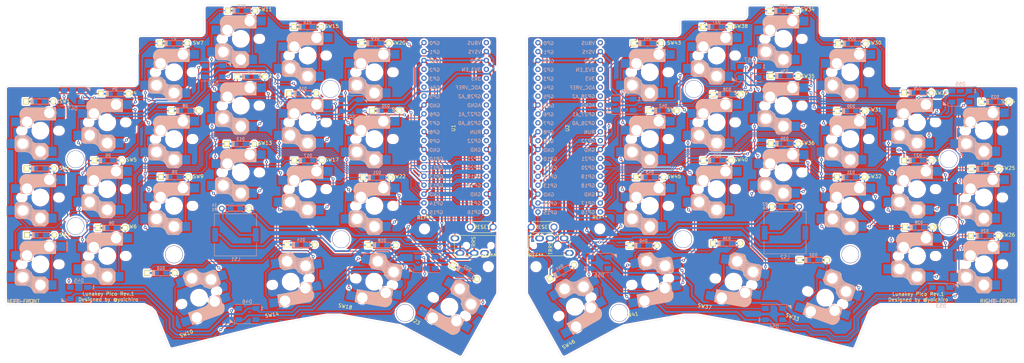
<source format=kicad_pcb>
(kicad_pcb (version 20171130) (host pcbnew 5.1.5+dfsg1-2build2)
  (title_block (title "Lunakey Pico") (rev 1) (company "Yoichiro Tanaka"))
  (layers (0 F.Cu signal) (31 B.Cu signal) (34 B.Paste user) (35 F.Paste user) (36 B.SilkS user) (37 F.SilkS user) (38 B.Mask user) (39 F.Mask user) (44 Edge.Cuts user))
  (net 0 "")
  (net 1 row0-l)
  (net 2 "Net-(D1-Pad2)")
  (net 3 row1-l)
  (net 4 "Net-(D2-Pad2)")
  (net 5 row2-l)
  (net 6 "Net-(D3-Pad2)")
  (net 7 "Net-(D4-Pad2)")
  (net 8 "Net-(D5-Pad2)")
  (net 9 "Net-(D6-Pad2)")
  (net 10 "Net-(D7-Pad2)")
  (net 11 "Net-(D8-Pad2)")
  (net 12 "Net-(D9-Pad2)")
  (net 13 "Net-(D10-Pad2)")
  (net 14 row3-l)
  (net 15 "Net-(D11-Pad2)")
  (net 16 "Net-(D12-Pad2)")
  (net 17 "Net-(D13-Pad2)")
  (net 18 "Net-(D14-Pad2)")
  (net 19 "Net-(D15-Pad2)")
  (net 20 "Net-(D16-Pad2)")
  (net 21 "Net-(D17-Pad2)")
  (net 22 "Net-(D18-Pad2)")
  (net 23 "Net-(D19-Pad2)")
  (net 24 "Net-(D20-Pad2)")
  (net 25 "Net-(D21-Pad2)")
  (net 26 "Net-(D22-Pad2)")
  (net 27 "Net-(D23-Pad2)")
  (net 28 row0-r)
  (net 29 row1-r)
  (net 30 "Net-(D24-Pad2)")
  (net 31 "Net-(D25-Pad2)")
  (net 32 row2-r)
  (net 33 "Net-(D26-Pad2)")
  (net 34 "Net-(D27-Pad2)")
  (net 35 "Net-(D28-Pad2)")
  (net 36 "Net-(D29-Pad2)")
  (net 37 "Net-(D30-Pad2)")
  (net 38 "Net-(D31-Pad2)")
  (net 39 row3-r)
  (net 40 "Net-(D32-Pad2)")
  (net 41 "Net-(D33-Pad2)")
  (net 42 "Net-(D34-Pad2)")
  (net 43 "Net-(D35-Pad2)")
  (net 44 "Net-(D36-Pad2)")
  (net 45 "Net-(D37-Pad2)")
  (net 46 "Net-(D38-Pad2)")
  (net 47 "Net-(D39-Pad2)")
  (net 48 "Net-(D40-Pad2)")
  (net 49 "Net-(D41-Pad2)")
  (net 50 "Net-(D42-Pad2)")
  (net 51 "Net-(D43-Pad2)")
  (net 52 "Net-(D44-Pad2)")
  (net 53 GND)
  (net 54 VCC)
  (net 55 led-l)
  (net 56 VDD)
  (net 57 GNDA)
  (net 58 led-r)
  (net 59 col0-l)
  (net 60 col1-l)
  (net 61 col2-l)
  (net 62 col3-l)
  (net 63 col4-l)
  (net 64 reset-l)
  (net 65 col5-l)
  (net 66 col0-r)
  (net 67 col1-r)
  (net 68 col2-r)
  (net 69 col3-r)
  (net 70 col4-r)
  (net 71 reset-r)
  (net 72 col5-r)
  (net 73 "Net-(U1-Pad12)")
  (net 74 "Net-(U2-Pad12)")
  (net 75 "Net-(D45-Pad2)")
  (net 76 "Net-(D45-Pad4)")
  (net 77 "Net-(D46-Pad2)")
  (net 78 "Net-(D47-Pad4)")
  (net 79 "Net-(D48-Pad2)")
  (net 80 "Net-(D49-Pad4)")
  (net 81 "Net-(D53-Pad2)")
  (net 82 "Net-(D53-Pad4)")
  (net 83 "Net-(D54-Pad2)")
  (net 84 "Net-(D55-Pad4)")
  (net 85 "Net-(D56-Pad2)")
  (net 86 "Net-(D57-Pad4)")
  (net 87 data-tx-l)
  (net 88 data-rx-l)
  (net 89 data-tx-r)
  (net 90 data-rx-r)
  (net 91 "Net-(U1-Pad34)")
  (net 92 "Net-(U1-Pad31)")
  (net 93 "Net-(U1-Pad33)")
  (net 94 "Net-(U1-Pad32)")
  (net 95 "Net-(U1-Pad36)")
  (net 96 "Net-(U1-Pad29)")
  (net 97 "Net-(U1-Pad35)")
  (net 98 "Net-(U1-Pad37)")
  (net 99 "Net-(U1-Pad10)")
  (net 100 "Net-(U1-Pad7)")
  (net 101 "Net-(U1-Pad6)")
  (net 102 "Net-(U1-Pad5)")
  (net 103 "Net-(U1-Pad4)")
  (net 104 "Net-(U2-Pad34)")
  (net 105 "Net-(U2-Pad31)")
  (net 106 "Net-(U2-Pad40)")
  (net 107 "Net-(U2-Pad33)")
  (net 108 "Net-(U2-Pad32)")
  (net 109 "Net-(U2-Pad36)")
  (net 110 "Net-(U2-Pad29)")
  (net 111 "Net-(U2-Pad35)")
  (net 112 "Net-(U2-Pad37)")
  (net 113 "Net-(U2-Pad10)")
  (net 114 "Net-(U2-Pad7)")
  (net 115 "Net-(U2-Pad6)")
  (net 116 "Net-(U2-Pad5)")
  (net 117 "Net-(U2-Pad4)")
  (net 118 "Net-(U1-Pad15)")
  (net 119 "Net-(U1-Pad14)")
  (net 120 "Net-(U2-Pad15)")
  (net 121 "Net-(U2-Pad14)")
  (net 122 "Net-(LS1-PadP)")
  (net 123 "Net-(LS2-PadP)")
  (net 124 audio-l)
  (net 125 audio-r)
  (net 126 "Net-(U1-Pad40)")
  (module Keebio-Parts:Resistor-Hybrid-Back (layer F.Cu) (at 285.549039 143.10777)
    (fp_text reference R2 (at -5.817789 -0.726515) (layer B.SilkS) (effects (font (size 0.8 0.8)) (justify mirror)))
    (fp_text value 1k (at -5.817789 0.373485) (layer B.SilkS) (effects (font (size 0.8 0.8)) (justify mirror)))
    (pad 1 thru_hole circle (at 3.9 0) (size 1.6 1.6) (drill 1) (layers *.Cu *.Mask) (net 123 "Net-(LS2-PadP)"))
    (pad 2 thru_hole circle (at -3.9 0) (size 1.6 1.6) (drill 1) (layers *.Cu *.Mask F.SilkS) (net 125 audio-r))
    (pad 1 smd rect (at 2.5 0) (size 2.9 0.5) (layers B.Cu) (net 123 "Net-(LS2-PadP)"))
    (pad 1 smd rect (at 1.35 0) (size 1.5 1.2) (layers B.Cu B.Paste B.Mask) (net 123 "Net-(LS2-PadP)"))
    (pad 2 smd rect (at -1.35 0) (size 1.5 1.2) (layers B.Cu B.Paste B.Mask) (net 125 audio-r))
    (pad 2 smd rect (at -2.5 0) (size 2.9 0.5) (layers B.Cu) (net 125 audio-r))
  )
  (module Keebio-Parts:Resistor-Hybrid-Back (layer F.Cu) (at 128.669039 143.630777 180)
    (fp_text reference R1 (at 6 -0.3) (layer B.SilkS) (effects (font (size 0.8 0.8)) (justify mirror)))
    (fp_text value 1k (at 6 1) (layer B.SilkS) (effects (font (size 0.8 0.8)) (justify mirror)))
    (pad 1 thru_hole circle (at 3.9 0 180) (size 1.6 1.6) (drill 1) (layers *.Cu *.Mask) (net 122 "Net-(LS1-PadP)"))
    (pad 2 thru_hole circle (at -3.9 0 180) (size 1.6 1.6) (drill 1) (layers *.Cu *.Mask F.SilkS) (net 124 audio-l))
    (pad 1 smd rect (at 2.5 0 180) (size 2.9 0.5) (layers B.Cu) (net 122 "Net-(LS1-PadP)"))
    (pad 1 smd rect (at 1.35 0 180) (size 1.5 1.2) (layers B.Cu B.Paste B.Mask) (net 122 "Net-(LS1-PadP)"))
    (pad 2 smd rect (at -1.35 0 180) (size 1.5 1.2) (layers B.Cu B.Paste B.Mask) (net 124 audio-l))
    (pad 2 smd rect (at -2.5 0 180) (size 2.9 0.5) (layers B.Cu) (net 124 audio-l))
  )
  (module Yoichiro:SPKR_PKLCS1212E4001-R1 (layer B.Cu) (at 285.389039 150.560777)
    (fp_text reference LS2 (at 0 6.96) (layer B.SilkS) (effects (justify mirror)))
    (fp_text value PKLCS1212E4001-R1)
    (fp_text user + (at -7.6 0.7) (layer B.SilkS) (effects (font (thickness 0.015)) (justify mirror)))
    (fp_text user - (at 7.6 0.7) (layer B.SilkS) (effects (font (thickness 0.015)) (justify mirror)))
    (pad N smd rect (at 5.8 0) (size 1.6 4) (layers B.Cu B.Paste B.Mask) (net 57 GNDA))
    (pad P smd rect (at -5.8 0) (size 1.6 4) (layers B.Cu B.Paste B.Mask) (net 123 "Net-(LS2-PadP)"))
  )
  (module Yoichiro:SPKR_PKLCS1212E4001-R1 (layer B.Cu) (at 128.669039 151.150777 180)
    (fp_text reference LS1 (at -0.062211 -6.930478) (layer B.SilkS) (effects (justify mirror)))
    (fp_text value PKLCS1212E4001-R1)
    (fp_text user + (at -7.6 0.7) (layer B.SilkS) (effects (font (thickness 0.015)) (justify mirror)))
    (fp_text user - (at 7.6 0.7) (layer B.SilkS) (effects (font (thickness 0.015)) (justify mirror)))
    (pad N smd rect (at 5.8 0 180) (size 1.6 4) (layers B.Cu B.Paste B.Mask) (net 53 GND))
    (pad P smd rect (at -5.8 0 180) (size 1.6 4) (layers B.Cu B.Paste B.Mask) (net 122 "Net-(LS1-PadP)"))
  )
  (module Yoichiro:Raspberry_Pi_Pico (layer F.Cu) (at 223.83125 120.481255)
    (fp_text reference U2 (at -0.5 0.25 90) (layer F.SilkS))
    (fp_text value Raspberry_Pie_Pico)
    (fp_text user VBUS (at 5.406239 -24 180) (layer B.SilkS) (effects (justify mirror)))
    (fp_text user VSYS (at 5.525287 -21.460527 180) (layer B.SilkS) (effects (justify mirror)))
    (fp_text user GND (at 5.811001 -18.921054 180) (layer B.SilkS) (effects (justify mirror)))
    (fp_text user 3V3_EN (at 4.596716 -16.381581 180) (layer B.SilkS) (effects (justify mirror)))
    (fp_text user 3V3 (at 5.953858 -13.842108 180) (layer B.SilkS) (effects (justify mirror)))
    (fp_text user ADC_VREF (at 3.715763 -11.302635 180) (layer B.SilkS) (effects (justify mirror)))
    (fp_text user GP28_A2 (at 4.096716 -8.763162 180) (layer B.SilkS) (effects (justify mirror)))
    (fp_text user AGND (at 5.38243 -6.223689 180) (layer B.SilkS) (effects (justify mirror)))
    (fp_text user GP27_A1 (at 4.096716 -3.684216 180) (layer B.SilkS) (effects (justify mirror)))
    (fp_text user GP26_A0 (at 4.096716 -1.144743 180) (layer B.SilkS) (effects (justify mirror)))
    (fp_text user RUN (at 5.787192 1.39473 180) (layer B.SilkS) (effects (justify mirror)))
    (fp_text user GP22 (at 5.38243 3.934203 180) (layer B.SilkS) (effects (justify mirror)))
    (fp_text user GND (at 5.811001 6.473676 180) (layer B.SilkS) (effects (justify mirror)))
    (fp_text user GP21 (at 5.38243 9.013149 180) (layer B.SilkS) (effects (justify mirror)))
    (fp_text user GP20 (at 5.38243 11.552622 180) (layer B.SilkS) (effects (justify mirror)))
    (fp_text user GP19 (at 5.38243 14.092095 180) (layer B.SilkS) (effects (justify mirror)))
    (fp_text user GP18 (at 5.38243 16.631568 180) (layer B.SilkS) (effects (justify mirror)))
    (fp_text user GND (at 5.811001 19.171041 180) (layer B.SilkS) (effects (justify mirror)))
    (fp_text user GP17 (at 5.38243 21.710514 180) (layer B.SilkS) (effects (justify mirror)))
    (fp_text user GP16 (at 5.38243 24.25 180) (layer B.SilkS) (effects (justify mirror)))
    (fp_text user GP0 (at -5.849 -23.946 180) (layer B.SilkS) (effects (justify mirror)))
    (fp_text user GP1 (at -5.849 -21.406527 180) (layer B.SilkS) (effects (justify mirror)))
    (fp_text user GND (at -5.801381 -18.867054 180) (layer B.SilkS) (effects (justify mirror)))
    (fp_text user GP2 (at -5.849 -16.327581 180) (layer B.SilkS) (effects (justify mirror)))
    (fp_text user GP3 (at -5.849 -13.788108 180) (layer B.SilkS) (effects (justify mirror)))
    (fp_text user GP4 (at -5.849 -11.248635 180) (layer B.SilkS) (effects (justify mirror)))
    (fp_text user GP5 (at -5.849 -8.709162 180) (layer B.SilkS) (effects (justify mirror)))
    (fp_text user GND (at -5.801381 -6.169689 180) (layer B.SilkS) (effects (justify mirror)))
    (fp_text user GP6 (at -5.849 -3.630216 180) (layer B.SilkS) (effects (justify mirror)))
    (fp_text user GP7 (at -5.849 -1.090743 180) (layer B.SilkS) (effects (justify mirror)))
    (fp_text user GP8 (at -5.849 1.44873 180) (layer B.SilkS) (effects (justify mirror)))
    (fp_text user GP9 (at -5.849 3.988203 180) (layer B.SilkS) (effects (justify mirror)))
    (fp_text user GND (at -5.801381 6.527676 180) (layer B.SilkS) (effects (justify mirror)))
    (fp_text user GP10 (at -5.372809 9.067149 180) (layer B.SilkS) (effects (justify mirror)))
    (fp_text user GP11 (at -5.372809 11.606622 180) (layer B.SilkS) (effects (justify mirror)))
    (fp_text user GP12 (at -5.372809 14.146095 180) (layer B.SilkS) (effects (justify mirror)))
    (fp_text user GP13 (at -5.372809 16.685568 180) (layer B.SilkS) (effects (justify mirror)))
    (fp_text user GND (at -5.801381 19.225041 180) (layer B.SilkS) (effects (justify mirror)))
    (fp_text user GP14 (at -5.372809 21.764514 180) (layer B.SilkS) (effects (justify mirror)))
    (fp_text user GP15 (at -5.372809 24.304 180) (layer B.SilkS) (effects (justify mirror)))
    (pad 1 thru_hole circle (at -8.89 -24.13) (size 1.524 1.524) (drill 0.8128) (layers *.Cu B.Mask) (net 89 data-tx-r))
    (pad 2 thru_hole circle (at -8.89 -21.59) (size 1.524 1.524) (drill 0.8128) (layers *.Cu B.Mask) (net 90 data-rx-r))
    (pad 3 thru_hole circle (at -8.89 -19.05) (size 1.524 1.524) (drill 0.8128) (layers *.Cu B.Mask) (net 57 GNDA))
    (pad 4 thru_hole circle (at -8.89 -16.51) (size 1.524 1.524) (drill 0.8128) (layers *.Cu B.Mask) (net 117 "Net-(U2-Pad4)"))
    (pad 5 thru_hole circle (at -8.89 -13.97) (size 1.524 1.524) (drill 0.8128) (layers *.Cu B.Mask) (net 116 "Net-(U2-Pad5)"))
    (pad 6 thru_hole circle (at -8.89 -11.43) (size 1.524 1.524) (drill 0.8128) (layers *.Cu B.Mask) (net 115 "Net-(U2-Pad6)"))
    (pad 7 thru_hole circle (at -8.89 -8.89) (size 1.524 1.524) (drill 0.8128) (layers *.Cu B.Mask) (net 114 "Net-(U2-Pad7)"))
    (pad 8 thru_hole circle (at -8.89 -6.35) (size 1.524 1.524) (drill 0.8128) (layers *.Cu B.Mask) (net 57 GNDA))
    (pad 9 thru_hole circle (at -8.89 -3.81) (size 1.524 1.524) (drill 0.8128) (layers *.Cu B.Mask) (net 58 led-r))
    (pad 10 thru_hole circle (at -8.89 -1.27) (size 1.524 1.524) (drill 0.8128) (layers *.Cu B.Mask) (net 113 "Net-(U2-Pad10)"))
    (pad 12 thru_hole circle (at -8.89 3.81) (size 1.524 1.524) (drill 0.8128) (layers *.Cu B.Mask) (net 74 "Net-(U2-Pad12)"))
    (pad 11 thru_hole circle (at -8.89 1.27) (size 1.524 1.524) (drill 0.8128) (layers *.Cu B.Mask) (net 125 audio-r))
    (pad 15 thru_hole circle (at -8.89 11.43) (size 1.524 1.524) (drill 0.8128) (layers *.Cu B.Mask) (net 120 "Net-(U2-Pad15)"))
    (pad 16 thru_hole circle (at -8.89 13.97) (size 1.524 1.524) (drill 0.8128) (layers *.Cu B.Mask) (net 28 row0-r))
    (pad 17 thru_hole circle (at -8.89 16.51) (size 1.524 1.524) (drill 0.8128) (layers *.Cu B.Mask) (net 29 row1-r))
    (pad 13 thru_hole circle (at -8.89 6.35) (size 1.524 1.524) (drill 0.8128) (layers *.Cu B.Mask) (net 57 GNDA))
    (pad 14 thru_hole circle (at -8.89 8.89) (size 1.524 1.524) (drill 0.8128) (layers *.Cu B.Mask) (net 121 "Net-(U2-Pad14)"))
    (pad 18 thru_hole circle (at -8.89 19.05) (size 1.524 1.524) (drill 0.8128) (layers *.Cu B.Mask) (net 57 GNDA))
    (pad 19 thru_hole circle (at -8.89 21.59) (size 1.524 1.524) (drill 0.8128) (layers *.Cu B.Mask) (net 32 row2-r))
    (pad 20 thru_hole circle (at -8.89 24.13) (size 1.524 1.524) (drill 0.8128) (layers *.Cu B.Mask) (net 39 row3-r))
    (pad 27 thru_hole circle (at 8.89 8.89) (size 1.524 1.524) (drill 0.8128) (layers *.Cu B.Mask) (net 66 col0-r))
    (pad 37 thru_hole circle (at 8.89 -16.51) (size 1.524 1.524) (drill 0.8128) (layers *.Cu B.Mask) (net 112 "Net-(U2-Pad37)"))
    (pad 35 thru_hole circle (at 8.89 -11.43) (size 1.524 1.524) (drill 0.8128) (layers *.Cu B.Mask) (net 111 "Net-(U2-Pad35)"))
    (pad 29 thru_hole circle (at 8.89 3.81) (size 1.524 1.524) (drill 0.8128) (layers *.Cu B.Mask) (net 110 "Net-(U2-Pad29)"))
    (pad 36 thru_hole circle (at 8.89 -13.97) (size 1.524 1.524) (drill 0.8128) (layers *.Cu B.Mask) (net 109 "Net-(U2-Pad36)"))
    (pad 24 thru_hole circle (at 8.89 16.51) (size 1.524 1.524) (drill 0.8128) (layers *.Cu B.Mask) (net 69 col3-r))
    (pad 25 thru_hole circle (at 8.89 13.97) (size 1.524 1.524) (drill 0.8128) (layers *.Cu B.Mask) (net 68 col2-r))
    (pad 28 thru_hole circle (at 8.89 6.35) (size 1.524 1.524) (drill 0.8128) (layers *.Cu B.Mask) (net 57 GNDA))
    (pad 32 thru_hole circle (at 8.89 -3.81) (size 1.524 1.524) (drill 0.8128) (layers *.Cu B.Mask) (net 108 "Net-(U2-Pad32)"))
    (pad 33 thru_hole circle (at 8.89 -6.35) (size 1.524 1.524) (drill 0.8128) (layers *.Cu B.Mask) (net 107 "Net-(U2-Pad33)"))
    (pad 23 thru_hole circle (at 8.89 19.05) (size 1.524 1.524) (drill 0.8128) (layers *.Cu B.Mask) (net 57 GNDA))
    (pad 39 thru_hole circle (at 8.89 -21.59) (size 1.524 1.524) (drill 0.8128) (layers *.Cu B.Mask) (net 56 VDD))
    (pad 26 thru_hole circle (at 8.89 11.43) (size 1.524 1.524) (drill 0.8128) (layers *.Cu B.Mask) (net 67 col1-r))
    (pad 38 thru_hole circle (at 8.89 -19.05) (size 1.524 1.524) (drill 0.8128) (layers *.Cu B.Mask) (net 57 GNDA))
    (pad 40 thru_hole circle (at 8.89 -24.13) (size 1.524 1.524) (drill 0.8128) (layers *.Cu B.Mask) (net 106 "Net-(U2-Pad40)"))
    (pad 21 thru_hole circle (at 8.89 24.13) (size 1.524 1.524) (drill 0.8128) (layers *.Cu B.Mask) (net 72 col5-r))
    (pad 22 thru_hole circle (at 8.89 21.59) (size 1.524 1.524) (drill 0.8128) (layers *.Cu B.Mask) (net 70 col4-r))
    (pad 31 thru_hole circle (at 8.89 -1.27) (size 1.524 1.524) (drill 0.8128) (layers *.Cu B.Mask) (net 105 "Net-(U2-Pad31)"))
    (pad 30 thru_hole circle (at 8.89 1.27) (size 1.524 1.524) (drill 0.8128) (layers *.Cu B.Mask) (net 71 reset-r))
    (pad 34 thru_hole circle (at 8.89 -8.89) (size 1.524 1.524) (drill 0.8128) (layers *.Cu B.Mask) (net 104 "Net-(U2-Pad34)"))
  )
  (module Yoichiro:Raspberry_Pi_Pico (layer F.Cu) (at 191.325 120.456255)
    (fp_text reference U1 (at -0.5 0.25 90) (layer F.SilkS))
    (fp_text value Raspberry_Pie_Pico)
    (fp_text user VBUS (at 5.406239 -24 180) (layer B.SilkS) (effects (justify mirror)))
    (fp_text user VSYS (at 5.525287 -21.460527 180) (layer B.SilkS) (effects (justify mirror)))
    (fp_text user GND (at 5.811001 -18.921054 180) (layer B.SilkS) (effects (justify mirror)))
    (fp_text user 3V3_EN (at 4.596716 -16.381581 180) (layer B.SilkS) (effects (justify mirror)))
    (fp_text user 3V3 (at 5.953858 -13.842108 180) (layer B.SilkS) (effects (justify mirror)))
    (fp_text user ADC_VREF (at 3.715763 -11.302635 180) (layer B.SilkS) (effects (justify mirror)))
    (fp_text user GP28_A2 (at 4.096716 -8.763162 180) (layer B.SilkS) (effects (justify mirror)))
    (fp_text user AGND (at 5.38243 -6.223689 180) (layer B.SilkS) (effects (justify mirror)))
    (fp_text user GP27_A1 (at 4.096716 -3.684216 180) (layer B.SilkS) (effects (justify mirror)))
    (fp_text user GP26_A0 (at 4.096716 -1.144743 180) (layer B.SilkS) (effects (justify mirror)))
    (fp_text user RUN (at 5.787192 1.39473 180) (layer B.SilkS) (effects (justify mirror)))
    (fp_text user GP22 (at 5.38243 3.934203 180) (layer B.SilkS) (effects (justify mirror)))
    (fp_text user GND (at 5.811001 6.473676 180) (layer B.SilkS) (effects (justify mirror)))
    (fp_text user GP21 (at 5.38243 9.013149 180) (layer B.SilkS) (effects (justify mirror)))
    (fp_text user GP20 (at 5.38243 11.552622 180) (layer B.SilkS) (effects (justify mirror)))
    (fp_text user GP19 (at 5.38243 14.092095 180) (layer B.SilkS) (effects (justify mirror)))
    (fp_text user GP18 (at 5.38243 16.631568 180) (layer B.SilkS) (effects (justify mirror)))
    (fp_text user GND (at 5.811001 19.171041 180) (layer B.SilkS) (effects (justify mirror)))
    (fp_text user GP17 (at 5.38243 21.710514 180) (layer B.SilkS) (effects (justify mirror)))
    (fp_text user GP16 (at 5.38243 24.25 180) (layer B.SilkS) (effects (justify mirror)))
    (fp_text user GP0 (at -5.849 -23.946 180) (layer B.SilkS) (effects (justify mirror)))
    (fp_text user GP1 (at -5.849 -21.406527 180) (layer B.SilkS) (effects (justify mirror)))
    (fp_text user GND (at -5.801381 -18.867054 180) (layer B.SilkS) (effects (justify mirror)))
    (fp_text user GP2 (at -5.849 -16.327581 180) (layer B.SilkS) (effects (justify mirror)))
    (fp_text user GP3 (at -5.849 -13.788108 180) (layer B.SilkS) (effects (justify mirror)))
    (fp_text user GP4 (at -5.849 -11.248635 180) (layer B.SilkS) (effects (justify mirror)))
    (fp_text user GP5 (at -5.849 -8.709162 180) (layer B.SilkS) (effects (justify mirror)))
    (fp_text user GND (at -5.801381 -6.169689 180) (layer B.SilkS) (effects (justify mirror)))
    (fp_text user GP6 (at -5.849 -3.630216 180) (layer B.SilkS) (effects (justify mirror)))
    (fp_text user GP7 (at -5.849 -1.090743 180) (layer B.SilkS) (effects (justify mirror)))
    (fp_text user GP8 (at -5.849 1.44873 180) (layer B.SilkS) (effects (justify mirror)))
    (fp_text user GP9 (at -5.849 3.988203 180) (layer B.SilkS) (effects (justify mirror)))
    (fp_text user GND (at -5.801381 6.527676 180) (layer B.SilkS) (effects (justify mirror)))
    (fp_text user GP10 (at -5.372809 9.067149 180) (layer B.SilkS) (effects (justify mirror)))
    (fp_text user GP11 (at -5.372809 11.606622 180) (layer B.SilkS) (effects (justify mirror)))
    (fp_text user GP12 (at -5.372809 14.146095 180) (layer B.SilkS) (effects (justify mirror)))
    (fp_text user GP13 (at -5.372809 16.685568 180) (layer B.SilkS) (effects (justify mirror)))
    (fp_text user GND (at -5.801381 19.225041 180) (layer B.SilkS) (effects (justify mirror)))
    (fp_text user GP14 (at -5.372809 21.764514 180) (layer B.SilkS) (effects (justify mirror)))
    (fp_text user GP15 (at -5.372809 24.304 180) (layer B.SilkS) (effects (justify mirror)))
    (pad 1 thru_hole circle (at -8.89 -24.13) (size 1.524 1.524) (drill 0.8128) (layers *.Cu B.Mask) (net 87 data-tx-l))
    (pad 2 thru_hole circle (at -8.89 -21.59) (size 1.524 1.524) (drill 0.8128) (layers *.Cu B.Mask) (net 88 data-rx-l))
    (pad 3 thru_hole circle (at -8.89 -19.05) (size 1.524 1.524) (drill 0.8128) (layers *.Cu B.Mask) (net 53 GND))
    (pad 4 thru_hole circle (at -8.89 -16.51) (size 1.524 1.524) (drill 0.8128) (layers *.Cu B.Mask) (net 103 "Net-(U1-Pad4)"))
    (pad 5 thru_hole circle (at -8.89 -13.97) (size 1.524 1.524) (drill 0.8128) (layers *.Cu B.Mask) (net 102 "Net-(U1-Pad5)"))
    (pad 6 thru_hole circle (at -8.89 -11.43) (size 1.524 1.524) (drill 0.8128) (layers *.Cu B.Mask) (net 101 "Net-(U1-Pad6)"))
    (pad 7 thru_hole circle (at -8.89 -8.89) (size 1.524 1.524) (drill 0.8128) (layers *.Cu B.Mask) (net 100 "Net-(U1-Pad7)"))
    (pad 8 thru_hole circle (at -8.89 -6.35) (size 1.524 1.524) (drill 0.8128) (layers *.Cu B.Mask) (net 53 GND))
    (pad 9 thru_hole circle (at -8.89 -3.81) (size 1.524 1.524) (drill 0.8128) (layers *.Cu B.Mask) (net 55 led-l))
    (pad 10 thru_hole circle (at -8.89 -1.27) (size 1.524 1.524) (drill 0.8128) (layers *.Cu B.Mask) (net 99 "Net-(U1-Pad10)"))
    (pad 12 thru_hole circle (at -8.89 3.81) (size 1.524 1.524) (drill 0.8128) (layers *.Cu B.Mask) (net 73 "Net-(U1-Pad12)"))
    (pad 11 thru_hole circle (at -8.89 1.27) (size 1.524 1.524) (drill 0.8128) (layers *.Cu B.Mask) (net 124 audio-l))
    (pad 15 thru_hole circle (at -8.89 11.43) (size 1.524 1.524) (drill 0.8128) (layers *.Cu B.Mask) (net 118 "Net-(U1-Pad15)"))
    (pad 16 thru_hole circle (at -8.89 13.97) (size 1.524 1.524) (drill 0.8128) (layers *.Cu B.Mask) (net 1 row0-l))
    (pad 17 thru_hole circle (at -8.89 16.51) (size 1.524 1.524) (drill 0.8128) (layers *.Cu B.Mask) (net 3 row1-l))
    (pad 13 thru_hole circle (at -8.89 6.35) (size 1.524 1.524) (drill 0.8128) (layers *.Cu B.Mask) (net 53 GND))
    (pad 14 thru_hole circle (at -8.89 8.89) (size 1.524 1.524) (drill 0.8128) (layers *.Cu B.Mask) (net 119 "Net-(U1-Pad14)"))
    (pad 18 thru_hole circle (at -8.89 19.05) (size 1.524 1.524) (drill 0.8128) (layers *.Cu B.Mask) (net 53 GND))
    (pad 19 thru_hole circle (at -8.89 21.59) (size 1.524 1.524) (drill 0.8128) (layers *.Cu B.Mask) (net 5 row2-l))
    (pad 20 thru_hole circle (at -8.89 24.13) (size 1.524 1.524) (drill 0.8128) (layers *.Cu B.Mask) (net 14 row3-l))
    (pad 27 thru_hole circle (at 8.89 8.89) (size 1.524 1.524) (drill 0.8128) (layers *.Cu B.Mask) (net 59 col0-l))
    (pad 37 thru_hole circle (at 8.89 -16.51) (size 1.524 1.524) (drill 0.8128) (layers *.Cu B.Mask) (net 98 "Net-(U1-Pad37)"))
    (pad 35 thru_hole circle (at 8.89 -11.43) (size 1.524 1.524) (drill 0.8128) (layers *.Cu B.Mask) (net 97 "Net-(U1-Pad35)"))
    (pad 29 thru_hole circle (at 8.89 3.81) (size 1.524 1.524) (drill 0.8128) (layers *.Cu B.Mask) (net 96 "Net-(U1-Pad29)"))
    (pad 36 thru_hole circle (at 8.89 -13.97) (size 1.524 1.524) (drill 0.8128) (layers *.Cu B.Mask) (net 95 "Net-(U1-Pad36)"))
    (pad 24 thru_hole circle (at 8.89 16.51) (size 1.524 1.524) (drill 0.8128) (layers *.Cu B.Mask) (net 62 col3-l))
    (pad 25 thru_hole circle (at 8.89 13.97) (size 1.524 1.524) (drill 0.8128) (layers *.Cu B.Mask) (net 61 col2-l))
    (pad 28 thru_hole circle (at 8.89 6.35) (size 1.524 1.524) (drill 0.8128) (layers *.Cu B.Mask) (net 53 GND))
    (pad 32 thru_hole circle (at 8.89 -3.81) (size 1.524 1.524) (drill 0.8128) (layers *.Cu B.Mask) (net 94 "Net-(U1-Pad32)"))
    (pad 33 thru_hole circle (at 8.89 -6.35) (size 1.524 1.524) (drill 0.8128) (layers *.Cu B.Mask) (net 93 "Net-(U1-Pad33)"))
    (pad 23 thru_hole circle (at 8.89 19.05) (size 1.524 1.524) (drill 0.8128) (layers *.Cu B.Mask) (net 53 GND))
    (pad 39 thru_hole circle (at 8.89 -21.59) (size 1.524 1.524) (drill 0.8128) (layers *.Cu B.Mask) (net 54 VCC))
    (pad 26 thru_hole circle (at 8.89 11.43) (size 1.524 1.524) (drill 0.8128) (layers *.Cu B.Mask) (net 60 col1-l))
    (pad 38 thru_hole circle (at 8.89 -19.05) (size 1.524 1.524) (drill 0.8128) (layers *.Cu B.Mask) (net 53 GND))
    (pad 40 thru_hole circle (at 8.89 -24.13) (size 1.524 1.524) (drill 0.8128) (layers *.Cu B.Mask) (net 126 "Net-(U1-Pad40)"))
    (pad 21 thru_hole circle (at 8.89 24.13) (size 1.524 1.524) (drill 0.8128) (layers *.Cu B.Mask) (net 65 col5-l))
    (pad 22 thru_hole circle (at 8.89 21.59) (size 1.524 1.524) (drill 0.8128) (layers *.Cu B.Mask) (net 63 col4-l))
    (pad 31 thru_hole circle (at 8.89 -1.27) (size 1.524 1.524) (drill 0.8128) (layers *.Cu B.Mask) (net 92 "Net-(U1-Pad31)"))
    (pad 30 thru_hole circle (at 8.89 1.27) (size 1.524 1.524) (drill 0.8128) (layers *.Cu B.Mask) (net 64 reset-l))
    (pad 34 thru_hole circle (at 8.89 -8.89) (size 1.524 1.524) (drill 0.8128) (layers *.Cu B.Mask) (net 91 "Net-(U1-Pad34)"))
  )
  (module Yoichiro:LED_WS2812B (layer B.Cu) (at 239.625 114.025 180)
    (fp_text reference D59 (at 0 3.57) (layer B.SilkS) (effects (justify mirror)))
    (fp_text value WS2812B)
    (fp_text user 1 (at -4.15 1.6) (layer B.SilkS) (effects (justify mirror)))
    (pad 1 smd rect (at -2.45 1.6 180) (size 1.9 1.4) (layers B.Cu B.Paste B.Mask) (net 56 VDD))
    (pad 2 smd rect (at -2.45 -1.6 180) (size 1.9 1.4) (layers B.Cu B.Paste B.Mask) (net 86 "Net-(D57-Pad4)"))
    (pad 4 smd rect (at 2.45 1.6 180) (size 1.9 1.4) (layers B.Cu B.Paste B.Mask) (net 58 led-r))
    (pad 3 smd rect (at 2.45 -1.6 180) (size 1.9 1.4) (layers B.Cu B.Paste B.Mask) (net 57 GNDA))
  )
  (module Yoichiro:LED_WS2812B (layer B.Cu) (at 275.225 104.725 180)
    (fp_text reference D57 (at 0 3.57) (layer B.SilkS) (effects (justify mirror)))
    (fp_text value WS2812B)
    (fp_text user 1 (at -4.15 1.6) (layer B.SilkS) (effects (justify mirror)))
    (pad 1 smd rect (at -2.45 1.6 180) (size 1.9 1.4) (layers B.Cu B.Paste B.Mask) (net 56 VDD))
    (pad 2 smd rect (at -2.45 -1.6 180) (size 1.9 1.4) (layers B.Cu B.Paste B.Mask) (net 84 "Net-(D55-Pad4)"))
    (pad 4 smd rect (at 2.45 1.6 180) (size 1.9 1.4) (layers B.Cu B.Paste B.Mask) (net 86 "Net-(D57-Pad4)"))
    (pad 3 smd rect (at 2.45 -1.6 180) (size 1.9 1.4) (layers B.Cu B.Paste B.Mask) (net 57 GNDA))
  )
  (module Yoichiro:LED_WS2812B (layer B.Cu) (at 232.425 159.125)
    (fp_text reference D56 (at 0 3.57) (layer B.SilkS) (effects (justify mirror)))
    (fp_text value WS2812B)
    (fp_text user 1 (at -4.15 1.6) (layer B.SilkS) (effects (justify mirror)))
    (pad 1 smd rect (at -2.45 1.6) (size 1.9 1.4) (layers B.Cu B.Paste B.Mask) (net 56 VDD))
    (pad 2 smd rect (at -2.45 -1.6) (size 1.9 1.4) (layers B.Cu B.Paste B.Mask) (net 85 "Net-(D56-Pad2)"))
    (pad 4 smd rect (at 2.45 1.6) (size 1.9 1.4) (layers B.Cu B.Paste B.Mask) (net 83 "Net-(D54-Pad2)"))
    (pad 3 smd rect (at 2.45 -1.6) (size 1.9 1.4) (layers B.Cu B.Paste B.Mask) (net 57 GNDA))
  )
  (module Yoichiro:LED_WS2812B (layer B.Cu) (at 335.415 111.695 180)
    (fp_text reference D55 (at 0 3.57) (layer B.SilkS) (effects (justify mirror)))
    (fp_text value WS2812B)
    (fp_text user 1 (at -4.15 1.6) (layer B.SilkS) (effects (justify mirror)))
    (pad 1 smd rect (at -2.45 1.6 180) (size 1.9 1.4) (layers B.Cu B.Paste B.Mask) (net 56 VDD))
    (pad 2 smd rect (at -2.45 -1.6 180) (size 1.9 1.4) (layers B.Cu B.Paste B.Mask) (net 82 "Net-(D53-Pad4)"))
    (pad 4 smd rect (at 2.45 1.6 180) (size 1.9 1.4) (layers B.Cu B.Paste B.Mask) (net 84 "Net-(D55-Pad4)"))
    (pad 3 smd rect (at 2.45 -1.6 180) (size 1.9 1.4) (layers B.Cu B.Paste B.Mask) (net 57 GNDA))
  )
  (module Yoichiro:LED_WS2812B (layer B.Cu) (at 282.215 173.755)
    (fp_text reference D54 (at 0 3.57) (layer B.SilkS) (effects (justify mirror)))
    (fp_text value WS2812B)
    (fp_text user 1 (at -4.15 1.6) (layer B.SilkS) (effects (justify mirror)))
    (pad 1 smd rect (at -2.45 1.6) (size 1.9 1.4) (layers B.Cu B.Paste B.Mask) (net 56 VDD))
    (pad 2 smd rect (at -2.45 -1.6) (size 1.9 1.4) (layers B.Cu B.Paste B.Mask) (net 83 "Net-(D54-Pad2)"))
    (pad 4 smd rect (at 2.45 1.6) (size 1.9 1.4) (layers B.Cu B.Paste B.Mask) (net 81 "Net-(D53-Pad2)"))
    (pad 3 smd rect (at 2.45 -1.6) (size 1.9 1.4) (layers B.Cu B.Paste B.Mask) (net 57 GNDA))
  )
  (module Yoichiro:LED_WS2812B (layer B.Cu) (at 329.865 167.795)
    (fp_text reference D53 (at 0 3.57) (layer B.SilkS) (effects (justify mirror)))
    (fp_text value WS2812B)
    (fp_text user 1 (at -4.15 1.6) (layer B.SilkS) (effects (justify mirror)))
    (pad 1 smd rect (at -2.45 1.6) (size 1.9 1.4) (layers B.Cu B.Paste B.Mask) (net 56 VDD))
    (pad 2 smd rect (at -2.45 -1.6) (size 1.9 1.4) (layers B.Cu B.Paste B.Mask) (net 81 "Net-(D53-Pad2)"))
    (pad 4 smd rect (at 2.45 1.6) (size 1.9 1.4) (layers B.Cu B.Paste B.Mask) (net 82 "Net-(D53-Pad4)"))
    (pad 3 smd rect (at 2.45 -1.6) (size 1.9 1.4) (layers B.Cu B.Paste B.Mask) (net 57 GNDA))
  )
  (module Yoichiro:LED_WS2812B (layer B.Cu) (at 161.515 114.235)
    (fp_text reference D51 (at 0 3.57) (layer B.SilkS) (effects (justify mirror)))
    (fp_text value WS2812B)
    (fp_text user 1 (at -4.15 1.6) (layer B.SilkS) (effects (justify mirror)))
    (pad 1 smd rect (at -2.45 1.6) (size 1.9 1.4) (layers B.Cu B.Paste B.Mask) (net 54 VCC))
    (pad 2 smd rect (at -2.45 -1.6) (size 1.9 1.4) (layers B.Cu B.Paste B.Mask) (net 80 "Net-(D49-Pad4)"))
    (pad 4 smd rect (at 2.45 1.6) (size 1.9 1.4) (layers B.Cu B.Paste B.Mask) (net 55 led-l))
    (pad 3 smd rect (at 2.45 -1.6) (size 1.9 1.4) (layers B.Cu B.Paste B.Mask) (net 53 GND))
  )
  (module Yoichiro:LED_WS2812B (layer B.Cu) (at 122.425 104.525)
    (fp_text reference D49 (at 0 3.57) (layer B.SilkS) (effects (justify mirror)))
    (fp_text value WS2812B)
    (fp_text user 1 (at -4.15 1.6) (layer B.SilkS) (effects (justify mirror)))
    (pad 1 smd rect (at -2.45 1.6) (size 1.9 1.4) (layers B.Cu B.Paste B.Mask) (net 54 VCC))
    (pad 2 smd rect (at -2.45 -1.6) (size 1.9 1.4) (layers B.Cu B.Paste B.Mask) (net 78 "Net-(D47-Pad4)"))
    (pad 4 smd rect (at 2.45 1.6) (size 1.9 1.4) (layers B.Cu B.Paste B.Mask) (net 80 "Net-(D49-Pad4)"))
    (pad 3 smd rect (at 2.45 -1.6) (size 1.9 1.4) (layers B.Cu B.Paste B.Mask) (net 53 GND))
  )
  (module Yoichiro:LED_WS2812B (layer B.Cu) (at 183.125 159.125 180)
    (fp_text reference D48 (at 0 3.57) (layer B.SilkS) (effects (justify mirror)))
    (fp_text value WS2812B)
    (fp_text user 1 (at -4.15 1.6) (layer B.SilkS) (effects (justify mirror)))
    (pad 1 smd rect (at -2.45 1.6 180) (size 1.9 1.4) (layers B.Cu B.Paste B.Mask) (net 54 VCC))
    (pad 2 smd rect (at -2.45 -1.6 180) (size 1.9 1.4) (layers B.Cu B.Paste B.Mask) (net 79 "Net-(D48-Pad2)"))
    (pad 4 smd rect (at 2.45 1.6 180) (size 1.9 1.4) (layers B.Cu B.Paste B.Mask) (net 77 "Net-(D46-Pad2)"))
    (pad 3 smd rect (at 2.45 -1.6 180) (size 1.9 1.4) (layers B.Cu B.Paste B.Mask) (net 53 GND))
  )
  (module Yoichiro:LED_WS2812B (layer B.Cu) (at 82.255 111.605)
    (fp_text reference D47 (at 0 3.57) (layer B.SilkS) (effects (justify mirror)))
    (fp_text value WS2812B)
    (fp_text user 1 (at -4.15 1.6) (layer B.SilkS) (effects (justify mirror)))
    (pad 1 smd rect (at -2.45 1.6) (size 1.9 1.4) (layers B.Cu B.Paste B.Mask) (net 54 VCC))
    (pad 2 smd rect (at -2.45 -1.6) (size 1.9 1.4) (layers B.Cu B.Paste B.Mask) (net 76 "Net-(D45-Pad4)"))
    (pad 4 smd rect (at 2.45 1.6) (size 1.9 1.4) (layers B.Cu B.Paste B.Mask) (net 78 "Net-(D47-Pad4)"))
    (pad 3 smd rect (at 2.45 -1.6) (size 1.9 1.4) (layers B.Cu B.Paste B.Mask) (net 53 GND))
  )
  (module Yoichiro:LED_WS2812B (layer B.Cu) (at 132.025 173.725 180)
    (fp_text reference D46 (at 0 3.57) (layer B.SilkS) (effects (justify mirror)))
    (fp_text value WS2812B)
    (fp_text user 1 (at -4.15 1.6) (layer B.SilkS) (effects (justify mirror)))
    (pad 1 smd rect (at -2.45 1.6 180) (size 1.9 1.4) (layers B.Cu B.Paste B.Mask) (net 54 VCC))
    (pad 2 smd rect (at -2.45 -1.6 180) (size 1.9 1.4) (layers B.Cu B.Paste B.Mask) (net 77 "Net-(D46-Pad2)"))
    (pad 4 smd rect (at 2.45 1.6 180) (size 1.9 1.4) (layers B.Cu B.Paste B.Mask) (net 75 "Net-(D45-Pad2)"))
    (pad 3 smd rect (at 2.45 -1.6 180) (size 1.9 1.4) (layers B.Cu B.Paste B.Mask) (net 53 GND))
  )
  (module Yoichiro:LED_WS2812B (layer B.Cu) (at 84.025 167.725 180)
    (fp_text reference D45 (at 0 3.57) (layer B.SilkS) (effects (justify mirror)))
    (fp_text value WS2812B)
    (fp_text user 1 (at -4.15 1.6) (layer B.SilkS) (effects (justify mirror)))
    (pad 1 smd rect (at -2.45 1.6 180) (size 1.9 1.4) (layers B.Cu B.Paste B.Mask) (net 54 VCC))
    (pad 2 smd rect (at -2.45 -1.6 180) (size 1.9 1.4) (layers B.Cu B.Paste B.Mask) (net 75 "Net-(D45-Pad2)"))
    (pad 4 smd rect (at 2.45 1.6 180) (size 1.9 1.4) (layers B.Cu B.Paste B.Mask) (net 76 "Net-(D45-Pad4)"))
    (pad 3 smd rect (at 2.45 -1.6 180) (size 1.9 1.4) (layers B.Cu B.Paste B.Mask) (net 53 GND))
  )
  (module Yoichiro:CherryMX_Choco_Hotswap (layer F.Cu) (at 225.450431 171.667169 210)
    (fp_text reference SW46 (at 6.9 -8.4 30) (layer F.SilkS))
    (fp_text value SW_PUSH)
    (pad "" np_thru_hole circle (at -5.5 0 300) (size 1.9 1.9) (drill 1.9) (layers *.Cu))
    (pad "" np_thru_hole circle (at 0 0 300) (size 4.1 4.1) (drill 4.1) (layers *.Cu))
    (pad 1 smd rect (at -8.3 3.7 30) (size 2.6 2.6) (layers B.Cu B.Paste B.Mask) (net 72 col5-r))
    (pad "" np_thru_hole circle (at 5.5 0 300) (size 1.9 1.9) (drill 1.9) (layers *.Cu))
    (pad 2 smd rect (at 3.3 5.9 30) (size 2.6 2.6) (layers B.Cu B.Paste B.Mask) (net 52 "Net-(D44-Pad2)"))
    (pad "" np_thru_hole circle (at 0 5.9 300) (size 3 3) (drill 3) (layers *.Cu *.Mask))
    (pad "" np_thru_hole circle (at -5 3.7 300) (size 3 3) (drill 3) (layers *.Cu *.Mask))
    (pad "" np_thru_hole circle (at 5.08 0 210) (size 1.9 1.9) (drill 1.9) (layers *.Cu *.Mask))
    (pad "" np_thru_hole circle (at 2.54 -5.08 210) (size 3 3) (drill 3) (layers *.Cu *.Mask))
    (pad "" np_thru_hole circle (at -5.08 0 210) (size 1.9 1.9) (drill 1.9) (layers *.Cu *.Mask))
    (pad 2 smd rect (at 5.842 -5.08 30) (size 2.55 2.5) (layers B.Cu B.Paste B.Mask) (net 52 "Net-(D44-Pad2)"))
    (pad 1 smd rect (at -7.085 -2.54 30) (size 2.55 2.5) (layers B.Cu B.Paste B.Mask) (net 72 col5-r))
    (pad "" np_thru_hole circle (at -3.81 -2.54 210) (size 3 3) (drill 3) (layers *.Cu *.Mask))
  )
  (module Yoichiro:CherryMX_Choco_Hotswap (layer F.Cu) (at 246.83125 142.881245)
    (fp_text reference SW45 (at 6.9 -8.4) (layer F.SilkS))
    (fp_text value SW_PUSH)
    (pad "" np_thru_hole circle (at -5.5 0 90) (size 1.9 1.9) (drill 1.9) (layers *.Cu))
    (pad "" np_thru_hole circle (at 0 0 90) (size 4.1 4.1) (drill 4.1) (layers *.Cu))
    (pad 1 smd rect (at -8.3 3.7 180) (size 2.6 2.6) (layers B.Cu B.Paste B.Mask) (net 72 col5-r))
    (pad "" np_thru_hole circle (at 5.5 0 90) (size 1.9 1.9) (drill 1.9) (layers *.Cu))
    (pad 2 smd rect (at 3.3 5.9 180) (size 2.6 2.6) (layers B.Cu B.Paste B.Mask) (net 51 "Net-(D43-Pad2)"))
    (pad "" np_thru_hole circle (at 0 5.9 90) (size 3 3) (drill 3) (layers *.Cu *.Mask))
    (pad "" np_thru_hole circle (at -5 3.7 90) (size 3 3) (drill 3) (layers *.Cu *.Mask))
    (pad "" np_thru_hole circle (at 5.08 0) (size 1.9 1.9) (drill 1.9) (layers *.Cu *.Mask))
    (pad "" np_thru_hole circle (at 2.54 -5.08) (size 3 3) (drill 3) (layers *.Cu *.Mask))
    (pad "" np_thru_hole circle (at -5.08 0) (size 1.9 1.9) (drill 1.9) (layers *.Cu *.Mask))
    (pad 2 smd rect (at 5.842 -5.08 180) (size 2.55 2.5) (layers B.Cu B.Paste B.Mask) (net 51 "Net-(D43-Pad2)"))
    (pad 1 smd rect (at -7.085 -2.54 180) (size 2.55 2.5) (layers B.Cu B.Paste B.Mask) (net 72 col5-r))
    (pad "" np_thru_hole circle (at -3.81 -2.54) (size 3 3) (drill 3) (layers *.Cu *.Mask))
  )
  (module Yoichiro:CherryMX_Choco_Hotswap (layer F.Cu) (at 246.83125 123.831255)
    (fp_text reference SW44 (at 6.9 -8.4) (layer F.SilkS))
    (fp_text value SW_PUSH)
    (pad "" np_thru_hole circle (at -5.5 0 90) (size 1.9 1.9) (drill 1.9) (layers *.Cu))
    (pad "" np_thru_hole circle (at 0 0 90) (size 4.1 4.1) (drill 4.1) (layers *.Cu))
    (pad 1 smd rect (at -8.3 3.7 180) (size 2.6 2.6) (layers B.Cu B.Paste B.Mask) (net 72 col5-r))
    (pad "" np_thru_hole circle (at 5.5 0 90) (size 1.9 1.9) (drill 1.9) (layers *.Cu))
    (pad 2 smd rect (at 3.3 5.9 180) (size 2.6 2.6) (layers B.Cu B.Paste B.Mask) (net 50 "Net-(D42-Pad2)"))
    (pad "" np_thru_hole circle (at 0 5.9 90) (size 3 3) (drill 3) (layers *.Cu *.Mask))
    (pad "" np_thru_hole circle (at -5 3.7 90) (size 3 3) (drill 3) (layers *.Cu *.Mask))
    (pad "" np_thru_hole circle (at 5.08 0) (size 1.9 1.9) (drill 1.9) (layers *.Cu *.Mask))
    (pad "" np_thru_hole circle (at 2.54 -5.08) (size 3 3) (drill 3) (layers *.Cu *.Mask))
    (pad "" np_thru_hole circle (at -5.08 0) (size 1.9 1.9) (drill 1.9) (layers *.Cu *.Mask))
    (pad 2 smd rect (at 5.842 -5.08 180) (size 2.55 2.5) (layers B.Cu B.Paste B.Mask) (net 50 "Net-(D42-Pad2)"))
    (pad 1 smd rect (at -7.085 -2.54 180) (size 2.55 2.5) (layers B.Cu B.Paste B.Mask) (net 72 col5-r))
    (pad "" np_thru_hole circle (at -3.81 -2.54) (size 3 3) (drill 3) (layers *.Cu *.Mask))
  )
  (module Yoichiro:CherryMX_Choco_Hotswap (layer F.Cu) (at 246.83125 104.781255)
    (fp_text reference SW43 (at 6.9 -8.4) (layer F.SilkS))
    (fp_text value SW_PUSH)
    (pad "" np_thru_hole circle (at -5.5 0 90) (size 1.9 1.9) (drill 1.9) (layers *.Cu))
    (pad "" np_thru_hole circle (at 0 0 90) (size 4.1 4.1) (drill 4.1) (layers *.Cu))
    (pad 1 smd rect (at -8.3 3.7 180) (size 2.6 2.6) (layers B.Cu B.Paste B.Mask) (net 72 col5-r))
    (pad "" np_thru_hole circle (at 5.5 0 90) (size 1.9 1.9) (drill 1.9) (layers *.Cu))
    (pad 2 smd rect (at 3.3 5.9 180) (size 2.6 2.6) (layers B.Cu B.Paste B.Mask) (net 49 "Net-(D41-Pad2)"))
    (pad "" np_thru_hole circle (at 0 5.9 90) (size 3 3) (drill 3) (layers *.Cu *.Mask))
    (pad "" np_thru_hole circle (at -5 3.7 90) (size 3 3) (drill 3) (layers *.Cu *.Mask))
    (pad "" np_thru_hole circle (at 5.08 0) (size 1.9 1.9) (drill 1.9) (layers *.Cu *.Mask))
    (pad "" np_thru_hole circle (at 2.54 -5.08) (size 3 3) (drill 3) (layers *.Cu *.Mask))
    (pad "" np_thru_hole circle (at -5.08 0) (size 1.9 1.9) (drill 1.9) (layers *.Cu *.Mask))
    (pad 2 smd rect (at 5.842 -5.08 180) (size 2.55 2.5) (layers B.Cu B.Paste B.Mask) (net 49 "Net-(D41-Pad2)"))
    (pad 1 smd rect (at -7.085 -2.54 180) (size 2.55 2.5) (layers B.Cu B.Paste B.Mask) (net 72 col5-r))
    (pad "" np_thru_hole circle (at -3.81 -2.54) (size 3 3) (drill 3) (layers *.Cu *.Mask))
  )
  (module Yoichiro:CherryMX_Choco_Hotswap (layer F.Cu) (at 246.905431 164.492169 190)
    (fp_text reference SW41 (at 6.9 -8.4 10) (layer F.SilkS))
    (fp_text value SW_PUSH)
    (pad "" np_thru_hole circle (at -5.5 0 280) (size 1.9 1.9) (drill 1.9) (layers *.Cu))
    (pad "" np_thru_hole circle (at 0 0 280) (size 4.1 4.1) (drill 4.1) (layers *.Cu))
    (pad 1 smd rect (at -8.3 3.7 10) (size 2.6 2.6) (layers B.Cu B.Paste B.Mask) (net 70 col4-r))
    (pad "" np_thru_hole circle (at 5.5 0 280) (size 1.9 1.9) (drill 1.9) (layers *.Cu))
    (pad 2 smd rect (at 3.3 5.9 10) (size 2.6 2.6) (layers B.Cu B.Paste B.Mask) (net 48 "Net-(D40-Pad2)"))
    (pad "" np_thru_hole circle (at 0 5.9 280) (size 3 3) (drill 3) (layers *.Cu *.Mask))
    (pad "" np_thru_hole circle (at -5 3.7 280) (size 3 3) (drill 3) (layers *.Cu *.Mask))
    (pad "" np_thru_hole circle (at 5.08 0 190) (size 1.9 1.9) (drill 1.9) (layers *.Cu *.Mask))
    (pad "" np_thru_hole circle (at 2.54 -5.08 190) (size 3 3) (drill 3) (layers *.Cu *.Mask))
    (pad "" np_thru_hole circle (at -5.08 0 190) (size 1.9 1.9) (drill 1.9) (layers *.Cu *.Mask))
    (pad 2 smd rect (at 5.842 -5.08 10) (size 2.55 2.5) (layers B.Cu B.Paste B.Mask) (net 48 "Net-(D40-Pad2)"))
    (pad 1 smd rect (at -7.085 -2.54 10) (size 2.55 2.5) (layers B.Cu B.Paste B.Mask) (net 70 col4-r))
    (pad "" np_thru_hole circle (at -3.81 -2.54 190) (size 3 3) (drill 3) (layers *.Cu *.Mask))
  )
  (module Yoichiro:CherryMX_Choco_Hotswap (layer F.Cu) (at 265.88126 138.118755)
    (fp_text reference SW40 (at 6.9 -8.4) (layer F.SilkS))
    (fp_text value SW_PUSH)
    (pad "" np_thru_hole circle (at -5.5 0 90) (size 1.9 1.9) (drill 1.9) (layers *.Cu))
    (pad "" np_thru_hole circle (at 0 0 90) (size 4.1 4.1) (drill 4.1) (layers *.Cu))
    (pad 1 smd rect (at -8.3 3.7 180) (size 2.6 2.6) (layers B.Cu B.Paste B.Mask) (net 70 col4-r))
    (pad "" np_thru_hole circle (at 5.5 0 90) (size 1.9 1.9) (drill 1.9) (layers *.Cu))
    (pad 2 smd rect (at 3.3 5.9 180) (size 2.6 2.6) (layers B.Cu B.Paste B.Mask) (net 47 "Net-(D39-Pad2)"))
    (pad "" np_thru_hole circle (at 0 5.9 90) (size 3 3) (drill 3) (layers *.Cu *.Mask))
    (pad "" np_thru_hole circle (at -5 3.7 90) (size 3 3) (drill 3) (layers *.Cu *.Mask))
    (pad "" np_thru_hole circle (at 5.08 0) (size 1.9 1.9) (drill 1.9) (layers *.Cu *.Mask))
    (pad "" np_thru_hole circle (at 2.54 -5.08) (size 3 3) (drill 3) (layers *.Cu *.Mask))
    (pad "" np_thru_hole circle (at -5.08 0) (size 1.9 1.9) (drill 1.9) (layers *.Cu *.Mask))
    (pad 2 smd rect (at 5.842 -5.08 180) (size 2.55 2.5) (layers B.Cu B.Paste B.Mask) (net 47 "Net-(D39-Pad2)"))
    (pad 1 smd rect (at -7.085 -2.54 180) (size 2.55 2.5) (layers B.Cu B.Paste B.Mask) (net 70 col4-r))
    (pad "" np_thru_hole circle (at -3.81 -2.54) (size 3 3) (drill 3) (layers *.Cu *.Mask))
  )
  (module Yoichiro:CherryMX_Choco_Hotswap (layer F.Cu) (at 265.88126 119.068755)
    (fp_text reference SW39 (at 6.9 -8.4) (layer F.SilkS))
    (fp_text value SW_PUSH)
    (pad "" np_thru_hole circle (at -5.5 0 90) (size 1.9 1.9) (drill 1.9) (layers *.Cu))
    (pad "" np_thru_hole circle (at 0 0 90) (size 4.1 4.1) (drill 4.1) (layers *.Cu))
    (pad 1 smd rect (at -8.3 3.7 180) (size 2.6 2.6) (layers B.Cu B.Paste B.Mask) (net 70 col4-r))
    (pad "" np_thru_hole circle (at 5.5 0 90) (size 1.9 1.9) (drill 1.9) (layers *.Cu))
    (pad 2 smd rect (at 3.3 5.9 180) (size 2.6 2.6) (layers B.Cu B.Paste B.Mask) (net 46 "Net-(D38-Pad2)"))
    (pad "" np_thru_hole circle (at 0 5.9 90) (size 3 3) (drill 3) (layers *.Cu *.Mask))
    (pad "" np_thru_hole circle (at -5 3.7 90) (size 3 3) (drill 3) (layers *.Cu *.Mask))
    (pad "" np_thru_hole circle (at 5.08 0) (size 1.9 1.9) (drill 1.9) (layers *.Cu *.Mask))
    (pad "" np_thru_hole circle (at 2.54 -5.08) (size 3 3) (drill 3) (layers *.Cu *.Mask))
    (pad "" np_thru_hole circle (at -5.08 0) (size 1.9 1.9) (drill 1.9) (layers *.Cu *.Mask))
    (pad 2 smd rect (at 5.842 -5.08 180) (size 2.55 2.5) (layers B.Cu B.Paste B.Mask) (net 46 "Net-(D38-Pad2)"))
    (pad 1 smd rect (at -7.085 -2.54 180) (size 2.55 2.5) (layers B.Cu B.Paste B.Mask) (net 70 col4-r))
    (pad "" np_thru_hole circle (at -3.81 -2.54) (size 3 3) (drill 3) (layers *.Cu *.Mask))
  )
  (module Yoichiro:CherryMX_Choco_Hotswap (layer F.Cu) (at 265.88126 100.018755)
    (fp_text reference SW38 (at 6.9 -8.4) (layer F.SilkS))
    (fp_text value SW_PUSH)
    (pad "" np_thru_hole circle (at -5.5 0 90) (size 1.9 1.9) (drill 1.9) (layers *.Cu))
    (pad "" np_thru_hole circle (at 0 0 90) (size 4.1 4.1) (drill 4.1) (layers *.Cu))
    (pad 1 smd rect (at -8.3 3.7 180) (size 2.6 2.6) (layers B.Cu B.Paste B.Mask) (net 70 col4-r))
    (pad "" np_thru_hole circle (at 5.5 0 90) (size 1.9 1.9) (drill 1.9) (layers *.Cu))
    (pad 2 smd rect (at 3.3 5.9 180) (size 2.6 2.6) (layers B.Cu B.Paste B.Mask) (net 45 "Net-(D37-Pad2)"))
    (pad "" np_thru_hole circle (at 0 5.9 90) (size 3 3) (drill 3) (layers *.Cu *.Mask))
    (pad "" np_thru_hole circle (at -5 3.7 90) (size 3 3) (drill 3) (layers *.Cu *.Mask))
    (pad "" np_thru_hole circle (at 5.08 0) (size 1.9 1.9) (drill 1.9) (layers *.Cu *.Mask))
    (pad "" np_thru_hole circle (at 2.54 -5.08) (size 3 3) (drill 3) (layers *.Cu *.Mask))
    (pad "" np_thru_hole circle (at -5.08 0) (size 1.9 1.9) (drill 1.9) (layers *.Cu *.Mask))
    (pad 2 smd rect (at 5.842 -5.08 180) (size 2.55 2.5) (layers B.Cu B.Paste B.Mask) (net 45 "Net-(D37-Pad2)"))
    (pad 1 smd rect (at -7.085 -2.54 180) (size 2.55 2.5) (layers B.Cu B.Paste B.Mask) (net 70 col4-r))
    (pad "" np_thru_hole circle (at -3.81 -2.54) (size 3 3) (drill 3) (layers *.Cu *.Mask))
  )
  (module Yoichiro:CherryMX_Choco_Hotswap (layer F.Cu) (at 270.715431 164.502169 170)
    (fp_text reference SW37 (at 6.9 -8.4 170) (layer F.SilkS))
    (fp_text value SW_PUSH)
    (pad "" np_thru_hole circle (at -5.5 0 260) (size 1.9 1.9) (drill 1.9) (layers *.Cu))
    (pad "" np_thru_hole circle (at 0 0 260) (size 4.1 4.1) (drill 4.1) (layers *.Cu))
    (pad 1 smd rect (at -8.3 3.7 350) (size 2.6 2.6) (layers B.Cu B.Paste B.Mask) (net 69 col3-r))
    (pad "" np_thru_hole circle (at 5.5 0 260) (size 1.9 1.9) (drill 1.9) (layers *.Cu))
    (pad 2 smd rect (at 3.3 5.9 350) (size 2.6 2.6) (layers B.Cu B.Paste B.Mask) (net 44 "Net-(D36-Pad2)"))
    (pad "" np_thru_hole circle (at 0 5.9 260) (size 3 3) (drill 3) (layers *.Cu *.Mask))
    (pad "" np_thru_hole circle (at -5 3.7 260) (size 3 3) (drill 3) (layers *.Cu *.Mask))
    (pad "" np_thru_hole circle (at 5.08 0 170) (size 1.9 1.9) (drill 1.9) (layers *.Cu *.Mask))
    (pad "" np_thru_hole circle (at 2.54 -5.08 170) (size 3 3) (drill 3) (layers *.Cu *.Mask))
    (pad "" np_thru_hole circle (at -5.08 0 170) (size 1.9 1.9) (drill 1.9) (layers *.Cu *.Mask))
    (pad 2 smd rect (at 5.842 -5.08 350) (size 2.55 2.5) (layers B.Cu B.Paste B.Mask) (net 44 "Net-(D36-Pad2)"))
    (pad 1 smd rect (at -7.085 -2.54 350) (size 2.55 2.5) (layers B.Cu B.Paste B.Mask) (net 69 col3-r))
    (pad "" np_thru_hole circle (at -3.81 -2.54 170) (size 3 3) (drill 3) (layers *.Cu *.Mask))
  )
  (module Yoichiro:CherryMX_Choco_Hotswap (layer F.Cu) (at 284.93125 133.35625)
    (fp_text reference SW36 (at 6.9 -8.4) (layer F.SilkS))
    (fp_text value SW_PUSH)
    (pad "" np_thru_hole circle (at -5.5 0 90) (size 1.9 1.9) (drill 1.9) (layers *.Cu))
    (pad "" np_thru_hole circle (at 0 0 90) (size 4.1 4.1) (drill 4.1) (layers *.Cu))
    (pad 1 smd rect (at -8.3 3.7 180) (size 2.6 2.6) (layers B.Cu B.Paste B.Mask) (net 69 col3-r))
    (pad "" np_thru_hole circle (at 5.5 0 90) (size 1.9 1.9) (drill 1.9) (layers *.Cu))
    (pad 2 smd rect (at 3.3 5.9 180) (size 2.6 2.6) (layers B.Cu B.Paste B.Mask) (net 43 "Net-(D35-Pad2)"))
    (pad "" np_thru_hole circle (at 0 5.9 90) (size 3 3) (drill 3) (layers *.Cu *.Mask))
    (pad "" np_thru_hole circle (at -5 3.7 90) (size 3 3) (drill 3) (layers *.Cu *.Mask))
    (pad "" np_thru_hole circle (at 5.08 0) (size 1.9 1.9) (drill 1.9) (layers *.Cu *.Mask))
    (pad "" np_thru_hole circle (at 2.54 -5.08) (size 3 3) (drill 3) (layers *.Cu *.Mask))
    (pad "" np_thru_hole circle (at -5.08 0) (size 1.9 1.9) (drill 1.9) (layers *.Cu *.Mask))
    (pad 2 smd rect (at 5.842 -5.08 180) (size 2.55 2.5) (layers B.Cu B.Paste B.Mask) (net 43 "Net-(D35-Pad2)"))
    (pad 1 smd rect (at -7.085 -2.54 180) (size 2.55 2.5) (layers B.Cu B.Paste B.Mask) (net 69 col3-r))
    (pad "" np_thru_hole circle (at -3.81 -2.54) (size 3 3) (drill 3) (layers *.Cu *.Mask))
  )
  (module Yoichiro:CherryMX_Choco_Hotswap (layer F.Cu) (at 284.93125 114.30625)
    (fp_text reference SW35 (at 6.9 -8.4) (layer F.SilkS))
    (fp_text value SW_PUSH)
    (pad "" np_thru_hole circle (at -5.5 0 90) (size 1.9 1.9) (drill 1.9) (layers *.Cu))
    (pad "" np_thru_hole circle (at 0 0 90) (size 4.1 4.1) (drill 4.1) (layers *.Cu))
    (pad 1 smd rect (at -8.3 3.7 180) (size 2.6 2.6) (layers B.Cu B.Paste B.Mask) (net 69 col3-r))
    (pad "" np_thru_hole circle (at 5.5 0 90) (size 1.9 1.9) (drill 1.9) (layers *.Cu))
    (pad 2 smd rect (at 3.3 5.9 180) (size 2.6 2.6) (layers B.Cu B.Paste B.Mask) (net 42 "Net-(D34-Pad2)"))
    (pad "" np_thru_hole circle (at 0 5.9 90) (size 3 3) (drill 3) (layers *.Cu *.Mask))
    (pad "" np_thru_hole circle (at -5 3.7 90) (size 3 3) (drill 3) (layers *.Cu *.Mask))
    (pad "" np_thru_hole circle (at 5.08 0) (size 1.9 1.9) (drill 1.9) (layers *.Cu *.Mask))
    (pad "" np_thru_hole circle (at 2.54 -5.08) (size 3 3) (drill 3) (layers *.Cu *.Mask))
    (pad "" np_thru_hole circle (at -5.08 0) (size 1.9 1.9) (drill 1.9) (layers *.Cu *.Mask))
    (pad 2 smd rect (at 5.842 -5.08 180) (size 2.55 2.5) (layers B.Cu B.Paste B.Mask) (net 42 "Net-(D34-Pad2)"))
    (pad 1 smd rect (at -7.085 -2.54 180) (size 2.55 2.5) (layers B.Cu B.Paste B.Mask) (net 69 col3-r))
    (pad "" np_thru_hole circle (at -3.81 -2.54) (size 3 3) (drill 3) (layers *.Cu *.Mask))
  )
  (module Yoichiro:CherryMX_Choco_Hotswap (layer F.Cu) (at 284.93125 95.25625)
    (fp_text reference SW34 (at 6.9 -8.4) (layer F.SilkS))
    (fp_text value SW_PUSH)
    (pad "" np_thru_hole circle (at -5.5 0 90) (size 1.9 1.9) (drill 1.9) (layers *.Cu))
    (pad "" np_thru_hole circle (at 0 0 90) (size 4.1 4.1) (drill 4.1) (layers *.Cu))
    (pad 1 smd rect (at -8.3 3.7 180) (size 2.6 2.6) (layers B.Cu B.Paste B.Mask) (net 69 col3-r))
    (pad "" np_thru_hole circle (at 5.5 0 90) (size 1.9 1.9) (drill 1.9) (layers *.Cu))
    (pad 2 smd rect (at 3.3 5.9 180) (size 2.6 2.6) (layers B.Cu B.Paste B.Mask) (net 41 "Net-(D33-Pad2)"))
    (pad "" np_thru_hole circle (at 0 5.9 90) (size 3 3) (drill 3) (layers *.Cu *.Mask))
    (pad "" np_thru_hole circle (at -5 3.7 90) (size 3 3) (drill 3) (layers *.Cu *.Mask))
    (pad "" np_thru_hole circle (at 5.08 0) (size 1.9 1.9) (drill 1.9) (layers *.Cu *.Mask))
    (pad "" np_thru_hole circle (at 2.54 -5.08) (size 3 3) (drill 3) (layers *.Cu *.Mask))
    (pad "" np_thru_hole circle (at -5.08 0) (size 1.9 1.9) (drill 1.9) (layers *.Cu *.Mask))
    (pad 2 smd rect (at 5.842 -5.08 180) (size 2.55 2.5) (layers B.Cu B.Paste B.Mask) (net 41 "Net-(D33-Pad2)"))
    (pad 1 smd rect (at -7.085 -2.54 180) (size 2.55 2.5) (layers B.Cu B.Paste B.Mask) (net 69 col3-r))
    (pad "" np_thru_hole circle (at -3.81 -2.54) (size 3 3) (drill 3) (layers *.Cu *.Mask))
  )
  (module Yoichiro:CherryMX_Choco_Hotswap (layer F.Cu) (at 296.835431 169.072169 160)
    (fp_text reference SW33 (at 6.9 -8.4 160) (layer F.SilkS))
    (fp_text value SW_PUSH)
    (pad "" np_thru_hole circle (at -5.5 0 250) (size 1.9 1.9) (drill 1.9) (layers *.Cu))
    (pad "" np_thru_hole circle (at 0 0 250) (size 4.1 4.1) (drill 4.1) (layers *.Cu))
    (pad 1 smd rect (at -8.3 3.7 340) (size 2.6 2.6) (layers B.Cu B.Paste B.Mask) (net 68 col2-r))
    (pad "" np_thru_hole circle (at 5.5 0 250) (size 1.9 1.9) (drill 1.9) (layers *.Cu))
    (pad 2 smd rect (at 3.3 5.9 340) (size 2.6 2.6) (layers B.Cu B.Paste B.Mask) (net 40 "Net-(D32-Pad2)"))
    (pad "" np_thru_hole circle (at 0 5.9 250) (size 3 3) (drill 3) (layers *.Cu *.Mask))
    (pad "" np_thru_hole circle (at -5 3.7 250) (size 3 3) (drill 3) (layers *.Cu *.Mask))
    (pad "" np_thru_hole circle (at 5.08 0 160) (size 1.9 1.9) (drill 1.9) (layers *.Cu *.Mask))
    (pad "" np_thru_hole circle (at 2.54 -5.08 160) (size 3 3) (drill 3) (layers *.Cu *.Mask))
    (pad "" np_thru_hole circle (at -5.08 0 160) (size 1.9 1.9) (drill 1.9) (layers *.Cu *.Mask))
    (pad 2 smd rect (at 5.842 -5.08 340) (size 2.55 2.5) (layers B.Cu B.Paste B.Mask) (net 40 "Net-(D32-Pad2)"))
    (pad 1 smd rect (at -7.085 -2.54 340) (size 2.55 2.5) (layers B.Cu B.Paste B.Mask) (net 68 col2-r))
    (pad "" np_thru_hole circle (at -3.81 -2.54 160) (size 3 3) (drill 3) (layers *.Cu *.Mask))
  )
  (module Yoichiro:CherryMX_Choco_Hotswap (layer F.Cu) (at 303.98125 142.881247)
    (fp_text reference SW32 (at 6.9 -8.4) (layer F.SilkS))
    (fp_text value SW_PUSH)
    (pad "" np_thru_hole circle (at -5.5 0 90) (size 1.9 1.9) (drill 1.9) (layers *.Cu))
    (pad "" np_thru_hole circle (at 0 0 90) (size 4.1 4.1) (drill 4.1) (layers *.Cu))
    (pad 1 smd rect (at -8.3 3.7 180) (size 2.6 2.6) (layers B.Cu B.Paste B.Mask) (net 68 col2-r))
    (pad "" np_thru_hole circle (at 5.5 0 90) (size 1.9 1.9) (drill 1.9) (layers *.Cu))
    (pad 2 smd rect (at 3.3 5.9 180) (size 2.6 2.6) (layers B.Cu B.Paste B.Mask) (net 38 "Net-(D31-Pad2)"))
    (pad "" np_thru_hole circle (at 0 5.9 90) (size 3 3) (drill 3) (layers *.Cu *.Mask))
    (pad "" np_thru_hole circle (at -5 3.7 90) (size 3 3) (drill 3) (layers *.Cu *.Mask))
    (pad "" np_thru_hole circle (at 5.08 0) (size 1.9 1.9) (drill 1.9) (layers *.Cu *.Mask))
    (pad "" np_thru_hole circle (at 2.54 -5.08) (size 3 3) (drill 3) (layers *.Cu *.Mask))
    (pad "" np_thru_hole circle (at -5.08 0) (size 1.9 1.9) (drill 1.9) (layers *.Cu *.Mask))
    (pad 2 smd rect (at 5.842 -5.08 180) (size 2.55 2.5) (layers B.Cu B.Paste B.Mask) (net 38 "Net-(D31-Pad2)"))
    (pad 1 smd rect (at -7.085 -2.54 180) (size 2.55 2.5) (layers B.Cu B.Paste B.Mask) (net 68 col2-r))
    (pad "" np_thru_hole circle (at -3.81 -2.54) (size 3 3) (drill 3) (layers *.Cu *.Mask))
  )
  (module Yoichiro:CherryMX_Choco_Hotswap (layer F.Cu) (at 303.98125 123.831247)
    (fp_text reference SW31 (at 6.9 -8.4) (layer F.SilkS))
    (fp_text value SW_PUSH)
    (pad "" np_thru_hole circle (at -5.5 0 90) (size 1.9 1.9) (drill 1.9) (layers *.Cu))
    (pad "" np_thru_hole circle (at 0 0 90) (size 4.1 4.1) (drill 4.1) (layers *.Cu))
    (pad 1 smd rect (at -8.3 3.7 180) (size 2.6 2.6) (layers B.Cu B.Paste B.Mask) (net 68 col2-r))
    (pad "" np_thru_hole circle (at 5.5 0 90) (size 1.9 1.9) (drill 1.9) (layers *.Cu))
    (pad 2 smd rect (at 3.3 5.9 180) (size 2.6 2.6) (layers B.Cu B.Paste B.Mask) (net 37 "Net-(D30-Pad2)"))
    (pad "" np_thru_hole circle (at 0 5.9 90) (size 3 3) (drill 3) (layers *.Cu *.Mask))
    (pad "" np_thru_hole circle (at -5 3.7 90) (size 3 3) (drill 3) (layers *.Cu *.Mask))
    (pad "" np_thru_hole circle (at 5.08 0) (size 1.9 1.9) (drill 1.9) (layers *.Cu *.Mask))
    (pad "" np_thru_hole circle (at 2.54 -5.08) (size 3 3) (drill 3) (layers *.Cu *.Mask))
    (pad "" np_thru_hole circle (at -5.08 0) (size 1.9 1.9) (drill 1.9) (layers *.Cu *.Mask))
    (pad 2 smd rect (at 5.842 -5.08 180) (size 2.55 2.5) (layers B.Cu B.Paste B.Mask) (net 37 "Net-(D30-Pad2)"))
    (pad 1 smd rect (at -7.085 -2.54 180) (size 2.55 2.5) (layers B.Cu B.Paste B.Mask) (net 68 col2-r))
    (pad "" np_thru_hole circle (at -3.81 -2.54) (size 3 3) (drill 3) (layers *.Cu *.Mask))
  )
  (module Yoichiro:CherryMX_Choco_Hotswap (layer F.Cu) (at 303.98125 104.781247)
    (fp_text reference SW30 (at 6.9 -8.4) (layer F.SilkS))
    (fp_text value SW_PUSH)
    (pad "" np_thru_hole circle (at -5.5 0 90) (size 1.9 1.9) (drill 1.9) (layers *.Cu))
    (pad "" np_thru_hole circle (at 0 0 90) (size 4.1 4.1) (drill 4.1) (layers *.Cu))
    (pad 1 smd rect (at -8.3 3.7 180) (size 2.6 2.6) (layers B.Cu B.Paste B.Mask) (net 68 col2-r))
    (pad "" np_thru_hole circle (at 5.5 0 90) (size 1.9 1.9) (drill 1.9) (layers *.Cu))
    (pad 2 smd rect (at 3.3 5.9 180) (size 2.6 2.6) (layers B.Cu B.Paste B.Mask) (net 36 "Net-(D29-Pad2)"))
    (pad "" np_thru_hole circle (at 0 5.9 90) (size 3 3) (drill 3) (layers *.Cu *.Mask))
    (pad "" np_thru_hole circle (at -5 3.7 90) (size 3 3) (drill 3) (layers *.Cu *.Mask))
    (pad "" np_thru_hole circle (at 5.08 0) (size 1.9 1.9) (drill 1.9) (layers *.Cu *.Mask))
    (pad "" np_thru_hole circle (at 2.54 -5.08) (size 3 3) (drill 3) (layers *.Cu *.Mask))
    (pad "" np_thru_hole circle (at -5.08 0) (size 1.9 1.9) (drill 1.9) (layers *.Cu *.Mask))
    (pad 2 smd rect (at 5.842 -5.08 180) (size 2.55 2.5) (layers B.Cu B.Paste B.Mask) (net 36 "Net-(D29-Pad2)"))
    (pad 1 smd rect (at -7.085 -2.54 180) (size 2.55 2.5) (layers B.Cu B.Paste B.Mask) (net 68 col2-r))
    (pad "" np_thru_hole circle (at -3.81 -2.54) (size 3 3) (drill 3) (layers *.Cu *.Mask))
  )
  (module Yoichiro:CherryMX_Choco_Hotswap (layer F.Cu) (at 323.03124 157.16874)
    (fp_text reference SW29 (at 6.9 -8.4) (layer F.SilkS))
    (fp_text value SW_PUSH)
    (pad "" np_thru_hole circle (at -5.5 0 90) (size 1.9 1.9) (drill 1.9) (layers *.Cu))
    (pad "" np_thru_hole circle (at 0 0 90) (size 4.1 4.1) (drill 4.1) (layers *.Cu))
    (pad 1 smd rect (at -8.3 3.7 180) (size 2.6 2.6) (layers B.Cu B.Paste B.Mask) (net 67 col1-r))
    (pad "" np_thru_hole circle (at 5.5 0 90) (size 1.9 1.9) (drill 1.9) (layers *.Cu))
    (pad 2 smd rect (at 3.3 5.9 180) (size 2.6 2.6) (layers B.Cu B.Paste B.Mask) (net 35 "Net-(D28-Pad2)"))
    (pad "" np_thru_hole circle (at 0 5.9 90) (size 3 3) (drill 3) (layers *.Cu *.Mask))
    (pad "" np_thru_hole circle (at -5 3.7 90) (size 3 3) (drill 3) (layers *.Cu *.Mask))
    (pad "" np_thru_hole circle (at 5.08 0) (size 1.9 1.9) (drill 1.9) (layers *.Cu *.Mask))
    (pad "" np_thru_hole circle (at 2.54 -5.08) (size 3 3) (drill 3) (layers *.Cu *.Mask))
    (pad "" np_thru_hole circle (at -5.08 0) (size 1.9 1.9) (drill 1.9) (layers *.Cu *.Mask))
    (pad 2 smd rect (at 5.842 -5.08 180) (size 2.55 2.5) (layers B.Cu B.Paste B.Mask) (net 35 "Net-(D28-Pad2)"))
    (pad 1 smd rect (at -7.085 -2.54 180) (size 2.55 2.5) (layers B.Cu B.Paste B.Mask) (net 67 col1-r))
    (pad "" np_thru_hole circle (at -3.81 -2.54) (size 3 3) (drill 3) (layers *.Cu *.Mask))
  )
  (module Yoichiro:CherryMX_Choco_Hotswap (layer F.Cu) (at 323.03124 138.11875)
    (fp_text reference SW28 (at 6.9 -8.4) (layer F.SilkS))
    (fp_text value SW_PUSH)
    (pad "" np_thru_hole circle (at -5.5 0 90) (size 1.9 1.9) (drill 1.9) (layers *.Cu))
    (pad "" np_thru_hole circle (at 0 0 90) (size 4.1 4.1) (drill 4.1) (layers *.Cu))
    (pad 1 smd rect (at -8.3 3.7 180) (size 2.6 2.6) (layers B.Cu B.Paste B.Mask) (net 67 col1-r))
    (pad "" np_thru_hole circle (at 5.5 0 90) (size 1.9 1.9) (drill 1.9) (layers *.Cu))
    (pad 2 smd rect (at 3.3 5.9 180) (size 2.6 2.6) (layers B.Cu B.Paste B.Mask) (net 34 "Net-(D27-Pad2)"))
    (pad "" np_thru_hole circle (at 0 5.9 90) (size 3 3) (drill 3) (layers *.Cu *.Mask))
    (pad "" np_thru_hole circle (at -5 3.7 90) (size 3 3) (drill 3) (layers *.Cu *.Mask))
    (pad "" np_thru_hole circle (at 5.08 0) (size 1.9 1.9) (drill 1.9) (layers *.Cu *.Mask))
    (pad "" np_thru_hole circle (at 2.54 -5.08) (size 3 3) (drill 3) (layers *.Cu *.Mask))
    (pad "" np_thru_hole circle (at -5.08 0) (size 1.9 1.9) (drill 1.9) (layers *.Cu *.Mask))
    (pad 2 smd rect (at 5.842 -5.08 180) (size 2.55 2.5) (layers B.Cu B.Paste B.Mask) (net 34 "Net-(D27-Pad2)"))
    (pad 1 smd rect (at -7.085 -2.54 180) (size 2.55 2.5) (layers B.Cu B.Paste B.Mask) (net 67 col1-r))
    (pad "" np_thru_hole circle (at -3.81 -2.54) (size 3 3) (drill 3) (layers *.Cu *.Mask))
  )
  (module Yoichiro:CherryMX_Choco_Hotswap (layer F.Cu) (at 323.03124 119.06875)
    (fp_text reference SW27 (at 6.9 -8.4) (layer F.SilkS))
    (fp_text value SW_PUSH)
    (pad "" np_thru_hole circle (at -5.5 0 90) (size 1.9 1.9) (drill 1.9) (layers *.Cu))
    (pad "" np_thru_hole circle (at 0 0 90) (size 4.1 4.1) (drill 4.1) (layers *.Cu))
    (pad 1 smd rect (at -8.3 3.7 180) (size 2.6 2.6) (layers B.Cu B.Paste B.Mask) (net 67 col1-r))
    (pad "" np_thru_hole circle (at 5.5 0 90) (size 1.9 1.9) (drill 1.9) (layers *.Cu))
    (pad 2 smd rect (at 3.3 5.9 180) (size 2.6 2.6) (layers B.Cu B.Paste B.Mask) (net 33 "Net-(D26-Pad2)"))
    (pad "" np_thru_hole circle (at 0 5.9 90) (size 3 3) (drill 3) (layers *.Cu *.Mask))
    (pad "" np_thru_hole circle (at -5 3.7 90) (size 3 3) (drill 3) (layers *.Cu *.Mask))
    (pad "" np_thru_hole circle (at 5.08 0) (size 1.9 1.9) (drill 1.9) (layers *.Cu *.Mask))
    (pad "" np_thru_hole circle (at 2.54 -5.08) (size 3 3) (drill 3) (layers *.Cu *.Mask))
    (pad "" np_thru_hole circle (at -5.08 0) (size 1.9 1.9) (drill 1.9) (layers *.Cu *.Mask))
    (pad 2 smd rect (at 5.842 -5.08 180) (size 2.55 2.5) (layers B.Cu B.Paste B.Mask) (net 33 "Net-(D26-Pad2)"))
    (pad 1 smd rect (at -7.085 -2.54 180) (size 2.55 2.5) (layers B.Cu B.Paste B.Mask) (net 67 col1-r))
    (pad "" np_thru_hole circle (at -3.81 -2.54) (size 3 3) (drill 3) (layers *.Cu *.Mask))
  )
  (module Yoichiro:CherryMX_Choco_Hotswap (layer F.Cu) (at 342.08125 159.54999)
    (fp_text reference SW26 (at 6.9 -8.4) (layer F.SilkS))
    (fp_text value SW_PUSH)
    (pad "" np_thru_hole circle (at -5.5 0 90) (size 1.9 1.9) (drill 1.9) (layers *.Cu))
    (pad "" np_thru_hole circle (at 0 0 90) (size 4.1 4.1) (drill 4.1) (layers *.Cu))
    (pad 1 smd rect (at -8.3 3.7 180) (size 2.6 2.6) (layers B.Cu B.Paste B.Mask) (net 66 col0-r))
    (pad "" np_thru_hole circle (at 5.5 0 90) (size 1.9 1.9) (drill 1.9) (layers *.Cu))
    (pad 2 smd rect (at 3.3 5.9 180) (size 2.6 2.6) (layers B.Cu B.Paste B.Mask) (net 31 "Net-(D25-Pad2)"))
    (pad "" np_thru_hole circle (at 0 5.9 90) (size 3 3) (drill 3) (layers *.Cu *.Mask))
    (pad "" np_thru_hole circle (at -5 3.7 90) (size 3 3) (drill 3) (layers *.Cu *.Mask))
    (pad "" np_thru_hole circle (at 5.08 0) (size 1.9 1.9) (drill 1.9) (layers *.Cu *.Mask))
    (pad "" np_thru_hole circle (at 2.54 -5.08) (size 3 3) (drill 3) (layers *.Cu *.Mask))
    (pad "" np_thru_hole circle (at -5.08 0) (size 1.9 1.9) (drill 1.9) (layers *.Cu *.Mask))
    (pad 2 smd rect (at 5.842 -5.08 180) (size 2.55 2.5) (layers B.Cu B.Paste B.Mask) (net 31 "Net-(D25-Pad2)"))
    (pad 1 smd rect (at -7.085 -2.54 180) (size 2.55 2.5) (layers B.Cu B.Paste B.Mask) (net 66 col0-r))
    (pad "" np_thru_hole circle (at -3.81 -2.54) (size 3 3) (drill 3) (layers *.Cu *.Mask))
  )
  (module Yoichiro:CherryMX_Choco_Hotswap (layer F.Cu) (at 342.08125 140.5)
    (fp_text reference SW25 (at 6.9 -8.4) (layer F.SilkS))
    (fp_text value SW_PUSH)
    (pad "" np_thru_hole circle (at -5.5 0 90) (size 1.9 1.9) (drill 1.9) (layers *.Cu))
    (pad "" np_thru_hole circle (at 0 0 90) (size 4.1 4.1) (drill 4.1) (layers *.Cu))
    (pad 1 smd rect (at -8.3 3.7 180) (size 2.6 2.6) (layers B.Cu B.Paste B.Mask) (net 66 col0-r))
    (pad "" np_thru_hole circle (at 5.5 0 90) (size 1.9 1.9) (drill 1.9) (layers *.Cu))
    (pad 2 smd rect (at 3.3 5.9 180) (size 2.6 2.6) (layers B.Cu B.Paste B.Mask) (net 30 "Net-(D24-Pad2)"))
    (pad "" np_thru_hole circle (at 0 5.9 90) (size 3 3) (drill 3) (layers *.Cu *.Mask))
    (pad "" np_thru_hole circle (at -5 3.7 90) (size 3 3) (drill 3) (layers *.Cu *.Mask))
    (pad "" np_thru_hole circle (at 5.08 0) (size 1.9 1.9) (drill 1.9) (layers *.Cu *.Mask))
    (pad "" np_thru_hole circle (at 2.54 -5.08) (size 3 3) (drill 3) (layers *.Cu *.Mask))
    (pad "" np_thru_hole circle (at -5.08 0) (size 1.9 1.9) (drill 1.9) (layers *.Cu *.Mask))
    (pad 2 smd rect (at 5.842 -5.08 180) (size 2.55 2.5) (layers B.Cu B.Paste B.Mask) (net 30 "Net-(D24-Pad2)"))
    (pad 1 smd rect (at -7.085 -2.54 180) (size 2.55 2.5) (layers B.Cu B.Paste B.Mask) (net 66 col0-r))
    (pad "" np_thru_hole circle (at -3.81 -2.54) (size 3 3) (drill 3) (layers *.Cu *.Mask))
  )
  (module Yoichiro:CherryMX_Choco_Hotswap (layer F.Cu) (at 342.08125 121.45)
    (fp_text reference SW24 (at 6.9 -8.4) (layer F.SilkS))
    (fp_text value SW_PUSH)
    (pad "" np_thru_hole circle (at -5.5 0 90) (size 1.9 1.9) (drill 1.9) (layers *.Cu))
    (pad "" np_thru_hole circle (at 0 0 90) (size 4.1 4.1) (drill 4.1) (layers *.Cu))
    (pad 1 smd rect (at -8.3 3.7 180) (size 2.6 2.6) (layers B.Cu B.Paste B.Mask) (net 66 col0-r))
    (pad "" np_thru_hole circle (at 5.5 0 90) (size 1.9 1.9) (drill 1.9) (layers *.Cu))
    (pad 2 smd rect (at 3.3 5.9 180) (size 2.6 2.6) (layers B.Cu B.Paste B.Mask) (net 27 "Net-(D23-Pad2)"))
    (pad "" np_thru_hole circle (at 0 5.9 90) (size 3 3) (drill 3) (layers *.Cu *.Mask))
    (pad "" np_thru_hole circle (at -5 3.7 90) (size 3 3) (drill 3) (layers *.Cu *.Mask))
    (pad "" np_thru_hole circle (at 5.08 0) (size 1.9 1.9) (drill 1.9) (layers *.Cu *.Mask))
    (pad "" np_thru_hole circle (at 2.54 -5.08) (size 3 3) (drill 3) (layers *.Cu *.Mask))
    (pad "" np_thru_hole circle (at -5.08 0) (size 1.9 1.9) (drill 1.9) (layers *.Cu *.Mask))
    (pad 2 smd rect (at 5.842 -5.08 180) (size 2.55 2.5) (layers B.Cu B.Paste B.Mask) (net 27 "Net-(D23-Pad2)"))
    (pad 1 smd rect (at -7.085 -2.54 180) (size 2.55 2.5) (layers B.Cu B.Paste B.Mask) (net 66 col0-r))
    (pad "" np_thru_hole circle (at -3.81 -2.54) (size 3 3) (drill 3) (layers *.Cu *.Mask))
  )
  (module Yoichiro:CherryMX_Choco_Hotswap (layer F.Cu) (at 189.665431 171.642169 150)
    (fp_text reference SW23 (at 6.9 -8.4 150) (layer F.SilkS))
    (fp_text value SW_PUSH)
    (pad "" np_thru_hole circle (at -5.5 0 240) (size 1.9 1.9) (drill 1.9) (layers *.Cu))
    (pad "" np_thru_hole circle (at 0 0 240) (size 4.1 4.1) (drill 4.1) (layers *.Cu))
    (pad 1 smd rect (at -8.3 3.7 330) (size 2.6 2.6) (layers B.Cu B.Paste B.Mask) (net 65 col5-l))
    (pad "" np_thru_hole circle (at 5.5 0 240) (size 1.9 1.9) (drill 1.9) (layers *.Cu))
    (pad 2 smd rect (at 3.3 5.9 330) (size 2.6 2.6) (layers B.Cu B.Paste B.Mask) (net 26 "Net-(D22-Pad2)"))
    (pad "" np_thru_hole circle (at 0 5.9 240) (size 3 3) (drill 3) (layers *.Cu *.Mask))
    (pad "" np_thru_hole circle (at -5 3.7 240) (size 3 3) (drill 3) (layers *.Cu *.Mask))
    (pad "" np_thru_hole circle (at 5.08 0 150) (size 1.9 1.9) (drill 1.9) (layers *.Cu *.Mask))
    (pad "" np_thru_hole circle (at 2.54 -5.08 150) (size 3 3) (drill 3) (layers *.Cu *.Mask))
    (pad "" np_thru_hole circle (at -5.08 0 150) (size 1.9 1.9) (drill 1.9) (layers *.Cu *.Mask))
    (pad 2 smd rect (at 5.842 -5.08 330) (size 2.55 2.5) (layers B.Cu B.Paste B.Mask) (net 26 "Net-(D22-Pad2)"))
    (pad 1 smd rect (at -7.085 -2.54 330) (size 2.55 2.5) (layers B.Cu B.Paste B.Mask) (net 65 col5-l))
    (pad "" np_thru_hole circle (at -3.81 -2.54 150) (size 3 3) (drill 3) (layers *.Cu *.Mask))
  )
  (module Yoichiro:CherryMX_Choco_Hotswap (layer F.Cu) (at 168.3 142.881245)
    (fp_text reference SW22 (at 6.9 -8.4) (layer F.SilkS))
    (fp_text value SW_PUSH)
    (pad "" np_thru_hole circle (at -5.5 0 90) (size 1.9 1.9) (drill 1.9) (layers *.Cu))
    (pad "" np_thru_hole circle (at 0 0 90) (size 4.1 4.1) (drill 4.1) (layers *.Cu))
    (pad 1 smd rect (at -8.3 3.7 180) (size 2.6 2.6) (layers B.Cu B.Paste B.Mask) (net 65 col5-l))
    (pad "" np_thru_hole circle (at 5.5 0 90) (size 1.9 1.9) (drill 1.9) (layers *.Cu))
    (pad 2 smd rect (at 3.3 5.9 180) (size 2.6 2.6) (layers B.Cu B.Paste B.Mask) (net 25 "Net-(D21-Pad2)"))
    (pad "" np_thru_hole circle (at 0 5.9 90) (size 3 3) (drill 3) (layers *.Cu *.Mask))
    (pad "" np_thru_hole circle (at -5 3.7 90) (size 3 3) (drill 3) (layers *.Cu *.Mask))
    (pad "" np_thru_hole circle (at 5.08 0) (size 1.9 1.9) (drill 1.9) (layers *.Cu *.Mask))
    (pad "" np_thru_hole circle (at 2.54 -5.08) (size 3 3) (drill 3) (layers *.Cu *.Mask))
    (pad "" np_thru_hole circle (at -5.08 0) (size 1.9 1.9) (drill 1.9) (layers *.Cu *.Mask))
    (pad 2 smd rect (at 5.842 -5.08 180) (size 2.55 2.5) (layers B.Cu B.Paste B.Mask) (net 25 "Net-(D21-Pad2)"))
    (pad 1 smd rect (at -7.085 -2.54 180) (size 2.55 2.5) (layers B.Cu B.Paste B.Mask) (net 65 col5-l))
    (pad "" np_thru_hole circle (at -3.81 -2.54) (size 3 3) (drill 3) (layers *.Cu *.Mask))
  )
  (module Yoichiro:CherryMX_Choco_Hotswap (layer F.Cu) (at 168.3 123.831255)
    (fp_text reference SW21 (at 6.9 -8.4) (layer F.SilkS))
    (fp_text value SW_PUSH)
    (pad "" np_thru_hole circle (at -5.5 0 90) (size 1.9 1.9) (drill 1.9) (layers *.Cu))
    (pad "" np_thru_hole circle (at 0 0 90) (size 4.1 4.1) (drill 4.1) (layers *.Cu))
    (pad 1 smd rect (at -8.3 3.7 180) (size 2.6 2.6) (layers B.Cu B.Paste B.Mask) (net 65 col5-l))
    (pad "" np_thru_hole circle (at 5.5 0 90) (size 1.9 1.9) (drill 1.9) (layers *.Cu))
    (pad 2 smd rect (at 3.3 5.9 180) (size 2.6 2.6) (layers B.Cu B.Paste B.Mask) (net 24 "Net-(D20-Pad2)"))
    (pad "" np_thru_hole circle (at 0 5.9 90) (size 3 3) (drill 3) (layers *.Cu *.Mask))
    (pad "" np_thru_hole circle (at -5 3.7 90) (size 3 3) (drill 3) (layers *.Cu *.Mask))
    (pad "" np_thru_hole circle (at 5.08 0) (size 1.9 1.9) (drill 1.9) (layers *.Cu *.Mask))
    (pad "" np_thru_hole circle (at 2.54 -5.08) (size 3 3) (drill 3) (layers *.Cu *.Mask))
    (pad "" np_thru_hole circle (at -5.08 0) (size 1.9 1.9) (drill 1.9) (layers *.Cu *.Mask))
    (pad 2 smd rect (at 5.842 -5.08 180) (size 2.55 2.5) (layers B.Cu B.Paste B.Mask) (net 24 "Net-(D20-Pad2)"))
    (pad 1 smd rect (at -7.085 -2.54 180) (size 2.55 2.5) (layers B.Cu B.Paste B.Mask) (net 65 col5-l))
    (pad "" np_thru_hole circle (at -3.81 -2.54) (size 3 3) (drill 3) (layers *.Cu *.Mask))
  )
  (module Yoichiro:CherryMX_Choco_Hotswap (layer F.Cu) (at 168.3 104.781255)
    (fp_text reference SW20 (at 6.9 -8.4) (layer F.SilkS))
    (fp_text value SW_PUSH)
    (pad "" np_thru_hole circle (at -5.5 0 90) (size 1.9 1.9) (drill 1.9) (layers *.Cu))
    (pad "" np_thru_hole circle (at 0 0 90) (size 4.1 4.1) (drill 4.1) (layers *.Cu))
    (pad 1 smd rect (at -8.3 3.7 180) (size 2.6 2.6) (layers B.Cu B.Paste B.Mask) (net 65 col5-l))
    (pad "" np_thru_hole circle (at 5.5 0 90) (size 1.9 1.9) (drill 1.9) (layers *.Cu))
    (pad 2 smd rect (at 3.3 5.9 180) (size 2.6 2.6) (layers B.Cu B.Paste B.Mask) (net 23 "Net-(D19-Pad2)"))
    (pad "" np_thru_hole circle (at 0 5.9 90) (size 3 3) (drill 3) (layers *.Cu *.Mask))
    (pad "" np_thru_hole circle (at -5 3.7 90) (size 3 3) (drill 3) (layers *.Cu *.Mask))
    (pad "" np_thru_hole circle (at 5.08 0) (size 1.9 1.9) (drill 1.9) (layers *.Cu *.Mask))
    (pad "" np_thru_hole circle (at 2.54 -5.08) (size 3 3) (drill 3) (layers *.Cu *.Mask))
    (pad "" np_thru_hole circle (at -5.08 0) (size 1.9 1.9) (drill 1.9) (layers *.Cu *.Mask))
    (pad 2 smd rect (at 5.842 -5.08 180) (size 2.55 2.5) (layers B.Cu B.Paste B.Mask) (net 23 "Net-(D19-Pad2)"))
    (pad 1 smd rect (at -7.085 -2.54 180) (size 2.55 2.5) (layers B.Cu B.Paste B.Mask) (net 65 col5-l))
    (pad "" np_thru_hole circle (at -3.81 -2.54) (size 3 3) (drill 3) (layers *.Cu *.Mask))
  )
  (module Yoichiro:CherryMX_Choco_Hotswap (layer F.Cu) (at 168.225431 164.502169 170)
    (fp_text reference SW18 (at 6.9 -8.4 170) (layer F.SilkS))
    (fp_text value SW_PUSH)
    (pad "" np_thru_hole circle (at -5.5 0 260) (size 1.9 1.9) (drill 1.9) (layers *.Cu))
    (pad "" np_thru_hole circle (at 0 0 260) (size 4.1 4.1) (drill 4.1) (layers *.Cu))
    (pad 1 smd rect (at -8.3 3.7 350) (size 2.6 2.6) (layers B.Cu B.Paste B.Mask) (net 63 col4-l))
    (pad "" np_thru_hole circle (at 5.5 0 260) (size 1.9 1.9) (drill 1.9) (layers *.Cu))
    (pad 2 smd rect (at 3.3 5.9 350) (size 2.6 2.6) (layers B.Cu B.Paste B.Mask) (net 22 "Net-(D18-Pad2)"))
    (pad "" np_thru_hole circle (at 0 5.9 260) (size 3 3) (drill 3) (layers *.Cu *.Mask))
    (pad "" np_thru_hole circle (at -5 3.7 260) (size 3 3) (drill 3) (layers *.Cu *.Mask))
    (pad "" np_thru_hole circle (at 5.08 0 170) (size 1.9 1.9) (drill 1.9) (layers *.Cu *.Mask))
    (pad "" np_thru_hole circle (at 2.54 -5.08 170) (size 3 3) (drill 3) (layers *.Cu *.Mask))
    (pad "" np_thru_hole circle (at -5.08 0 170) (size 1.9 1.9) (drill 1.9) (layers *.Cu *.Mask))
    (pad 2 smd rect (at 5.842 -5.08 350) (size 2.55 2.5) (layers B.Cu B.Paste B.Mask) (net 22 "Net-(D18-Pad2)"))
    (pad 1 smd rect (at -7.085 -2.54 350) (size 2.55 2.5) (layers B.Cu B.Paste B.Mask) (net 63 col4-l))
    (pad "" np_thru_hole circle (at -3.81 -2.54 170) (size 3 3) (drill 3) (layers *.Cu *.Mask))
  )
  (module Yoichiro:CherryMX_Choco_Hotswap (layer F.Cu) (at 149.24999 138.118755)
    (fp_text reference SW17 (at 6.9 -8.4) (layer F.SilkS))
    (fp_text value SW_PUSH)
    (pad "" np_thru_hole circle (at -5.5 0 90) (size 1.9 1.9) (drill 1.9) (layers *.Cu))
    (pad "" np_thru_hole circle (at 0 0 90) (size 4.1 4.1) (drill 4.1) (layers *.Cu))
    (pad 1 smd rect (at -8.3 3.7 180) (size 2.6 2.6) (layers B.Cu B.Paste B.Mask) (net 63 col4-l))
    (pad "" np_thru_hole circle (at 5.5 0 90) (size 1.9 1.9) (drill 1.9) (layers *.Cu))
    (pad 2 smd rect (at 3.3 5.9 180) (size 2.6 2.6) (layers B.Cu B.Paste B.Mask) (net 21 "Net-(D17-Pad2)"))
    (pad "" np_thru_hole circle (at 0 5.9 90) (size 3 3) (drill 3) (layers *.Cu *.Mask))
    (pad "" np_thru_hole circle (at -5 3.7 90) (size 3 3) (drill 3) (layers *.Cu *.Mask))
    (pad "" np_thru_hole circle (at 5.08 0) (size 1.9 1.9) (drill 1.9) (layers *.Cu *.Mask))
    (pad "" np_thru_hole circle (at 2.54 -5.08) (size 3 3) (drill 3) (layers *.Cu *.Mask))
    (pad "" np_thru_hole circle (at -5.08 0) (size 1.9 1.9) (drill 1.9) (layers *.Cu *.Mask))
    (pad 2 smd rect (at 5.842 -5.08 180) (size 2.55 2.5) (layers B.Cu B.Paste B.Mask) (net 21 "Net-(D17-Pad2)"))
    (pad 1 smd rect (at -7.085 -2.54 180) (size 2.55 2.5) (layers B.Cu B.Paste B.Mask) (net 63 col4-l))
    (pad "" np_thru_hole circle (at -3.81 -2.54) (size 3 3) (drill 3) (layers *.Cu *.Mask))
  )
  (module Yoichiro:CherryMX_Choco_Hotswap (layer F.Cu) (at 149.24999 119.068755)
    (fp_text reference SW16 (at 6.9 -8.4) (layer F.SilkS))
    (fp_text value SW_PUSH)
    (pad "" np_thru_hole circle (at -5.5 0 90) (size 1.9 1.9) (drill 1.9) (layers *.Cu))
    (pad "" np_thru_hole circle (at 0 0 90) (size 4.1 4.1) (drill 4.1) (layers *.Cu))
    (pad 1 smd rect (at -8.3 3.7 180) (size 2.6 2.6) (layers B.Cu B.Paste B.Mask) (net 63 col4-l))
    (pad "" np_thru_hole circle (at 5.5 0 90) (size 1.9 1.9) (drill 1.9) (layers *.Cu))
    (pad 2 smd rect (at 3.3 5.9 180) (size 2.6 2.6) (layers B.Cu B.Paste B.Mask) (net 20 "Net-(D16-Pad2)"))
    (pad "" np_thru_hole circle (at 0 5.9 90) (size 3 3) (drill 3) (layers *.Cu *.Mask))
    (pad "" np_thru_hole circle (at -5 3.7 90) (size 3 3) (drill 3) (layers *.Cu *.Mask))
    (pad "" np_thru_hole circle (at 5.08 0) (size 1.9 1.9) (drill 1.9) (layers *.Cu *.Mask))
    (pad "" np_thru_hole circle (at 2.54 -5.08) (size 3 3) (drill 3) (layers *.Cu *.Mask))
    (pad "" np_thru_hole circle (at -5.08 0) (size 1.9 1.9) (drill 1.9) (layers *.Cu *.Mask))
    (pad 2 smd rect (at 5.842 -5.08 180) (size 2.55 2.5) (layers B.Cu B.Paste B.Mask) (net 20 "Net-(D16-Pad2)"))
    (pad 1 smd rect (at -7.085 -2.54 180) (size 2.55 2.5) (layers B.Cu B.Paste B.Mask) (net 63 col4-l))
    (pad "" np_thru_hole circle (at -3.81 -2.54) (size 3 3) (drill 3) (layers *.Cu *.Mask))
  )
  (module Yoichiro:CherryMX_Choco_Hotswap (layer F.Cu) (at 149.24999 100.018755)
    (fp_text reference SW15 (at 6.9 -8.4) (layer F.SilkS))
    (fp_text value SW_PUSH)
    (pad "" np_thru_hole circle (at -5.5 0 90) (size 1.9 1.9) (drill 1.9) (layers *.Cu))
    (pad "" np_thru_hole circle (at 0 0 90) (size 4.1 4.1) (drill 4.1) (layers *.Cu))
    (pad 1 smd rect (at -8.3 3.7 180) (size 2.6 2.6) (layers B.Cu B.Paste B.Mask) (net 63 col4-l))
    (pad "" np_thru_hole circle (at 5.5 0 90) (size 1.9 1.9) (drill 1.9) (layers *.Cu))
    (pad 2 smd rect (at 3.3 5.9 180) (size 2.6 2.6) (layers B.Cu B.Paste B.Mask) (net 19 "Net-(D15-Pad2)"))
    (pad "" np_thru_hole circle (at 0 5.9 90) (size 3 3) (drill 3) (layers *.Cu *.Mask))
    (pad "" np_thru_hole circle (at -5 3.7 90) (size 3 3) (drill 3) (layers *.Cu *.Mask))
    (pad "" np_thru_hole circle (at 5.08 0) (size 1.9 1.9) (drill 1.9) (layers *.Cu *.Mask))
    (pad "" np_thru_hole circle (at 2.54 -5.08) (size 3 3) (drill 3) (layers *.Cu *.Mask))
    (pad "" np_thru_hole circle (at -5.08 0) (size 1.9 1.9) (drill 1.9) (layers *.Cu *.Mask))
    (pad 2 smd rect (at 5.842 -5.08 180) (size 2.55 2.5) (layers B.Cu B.Paste B.Mask) (net 19 "Net-(D15-Pad2)"))
    (pad 1 smd rect (at -7.085 -2.54 180) (size 2.55 2.5) (layers B.Cu B.Paste B.Mask) (net 63 col4-l))
    (pad "" np_thru_hole circle (at -3.81 -2.54) (size 3 3) (drill 3) (layers *.Cu *.Mask))
  )
  (module Yoichiro:CherryMX_Choco_Hotswap (layer F.Cu) (at 144.415431 164.502169 190)
    (fp_text reference SW14 (at 6.9 -8.4 10) (layer F.SilkS))
    (fp_text value SW_PUSH)
    (pad "" np_thru_hole circle (at -5.5 0 280) (size 1.9 1.9) (drill 1.9) (layers *.Cu))
    (pad "" np_thru_hole circle (at 0 0 280) (size 4.1 4.1) (drill 4.1) (layers *.Cu))
    (pad 1 smd rect (at -8.3 3.7 10) (size 2.6 2.6) (layers B.Cu B.Paste B.Mask) (net 62 col3-l))
    (pad "" np_thru_hole circle (at 5.5 0 280) (size 1.9 1.9) (drill 1.9) (layers *.Cu))
    (pad 2 smd rect (at 3.3 5.9 10) (size 2.6 2.6) (layers B.Cu B.Paste B.Mask) (net 18 "Net-(D14-Pad2)"))
    (pad "" np_thru_hole circle (at 0 5.9 280) (size 3 3) (drill 3) (layers *.Cu *.Mask))
    (pad "" np_thru_hole circle (at -5 3.7 280) (size 3 3) (drill 3) (layers *.Cu *.Mask))
    (pad "" np_thru_hole circle (at 5.08 0 190) (size 1.9 1.9) (drill 1.9) (layers *.Cu *.Mask))
    (pad "" np_thru_hole circle (at 2.54 -5.08 190) (size 3 3) (drill 3) (layers *.Cu *.Mask))
    (pad "" np_thru_hole circle (at -5.08 0 190) (size 1.9 1.9) (drill 1.9) (layers *.Cu *.Mask))
    (pad 2 smd rect (at 5.842 -5.08 10) (size 2.55 2.5) (layers B.Cu B.Paste B.Mask) (net 18 "Net-(D14-Pad2)"))
    (pad 1 smd rect (at -7.085 -2.54 10) (size 2.55 2.5) (layers B.Cu B.Paste B.Mask) (net 62 col3-l))
    (pad "" np_thru_hole circle (at -3.81 -2.54 190) (size 3 3) (drill 3) (layers *.Cu *.Mask))
  )
  (module Yoichiro:CherryMX_Choco_Hotswap (layer F.Cu) (at 130.2 133.35625)
    (fp_text reference SW13 (at 6.9 -8.4) (layer F.SilkS))
    (fp_text value SW_PUSH)
    (pad "" np_thru_hole circle (at -5.5 0 90) (size 1.9 1.9) (drill 1.9) (layers *.Cu))
    (pad "" np_thru_hole circle (at 0 0 90) (size 4.1 4.1) (drill 4.1) (layers *.Cu))
    (pad 1 smd rect (at -8.3 3.7 180) (size 2.6 2.6) (layers B.Cu B.Paste B.Mask) (net 62 col3-l))
    (pad "" np_thru_hole circle (at 5.5 0 90) (size 1.9 1.9) (drill 1.9) (layers *.Cu))
    (pad 2 smd rect (at 3.3 5.9 180) (size 2.6 2.6) (layers B.Cu B.Paste B.Mask) (net 17 "Net-(D13-Pad2)"))
    (pad "" np_thru_hole circle (at 0 5.9 90) (size 3 3) (drill 3) (layers *.Cu *.Mask))
    (pad "" np_thru_hole circle (at -5 3.7 90) (size 3 3) (drill 3) (layers *.Cu *.Mask))
    (pad "" np_thru_hole circle (at 5.08 0) (size 1.9 1.9) (drill 1.9) (layers *.Cu *.Mask))
    (pad "" np_thru_hole circle (at 2.54 -5.08) (size 3 3) (drill 3) (layers *.Cu *.Mask))
    (pad "" np_thru_hole circle (at -5.08 0) (size 1.9 1.9) (drill 1.9) (layers *.Cu *.Mask))
    (pad 2 smd rect (at 5.842 -5.08 180) (size 2.55 2.5) (layers B.Cu B.Paste B.Mask) (net 17 "Net-(D13-Pad2)"))
    (pad 1 smd rect (at -7.085 -2.54 180) (size 2.55 2.5) (layers B.Cu B.Paste B.Mask) (net 62 col3-l))
    (pad "" np_thru_hole circle (at -3.81 -2.54) (size 3 3) (drill 3) (layers *.Cu *.Mask))
  )
  (module Yoichiro:CherryMX_Choco_Hotswap (layer F.Cu) (at 130.2 114.30625)
    (fp_text reference SW12 (at 6.9 -8.4) (layer F.SilkS))
    (fp_text value SW_PUSH)
    (pad "" np_thru_hole circle (at -5.5 0 90) (size 1.9 1.9) (drill 1.9) (layers *.Cu))
    (pad "" np_thru_hole circle (at 0 0 90) (size 4.1 4.1) (drill 4.1) (layers *.Cu))
    (pad 1 smd rect (at -8.3 3.7 180) (size 2.6 2.6) (layers B.Cu B.Paste B.Mask) (net 62 col3-l))
    (pad "" np_thru_hole circle (at 5.5 0 90) (size 1.9 1.9) (drill 1.9) (layers *.Cu))
    (pad 2 smd rect (at 3.3 5.9 180) (size 2.6 2.6) (layers B.Cu B.Paste B.Mask) (net 16 "Net-(D12-Pad2)"))
    (pad "" np_thru_hole circle (at 0 5.9 90) (size 3 3) (drill 3) (layers *.Cu *.Mask))
    (pad "" np_thru_hole circle (at -5 3.7 90) (size 3 3) (drill 3) (layers *.Cu *.Mask))
    (pad "" np_thru_hole circle (at 5.08 0) (size 1.9 1.9) (drill 1.9) (layers *.Cu *.Mask))
    (pad "" np_thru_hole circle (at 2.54 -5.08) (size 3 3) (drill 3) (layers *.Cu *.Mask))
    (pad "" np_thru_hole circle (at -5.08 0) (size 1.9 1.9) (drill 1.9) (layers *.Cu *.Mask))
    (pad 2 smd rect (at 5.842 -5.08 180) (size 2.55 2.5) (layers B.Cu B.Paste B.Mask) (net 16 "Net-(D12-Pad2)"))
    (pad 1 smd rect (at -7.085 -2.54 180) (size 2.55 2.5) (layers B.Cu B.Paste B.Mask) (net 62 col3-l))
    (pad "" np_thru_hole circle (at -3.81 -2.54) (size 3 3) (drill 3) (layers *.Cu *.Mask))
  )
  (module Yoichiro:CherryMX_Choco_Hotswap (layer F.Cu) (at 130.2 95.25625)
    (fp_text reference SW11 (at 6.9 -8.4) (layer F.SilkS))
    (fp_text value SW_PUSH)
    (pad "" np_thru_hole circle (at -5.5 0 90) (size 1.9 1.9) (drill 1.9) (layers *.Cu))
    (pad "" np_thru_hole circle (at 0 0 90) (size 4.1 4.1) (drill 4.1) (layers *.Cu))
    (pad 1 smd rect (at -8.3 3.7 180) (size 2.6 2.6) (layers B.Cu B.Paste B.Mask) (net 62 col3-l))
    (pad "" np_thru_hole circle (at 5.5 0 90) (size 1.9 1.9) (drill 1.9) (layers *.Cu))
    (pad 2 smd rect (at 3.3 5.9 180) (size 2.6 2.6) (layers B.Cu B.Paste B.Mask) (net 15 "Net-(D11-Pad2)"))
    (pad "" np_thru_hole circle (at 0 5.9 90) (size 3 3) (drill 3) (layers *.Cu *.Mask))
    (pad "" np_thru_hole circle (at -5 3.7 90) (size 3 3) (drill 3) (layers *.Cu *.Mask))
    (pad "" np_thru_hole circle (at 5.08 0) (size 1.9 1.9) (drill 1.9) (layers *.Cu *.Mask))
    (pad "" np_thru_hole circle (at 2.54 -5.08) (size 3 3) (drill 3) (layers *.Cu *.Mask))
    (pad "" np_thru_hole circle (at -5.08 0) (size 1.9 1.9) (drill 1.9) (layers *.Cu *.Mask))
    (pad 2 smd rect (at 5.842 -5.08 180) (size 2.55 2.5) (layers B.Cu B.Paste B.Mask) (net 15 "Net-(D11-Pad2)"))
    (pad 1 smd rect (at -7.085 -2.54 180) (size 2.55 2.5) (layers B.Cu B.Paste B.Mask) (net 62 col3-l))
    (pad "" np_thru_hole circle (at -3.81 -2.54) (size 3 3) (drill 3) (layers *.Cu *.Mask))
  )
  (module Yoichiro:CherryMX_Choco_Hotswap (layer F.Cu) (at 118.295431 169.072169 200)
    (fp_text reference SW10 (at 6.9 -8.4 20) (layer F.SilkS))
    (fp_text value SW_PUSH)
    (pad "" np_thru_hole circle (at -5.5 0 290) (size 1.9 1.9) (drill 1.9) (layers *.Cu))
    (pad "" np_thru_hole circle (at 0 0 290) (size 4.1 4.1) (drill 4.1) (layers *.Cu))
    (pad 1 smd rect (at -8.3 3.7 20) (size 2.6 2.6) (layers B.Cu B.Paste B.Mask) (net 61 col2-l))
    (pad "" np_thru_hole circle (at 5.5 0 290) (size 1.9 1.9) (drill 1.9) (layers *.Cu))
    (pad 2 smd rect (at 3.3 5.9 20) (size 2.6 2.6) (layers B.Cu B.Paste B.Mask) (net 13 "Net-(D10-Pad2)"))
    (pad "" np_thru_hole circle (at 0 5.9 290) (size 3 3) (drill 3) (layers *.Cu *.Mask))
    (pad "" np_thru_hole circle (at -5 3.7 290) (size 3 3) (drill 3) (layers *.Cu *.Mask))
    (pad "" np_thru_hole circle (at 5.08 0 200) (size 1.9 1.9) (drill 1.9) (layers *.Cu *.Mask))
    (pad "" np_thru_hole circle (at 2.54 -5.08 200) (size 3 3) (drill 3) (layers *.Cu *.Mask))
    (pad "" np_thru_hole circle (at -5.08 0 200) (size 1.9 1.9) (drill 1.9) (layers *.Cu *.Mask))
    (pad 2 smd rect (at 5.842 -5.08 20) (size 2.55 2.5) (layers B.Cu B.Paste B.Mask) (net 13 "Net-(D10-Pad2)"))
    (pad 1 smd rect (at -7.085 -2.54 20) (size 2.55 2.5) (layers B.Cu B.Paste B.Mask) (net 61 col2-l))
    (pad "" np_thru_hole circle (at -3.81 -2.54 200) (size 3 3) (drill 3) (layers *.Cu *.Mask))
  )
  (module Yoichiro:CherryMX_Choco_Hotswap (layer F.Cu) (at 111.15 142.881247)
    (fp_text reference SW9 (at 6.9 -8.4) (layer F.SilkS))
    (fp_text value SW_PUSH)
    (pad "" np_thru_hole circle (at -5.5 0 90) (size 1.9 1.9) (drill 1.9) (layers *.Cu))
    (pad "" np_thru_hole circle (at 0 0 90) (size 4.1 4.1) (drill 4.1) (layers *.Cu))
    (pad 1 smd rect (at -8.3 3.7 180) (size 2.6 2.6) (layers B.Cu B.Paste B.Mask) (net 61 col2-l))
    (pad "" np_thru_hole circle (at 5.5 0 90) (size 1.9 1.9) (drill 1.9) (layers *.Cu))
    (pad 2 smd rect (at 3.3 5.9 180) (size 2.6 2.6) (layers B.Cu B.Paste B.Mask) (net 12 "Net-(D9-Pad2)"))
    (pad "" np_thru_hole circle (at 0 5.9 90) (size 3 3) (drill 3) (layers *.Cu *.Mask))
    (pad "" np_thru_hole circle (at -5 3.7 90) (size 3 3) (drill 3) (layers *.Cu *.Mask))
    (pad "" np_thru_hole circle (at 5.08 0) (size 1.9 1.9) (drill 1.9) (layers *.Cu *.Mask))
    (pad "" np_thru_hole circle (at 2.54 -5.08) (size 3 3) (drill 3) (layers *.Cu *.Mask))
    (pad "" np_thru_hole circle (at -5.08 0) (size 1.9 1.9) (drill 1.9) (layers *.Cu *.Mask))
    (pad 2 smd rect (at 5.842 -5.08 180) (size 2.55 2.5) (layers B.Cu B.Paste B.Mask) (net 12 "Net-(D9-Pad2)"))
    (pad 1 smd rect (at -7.085 -2.54 180) (size 2.55 2.5) (layers B.Cu B.Paste B.Mask) (net 61 col2-l))
    (pad "" np_thru_hole circle (at -3.81 -2.54) (size 3 3) (drill 3) (layers *.Cu *.Mask))
  )
  (module Yoichiro:CherryMX_Choco_Hotswap (layer F.Cu) (at 111.15 123.831247)
    (fp_text reference SW8 (at 6.9 -8.4) (layer F.SilkS))
    (fp_text value SW_PUSH)
    (pad "" np_thru_hole circle (at -5.5 0 90) (size 1.9 1.9) (drill 1.9) (layers *.Cu))
    (pad "" np_thru_hole circle (at 0 0 90) (size 4.1 4.1) (drill 4.1) (layers *.Cu))
    (pad 1 smd rect (at -8.3 3.7 180) (size 2.6 2.6) (layers B.Cu B.Paste B.Mask) (net 61 col2-l))
    (pad "" np_thru_hole circle (at 5.5 0 90) (size 1.9 1.9) (drill 1.9) (layers *.Cu))
    (pad 2 smd rect (at 3.3 5.9 180) (size 2.6 2.6) (layers B.Cu B.Paste B.Mask) (net 11 "Net-(D8-Pad2)"))
    (pad "" np_thru_hole circle (at 0 5.9 90) (size 3 3) (drill 3) (layers *.Cu *.Mask))
    (pad "" np_thru_hole circle (at -5 3.7 90) (size 3 3) (drill 3) (layers *.Cu *.Mask))
    (pad "" np_thru_hole circle (at 5.08 0) (size 1.9 1.9) (drill 1.9) (layers *.Cu *.Mask))
    (pad "" np_thru_hole circle (at 2.54 -5.08) (size 3 3) (drill 3) (layers *.Cu *.Mask))
    (pad "" np_thru_hole circle (at -5.08 0) (size 1.9 1.9) (drill 1.9) (layers *.Cu *.Mask))
    (pad 2 smd rect (at 5.842 -5.08 180) (size 2.55 2.5) (layers B.Cu B.Paste B.Mask) (net 11 "Net-(D8-Pad2)"))
    (pad 1 smd rect (at -7.085 -2.54 180) (size 2.55 2.5) (layers B.Cu B.Paste B.Mask) (net 61 col2-l))
    (pad "" np_thru_hole circle (at -3.81 -2.54) (size 3 3) (drill 3) (layers *.Cu *.Mask))
  )
  (module Yoichiro:CherryMX_Choco_Hotswap (layer F.Cu) (at 111.15 104.781247)
    (fp_text reference SW7 (at 6.9 -8.4) (layer F.SilkS))
    (fp_text value SW_PUSH)
    (pad "" np_thru_hole circle (at -5.5 0 90) (size 1.9 1.9) (drill 1.9) (layers *.Cu))
    (pad "" np_thru_hole circle (at 0 0 90) (size 4.1 4.1) (drill 4.1) (layers *.Cu))
    (pad 1 smd rect (at -8.3 3.7 180) (size 2.6 2.6) (layers B.Cu B.Paste B.Mask) (net 61 col2-l))
    (pad "" np_thru_hole circle (at 5.5 0 90) (size 1.9 1.9) (drill 1.9) (layers *.Cu))
    (pad 2 smd rect (at 3.3 5.9 180) (size 2.6 2.6) (layers B.Cu B.Paste B.Mask) (net 10 "Net-(D7-Pad2)"))
    (pad "" np_thru_hole circle (at 0 5.9 90) (size 3 3) (drill 3) (layers *.Cu *.Mask))
    (pad "" np_thru_hole circle (at -5 3.7 90) (size 3 3) (drill 3) (layers *.Cu *.Mask))
    (pad "" np_thru_hole circle (at 5.08 0) (size 1.9 1.9) (drill 1.9) (layers *.Cu *.Mask))
    (pad "" np_thru_hole circle (at 2.54 -5.08) (size 3 3) (drill 3) (layers *.Cu *.Mask))
    (pad "" np_thru_hole circle (at -5.08 0) (size 1.9 1.9) (drill 1.9) (layers *.Cu *.Mask))
    (pad 2 smd rect (at 5.842 -5.08 180) (size 2.55 2.5) (layers B.Cu B.Paste B.Mask) (net 10 "Net-(D7-Pad2)"))
    (pad 1 smd rect (at -7.085 -2.54 180) (size 2.55 2.5) (layers B.Cu B.Paste B.Mask) (net 61 col2-l))
    (pad "" np_thru_hole circle (at -3.81 -2.54) (size 3 3) (drill 3) (layers *.Cu *.Mask))
  )
  (module Yoichiro:CherryMX_Choco_Hotswap (layer F.Cu) (at 92.10001 157.16874)
    (fp_text reference SW6 (at 6.9 -8.4) (layer F.SilkS))
    (fp_text value SW_PUSH)
    (pad "" np_thru_hole circle (at -5.5 0 90) (size 1.9 1.9) (drill 1.9) (layers *.Cu))
    (pad "" np_thru_hole circle (at 0 0 90) (size 4.1 4.1) (drill 4.1) (layers *.Cu))
    (pad 1 smd rect (at -8.3 3.7 180) (size 2.6 2.6) (layers B.Cu B.Paste B.Mask) (net 60 col1-l))
    (pad "" np_thru_hole circle (at 5.5 0 90) (size 1.9 1.9) (drill 1.9) (layers *.Cu))
    (pad 2 smd rect (at 3.3 5.9 180) (size 2.6 2.6) (layers B.Cu B.Paste B.Mask) (net 9 "Net-(D6-Pad2)"))
    (pad "" np_thru_hole circle (at 0 5.9 90) (size 3 3) (drill 3) (layers *.Cu *.Mask))
    (pad "" np_thru_hole circle (at -5 3.7 90) (size 3 3) (drill 3) (layers *.Cu *.Mask))
    (pad "" np_thru_hole circle (at 5.08 0) (size 1.9 1.9) (drill 1.9) (layers *.Cu *.Mask))
    (pad "" np_thru_hole circle (at 2.54 -5.08) (size 3 3) (drill 3) (layers *.Cu *.Mask))
    (pad "" np_thru_hole circle (at -5.08 0) (size 1.9 1.9) (drill 1.9) (layers *.Cu *.Mask))
    (pad 2 smd rect (at 5.842 -5.08 180) (size 2.55 2.5) (layers B.Cu B.Paste B.Mask) (net 9 "Net-(D6-Pad2)"))
    (pad 1 smd rect (at -7.085 -2.54 180) (size 2.55 2.5) (layers B.Cu B.Paste B.Mask) (net 60 col1-l))
    (pad "" np_thru_hole circle (at -3.81 -2.54) (size 3 3) (drill 3) (layers *.Cu *.Mask))
  )
  (module Yoichiro:CherryMX_Choco_Hotswap (layer F.Cu) (at 92.10001 138.11875)
    (fp_text reference SW5 (at 6.9 -8.4) (layer F.SilkS))
    (fp_text value SW_PUSH)
    (pad "" np_thru_hole circle (at -5.5 0 90) (size 1.9 1.9) (drill 1.9) (layers *.Cu))
    (pad "" np_thru_hole circle (at 0 0 90) (size 4.1 4.1) (drill 4.1) (layers *.Cu))
    (pad 1 smd rect (at -8.3 3.7 180) (size 2.6 2.6) (layers B.Cu B.Paste B.Mask) (net 60 col1-l))
    (pad "" np_thru_hole circle (at 5.5 0 90) (size 1.9 1.9) (drill 1.9) (layers *.Cu))
    (pad 2 smd rect (at 3.3 5.9 180) (size 2.6 2.6) (layers B.Cu B.Paste B.Mask) (net 8 "Net-(D5-Pad2)"))
    (pad "" np_thru_hole circle (at 0 5.9 90) (size 3 3) (drill 3) (layers *.Cu *.Mask))
    (pad "" np_thru_hole circle (at -5 3.7 90) (size 3 3) (drill 3) (layers *.Cu *.Mask))
    (pad "" np_thru_hole circle (at 5.08 0) (size 1.9 1.9) (drill 1.9) (layers *.Cu *.Mask))
    (pad "" np_thru_hole circle (at 2.54 -5.08) (size 3 3) (drill 3) (layers *.Cu *.Mask))
    (pad "" np_thru_hole circle (at -5.08 0) (size 1.9 1.9) (drill 1.9) (layers *.Cu *.Mask))
    (pad 2 smd rect (at 5.842 -5.08 180) (size 2.55 2.5) (layers B.Cu B.Paste B.Mask) (net 8 "Net-(D5-Pad2)"))
    (pad 1 smd rect (at -7.085 -2.54 180) (size 2.55 2.5) (layers B.Cu B.Paste B.Mask) (net 60 col1-l))
    (pad "" np_thru_hole circle (at -3.81 -2.54) (size 3 3) (drill 3) (layers *.Cu *.Mask))
  )
  (module Yoichiro:CherryMX_Choco_Hotswap (layer F.Cu) (at 92.10001 119.06875)
    (fp_text reference SW4 (at 6.9 -8.4) (layer F.SilkS))
    (fp_text value SW_PUSH)
    (pad "" np_thru_hole circle (at -5.5 0 90) (size 1.9 1.9) (drill 1.9) (layers *.Cu))
    (pad "" np_thru_hole circle (at 0 0 90) (size 4.1 4.1) (drill 4.1) (layers *.Cu))
    (pad 1 smd rect (at -8.3 3.7 180) (size 2.6 2.6) (layers B.Cu B.Paste B.Mask) (net 60 col1-l))
    (pad "" np_thru_hole circle (at 5.5 0 90) (size 1.9 1.9) (drill 1.9) (layers *.Cu))
    (pad 2 smd rect (at 3.3 5.9 180) (size 2.6 2.6) (layers B.Cu B.Paste B.Mask) (net 7 "Net-(D4-Pad2)"))
    (pad "" np_thru_hole circle (at 0 5.9 90) (size 3 3) (drill 3) (layers *.Cu *.Mask))
    (pad "" np_thru_hole circle (at -5 3.7 90) (size 3 3) (drill 3) (layers *.Cu *.Mask))
    (pad "" np_thru_hole circle (at 5.08 0) (size 1.9 1.9) (drill 1.9) (layers *.Cu *.Mask))
    (pad "" np_thru_hole circle (at 2.54 -5.08) (size 3 3) (drill 3) (layers *.Cu *.Mask))
    (pad "" np_thru_hole circle (at -5.08 0) (size 1.9 1.9) (drill 1.9) (layers *.Cu *.Mask))
    (pad 2 smd rect (at 5.842 -5.08 180) (size 2.55 2.5) (layers B.Cu B.Paste B.Mask) (net 7 "Net-(D4-Pad2)"))
    (pad 1 smd rect (at -7.085 -2.54 180) (size 2.55 2.5) (layers B.Cu B.Paste B.Mask) (net 60 col1-l))
    (pad "" np_thru_hole circle (at -3.81 -2.54) (size 3 3) (drill 3) (layers *.Cu *.Mask))
  )
  (module Yoichiro:CherryMX_Choco_Hotswap (layer F.Cu) (at 73.05 159.54999)
    (fp_text reference SW3 (at 6.9 -8.4) (layer F.SilkS))
    (fp_text value SW_PUSH)
    (pad "" np_thru_hole circle (at -5.5 0 90) (size 1.9 1.9) (drill 1.9) (layers *.Cu))
    (pad "" np_thru_hole circle (at 0 0 90) (size 4.1 4.1) (drill 4.1) (layers *.Cu))
    (pad 1 smd rect (at -8.3 3.7 180) (size 2.6 2.6) (layers B.Cu B.Paste B.Mask) (net 59 col0-l))
    (pad "" np_thru_hole circle (at 5.5 0 90) (size 1.9 1.9) (drill 1.9) (layers *.Cu))
    (pad 2 smd rect (at 3.3 5.9 180) (size 2.6 2.6) (layers B.Cu B.Paste B.Mask) (net 6 "Net-(D3-Pad2)"))
    (pad "" np_thru_hole circle (at 0 5.9 90) (size 3 3) (drill 3) (layers *.Cu *.Mask))
    (pad "" np_thru_hole circle (at -5 3.7 90) (size 3 3) (drill 3) (layers *.Cu *.Mask))
    (pad "" np_thru_hole circle (at 5.08 0) (size 1.9 1.9) (drill 1.9) (layers *.Cu *.Mask))
    (pad "" np_thru_hole circle (at 2.54 -5.08) (size 3 3) (drill 3) (layers *.Cu *.Mask))
    (pad "" np_thru_hole circle (at -5.08 0) (size 1.9 1.9) (drill 1.9) (layers *.Cu *.Mask))
    (pad 2 smd rect (at 5.842 -5.08 180) (size 2.55 2.5) (layers B.Cu B.Paste B.Mask) (net 6 "Net-(D3-Pad2)"))
    (pad 1 smd rect (at -7.085 -2.54 180) (size 2.55 2.5) (layers B.Cu B.Paste B.Mask) (net 59 col0-l))
    (pad "" np_thru_hole circle (at -3.81 -2.54) (size 3 3) (drill 3) (layers *.Cu *.Mask))
  )
  (module Yoichiro:CherryMX_Choco_Hotswap (layer F.Cu) (at 73.05 140.5)
    (fp_text reference SW2 (at 6.9 -8.4) (layer F.SilkS))
    (fp_text value SW_PUSH)
    (pad "" np_thru_hole circle (at -5.5 0 90) (size 1.9 1.9) (drill 1.9) (layers *.Cu))
    (pad "" np_thru_hole circle (at 0 0 90) (size 4.1 4.1) (drill 4.1) (layers *.Cu))
    (pad 1 smd rect (at -8.3 3.7 180) (size 2.6 2.6) (layers B.Cu B.Paste B.Mask) (net 59 col0-l))
    (pad "" np_thru_hole circle (at 5.5 0 90) (size 1.9 1.9) (drill 1.9) (layers *.Cu))
    (pad 2 smd rect (at 3.3 5.9 180) (size 2.6 2.6) (layers B.Cu B.Paste B.Mask) (net 4 "Net-(D2-Pad2)"))
    (pad "" np_thru_hole circle (at 0 5.9 90) (size 3 3) (drill 3) (layers *.Cu *.Mask))
    (pad "" np_thru_hole circle (at -5 3.7 90) (size 3 3) (drill 3) (layers *.Cu *.Mask))
    (pad "" np_thru_hole circle (at 5.08 0) (size 1.9 1.9) (drill 1.9) (layers *.Cu *.Mask))
    (pad "" np_thru_hole circle (at 2.54 -5.08) (size 3 3) (drill 3) (layers *.Cu *.Mask))
    (pad "" np_thru_hole circle (at -5.08 0) (size 1.9 1.9) (drill 1.9) (layers *.Cu *.Mask))
    (pad 2 smd rect (at 5.842 -5.08 180) (size 2.55 2.5) (layers B.Cu B.Paste B.Mask) (net 4 "Net-(D2-Pad2)"))
    (pad 1 smd rect (at -7.085 -2.54 180) (size 2.55 2.5) (layers B.Cu B.Paste B.Mask) (net 59 col0-l))
    (pad "" np_thru_hole circle (at -3.81 -2.54) (size 3 3) (drill 3) (layers *.Cu *.Mask))
  )
  (module Yoichiro:CherryMX_Choco_Hotswap (layer F.Cu) (at 73.05 121.45)
    (fp_text reference SW1 (at 6.9 -8.4) (layer F.SilkS))
    (fp_text value SW_PUSH)
    (pad "" np_thru_hole circle (at -5.5 0 90) (size 1.9 1.9) (drill 1.9) (layers *.Cu))
    (pad "" np_thru_hole circle (at 0 0 90) (size 4.1 4.1) (drill 4.1) (layers *.Cu))
    (pad 1 smd rect (at -8.3 3.7 180) (size 2.6 2.6) (layers B.Cu B.Paste B.Mask) (net 59 col0-l))
    (pad "" np_thru_hole circle (at 5.5 0 90) (size 1.9 1.9) (drill 1.9) (layers *.Cu))
    (pad 2 smd rect (at 3.3 5.9 180) (size 2.6 2.6) (layers B.Cu B.Paste B.Mask) (net 2 "Net-(D1-Pad2)"))
    (pad "" np_thru_hole circle (at 0 5.9 90) (size 3 3) (drill 3) (layers *.Cu *.Mask))
    (pad "" np_thru_hole circle (at -5 3.7 90) (size 3 3) (drill 3) (layers *.Cu *.Mask))
    (pad "" np_thru_hole circle (at 5.08 0) (size 1.9 1.9) (drill 1.9) (layers *.Cu *.Mask))
    (pad "" np_thru_hole circle (at 2.54 -5.08) (size 3 3) (drill 3) (layers *.Cu *.Mask))
    (pad "" np_thru_hole circle (at -5.08 0) (size 1.9 1.9) (drill 1.9) (layers *.Cu *.Mask))
    (pad 2 smd rect (at 5.842 -5.08 180) (size 2.55 2.5) (layers B.Cu B.Paste B.Mask) (net 2 "Net-(D1-Pad2)"))
    (pad 1 smd rect (at -7.085 -2.54 180) (size 2.55 2.5) (layers B.Cu B.Paste B.Mask) (net 59 col0-l))
    (pad "" np_thru_hole circle (at -3.81 -2.54) (size 3 3) (drill 3) (layers *.Cu *.Mask))
  )
  (module kbd:ResetSW_1side (layer F.Cu) (at 198.875 148.925 180)
    (fp_text reference SW19 hide)
    (fp_text value SW_RESET)
    (fp_text user RESET (at 0 0) (layer F.SilkS))
    (pad 2 thru_hole circle (at -3.25 0 180) (size 2 2) (drill 1.3) (layers *.Cu B.Mask) (net 53 GND))
    (pad 1 thru_hole circle (at 3.25 0 180) (size 2 2) (drill 1.3) (layers *.Cu B.Mask) (net 64 reset-l))
  )
  (module kbd:ResetSW_1side (layer F.Cu) (at 216.25625 148.925)
    (fp_text reference SW42 hide)
    (fp_text value SW_RESET)
    (fp_text user RESET (at 0 0) (layer F.SilkS))
    (pad 1 thru_hole circle (at 3.25 0) (size 2 2) (drill 1.3) (layers *.Cu B.Mask) (net 71 reset-r))
    (pad 2 thru_hole circle (at -3.25 0) (size 2 2) (drill 1.3) (layers *.Cu B.Mask) (net 57 GNDA))
  )
  (module kbd:MJ-4PP-9_1side (layer F.Cu) (at 212.095 154.225 90)
    (fp_text reference J6)
    (fp_text value MJ-4PP-9 hide)
    (fp_text user TRRS (at -0.75 6.45 90) (layer F.SilkS))
    (pad A thru_hole oval (at -2.1 11.8 90) (size 1.7 2.5) (drill oval 1 1.5) (layers *.Cu B.Mask) (net 89 data-tx-r) (clearance 0.15))
    (pad D thru_hole oval (at 2.1 10.3 90) (size 1.7 2.5) (drill oval 1 1.5) (layers *.Cu B.Mask) (net 56 VDD) (clearance 0.15))
    (pad C thru_hole oval (at 2.1 6.3 90) (size 1.7 2.5) (drill oval 1 1.5) (layers *.Cu B.Mask) (net 57 GNDA))
    (pad B thru_hole oval (at 2.1 3.3 90) (size 1.7 2.5) (drill oval 1 1.5) (layers *.Cu B.Mask) (net 90 data-rx-r))
    (pad "" np_thru_hole circle (at 0 8.5 90) (size 1.2 1.2) (drill 1.2) (layers *.Cu *.Mask))
    (pad "" np_thru_hole circle (at 0 1.5 90) (size 1.2 1.2) (drill 1.2) (layers *.Cu *.Mask))
  )
  (module kbd:MJ-4PP-9_1side (layer F.Cu) (at 203.035 154.225 270)
    (fp_text reference J3)
    (fp_text value MJ-4PP-9 hide)
    (fp_text user TRRS (at -0.75 6.45 90) (layer F.SilkS))
    (pad "" np_thru_hole circle (at 0 1.5 270) (size 1.2 1.2) (drill 1.2) (layers *.Cu *.Mask))
    (pad "" np_thru_hole circle (at 0 8.5 270) (size 1.2 1.2) (drill 1.2) (layers *.Cu *.Mask))
    (pad B thru_hole oval (at 2.1 3.3 270) (size 1.7 2.5) (drill oval 1 1.5) (layers *.Cu B.Mask) (net 87 data-tx-l))
    (pad C thru_hole oval (at 2.1 6.3 270) (size 1.7 2.5) (drill oval 1 1.5) (layers *.Cu B.Mask) (net 53 GND))
    (pad D thru_hole oval (at 2.1 10.3 270) (size 1.7 2.5) (drill oval 1 1.5) (layers *.Cu B.Mask) (net 54 VCC) (clearance 0.15))
    (pad A thru_hole oval (at -2.1 11.8 270) (size 1.7 2.5) (drill oval 1 1.5) (layers *.Cu B.Mask) (net 88 data-rx-l) (clearance 0.15))
  )
  (module Keebio-Parts:Diode-Hybrid-Back (layer F.Cu) (at 72.825 113.125 180)
    (fp_text reference D1 (at -1.615 -2.625) (layer B.SilkS) (effects (font (size 0.8 0.8)) (justify mirror)))
    (fp_text value D hide)
    (pad 1 thru_hole rect (at 3.9 0 180) (size 1.6 1.6) (drill 1) (layers *.Cu *.Mask F.SilkS) (net 1 row0-l))
    (pad 2 thru_hole circle (at -3.9 0 180) (size 1.6 1.6) (drill 1) (layers *.Cu *.Mask F.SilkS) (net 2 "Net-(D1-Pad2)"))
    (pad 1 smd rect (at 2.5 0 180) (size 2.9 0.5) (layers B.Cu) (net 1 row0-l))
    (pad 1 smd rect (at 1.4 0 180) (size 1.6 1.2) (layers B.Cu B.Paste B.Mask) (net 1 row0-l))
    (pad 2 smd rect (at -1.4 0 180) (size 1.6 1.2) (layers B.Cu B.Paste B.Mask) (net 2 "Net-(D1-Pad2)"))
    (pad 2 smd rect (at -2.5 0 180) (size 2.9 0.5) (layers B.Cu) (net 2 "Net-(D1-Pad2)"))
  )
  (module Keebio-Parts:Diode-Hybrid-Back (layer F.Cu) (at 73.025 132.225 180)
    (fp_text reference D2 (at -1.605 -1.885) (layer B.SilkS) (effects (font (size 0.8 0.8)) (justify mirror)))
    (fp_text value D hide)
    (pad 1 thru_hole rect (at 3.9 0 180) (size 1.6 1.6) (drill 1) (layers *.Cu *.Mask F.SilkS) (net 3 row1-l))
    (pad 2 thru_hole circle (at -3.9 0 180) (size 1.6 1.6) (drill 1) (layers *.Cu *.Mask F.SilkS) (net 4 "Net-(D2-Pad2)"))
    (pad 1 smd rect (at 2.5 0 180) (size 2.9 0.5) (layers B.Cu) (net 3 row1-l))
    (pad 1 smd rect (at 1.4 0 180) (size 1.6 1.2) (layers B.Cu B.Paste B.Mask) (net 3 row1-l))
    (pad 2 smd rect (at -1.4 0 180) (size 1.6 1.2) (layers B.Cu B.Paste B.Mask) (net 4 "Net-(D2-Pad2)"))
    (pad 2 smd rect (at -2.5 0 180) (size 2.9 0.5) (layers B.Cu) (net 4 "Net-(D2-Pad2)"))
  )
  (module Keebio-Parts:Diode-Hybrid-Back (layer F.Cu) (at 73.125 151.225 180)
    (fp_text reference D3 (at -1.63499 -2.065) (layer B.SilkS) (effects (font (size 0.8 0.8)) (justify mirror)))
    (fp_text value D hide)
    (pad 1 thru_hole rect (at 3.9 0 180) (size 1.6 1.6) (drill 1) (layers *.Cu *.Mask F.SilkS) (net 5 row2-l))
    (pad 2 thru_hole circle (at -3.9 0 180) (size 1.6 1.6) (drill 1) (layers *.Cu *.Mask F.SilkS) (net 6 "Net-(D3-Pad2)"))
    (pad 1 smd rect (at 2.5 0 180) (size 2.9 0.5) (layers B.Cu) (net 5 row2-l))
    (pad 1 smd rect (at 1.4 0 180) (size 1.6 1.2) (layers B.Cu B.Paste B.Mask) (net 5 row2-l))
    (pad 2 smd rect (at -1.4 0 180) (size 1.6 1.2) (layers B.Cu B.Paste B.Mask) (net 6 "Net-(D3-Pad2)"))
    (pad 2 smd rect (at -2.5 0 180) (size 2.9 0.5) (layers B.Cu) (net 6 "Net-(D3-Pad2)"))
  )
  (module Keebio-Parts:Diode-Hybrid-Back (layer F.Cu) (at 94.265 110.905 180)
    (fp_text reference D4 (at -0.0254 1.4) (layer B.SilkS) (effects (font (size 0.8 0.8)) (justify mirror)))
    (fp_text value D hide)
    (pad 1 thru_hole rect (at 3.9 0 180) (size 1.6 1.6) (drill 1) (layers *.Cu *.Mask F.SilkS) (net 1 row0-l))
    (pad 2 thru_hole circle (at -3.9 0 180) (size 1.6 1.6) (drill 1) (layers *.Cu *.Mask F.SilkS) (net 7 "Net-(D4-Pad2)"))
    (pad 1 smd rect (at 2.5 0 180) (size 2.9 0.5) (layers B.Cu) (net 1 row0-l))
    (pad 1 smd rect (at 1.4 0 180) (size 1.6 1.2) (layers B.Cu B.Paste B.Mask) (net 1 row0-l))
    (pad 2 smd rect (at -1.4 0 180) (size 1.6 1.2) (layers B.Cu B.Paste B.Mask) (net 7 "Net-(D4-Pad2)"))
    (pad 2 smd rect (at -2.5 0 180) (size 2.9 0.5) (layers B.Cu) (net 7 "Net-(D4-Pad2)"))
  )
  (module Keebio-Parts:Diode-Hybrid-Back (layer F.Cu) (at 92.325 129.925 180)
    (fp_text reference D5 (at -0.0254 1.4) (layer B.SilkS) (effects (font (size 0.8 0.8)) (justify mirror)))
    (fp_text value D hide)
    (pad 1 thru_hole rect (at 3.9 0 180) (size 1.6 1.6) (drill 1) (layers *.Cu *.Mask F.SilkS) (net 3 row1-l))
    (pad 2 thru_hole circle (at -3.9 0 180) (size 1.6 1.6) (drill 1) (layers *.Cu *.Mask F.SilkS) (net 8 "Net-(D5-Pad2)"))
    (pad 1 smd rect (at 2.5 0 180) (size 2.9 0.5) (layers B.Cu) (net 3 row1-l))
    (pad 1 smd rect (at 1.4 0 180) (size 1.6 1.2) (layers B.Cu B.Paste B.Mask) (net 3 row1-l))
    (pad 2 smd rect (at -1.4 0 180) (size 1.6 1.2) (layers B.Cu B.Paste B.Mask) (net 8 "Net-(D5-Pad2)"))
    (pad 2 smd rect (at -2.5 0 180) (size 2.9 0.5) (layers B.Cu) (net 8 "Net-(D5-Pad2)"))
  )
  (module Keebio-Parts:Diode-Hybrid-Back (layer F.Cu) (at 93.315 149.155 180)
    (fp_text reference D6 (at -0.0254 1.4) (layer B.SilkS) (effects (font (size 0.8 0.8)) (justify mirror)))
    (fp_text value D hide)
    (pad 1 thru_hole rect (at 3.9 0 180) (size 1.6 1.6) (drill 1) (layers *.Cu *.Mask F.SilkS) (net 5 row2-l))
    (pad 2 thru_hole circle (at -3.9 0 180) (size 1.6 1.6) (drill 1) (layers *.Cu *.Mask F.SilkS) (net 9 "Net-(D6-Pad2)"))
    (pad 1 smd rect (at 2.5 0 180) (size 2.9 0.5) (layers B.Cu) (net 5 row2-l))
    (pad 1 smd rect (at 1.4 0 180) (size 1.6 1.2) (layers B.Cu B.Paste B.Mask) (net 5 row2-l))
    (pad 2 smd rect (at -1.4 0 180) (size 1.6 1.2) (layers B.Cu B.Paste B.Mask) (net 9 "Net-(D6-Pad2)"))
    (pad 2 smd rect (at -2.5 0 180) (size 2.9 0.5) (layers B.Cu) (net 9 "Net-(D6-Pad2)"))
  )
  (module Keebio-Parts:Diode-Hybrid-Back (layer F.Cu) (at 111.025 96.525 180)
    (fp_text reference D7 (at -0.0254 1.4) (layer B.SilkS) (effects (font (size 0.8 0.8)) (justify mirror)))
    (fp_text value D hide)
    (pad 1 thru_hole rect (at 3.9 0 180) (size 1.6 1.6) (drill 1) (layers *.Cu *.Mask F.SilkS) (net 1 row0-l))
    (pad 2 thru_hole circle (at -3.9 0 180) (size 1.6 1.6) (drill 1) (layers *.Cu *.Mask F.SilkS) (net 10 "Net-(D7-Pad2)"))
    (pad 1 smd rect (at 2.5 0 180) (size 2.9 0.5) (layers B.Cu) (net 1 row0-l))
    (pad 1 smd rect (at 1.4 0 180) (size 1.6 1.2) (layers B.Cu B.Paste B.Mask) (net 1 row0-l))
    (pad 2 smd rect (at -1.4 0 180) (size 1.6 1.2) (layers B.Cu B.Paste B.Mask) (net 10 "Net-(D7-Pad2)"))
    (pad 2 smd rect (at -2.5 0 180) (size 2.9 0.5) (layers B.Cu) (net 10 "Net-(D7-Pad2)"))
  )
  (module Keebio-Parts:Diode-Hybrid-Back (layer F.Cu) (at 114.325 115.735 180)
    (fp_text reference D8 (at -0.0254 1.4) (layer B.SilkS) (effects (font (size 0.8 0.8)) (justify mirror)))
    (fp_text value D hide)
    (pad 1 thru_hole rect (at 3.9 0 180) (size 1.6 1.6) (drill 1) (layers *.Cu *.Mask F.SilkS) (net 3 row1-l))
    (pad 2 thru_hole circle (at -3.9 0 180) (size 1.6 1.6) (drill 1) (layers *.Cu *.Mask F.SilkS) (net 11 "Net-(D8-Pad2)"))
    (pad 1 smd rect (at 2.5 0 180) (size 2.9 0.5) (layers B.Cu) (net 3 row1-l))
    (pad 1 smd rect (at 1.4 0 180) (size 1.6 1.2) (layers B.Cu B.Paste B.Mask) (net 3 row1-l))
    (pad 2 smd rect (at -1.4 0 180) (size 1.6 1.2) (layers B.Cu B.Paste B.Mask) (net 11 "Net-(D8-Pad2)"))
    (pad 2 smd rect (at -2.5 0 180) (size 2.9 0.5) (layers B.Cu) (net 11 "Net-(D8-Pad2)"))
  )
  (module Keebio-Parts:Diode-Hybrid-Back (layer F.Cu) (at 111.325 134.625 180)
    (fp_text reference D9 (at -0.0254 1.4) (layer B.SilkS) (effects (font (size 0.8 0.8)) (justify mirror)))
    (fp_text value D hide)
    (pad 1 thru_hole rect (at 3.9 0 180) (size 1.6 1.6) (drill 1) (layers *.Cu *.Mask F.SilkS) (net 5 row2-l))
    (pad 2 thru_hole circle (at -3.9 0 180) (size 1.6 1.6) (drill 1) (layers *.Cu *.Mask F.SilkS) (net 12 "Net-(D9-Pad2)"))
    (pad 1 smd rect (at 2.5 0 180) (size 2.9 0.5) (layers B.Cu) (net 5 row2-l))
    (pad 1 smd rect (at 1.4 0 180) (size 1.6 1.2) (layers B.Cu B.Paste B.Mask) (net 5 row2-l))
    (pad 2 smd rect (at -1.4 0 180) (size 1.6 1.2) (layers B.Cu B.Paste B.Mask) (net 12 "Net-(D9-Pad2)"))
    (pad 2 smd rect (at -2.5 0 180) (size 2.9 0.5) (layers B.Cu) (net 12 "Net-(D9-Pad2)"))
  )
  (module Keebio-Parts:Diode-Hybrid-Back (layer F.Cu) (at 107.415 162.025 180)
    (fp_text reference D10 (at -0.0254 1.4) (layer B.SilkS) (effects (font (size 0.8 0.8)) (justify mirror)))
    (fp_text value D hide)
    (pad 1 thru_hole rect (at 3.9 0 180) (size 1.6 1.6) (drill 1) (layers *.Cu *.Mask F.SilkS) (net 14 row3-l))
    (pad 2 thru_hole circle (at -3.9 0 180) (size 1.6 1.6) (drill 1) (layers *.Cu *.Mask F.SilkS) (net 13 "Net-(D10-Pad2)"))
    (pad 1 smd rect (at 2.5 0 180) (size 2.9 0.5) (layers B.Cu) (net 14 row3-l))
    (pad 1 smd rect (at 1.4 0 180) (size 1.6 1.2) (layers B.Cu B.Paste B.Mask) (net 14 row3-l))
    (pad 2 smd rect (at -1.4 0 180) (size 1.6 1.2) (layers B.Cu B.Paste B.Mask) (net 13 "Net-(D10-Pad2)"))
    (pad 2 smd rect (at -2.5 0 180) (size 2.9 0.5) (layers B.Cu) (net 13 "Net-(D10-Pad2)"))
  )
  (module Keebio-Parts:Diode-Hybrid-Back (layer F.Cu) (at 130.425 87.225 180)
    (fp_text reference D11 (at -0.0254 1.4) (layer B.SilkS) (effects (font (size 0.8 0.8)) (justify mirror)))
    (fp_text value D hide)
    (pad 1 thru_hole rect (at 3.9 0 180) (size 1.6 1.6) (drill 1) (layers *.Cu *.Mask F.SilkS) (net 1 row0-l))
    (pad 2 thru_hole circle (at -3.9 0 180) (size 1.6 1.6) (drill 1) (layers *.Cu *.Mask F.SilkS) (net 15 "Net-(D11-Pad2)"))
    (pad 1 smd rect (at 2.5 0 180) (size 2.9 0.5) (layers B.Cu) (net 1 row0-l))
    (pad 1 smd rect (at 1.4 0 180) (size 1.6 1.2) (layers B.Cu B.Paste B.Mask) (net 1 row0-l))
    (pad 2 smd rect (at -1.4 0 180) (size 1.6 1.2) (layers B.Cu B.Paste B.Mask) (net 15 "Net-(D11-Pad2)"))
    (pad 2 smd rect (at -2.5 0 180) (size 2.9 0.5) (layers B.Cu) (net 15 "Net-(D11-Pad2)"))
  )
  (module Keebio-Parts:Diode-Hybrid-Back (layer F.Cu) (at 133.125 106.025 180)
    (fp_text reference D12 (at -0.0254 1.4) (layer B.SilkS) (effects (font (size 0.8 0.8)) (justify mirror)))
    (fp_text value D hide)
    (pad 1 thru_hole rect (at 3.9 0 180) (size 1.6 1.6) (drill 1) (layers *.Cu *.Mask F.SilkS) (net 3 row1-l))
    (pad 2 thru_hole circle (at -3.9 0 180) (size 1.6 1.6) (drill 1) (layers *.Cu *.Mask F.SilkS) (net 16 "Net-(D12-Pad2)"))
    (pad 1 smd rect (at 2.5 0 180) (size 2.9 0.5) (layers B.Cu) (net 3 row1-l))
    (pad 1 smd rect (at 1.4 0 180) (size 1.6 1.2) (layers B.Cu B.Paste B.Mask) (net 3 row1-l))
    (pad 2 smd rect (at -1.4 0 180) (size 1.6 1.2) (layers B.Cu B.Paste B.Mask) (net 16 "Net-(D12-Pad2)"))
    (pad 2 smd rect (at -2.5 0 180) (size 2.9 0.5) (layers B.Cu) (net 16 "Net-(D12-Pad2)"))
  )
  (module Keebio-Parts:Diode-Hybrid-Back (layer F.Cu) (at 130.125 125.225 180)
    (fp_text reference D13 (at -0.0254 1.4) (layer B.SilkS) (effects (font (size 0.8 0.8)) (justify mirror)))
    (fp_text value D hide)
    (pad 1 thru_hole rect (at 3.9 0 180) (size 1.6 1.6) (drill 1) (layers *.Cu *.Mask F.SilkS) (net 5 row2-l))
    (pad 2 thru_hole circle (at -3.9 0 180) (size 1.6 1.6) (drill 1) (layers *.Cu *.Mask F.SilkS) (net 17 "Net-(D13-Pad2)"))
    (pad 1 smd rect (at 2.5 0 180) (size 2.9 0.5) (layers B.Cu) (net 5 row2-l))
    (pad 1 smd rect (at 1.4 0 180) (size 1.6 1.2) (layers B.Cu B.Paste B.Mask) (net 5 row2-l))
    (pad 2 smd rect (at -1.4 0 180) (size 1.6 1.2) (layers B.Cu B.Paste B.Mask) (net 17 "Net-(D13-Pad2)"))
    (pad 2 smd rect (at -2.5 0 180) (size 2.9 0.5) (layers B.Cu) (net 17 "Net-(D13-Pad2)"))
  )
  (module Keebio-Parts:Diode-Hybrid-Back (layer F.Cu) (at 147.345 153.955 180)
    (fp_text reference D14 (at -0.0254 1.4) (layer B.SilkS) (effects (font (size 0.8 0.8)) (justify mirror)))
    (fp_text value D hide)
    (pad 1 thru_hole rect (at 3.9 0 180) (size 1.6 1.6) (drill 1) (layers *.Cu *.Mask F.SilkS) (net 14 row3-l))
    (pad 2 thru_hole circle (at -3.9 0 180) (size 1.6 1.6) (drill 1) (layers *.Cu *.Mask F.SilkS) (net 18 "Net-(D14-Pad2)"))
    (pad 1 smd rect (at 2.5 0 180) (size 2.9 0.5) (layers B.Cu) (net 14 row3-l))
    (pad 1 smd rect (at 1.4 0 180) (size 1.6 1.2) (layers B.Cu B.Paste B.Mask) (net 14 row3-l))
    (pad 2 smd rect (at -1.4 0 180) (size 1.6 1.2) (layers B.Cu B.Paste B.Mask) (net 18 "Net-(D14-Pad2)"))
    (pad 2 smd rect (at -2.5 0 180) (size 2.9 0.5) (layers B.Cu) (net 18 "Net-(D14-Pad2)"))
  )
  (module Keebio-Parts:Diode-Hybrid-Back (layer F.Cu) (at 149.225 91.825 180)
    (fp_text reference D15 (at -0.0254 1.4) (layer B.SilkS) (effects (font (size 0.8 0.8)) (justify mirror)))
    (fp_text value D hide)
    (pad 1 thru_hole rect (at 3.9 0 180) (size 1.6 1.6) (drill 1) (layers *.Cu *.Mask F.SilkS) (net 1 row0-l))
    (pad 2 thru_hole circle (at -3.9 0 180) (size 1.6 1.6) (drill 1) (layers *.Cu *.Mask F.SilkS) (net 19 "Net-(D15-Pad2)"))
    (pad 1 smd rect (at 2.5 0 180) (size 2.9 0.5) (layers B.Cu) (net 1 row0-l))
    (pad 1 smd rect (at 1.4 0 180) (size 1.6 1.2) (layers B.Cu B.Paste B.Mask) (net 1 row0-l))
    (pad 2 smd rect (at -1.4 0 180) (size 1.6 1.2) (layers B.Cu B.Paste B.Mask) (net 19 "Net-(D15-Pad2)"))
    (pad 2 smd rect (at -2.5 0 180) (size 2.9 0.5) (layers B.Cu) (net 19 "Net-(D15-Pad2)"))
  )
  (module Keebio-Parts:Diode-Hybrid-Back (layer F.Cu) (at 147.825 110.825 180)
    (fp_text reference D16 (at -0.0254 1.4) (layer B.SilkS) (effects (font (size 0.8 0.8)) (justify mirror)))
    (fp_text value D hide)
    (pad 1 thru_hole rect (at 3.9 0 180) (size 1.6 1.6) (drill 1) (layers *.Cu *.Mask F.SilkS) (net 3 row1-l))
    (pad 2 thru_hole circle (at -3.9 0 180) (size 1.6 1.6) (drill 1) (layers *.Cu *.Mask F.SilkS) (net 20 "Net-(D16-Pad2)"))
    (pad 1 smd rect (at 2.5 0 180) (size 2.9 0.5) (layers B.Cu) (net 3 row1-l))
    (pad 1 smd rect (at 1.4 0 180) (size 1.6 1.2) (layers B.Cu B.Paste B.Mask) (net 3 row1-l))
    (pad 2 smd rect (at -1.4 0 180) (size 1.6 1.2) (layers B.Cu B.Paste B.Mask) (net 20 "Net-(D16-Pad2)"))
    (pad 2 smd rect (at -2.5 0 180) (size 2.9 0.5) (layers B.Cu) (net 20 "Net-(D16-Pad2)"))
  )
  (module Keebio-Parts:Diode-Hybrid-Back (layer F.Cu) (at 149.325 129.925 180)
    (fp_text reference D17 (at -0.0254 1.4) (layer B.SilkS) (effects (font (size 0.8 0.8)) (justify mirror)))
    (fp_text value D hide)
    (pad 1 thru_hole rect (at 3.9 0 180) (size 1.6 1.6) (drill 1) (layers *.Cu *.Mask F.SilkS) (net 5 row2-l))
    (pad 2 thru_hole circle (at -3.9 0 180) (size 1.6 1.6) (drill 1) (layers *.Cu *.Mask F.SilkS) (net 21 "Net-(D17-Pad2)"))
    (pad 1 smd rect (at 2.5 0 180) (size 2.9 0.5) (layers B.Cu) (net 5 row2-l))
    (pad 1 smd rect (at 1.4 0 180) (size 1.6 1.2) (layers B.Cu B.Paste B.Mask) (net 5 row2-l))
    (pad 2 smd rect (at -1.4 0 180) (size 1.6 1.2) (layers B.Cu B.Paste B.Mask) (net 21 "Net-(D17-Pad2)"))
    (pad 2 smd rect (at -2.5 0 180) (size 2.9 0.5) (layers B.Cu) (net 21 "Net-(D17-Pad2)"))
  )
  (module Keebio-Parts:Diode-Hybrid-Back (layer F.Cu) (at 170.455 154.095 180)
    (fp_text reference D18 (at -0.0254 1.4) (layer B.SilkS) (effects (font (size 0.8 0.8)) (justify mirror)))
    (fp_text value D hide)
    (pad 1 thru_hole rect (at 3.9 0 180) (size 1.6 1.6) (drill 1) (layers *.Cu *.Mask F.SilkS) (net 14 row3-l))
    (pad 2 thru_hole circle (at -3.9 0 180) (size 1.6 1.6) (drill 1) (layers *.Cu *.Mask F.SilkS) (net 22 "Net-(D18-Pad2)"))
    (pad 1 smd rect (at 2.5 0 180) (size 2.9 0.5) (layers B.Cu) (net 14 row3-l))
    (pad 1 smd rect (at 1.4 0 180) (size 1.6 1.2) (layers B.Cu B.Paste B.Mask) (net 14 row3-l))
    (pad 2 smd rect (at -1.4 0 180) (size 1.6 1.2) (layers B.Cu B.Paste B.Mask) (net 22 "Net-(D18-Pad2)"))
    (pad 2 smd rect (at -2.5 0 180) (size 2.9 0.5) (layers B.Cu) (net 22 "Net-(D18-Pad2)"))
  )
  (module Keebio-Parts:Diode-Hybrid-Back (layer F.Cu) (at 168.525 96.525 180)
    (fp_text reference D19 (at -0.0254 1.4) (layer B.SilkS) (effects (font (size 0.8 0.8)) (justify mirror)))
    (fp_text value D hide)
    (pad 1 thru_hole rect (at 3.9 0 180) (size 1.6 1.6) (drill 1) (layers *.Cu *.Mask F.SilkS) (net 1 row0-l))
    (pad 2 thru_hole circle (at -3.9 0 180) (size 1.6 1.6) (drill 1) (layers *.Cu *.Mask F.SilkS) (net 23 "Net-(D19-Pad2)"))
    (pad 1 smd rect (at 2.5 0 180) (size 2.9 0.5) (layers B.Cu) (net 1 row0-l))
    (pad 1 smd rect (at 1.4 0 180) (size 1.6 1.2) (layers B.Cu B.Paste B.Mask) (net 1 row0-l))
    (pad 2 smd rect (at -1.4 0 180) (size 1.6 1.2) (layers B.Cu B.Paste B.Mask) (net 23 "Net-(D19-Pad2)"))
    (pad 2 smd rect (at -2.5 0 180) (size 2.9 0.5) (layers B.Cu) (net 23 "Net-(D19-Pad2)"))
  )
  (module Keebio-Parts:Diode-Hybrid-Back (layer F.Cu) (at 171.515 115.775 180)
    (fp_text reference D20 (at -0.0254 1.4) (layer B.SilkS) (effects (font (size 0.8 0.8)) (justify mirror)))
    (fp_text value D hide)
    (pad 1 thru_hole rect (at 3.9 0 180) (size 1.6 1.6) (drill 1) (layers *.Cu *.Mask F.SilkS) (net 3 row1-l))
    (pad 2 thru_hole circle (at -3.9 0 180) (size 1.6 1.6) (drill 1) (layers *.Cu *.Mask F.SilkS) (net 24 "Net-(D20-Pad2)"))
    (pad 1 smd rect (at 2.5 0 180) (size 2.9 0.5) (layers B.Cu) (net 3 row1-l))
    (pad 1 smd rect (at 1.4 0 180) (size 1.6 1.2) (layers B.Cu B.Paste B.Mask) (net 3 row1-l))
    (pad 2 smd rect (at -1.4 0 180) (size 1.6 1.2) (layers B.Cu B.Paste B.Mask) (net 24 "Net-(D20-Pad2)"))
    (pad 2 smd rect (at -2.5 0 180) (size 2.9 0.5) (layers B.Cu) (net 24 "Net-(D20-Pad2)"))
  )
  (module Keebio-Parts:Diode-Hybrid-Back (layer F.Cu) (at 168.995 134.805 180)
    (fp_text reference D21 (at -0.0254 1.4) (layer B.SilkS) (effects (font (size 0.8 0.8)) (justify mirror)))
    (fp_text value D hide)
    (pad 1 thru_hole rect (at 3.9 0 180) (size 1.6 1.6) (drill 1) (layers *.Cu *.Mask F.SilkS) (net 5 row2-l))
    (pad 2 thru_hole circle (at -3.9 0 180) (size 1.6 1.6) (drill 1) (layers *.Cu *.Mask F.SilkS) (net 25 "Net-(D21-Pad2)"))
    (pad 1 smd rect (at 2.5 0 180) (size 2.9 0.5) (layers B.Cu) (net 5 row2-l))
    (pad 1 smd rect (at 1.4 0 180) (size 1.6 1.2) (layers B.Cu B.Paste B.Mask) (net 5 row2-l))
    (pad 2 smd rect (at -1.4 0 180) (size 1.6 1.2) (layers B.Cu B.Paste B.Mask) (net 25 "Net-(D21-Pad2)"))
    (pad 2 smd rect (at -2.5 0 180) (size 2.9 0.5) (layers B.Cu) (net 25 "Net-(D21-Pad2)"))
  )
  (module Keebio-Parts:Diode-Hybrid-Back (layer F.Cu) (at 194.125 161.825 150)
    (fp_text reference D22 (at -0.0254 1.4 150) (layer B.SilkS) (effects (font (size 0.8 0.8)) (justify mirror)))
    (fp_text value D hide)
    (pad 1 thru_hole rect (at 3.9 0 150) (size 1.6 1.6) (drill 1) (layers *.Cu *.Mask F.SilkS) (net 14 row3-l))
    (pad 2 thru_hole circle (at -3.9 0 150) (size 1.6 1.6) (drill 1) (layers *.Cu *.Mask F.SilkS) (net 26 "Net-(D22-Pad2)"))
    (pad 1 smd rect (at 2.5 0 150) (size 2.9 0.5) (layers B.Cu) (net 14 row3-l))
    (pad 1 smd rect (at 1.4 0 150) (size 1.6 1.2) (layers B.Cu B.Paste B.Mask) (net 14 row3-l))
    (pad 2 smd rect (at -1.4 0 150) (size 1.6 1.2) (layers B.Cu B.Paste B.Mask) (net 26 "Net-(D22-Pad2)"))
    (pad 2 smd rect (at -2.5 0 150) (size 2.9 0.5) (layers B.Cu) (net 26 "Net-(D22-Pad2)"))
  )
  (module Keebio-Parts:Diode-Hybrid-Back (layer F.Cu) (at 345.275 113.205 180)
    (fp_text reference D23 (at -0.0254 1.4) (layer B.SilkS) (effects (font (size 0.8 0.8)) (justify mirror)))
    (fp_text value D hide)
    (pad 1 thru_hole rect (at 3.9 0 180) (size 1.6 1.6) (drill 1) (layers *.Cu *.Mask F.SilkS) (net 28 row0-r))
    (pad 2 thru_hole circle (at -3.9 0 180) (size 1.6 1.6) (drill 1) (layers *.Cu *.Mask F.SilkS) (net 27 "Net-(D23-Pad2)"))
    (pad 1 smd rect (at 2.5 0 180) (size 2.9 0.5) (layers B.Cu) (net 28 row0-r))
    (pad 1 smd rect (at 1.4 0 180) (size 1.6 1.2) (layers B.Cu B.Paste B.Mask) (net 28 row0-r))
    (pad 2 smd rect (at -1.4 0 180) (size 1.6 1.2) (layers B.Cu B.Paste B.Mask) (net 27 "Net-(D23-Pad2)"))
    (pad 2 smd rect (at -2.5 0 180) (size 2.9 0.5) (layers B.Cu) (net 27 "Net-(D23-Pad2)"))
  )
  (module Keebio-Parts:Diode-Hybrid-Back (layer F.Cu) (at 342.425 132.325 180)
    (fp_text reference D24 (at -0.0254 1.4) (layer B.SilkS) (effects (font (size 0.8 0.8)) (justify mirror)))
    (fp_text value D hide)
    (pad 1 thru_hole rect (at 3.9 0 180) (size 1.6 1.6) (drill 1) (layers *.Cu *.Mask F.SilkS) (net 29 row1-r))
    (pad 2 thru_hole circle (at -3.9 0 180) (size 1.6 1.6) (drill 1) (layers *.Cu *.Mask F.SilkS) (net 30 "Net-(D24-Pad2)"))
    (pad 1 smd rect (at 2.5 0 180) (size 2.9 0.5) (layers B.Cu) (net 29 row1-r))
    (pad 1 smd rect (at 1.4 0 180) (size 1.6 1.2) (layers B.Cu B.Paste B.Mask) (net 29 row1-r))
    (pad 2 smd rect (at -1.4 0 180) (size 1.6 1.2) (layers B.Cu B.Paste B.Mask) (net 30 "Net-(D24-Pad2)"))
    (pad 2 smd rect (at -2.5 0 180) (size 2.9 0.5) (layers B.Cu) (net 30 "Net-(D24-Pad2)"))
  )
  (module Keebio-Parts:Diode-Hybrid-Back (layer F.Cu) (at 342.325 151.425 180)
    (fp_text reference D25 (at -0.0254 1.4) (layer B.SilkS) (effects (font (size 0.8 0.8)) (justify mirror)))
    (fp_text value D hide)
    (pad 1 thru_hole rect (at 3.9 0 180) (size 1.6 1.6) (drill 1) (layers *.Cu *.Mask F.SilkS) (net 32 row2-r))
    (pad 2 thru_hole circle (at -3.9 0 180) (size 1.6 1.6) (drill 1) (layers *.Cu *.Mask F.SilkS) (net 31 "Net-(D25-Pad2)"))
    (pad 1 smd rect (at 2.5 0 180) (size 2.9 0.5) (layers B.Cu) (net 32 row2-r))
    (pad 1 smd rect (at 1.4 0 180) (size 1.6 1.2) (layers B.Cu B.Paste B.Mask) (net 32 row2-r))
    (pad 2 smd rect (at -1.4 0 180) (size 1.6 1.2) (layers B.Cu B.Paste B.Mask) (net 31 "Net-(D25-Pad2)"))
    (pad 2 smd rect (at -2.5 0 180) (size 2.9 0.5) (layers B.Cu) (net 31 "Net-(D25-Pad2)"))
  )
  (module Keebio-Parts:Diode-Hybrid-Back (layer F.Cu) (at 323.205 110.605 180)
    (fp_text reference D26 (at -0.0254 1.4) (layer B.SilkS) (effects (font (size 0.8 0.8)) (justify mirror)))
    (fp_text value D hide)
    (pad 1 thru_hole rect (at 3.9 0 180) (size 1.6 1.6) (drill 1) (layers *.Cu *.Mask F.SilkS) (net 28 row0-r))
    (pad 2 thru_hole circle (at -3.9 0 180) (size 1.6 1.6) (drill 1) (layers *.Cu *.Mask F.SilkS) (net 33 "Net-(D26-Pad2)"))
    (pad 1 smd rect (at 2.5 0 180) (size 2.9 0.5) (layers B.Cu) (net 28 row0-r))
    (pad 1 smd rect (at 1.4 0 180) (size 1.6 1.2) (layers B.Cu B.Paste B.Mask) (net 28 row0-r))
    (pad 2 smd rect (at -1.4 0 180) (size 1.6 1.2) (layers B.Cu B.Paste B.Mask) (net 33 "Net-(D26-Pad2)"))
    (pad 2 smd rect (at -2.5 0 180) (size 2.9 0.5) (layers B.Cu) (net 33 "Net-(D26-Pad2)"))
  )
  (module Keebio-Parts:Diode-Hybrid-Back (layer F.Cu) (at 323.225 129.925 180)
    (fp_text reference D27 (at -0.0254 1.4) (layer B.SilkS) (effects (font (size 0.8 0.8)) (justify mirror)))
    (fp_text value D hide)
    (pad 1 thru_hole rect (at 3.9 0 180) (size 1.6 1.6) (drill 1) (layers *.Cu *.Mask F.SilkS) (net 29 row1-r))
    (pad 2 thru_hole circle (at -3.9 0 180) (size 1.6 1.6) (drill 1) (layers *.Cu *.Mask F.SilkS) (net 34 "Net-(D27-Pad2)"))
    (pad 1 smd rect (at 2.5 0 180) (size 2.9 0.5) (layers B.Cu) (net 29 row1-r))
    (pad 1 smd rect (at 1.4 0 180) (size 1.6 1.2) (layers B.Cu B.Paste B.Mask) (net 29 row1-r))
    (pad 2 smd rect (at -1.4 0 180) (size 1.6 1.2) (layers B.Cu B.Paste B.Mask) (net 34 "Net-(D27-Pad2)"))
    (pad 2 smd rect (at -2.5 0 180) (size 2.9 0.5) (layers B.Cu) (net 34 "Net-(D27-Pad2)"))
  )
  (module Keebio-Parts:Diode-Hybrid-Back (layer F.Cu) (at 323.525 149.025 180)
    (fp_text reference D28 (at -0.0254 1.4) (layer B.SilkS) (effects (font (size 0.8 0.8)) (justify mirror)))
    (fp_text value D hide)
    (pad 1 thru_hole rect (at 3.9 0 180) (size 1.6 1.6) (drill 1) (layers *.Cu *.Mask F.SilkS) (net 32 row2-r))
    (pad 2 thru_hole circle (at -3.9 0 180) (size 1.6 1.6) (drill 1) (layers *.Cu *.Mask F.SilkS) (net 35 "Net-(D28-Pad2)"))
    (pad 1 smd rect (at 2.5 0 180) (size 2.9 0.5) (layers B.Cu) (net 32 row2-r))
    (pad 1 smd rect (at 1.4 0 180) (size 1.6 1.2) (layers B.Cu B.Paste B.Mask) (net 32 row2-r))
    (pad 2 smd rect (at -1.4 0 180) (size 1.6 1.2) (layers B.Cu B.Paste B.Mask) (net 35 "Net-(D28-Pad2)"))
    (pad 2 smd rect (at -2.5 0 180) (size 2.9 0.5) (layers B.Cu) (net 35 "Net-(D28-Pad2)"))
  )
  (module Keebio-Parts:Diode-Hybrid-Back (layer F.Cu) (at 304.425 96.625 180)
    (fp_text reference D29 (at -0.0254 1.4) (layer B.SilkS) (effects (font (size 0.8 0.8)) (justify mirror)))
    (fp_text value D hide)
    (pad 1 thru_hole rect (at 3.9 0 180) (size 1.6 1.6) (drill 1) (layers *.Cu *.Mask F.SilkS) (net 28 row0-r))
    (pad 2 thru_hole circle (at -3.9 0 180) (size 1.6 1.6) (drill 1) (layers *.Cu *.Mask F.SilkS) (net 36 "Net-(D29-Pad2)"))
    (pad 1 smd rect (at 2.5 0 180) (size 2.9 0.5) (layers B.Cu) (net 28 row0-r))
    (pad 1 smd rect (at 1.4 0 180) (size 1.6 1.2) (layers B.Cu B.Paste B.Mask) (net 28 row0-r))
    (pad 2 smd rect (at -1.4 0 180) (size 1.6 1.2) (layers B.Cu B.Paste B.Mask) (net 36 "Net-(D29-Pad2)"))
    (pad 2 smd rect (at -2.5 0 180) (size 2.9 0.5) (layers B.Cu) (net 36 "Net-(D29-Pad2)"))
  )
  (module Keebio-Parts:Diode-Hybrid-Back (layer F.Cu) (at 304.195 115.855 180)
    (fp_text reference D30 (at -0.0254 1.4) (layer B.SilkS) (effects (font (size 0.8 0.8)) (justify mirror)))
    (fp_text value D hide)
    (pad 1 thru_hole rect (at 3.9 0 180) (size 1.6 1.6) (drill 1) (layers *.Cu *.Mask F.SilkS) (net 29 row1-r))
    (pad 2 thru_hole circle (at -3.9 0 180) (size 1.6 1.6) (drill 1) (layers *.Cu *.Mask F.SilkS) (net 37 "Net-(D30-Pad2)"))
    (pad 1 smd rect (at 2.5 0 180) (size 2.9 0.5) (layers B.Cu) (net 29 row1-r))
    (pad 1 smd rect (at 1.4 0 180) (size 1.6 1.2) (layers B.Cu B.Paste B.Mask) (net 29 row1-r))
    (pad 2 smd rect (at -1.4 0 180) (size 1.6 1.2) (layers B.Cu B.Paste B.Mask) (net 37 "Net-(D30-Pad2)"))
    (pad 2 smd rect (at -2.5 0 180) (size 2.9 0.5) (layers B.Cu) (net 37 "Net-(D30-Pad2)"))
  )
  (module Keebio-Parts:Diode-Hybrid-Back (layer F.Cu) (at 304.125 134.725 180)
    (fp_text reference D31 (at -0.0254 1.4) (layer B.SilkS) (effects (font (size 0.8 0.8)) (justify mirror)))
    (fp_text value D hide)
    (pad 1 thru_hole rect (at 3.9 0 180) (size 1.6 1.6) (drill 1) (layers *.Cu *.Mask F.SilkS) (net 32 row2-r))
    (pad 2 thru_hole circle (at -3.9 0 180) (size 1.6 1.6) (drill 1) (layers *.Cu *.Mask F.SilkS) (net 38 "Net-(D31-Pad2)"))
    (pad 1 smd rect (at 2.5 0 180) (size 2.9 0.5) (layers B.Cu) (net 32 row2-r))
    (pad 1 smd rect (at 1.4 0 180) (size 1.6 1.2) (layers B.Cu B.Paste B.Mask) (net 32 row2-r))
    (pad 2 smd rect (at -1.4 0 180) (size 1.6 1.2) (layers B.Cu B.Paste B.Mask) (net 38 "Net-(D31-Pad2)"))
    (pad 2 smd rect (at -2.5 0 180) (size 2.9 0.5) (layers B.Cu) (net 38 "Net-(D31-Pad2)"))
  )
  (module Keebio-Parts:Diode-Hybrid-Back (layer F.Cu) (at 293.449039 158.300777 180)
    (fp_text reference D32 (at -0.0254 1.4) (layer B.SilkS) (effects (font (size 0.8 0.8)) (justify mirror)))
    (fp_text value D hide)
    (pad 1 thru_hole rect (at 3.9 0 180) (size 1.6 1.6) (drill 1) (layers *.Cu *.Mask F.SilkS) (net 39 row3-r))
    (pad 2 thru_hole circle (at -3.9 0 180) (size 1.6 1.6) (drill 1) (layers *.Cu *.Mask F.SilkS) (net 40 "Net-(D32-Pad2)"))
    (pad 1 smd rect (at 2.5 0 180) (size 2.9 0.5) (layers B.Cu) (net 39 row3-r))
    (pad 1 smd rect (at 1.4 0 180) (size 1.6 1.2) (layers B.Cu B.Paste B.Mask) (net 39 row3-r))
    (pad 2 smd rect (at -1.4 0 180) (size 1.6 1.2) (layers B.Cu B.Paste B.Mask) (net 40 "Net-(D32-Pad2)"))
    (pad 2 smd rect (at -2.5 0 180) (size 2.9 0.5) (layers B.Cu) (net 40 "Net-(D32-Pad2)"))
  )
  (module Keebio-Parts:Diode-Hybrid-Back (layer F.Cu) (at 284.895 87.265 180)
    (fp_text reference D33 (at -0.0254 1.4) (layer B.SilkS) (effects (font (size 0.8 0.8)) (justify mirror)))
    (fp_text value D hide)
    (pad 1 thru_hole rect (at 3.9 0 180) (size 1.6 1.6) (drill 1) (layers *.Cu *.Mask F.SilkS) (net 28 row0-r))
    (pad 2 thru_hole circle (at -3.9 0 180) (size 1.6 1.6) (drill 1) (layers *.Cu *.Mask F.SilkS) (net 41 "Net-(D33-Pad2)"))
    (pad 1 smd rect (at 2.5 0 180) (size 2.9 0.5) (layers B.Cu) (net 28 row0-r))
    (pad 1 smd rect (at 1.4 0 180) (size 1.6 1.2) (layers B.Cu B.Paste B.Mask) (net 28 row0-r))
    (pad 2 smd rect (at -1.4 0 180) (size 1.6 1.2) (layers B.Cu B.Paste B.Mask) (net 41 "Net-(D33-Pad2)"))
    (pad 2 smd rect (at -2.5 0 180) (size 2.9 0.5) (layers B.Cu) (net 41 "Net-(D33-Pad2)"))
  )
  (module Keebio-Parts:Diode-Hybrid-Back (layer F.Cu) (at 285.195 105.845 180)
    (fp_text reference D34 (at -0.0254 1.4) (layer B.SilkS) (effects (font (size 0.8 0.8)) (justify mirror)))
    (fp_text value D hide)
    (pad 1 thru_hole rect (at 3.9 0 180) (size 1.6 1.6) (drill 1) (layers *.Cu *.Mask F.SilkS) (net 29 row1-r))
    (pad 2 thru_hole circle (at -3.9 0 180) (size 1.6 1.6) (drill 1) (layers *.Cu *.Mask F.SilkS) (net 42 "Net-(D34-Pad2)"))
    (pad 1 smd rect (at 2.5 0 180) (size 2.9 0.5) (layers B.Cu) (net 29 row1-r))
    (pad 1 smd rect (at 1.4 0 180) (size 1.6 1.2) (layers B.Cu B.Paste B.Mask) (net 29 row1-r))
    (pad 2 smd rect (at -1.4 0 180) (size 1.6 1.2) (layers B.Cu B.Paste B.Mask) (net 42 "Net-(D34-Pad2)"))
    (pad 2 smd rect (at -2.5 0 180) (size 2.9 0.5) (layers B.Cu) (net 42 "Net-(D34-Pad2)"))
  )
  (module Keebio-Parts:Diode-Hybrid-Back (layer F.Cu) (at 285.225 125.125 180)
    (fp_text reference D35 (at -0.0254 1.4) (layer B.SilkS) (effects (font (size 0.8 0.8)) (justify mirror)))
    (fp_text value D hide)
    (pad 1 thru_hole rect (at 3.9 0 180) (size 1.6 1.6) (drill 1) (layers *.Cu *.Mask F.SilkS) (net 32 row2-r))
    (pad 2 thru_hole circle (at -3.9 0 180) (size 1.6 1.6) (drill 1) (layers *.Cu *.Mask F.SilkS) (net 43 "Net-(D35-Pad2)"))
    (pad 1 smd rect (at 2.5 0 180) (size 2.9 0.5) (layers B.Cu) (net 32 row2-r))
    (pad 1 smd rect (at 1.4 0 180) (size 1.6 1.2) (layers B.Cu B.Paste B.Mask) (net 32 row2-r))
    (pad 2 smd rect (at -1.4 0 180) (size 1.6 1.2) (layers B.Cu B.Paste B.Mask) (net 43 "Net-(D35-Pad2)"))
    (pad 2 smd rect (at -2.5 0 180) (size 2.9 0.5) (layers B.Cu) (net 43 "Net-(D35-Pad2)"))
  )
  (module Keebio-Parts:Diode-Hybrid-Back (layer F.Cu) (at 268.745 153.585 180)
    (fp_text reference D36 (at -0.0254 1.4) (layer B.SilkS) (effects (font (size 0.8 0.8)) (justify mirror)))
    (fp_text value D hide)
    (pad 1 thru_hole rect (at 3.9 0 180) (size 1.6 1.6) (drill 1) (layers *.Cu *.Mask F.SilkS) (net 39 row3-r))
    (pad 2 thru_hole circle (at -3.9 0 180) (size 1.6 1.6) (drill 1) (layers *.Cu *.Mask F.SilkS) (net 44 "Net-(D36-Pad2)"))
    (pad 1 smd rect (at 2.5 0 180) (size 2.9 0.5) (layers B.Cu) (net 39 row3-r))
    (pad 1 smd rect (at 1.4 0 180) (size 1.6 1.2) (layers B.Cu B.Paste B.Mask) (net 39 row3-r))
    (pad 2 smd rect (at -1.4 0 180) (size 1.6 1.2) (layers B.Cu B.Paste B.Mask) (net 44 "Net-(D36-Pad2)"))
    (pad 2 smd rect (at -2.5 0 180) (size 2.9 0.5) (layers B.Cu) (net 44 "Net-(D36-Pad2)"))
  )
  (module Keebio-Parts:Diode-Hybrid-Back (layer F.Cu) (at 265.825 91.825 180)
    (fp_text reference D37 (at -0.0254 1.4) (layer B.SilkS) (effects (font (size 0.8 0.8)) (justify mirror)))
    (fp_text value D hide)
    (pad 1 thru_hole rect (at 3.9 0 180) (size 1.6 1.6) (drill 1) (layers *.Cu *.Mask F.SilkS) (net 28 row0-r))
    (pad 2 thru_hole circle (at -3.9 0 180) (size 1.6 1.6) (drill 1) (layers *.Cu *.Mask F.SilkS) (net 45 "Net-(D37-Pad2)"))
    (pad 1 smd rect (at 2.5 0 180) (size 2.9 0.5) (layers B.Cu) (net 28 row0-r))
    (pad 1 smd rect (at 1.4 0 180) (size 1.6 1.2) (layers B.Cu B.Paste B.Mask) (net 28 row0-r))
    (pad 2 smd rect (at -1.4 0 180) (size 1.6 1.2) (layers B.Cu B.Paste B.Mask) (net 45 "Net-(D37-Pad2)"))
    (pad 2 smd rect (at -2.5 0 180) (size 2.9 0.5) (layers B.Cu) (net 45 "Net-(D37-Pad2)"))
  )
  (module Keebio-Parts:Diode-Hybrid-Back (layer F.Cu) (at 268.845 111.085 180)
    (fp_text reference D38 (at -0.0254 1.4) (layer B.SilkS) (effects (font (size 0.8 0.8)) (justify mirror)))
    (fp_text value D hide)
    (pad 1 thru_hole rect (at 3.9 0 180) (size 1.6 1.6) (drill 1) (layers *.Cu *.Mask F.SilkS) (net 29 row1-r))
    (pad 2 thru_hole circle (at -3.9 0 180) (size 1.6 1.6) (drill 1) (layers *.Cu *.Mask F.SilkS) (net 46 "Net-(D38-Pad2)"))
    (pad 1 smd rect (at 2.5 0 180) (size 2.9 0.5) (layers B.Cu) (net 29 row1-r))
    (pad 1 smd rect (at 1.4 0 180) (size 1.6 1.2) (layers B.Cu B.Paste B.Mask) (net 29 row1-r))
    (pad 2 smd rect (at -1.4 0 180) (size 1.6 1.2) (layers B.Cu B.Paste B.Mask) (net 46 "Net-(D38-Pad2)"))
    (pad 2 smd rect (at -2.5 0 180) (size 2.9 0.5) (layers B.Cu) (net 46 "Net-(D38-Pad2)"))
  )
  (module Keebio-Parts:Diode-Hybrid-Back (layer F.Cu) (at 266.025 129.925 180)
    (fp_text reference D39 (at -0.0254 1.4) (layer B.SilkS) (effects (font (size 0.8 0.8)) (justify mirror)))
    (fp_text value D hide)
    (pad 1 thru_hole rect (at 3.9 0 180) (size 1.6 1.6) (drill 1) (layers *.Cu *.Mask F.SilkS) (net 32 row2-r))
    (pad 2 thru_hole circle (at -3.9 0 180) (size 1.6 1.6) (drill 1) (layers *.Cu *.Mask F.SilkS) (net 47 "Net-(D39-Pad2)"))
    (pad 1 smd rect (at 2.5 0 180) (size 2.9 0.5) (layers B.Cu) (net 32 row2-r))
    (pad 1 smd rect (at 1.4 0 180) (size 1.6 1.2) (layers B.Cu B.Paste B.Mask) (net 32 row2-r))
    (pad 2 smd rect (at -1.4 0 180) (size 1.6 1.2) (layers B.Cu B.Paste B.Mask) (net 47 "Net-(D39-Pad2)"))
    (pad 2 smd rect (at -2.5 0 180) (size 2.9 0.5) (layers B.Cu) (net 47 "Net-(D39-Pad2)"))
  )
  (module Keebio-Parts:Diode-Hybrid-Back (layer F.Cu) (at 244.995 154.205 180)
    (fp_text reference D40 (at -0.0254 1.4) (layer B.SilkS) (effects (font (size 0.8 0.8)) (justify mirror)))
    (fp_text value D hide)
    (pad 1 thru_hole rect (at 3.9 0 180) (size 1.6 1.6) (drill 1) (layers *.Cu *.Mask F.SilkS) (net 39 row3-r))
    (pad 2 thru_hole circle (at -3.9 0 180) (size 1.6 1.6) (drill 1) (layers *.Cu *.Mask F.SilkS) (net 48 "Net-(D40-Pad2)"))
    (pad 1 smd rect (at 2.5 0 180) (size 2.9 0.5) (layers B.Cu) (net 39 row3-r))
    (pad 1 smd rect (at 1.4 0 180) (size 1.6 1.2) (layers B.Cu B.Paste B.Mask) (net 39 row3-r))
    (pad 2 smd rect (at -1.4 0 180) (size 1.6 1.2) (layers B.Cu B.Paste B.Mask) (net 48 "Net-(D40-Pad2)"))
    (pad 2 smd rect (at -2.5 0 180) (size 2.9 0.5) (layers B.Cu) (net 48 "Net-(D40-Pad2)"))
  )
  (module Keebio-Parts:Diode-Hybrid-Back (layer F.Cu) (at 246.125 96.525 180)
    (fp_text reference D41 (at -0.0254 1.4) (layer B.SilkS) (effects (font (size 0.8 0.8)) (justify mirror)))
    (fp_text value D hide)
    (pad 1 thru_hole rect (at 3.9 0 180) (size 1.6 1.6) (drill 1) (layers *.Cu *.Mask F.SilkS) (net 28 row0-r))
    (pad 2 thru_hole circle (at -3.9 0 180) (size 1.6 1.6) (drill 1) (layers *.Cu *.Mask F.SilkS) (net 49 "Net-(D41-Pad2)"))
    (pad 1 smd rect (at 2.5 0 180) (size 2.9 0.5) (layers B.Cu) (net 28 row0-r))
    (pad 1 smd rect (at 1.4 0 180) (size 1.6 1.2) (layers B.Cu B.Paste B.Mask) (net 28 row0-r))
    (pad 2 smd rect (at -1.4 0 180) (size 1.6 1.2) (layers B.Cu B.Paste B.Mask) (net 49 "Net-(D41-Pad2)"))
    (pad 2 smd rect (at -2.5 0 180) (size 2.9 0.5) (layers B.Cu) (net 49 "Net-(D41-Pad2)"))
  )
  (module Keebio-Parts:Diode-Hybrid-Back (layer F.Cu) (at 250.605 115.725 180)
    (fp_text reference D42 (at -0.0254 1.4) (layer B.SilkS) (effects (font (size 0.8 0.8)) (justify mirror)))
    (fp_text value D hide)
    (pad 1 thru_hole rect (at 3.9 0 180) (size 1.6 1.6) (drill 1) (layers *.Cu *.Mask F.SilkS) (net 29 row1-r))
    (pad 2 thru_hole circle (at -3.9 0 180) (size 1.6 1.6) (drill 1) (layers *.Cu *.Mask F.SilkS) (net 50 "Net-(D42-Pad2)"))
    (pad 1 smd rect (at 2.5 0 180) (size 2.9 0.5) (layers B.Cu) (net 29 row1-r))
    (pad 1 smd rect (at 1.4 0 180) (size 1.6 1.2) (layers B.Cu B.Paste B.Mask) (net 29 row1-r))
    (pad 2 smd rect (at -1.4 0 180) (size 1.6 1.2) (layers B.Cu B.Paste B.Mask) (net 50 "Net-(D42-Pad2)"))
    (pad 2 smd rect (at -2.5 0 180) (size 2.9 0.5) (layers B.Cu) (net 50 "Net-(D42-Pad2)"))
  )
  (module Keebio-Parts:Diode-Hybrid-Back (layer F.Cu) (at 246.825 134.725 180)
    (fp_text reference D43 (at -0.0254 1.4) (layer B.SilkS) (effects (font (size 0.8 0.8)) (justify mirror)))
    (fp_text value D hide)
    (pad 1 thru_hole rect (at 3.9 0 180) (size 1.6 1.6) (drill 1) (layers *.Cu *.Mask F.SilkS) (net 32 row2-r))
    (pad 2 thru_hole circle (at -3.9 0 180) (size 1.6 1.6) (drill 1) (layers *.Cu *.Mask F.SilkS) (net 51 "Net-(D43-Pad2)"))
    (pad 1 smd rect (at 2.5 0 180) (size 2.9 0.5) (layers B.Cu) (net 32 row2-r))
    (pad 1 smd rect (at 1.4 0 180) (size 1.6 1.2) (layers B.Cu B.Paste B.Mask) (net 32 row2-r))
    (pad 2 smd rect (at -1.4 0 180) (size 1.6 1.2) (layers B.Cu B.Paste B.Mask) (net 51 "Net-(D43-Pad2)"))
    (pad 2 smd rect (at -2.5 0 180) (size 2.9 0.5) (layers B.Cu) (net 51 "Net-(D43-Pad2)"))
  )
  (module Keebio-Parts:Diode-Hybrid-Back (layer F.Cu) (at 221.785 161.645 210)
    (fp_text reference D44 (at -0.0254 1.4 30) (layer B.SilkS) (effects (font (size 0.8 0.8)) (justify mirror)))
    (fp_text value D hide)
    (pad 1 thru_hole rect (at 3.9 0 210) (size 1.6 1.6) (drill 1) (layers *.Cu *.Mask F.SilkS) (net 39 row3-r))
    (pad 2 thru_hole circle (at -3.9 0 210) (size 1.6 1.6) (drill 1) (layers *.Cu *.Mask F.SilkS) (net 52 "Net-(D44-Pad2)"))
    (pad 1 smd rect (at 2.5 0 210) (size 2.9 0.5) (layers B.Cu) (net 39 row3-r))
    (pad 1 smd rect (at 1.4 0 210) (size 1.6 1.2) (layers B.Cu B.Paste B.Mask) (net 39 row3-r))
    (pad 2 smd rect (at -1.4 0 210) (size 1.6 1.2) (layers B.Cu B.Paste B.Mask) (net 52 "Net-(D44-Pad2)"))
    (pad 2 smd rect (at -2.5 0 210) (size 2.9 0.5) (layers B.Cu) (net 52 "Net-(D44-Pad2)"))
  )
  (module kbd:HOLE (layer F.Cu) (at 83.07501 129.59375)
    (fp_text reference Ref**)
    (fp_text value Val**)
    (pad "" np_thru_hole circle (at 0 0) (size 5 5) (drill 4.8) (layers *.Cu *.Mask))
  )
  (module kbd:HOLE (layer F.Cu) (at 177.025 173.406245)
    (fp_text reference Ref**)
    (fp_text value Val**)
    (pad "" np_thru_hole circle (at 0 0) (size 5 5) (drill 4.8) (layers *.Cu *.Mask))
  )
  (module kbd:HOLE (layer F.Cu) (at 83.07501 148.64375)
    (fp_text reference Ref**)
    (fp_text value Val**)
    (pad "" np_thru_hole circle (at 0 0) (size 5 5) (drill 4.8) (layers *.Cu *.Mask))
  )
  (module kbd:HOLE (layer F.Cu) (at 111.125001 156.731246)
    (fp_text reference Ref**)
    (fp_text value Val**)
    (pad "" np_thru_hole circle (at 0 0) (size 5 5) (drill 4.8) (layers *.Cu *.Mask))
  )
  (module kbd:HOLE (layer F.Cu) (at 304.006249 156.731246)
    (fp_text reference Ref**)
    (fp_text value Val**)
    (pad "" np_thru_hole circle (at 0 0) (size 5 5) (drill 4.8) (layers *.Cu *.Mask))
  )
  (module kbd:HOLE (layer F.Cu) (at 332.05624 148.64374)
    (fp_text reference Ref**)
    (fp_text value Val**)
    (pad "" np_thru_hole circle (at 0 0) (size 5 5) (drill 4.8) (layers *.Cu *.Mask))
  )
  (module kbd:HOLE (layer F.Cu) (at 332.05624 129.59375)
    (fp_text reference Ref**)
    (fp_text value Val**)
    (pad "" np_thru_hole circle (at 0 0) (size 5 5) (drill 4.8) (layers *.Cu *.Mask))
  )
  (module kbd:HOLE (layer F.Cu) (at 155.77499 109.543755)
    (fp_text reference Ref**)
    (fp_text value Val**)
    (pad "" np_thru_hole circle (at 0 0) (size 5 5) (drill 4.8) (layers *.Cu *.Mask))
  )
  (module kbd:HOLE (layer F.Cu) (at 259.35626 109.543755)
    (fp_text reference Ref**)
    (fp_text value Val**)
    (pad "" np_thru_hole circle (at 0 0) (size 5 5) (drill 4.8) (layers *.Cu *.Mask))
  )
  (module kbd:HOLE (layer F.Cu) (at 238.10625 173.406245)
    (fp_text reference Ref**)
    (fp_text value Val**)
    (pad "" np_thru_hole circle (at 0 0) (size 5 5) (drill 4.8) (layers *.Cu *.Mask))
  )
  (module MountingHole:MountingHole_2.2mm_M2 (layer F.Cu) (at 182.575 149.425)
    (fp_text reference REF** (at 0 -3.2) (layer F.SilkS))
    (fp_text value COVER)
    (pad 1 np_thru_hole circle (at 0 0) (size 2.2 2.2) (drill 2.2) (layers *.Cu *.Mask))
  )
  (module MountingHole:MountingHole_2.2mm_M2 (layer F.Cu) (at 200.775 160.225)
    (fp_text reference REF** (at 0 -3.2) (layer F.SilkS))
    (fp_text value COVER)
    (pad 1 np_thru_hole circle (at 0 0) (size 2.2 2.2) (drill 2.2) (layers *.Cu *.Mask))
  )
  (module MountingHole:MountingHole_2.2mm_M2 (layer F.Cu) (at 214.375 160.225)
    (fp_text reference REF** (at 0 -3.2) (layer F.SilkS))
    (fp_text value COVER)
    (pad 1 np_thru_hole circle (at 0 0) (size 2.2 2.2) (drill 2.2) (layers *.Cu *.Mask))
  )
  (module MountingHole:MountingHole_2.2mm_M2 (layer F.Cu) (at 232.575 149.425)
    (fp_text reference REF** (at 0 -3.2) (layer F.SilkS))
    (fp_text value COVER)
    (pad 1 np_thru_hole circle (at 0 0) (size 2.2 2.2) (drill 2.2) (layers *.Cu *.Mask))
  )
  (module kbd:HOLE (layer F.Cu) (at 158.775 152.406245)
    (fp_text reference Ref**)
    (fp_text value Val**)
    (pad "" np_thru_hole circle (at 0 0) (size 5 5) (drill 4.8) (layers *.Cu *.Mask))
  )
  (module kbd:HOLE (layer F.Cu) (at 256.35625 152.406245)
    (fp_text reference Ref**)
    (fp_text value Val**)
    (pad "" np_thru_hole circle (at 0 0) (size 5 5) (drill 4.8) (layers *.Cu *.Mask))
  )
  (gr_arc (start 212.614033 95.255126) (end 211.614033 95.255126) (angle 87.56964493) (layer Edge.Cuts) (width 0.05))
  (gr_line (start 211.612455 167.540856) (end 211.614033 95.255126) (layer Edge.Cuts) (width 0.05))
  (gr_arc (start 212.827738 167.60078) (end 211.768751 168.199989) (angle 32.32549499) (layer Edge.Cuts) (width 0.05))
  (gr_arc (start 202.539123 95.255126) (end 203.539123 95.255126) (angle -87.56964493) (layer Edge.Cuts) (width 0.05))
  (gr_arc (start 202.322262 167.60078) (end 203.381249 168.199989) (angle -32.32549499) (layer Edge.Cuts) (width 0.05))
  (gr_line (start 203.537545 167.540856) (end 203.539123 95.255126) (layer Edge.Cuts) (width 0.05))
  (gr_poly (pts (xy 166.179039 113.430777) (xy 165.479039 112.730777) (xy 166.179039 112.730777)) (layer B.SilkS) (width 0.1))
  (gr_text RIGHT-BACK (at 346.649039 170.020777) (layer B.SilkS) (effects (font (size 1 1)) (justify mirror)))
  (gr_text RIGHT-FRONT (at 346.089039 170.020777) (layer F.SilkS) (effects (font (size 1 1))))
  (gr_text LEFT-BACK (at 67.819039 170.060777) (layer B.SilkS) (effects (font (size 1 1)) (justify mirror)))
  (gr_text LEFT-FRONT (at 68.199039 170.060777) (layer F.SilkS) (effects (font (size 1 1))))
  (gr_arc (start 351.149983 109.545062) (end 351.144984 108.543812) (angle 93.14486506) (layer Edge.Cuts) (width 0.05))
  (gr_line (start 352.149999 109.595) (end 352.149999 170.099989) (layer Edge.Cuts) (width 0.05))
  (gr_line (start 351.149999 171.099989) (end 312.518751 171.099989) (layer Edge.Cuts) (width 0.05))
  (gr_arc (start 351.149999 170.099989) (end 352.149999 170.099989) (angle 90) (layer Edge.Cuts) (width 0.05))
  (gr_line (start 309.518751 173.099989) (end 305.518751 183.099989) (layer Edge.Cuts) (width 0.05))
  (gr_line (start 312.518751 171.099989) (end 310.518751 172.099989) (layer Edge.Cuts) (width 0.05))
  (gr_line (start 310.518751 172.099989) (end 309.518751 173.099989) (layer Edge.Cuts) (width 0.05))
  (gr_line (start 277.518751 177.099989) (end 260.518751 174.099989) (layer Edge.Cuts) (width 0.05))
  (gr_line (start 304.237038 183.697662) (end 277.518751 177.099989) (layer Edge.Cuts) (width 0.05))
  (gr_arc (start 304.579058 182.757969) (end 305.518751 183.099989) (angle 90) (layer Edge.Cuts) (width 0.05))
  (gr_line (start 260.518751 174.099989) (end 256.518751 174.099989) (layer Edge.Cuts) (width 0.05))
  (gr_line (start 256.518751 174.099989) (end 239.518751 177.099989) (layer Edge.Cuts) (width 0.05))
  (gr_line (start 237.518751 178.099989) (end 222.884776 185.966014) (layer Edge.Cuts) (width 0.05))
  (gr_line (start 239.518751 177.099989) (end 237.518751 178.099989) (layer Edge.Cuts) (width 0.05))
  (gr_line (start 221.518751 185.599989) (end 211.768751 168.199989) (layer Edge.Cuts) (width 0.05))
  (gr_arc (start 222.384776 185.099989) (end 222.884776 185.966014) (angle 90) (layer Edge.Cuts) (width 0.05))
  (gr_line (start 212.571628 94.256025) (end 254.37501 94.256255) (layer Edge.Cuts) (width 0.05))
  (gr_line (start 255.37501 93.256255) (end 255.37501 90.493755) (layer Edge.Cuts) (width 0.05))
  (gr_line (start 256.37501 89.493755) (end 273.42501 89.493755) (layer Edge.Cuts) (width 0.05))
  (gr_line (start 294.475 85.53125) (end 275.42501 85.53125) (layer Edge.Cuts) (width 0.05))
  (gr_line (start 313.52499 94.256247) (end 296.475 94.256247) (layer Edge.Cuts) (width 0.05))
  (gr_line (start 351.145 108.54375) (end 315.52499 108.54375) (layer Edge.Cuts) (width 0.05))
  (gr_arc (start 254.37501 93.256255) (end 255.37501 93.256255) (angle 90) (layer Edge.Cuts) (width 0.05))
  (gr_arc (start 256.37501 90.493755) (end 255.37501 90.493755) (angle 90) (layer Edge.Cuts) (width 0.05))
  (gr_arc (start 273.42501 88.493755) (end 274.42501 88.493755) (angle 90) (layer Edge.Cuts) (width 0.05))
  (gr_line (start 274.42501 88.493755) (end 274.42501 86.53125) (layer Edge.Cuts) (width 0.05))
  (gr_arc (start 275.42501 86.53125) (end 274.42501 86.53125) (angle 90) (layer Edge.Cuts) (width 0.05))
  (gr_arc (start 294.475 86.53125) (end 294.475 85.53125) (angle 90) (layer Edge.Cuts) (width 0.05))
  (gr_arc (start 296.475 93.256247) (end 296.475 94.256247) (angle 90) (layer Edge.Cuts) (width 0.05))
  (gr_arc (start 313.525 95.256247) (end 313.52499 94.256247) (angle 90.00057296) (layer Edge.Cuts) (width 0.05))
  (gr_arc (start 315.52499 107.54375) (end 315.52499 108.54375) (angle 90) (layer Edge.Cuts) (width 0.05))
  (gr_line (start 295.475 86.53125) (end 295.475 93.256247) (layer Edge.Cuts) (width 0.05))
  (gr_line (start 314.525 95.256247) (end 314.52499 107.54375) (layer Edge.Cuts) (width 0.05))
  (gr_line (start 100.625 95.256247) (end 100.62501 107.54375) (layer Edge.Cuts) (width 0.05))
  (gr_line (start 119.675 86.53125) (end 119.675 93.256247) (layer Edge.Cuts) (width 0.05))
  (gr_arc (start 64.000001 109.545) (end 64.005 108.54375) (angle -93.14486506) (layer Edge.Cuts) (width 0.05))
  (gr_arc (start 99.62501 107.54375) (end 99.62501 108.54375) (angle -90) (layer Edge.Cuts) (width 0.05))
  (gr_arc (start 101.625 95.256247) (end 101.62501 94.256247) (angle -90.00057296) (layer Edge.Cuts) (width 0.05))
  (gr_arc (start 118.675 93.256247) (end 118.675 94.256247) (angle -90) (layer Edge.Cuts) (width 0.05))
  (gr_arc (start 120.675 86.53125) (end 120.675 85.53125) (angle -90) (layer Edge.Cuts) (width 0.05))
  (gr_arc (start 139.72499 86.53125) (end 140.72499 86.53125) (angle -90) (layer Edge.Cuts) (width 0.05))
  (gr_line (start 140.72499 88.493755) (end 140.72499 86.53125) (layer Edge.Cuts) (width 0.05))
  (gr_arc (start 141.72499 88.493755) (end 140.72499 88.493755) (angle -90) (layer Edge.Cuts) (width 0.05))
  (gr_arc (start 158.77499 90.493755) (end 159.77499 90.493755) (angle -90) (layer Edge.Cuts) (width 0.05))
  (gr_arc (start 160.77499 93.256255) (end 159.77499 93.256255) (angle -90) (layer Edge.Cuts) (width 0.05))
  (gr_line (start 64.005 108.54375) (end 99.62501 108.54375) (layer Edge.Cuts) (width 0.05))
  (gr_line (start 101.62501 94.256247) (end 118.675 94.256247) (layer Edge.Cuts) (width 0.05))
  (gr_line (start 120.675 85.53125) (end 139.72499 85.53125) (layer Edge.Cuts) (width 0.05))
  (gr_line (start 158.77499 89.493755) (end 141.72499 89.493755) (layer Edge.Cuts) (width 0.05))
  (gr_line (start 159.77499 93.256255) (end 159.77499 90.493755) (layer Edge.Cuts) (width 0.05))
  (gr_line (start 202.581528 94.256026) (end 160.77499 94.256255) (layer Edge.Cuts) (width 0.05))
  (gr_arc (start 192.765224 185.099989) (end 192.265224 185.966014) (angle -90) (layer Edge.Cuts) (width 0.05))
  (gr_line (start 193.631249 185.599989) (end 203.381249 168.199989) (layer Edge.Cuts) (width 0.05))
  (gr_line (start 175.631249 177.099989) (end 177.631249 178.099989) (layer Edge.Cuts) (width 0.05))
  (gr_line (start 177.631249 178.099989) (end 192.265224 185.966014) (layer Edge.Cuts) (width 0.05))
  (gr_line (start 158.631249 174.099989) (end 175.631249 177.099989) (layer Edge.Cuts) (width 0.05))
  (gr_line (start 154.631249 174.099989) (end 158.631249 174.099989) (layer Edge.Cuts) (width 0.05))
  (gr_arc (start 110.570942 182.757969) (end 109.631249 183.099989) (angle -90) (layer Edge.Cuts) (width 0.05))
  (gr_line (start 110.912962 183.697662) (end 137.631249 177.099989) (layer Edge.Cuts) (width 0.05))
  (gr_line (start 137.631249 177.099989) (end 154.631249 174.099989) (layer Edge.Cuts) (width 0.05))
  (gr_line (start 104.631249 172.099989) (end 105.631249 173.099989) (layer Edge.Cuts) (width 0.05))
  (gr_line (start 102.631249 171.099989) (end 104.631249 172.099989) (layer Edge.Cuts) (width 0.05))
  (gr_line (start 105.631249 173.099989) (end 109.631249 183.099989) (layer Edge.Cuts) (width 0.05))
  (gr_arc (start 64.000001 170.099989) (end 63.000001 170.099989) (angle -90) (layer Edge.Cuts) (width 0.05))
  (gr_line (start 64.000001 171.099989) (end 102.631249 171.099989) (layer Edge.Cuts) (width 0.05))
  (gr_line (start 62.999985 109.594938) (end 63.000001 170.099989) (layer Edge.Cuts) (width 0.05))
  (gr_text "Lunakey Pico Rev.1\nDesigned by @yoichiro" (at 323.355 168.835) (layer F.SilkS) (effects (font (size 1 1))))
  (gr_text "Lunakey Pico Rev.1\nDesigned by @yoichiro" (at 92.415 168.775) (layer F.SilkS) (effects (font (size 1 1))))
  (segment (start 164.625 96.525) (end 161.455 96.525) (width 0.25) (layer B.Cu) (net 1))
  (segment (start 161.455 96.525) (end 155.175 90.245) (width 0.25) (layer B.Cu) (net 1))
  (segment (start 146.905 90.245) (end 145.325 91.825) (width 0.25) (layer B.Cu) (net 1))
  (segment (start 155.175 90.245) (end 146.905 90.245) (width 0.25) (layer B.Cu) (net 1))
  (segment (start 127.735 86.015) (end 126.525 87.225) (width 0.25) (layer B.Cu) (net 1))
  (segment (start 136.115 86.015) (end 127.735 86.015) (width 0.25) (layer B.Cu) (net 1))
  (segment (start 141.925 91.825) (end 136.115 86.015) (width 0.25) (layer B.Cu) (net 1))
  (segment (start 145.325 91.825) (end 141.925 91.825) (width 0.25) (layer B.Cu) (net 1))
  (segment (start 119.615 95.185) (end 108.465 95.185) (width 0.25) (layer B.Cu) (net 1))
  (segment (start 120.575 94.225) (end 119.615 95.185) (width 0.25) (layer B.Cu) (net 1))
  (segment (start 120.575 90.485) (end 120.575 94.225) (width 0.25) (layer B.Cu) (net 1))
  (segment (start 123.835 87.225) (end 120.575 90.485) (width 0.25) (layer B.Cu) (net 1))
  (segment (start 108.465 95.185) (end 107.125 96.525) (width 0.25) (layer B.Cu) (net 1))
  (segment (start 126.525 87.225) (end 123.835 87.225) (width 0.25) (layer B.Cu) (net 1))
  (segment (start 99.915 109.525) (end 91.745 109.525) (width 0.25) (layer B.Cu) (net 1))
  (segment (start 101.195 108.245) (end 99.915 109.525) (width 0.25) (layer B.Cu) (net 1))
  (segment (start 101.195 99.655) (end 101.195 108.245) (width 0.25) (layer B.Cu) (net 1))
  (segment (start 104.325 96.525) (end 101.195 99.655) (width 0.25) (layer B.Cu) (net 1))
  (segment (start 91.745 109.525) (end 90.365 110.905) (width 0.25) (layer B.Cu) (net 1))
  (segment (start 107.125 96.525) (end 104.325 96.525) (width 0.25) (layer B.Cu) (net 1))
  (segment (start 71.145 110.905) (end 68.925 113.125) (width 0.25) (layer F.Cu) (net 1))
  (segment (start 90.365 110.905) (end 71.145 110.905) (width 0.25) (layer F.Cu) (net 1))
  (via (at 178.17125 96.781255) (size 0.8) (drill 0.4) (layers F.Cu B.Cu) (net 1))
  (segment (start 176.504995 95.115) (end 166.035 95.115) (width 0.25) (layer B.Cu) (net 1))
  (segment (start 166.035 95.115) (end 164.625 96.525) (width 0.25) (layer B.Cu) (net 1))
  (segment (start 178.17125 96.781255) (end 176.504995 95.115) (width 0.25) (layer B.Cu) (net 1))
  (segment (start 179.726251 98.336256) (end 178.571249 97.181254) (width 0.25) (layer F.Cu) (net 1))
  (segment (start 179.726251 131.717506) (end 179.726251 98.336256) (width 0.25) (layer F.Cu) (net 1))
  (segment (start 178.571249 97.181254) (end 178.17125 96.781255) (width 0.25) (layer F.Cu) (net 1))
  (segment (start 182.435 134.426255) (end 179.726251 131.717506) (width 0.25) (layer F.Cu) (net 1))
  (segment (start 78.892 115.292) (end 78.892 116.37) (width 0.25) (layer B.Cu) (net 2))
  (segment (start 76.725 113.125) (end 78.892 115.292) (width 0.25) (layer B.Cu) (net 2))
  (segment (start 76.35 118.912) (end 78.892 116.37) (width 0.25) (layer B.Cu) (net 2))
  (segment (start 76.35 127.35) (end 76.35 118.912) (width 0.25) (layer B.Cu) (net 2))
  (via (at 152.095 117.775) (size 0.8) (drill 0.4) (layers F.Cu B.Cu) (net 3))
  (segment (start 152.095 117.775) (end 147.785 113.465) (width 0.25) (layer F.Cu) (net 3))
  (segment (start 146.565 113.465) (end 143.925 110.825) (width 0.25) (layer F.Cu) (net 3))
  (segment (start 147.785 113.465) (end 146.565 113.465) (width 0.25) (layer F.Cu) (net 3))
  (segment (start 152.185 117.685) (end 152.095 117.775) (width 0.25) (layer B.Cu) (net 3))
  (segment (start 165.705 117.685) (end 152.185 117.685) (width 0.25) (layer B.Cu) (net 3))
  (segment (start 167.615 115.775) (end 165.705 117.685) (width 0.25) (layer B.Cu) (net 3))
  (via (at 141.575 113.535) (size 0.8) (drill 0.4) (layers F.Cu B.Cu) (net 3))
  (segment (start 143.925 111.185) (end 141.575 113.535) (width 0.25) (layer F.Cu) (net 3))
  (segment (start 143.925 110.825) (end 143.925 111.185) (width 0.25) (layer F.Cu) (net 3))
  (segment (start 129.225 109.075) (end 129.225 106.025) (width 0.25) (layer B.Cu) (net 3))
  (segment (start 131.945 111.795) (end 129.225 109.075) (width 0.25) (layer B.Cu) (net 3))
  (segment (start 139.835 111.795) (end 131.945 111.795) (width 0.25) (layer B.Cu) (net 3))
  (segment (start 141.575 113.535) (end 139.835 111.795) (width 0.25) (layer B.Cu) (net 3))
  (segment (start 116.525 114.475) (end 111.685 114.475) (width 0.25) (layer B.Cu) (net 3))
  (segment (start 123.725 107.275) (end 116.525 114.475) (width 0.25) (layer B.Cu) (net 3))
  (segment (start 127.975 107.275) (end 123.725 107.275) (width 0.25) (layer B.Cu) (net 3))
  (segment (start 111.685 114.475) (end 110.425 115.735) (width 0.25) (layer B.Cu) (net 3))
  (segment (start 129.225 106.025) (end 127.975 107.275) (width 0.25) (layer B.Cu) (net 3))
  (segment (start 89.835 128.515) (end 88.425 129.925) (width 0.25) (layer B.Cu) (net 3))
  (segment (start 97.425 128.515) (end 89.835 128.515) (width 0.25) (layer B.Cu) (net 3))
  (segment (start 100.855 125.085) (end 97.425 128.515) (width 0.25) (layer B.Cu) (net 3))
  (segment (start 105.675 115.735) (end 100.855 120.555) (width 0.25) (layer B.Cu) (net 3))
  (segment (start 100.855 120.555) (end 100.855 125.085) (width 0.25) (layer B.Cu) (net 3))
  (segment (start 110.425 115.735) (end 105.675 115.735) (width 0.25) (layer B.Cu) (net 3))
  (segment (start 77.895 130.815) (end 70.535 130.815) (width 0.25) (layer B.Cu) (net 3))
  (segment (start 87.375 129.925) (end 84.665 132.635) (width 0.25) (layer B.Cu) (net 3))
  (segment (start 79.715 132.635) (end 77.895 130.815) (width 0.25) (layer B.Cu) (net 3))
  (segment (start 70.535 130.815) (end 69.125 132.225) (width 0.25) (layer B.Cu) (net 3))
  (segment (start 84.665 132.635) (end 79.715 132.635) (width 0.25) (layer B.Cu) (net 3))
  (segment (start 88.425 129.925) (end 87.375 129.925) (width 0.25) (layer B.Cu) (net 3))
  (via (at 178.75125 116.346255) (size 0.8) (drill 0.4) (layers F.Cu B.Cu) (net 3))
  (segment (start 168.746244 114.643756) (end 177.048751 114.643756) (width 0.25) (layer B.Cu) (net 3))
  (segment (start 177.048751 114.643756) (end 178.75125 116.346255) (width 0.25) (layer B.Cu) (net 3))
  (segment (start 178.75125 133.282505) (end 178.75125 116.346255) (width 0.25) (layer F.Cu) (net 3))
  (segment (start 167.615 115.775) (end 168.746244 114.643756) (width 0.25) (layer B.Cu) (net 3))
  (segment (start 182.435 136.966255) (end 178.75125 133.282505) (width 0.25) (layer F.Cu) (net 3))
  (segment (start 76.925 133.453) (end 78.892 135.42) (width 0.25) (layer B.Cu) (net 4))
  (segment (start 76.925 132.225) (end 76.925 133.453) (width 0.25) (layer B.Cu) (net 4))
  (segment (start 76.35 137.962) (end 78.892 135.42) (width 0.25) (layer B.Cu) (net 4))
  (segment (start 76.35 146.4) (end 76.35 137.962) (width 0.25) (layer B.Cu) (net 4))
  (segment (start 165.095 134.805) (end 160.335 134.805) (width 0.25) (layer B.Cu) (net 5))
  (segment (start 160.335 134.805) (end 158.795 136.345) (width 0.25) (layer B.Cu) (net 5))
  (segment (start 151.845 136.345) (end 145.425 129.925) (width 0.25) (layer B.Cu) (net 5))
  (segment (start 158.795 136.345) (end 151.845 136.345) (width 0.25) (layer B.Cu) (net 5))
  (segment (start 132.305 131.305) (end 126.225 125.225) (width 0.25) (layer B.Cu) (net 5))
  (segment (start 142.965 129.925) (end 141.585 131.305) (width 0.25) (layer B.Cu) (net 5))
  (segment (start 141.585 131.305) (end 132.305 131.305) (width 0.25) (layer B.Cu) (net 5))
  (segment (start 145.425 129.925) (end 142.965 129.925) (width 0.25) (layer B.Cu) (net 5))
  (segment (start 108.705 133.345) (end 107.425 134.625) (width 0.25) (layer B.Cu) (net 5))
  (segment (start 119.025 133.345) (end 108.705 133.345) (width 0.25) (layer B.Cu) (net 5))
  (segment (start 120.445 131.925) (end 119.025 133.345) (width 0.25) (layer B.Cu) (net 5))
  (segment (start 120.445 127.995) (end 120.445 131.925) (width 0.25) (layer B.Cu) (net 5))
  (segment (start 123.215 125.225) (end 120.445 127.995) (width 0.25) (layer B.Cu) (net 5))
  (segment (start 126.225 125.225) (end 123.215 125.225) (width 0.25) (layer B.Cu) (net 5))
  (segment (start 97.655 147.695) (end 90.875 147.695) (width 0.25) (layer B.Cu) (net 5))
  (segment (start 100.945 144.405) (end 97.655 147.695) (width 0.25) (layer B.Cu) (net 5))
  (segment (start 100.945 137.375) (end 100.945 144.405) (width 0.25) (layer B.Cu) (net 5))
  (segment (start 90.875 147.695) (end 89.415 149.155) (width 0.25) (layer B.Cu) (net 5))
  (segment (start 103.695 134.625) (end 100.945 137.375) (width 0.25) (layer B.Cu) (net 5))
  (segment (start 107.425 134.625) (end 103.695 134.625) (width 0.25) (layer B.Cu) (net 5))
  (segment (start 70.565 149.885) (end 69.225 151.225) (width 0.25) (layer B.Cu) (net 5))
  (segment (start 84.745 151.675) (end 80.625 151.675) (width 0.25) (layer B.Cu) (net 5))
  (segment (start 78.835 149.885) (end 70.565 149.885) (width 0.25) (layer B.Cu) (net 5))
  (segment (start 87.265 149.155) (end 84.745 151.675) (width 0.25) (layer B.Cu) (net 5))
  (segment (start 80.625 151.675) (end 78.835 149.885) (width 0.25) (layer B.Cu) (net 5))
  (segment (start 89.415 149.155) (end 87.265 149.155) (width 0.25) (layer B.Cu) (net 5))
  (segment (start 165.095 135.855) (end 165.095 134.805) (width 0.25) (layer B.Cu) (net 5))
  (segment (start 170.005 140.765) (end 165.095 135.855) (width 0.25) (layer B.Cu) (net 5))
  (segment (start 175.74625 142.046255) (end 174.464995 140.765) (width 0.25) (layer B.Cu) (net 5))
  (segment (start 174.464995 140.765) (end 170.005 140.765) (width 0.25) (layer B.Cu) (net 5))
  (segment (start 182.435 142.046255) (end 175.74625 142.046255) (width 0.25) (layer B.Cu) (net 5))
  (segment (start 77.025 152.60299) (end 78.892 154.46999) (width 0.25) (layer B.Cu) (net 6))
  (segment (start 77.025 151.225) (end 77.025 152.60299) (width 0.25) (layer B.Cu) (net 6))
  (segment (start 76.35 157.01199) (end 78.892 154.46999) (width 0.25) (layer B.Cu) (net 6))
  (segment (start 76.35 165.44999) (end 76.35 157.01199) (width 0.25) (layer B.Cu) (net 6))
  (segment (start 97.94201 113.98875) (end 97.94201 114.81075) (width 0.25) (layer B.Cu) (net 7))
  (via (at 97.595 124.125) (size 0.8) (drill 0.4) (layers F.Cu B.Cu) (net 7))
  (segment (start 96.75125 124.96875) (end 97.595 124.125) (width 0.25) (layer B.Cu) (net 7))
  (segment (start 95.40001 124.96875) (end 96.75125 124.96875) (width 0.25) (layer B.Cu) (net 7))
  (via (at 100.095 115.405) (size 0.8) (drill 0.4) (layers F.Cu B.Cu) (net 7))
  (segment (start 100.095 121.625) (end 100.095 115.405) (width 0.25) (layer F.Cu) (net 7))
  (segment (start 97.595 124.125) (end 100.095 121.625) (width 0.25) (layer F.Cu) (net 7))
  (segment (start 99.35826 115.405) (end 97.94201 113.98875) (width 0.25) (layer B.Cu) (net 7))
  (segment (start 100.095 115.405) (end 99.35826 115.405) (width 0.25) (layer B.Cu) (net 7))
  (segment (start 98.165 113.76576) (end 97.94201 113.98875) (width 0.25) (layer B.Cu) (net 7))
  (segment (start 99.42125 113.98875) (end 100.195 113.215) (width 0.25) (layer B.Cu) (net 7))
  (via (at 100.195 113.215) (size 0.8) (drill 0.4) (layers F.Cu B.Cu) (net 7))
  (segment (start 97.94201 113.98875) (end 99.42125 113.98875) (width 0.25) (layer B.Cu) (net 7))
  (segment (start 100.195 113.215) (end 100.195 111.875) (width 0.25) (layer F.Cu) (net 7))
  (segment (start 99.225 110.905) (end 98.165 110.905) (width 0.25) (layer F.Cu) (net 7))
  (segment (start 100.195 111.875) (end 99.225 110.905) (width 0.25) (layer F.Cu) (net 7))
  (segment (start 97.94201 133.03875) (end 97.94201 133.86075) (width 0.25) (layer B.Cu) (net 8))
  (segment (start 96.225 131.32174) (end 97.94201 133.03875) (width 0.25) (layer B.Cu) (net 8))
  (segment (start 96.225 129.925) (end 96.225 131.32174) (width 0.25) (layer B.Cu) (net 8))
  (segment (start 95.40001 135.58075) (end 97.94201 133.03875) (width 0.25) (layer B.Cu) (net 8))
  (segment (start 95.40001 144.01875) (end 95.40001 135.58075) (width 0.25) (layer B.Cu) (net 8))
  (segment (start 97.94201 152.08874) (end 97.94201 152.91074) (width 0.25) (layer B.Cu) (net 9))
  (segment (start 97.94201 152.08874) (end 97.94201 152.26201) (width 0.25) (layer B.Cu) (net 9))
  (segment (start 97.215 151.36173) (end 97.94201 152.08874) (width 0.25) (layer B.Cu) (net 9))
  (segment (start 97.215 149.155) (end 97.215 151.36173) (width 0.25) (layer B.Cu) (net 9))
  (segment (start 95.40001 154.63074) (end 97.94201 152.08874) (width 0.25) (layer B.Cu) (net 9))
  (segment (start 95.40001 163.06874) (end 95.40001 154.63074) (width 0.25) (layer B.Cu) (net 9))
  (segment (start 116.992 99.701247) (end 116.992 100.523247) (width 0.25) (layer B.Cu) (net 10))
  (segment (start 116.992 99.701247) (end 116.992 99.832) (width 0.25) (layer B.Cu) (net 10))
  (segment (start 114.45 102.243247) (end 116.992 99.701247) (width 0.25) (layer B.Cu) (net 10))
  (segment (start 114.45 110.681247) (end 114.45 102.243247) (width 0.25) (layer B.Cu) (net 10))
  (segment (start 116.992 98.592) (end 116.992 99.701247) (width 0.25) (layer B.Cu) (net 10))
  (segment (start 114.925 96.525) (end 116.992 98.592) (width 0.25) (layer B.Cu) (net 10))
  (segment (start 118.225 117.518247) (end 116.992 118.751247) (width 0.25) (layer B.Cu) (net 11))
  (segment (start 118.225 115.735) (end 118.225 117.518247) (width 0.25) (layer B.Cu) (net 11))
  (segment (start 114.45 121.293247) (end 116.992 118.751247) (width 0.25) (layer B.Cu) (net 11))
  (segment (start 114.45 129.731247) (end 114.45 121.293247) (width 0.25) (layer B.Cu) (net 11))
  (segment (start 116.992 137.801247) (end 116.992 138.623247) (width 0.25) (layer B.Cu) (net 12))
  (segment (start 115.225 136.034247) (end 116.992 137.801247) (width 0.25) (layer B.Cu) (net 12))
  (segment (start 115.225 134.625) (end 115.225 136.034247) (width 0.25) (layer B.Cu) (net 12))
  (segment (start 114.45 140.343247) (end 116.992 137.801247) (width 0.25) (layer B.Cu) (net 12))
  (segment (start 114.45 148.781247) (end 114.45 140.343247) (width 0.25) (layer B.Cu) (net 12))
  (segment (start 113.176527 163.886527) (end 113.176527 164.656649) (width 0.25) (layer B.Cu) (net 13))
  (segment (start 111.315 162.025) (end 113.176527 163.886527) (width 0.25) (layer B.Cu) (net 13))
  (segment (start 111.435 172.73568) (end 114.543209 175.843889) (width 0.25) (layer B.Cu) (net 13))
  (segment (start 111.435 166.398176) (end 111.435 172.73568) (width 0.25) (layer B.Cu) (net 13))
  (segment (start 113.176527 164.656649) (end 111.435 166.398176) (width 0.25) (layer B.Cu) (net 13))
  (segment (start 156.395 156.835) (end 152.175 152.615) (width 0.25) (layer B.Cu) (net 14))
  (segment (start 161.545 156.835) (end 156.395 156.835) (width 0.25) (layer B.Cu) (net 14))
  (segment (start 152.175 152.615) (end 144.785 152.615) (width 0.25) (layer B.Cu) (net 14))
  (segment (start 144.785 152.615) (end 143.445 153.955) (width 0.25) (layer B.Cu) (net 14))
  (segment (start 164.285 154.095) (end 161.545 156.835) (width 0.25) (layer B.Cu) (net 14))
  (segment (start 166.555 154.095) (end 164.285 154.095) (width 0.25) (layer B.Cu) (net 14))
  (segment (start 105.495 160.045) (end 103.515 162.025) (width 0.25) (layer B.Cu) (net 14))
  (segment (start 119.495 160.045) (end 105.495 160.045) (width 0.25) (layer B.Cu) (net 14))
  (segment (start 120.739223 158.800777) (end 119.495 160.045) (width 0.25) (layer B.Cu) (net 14))
  (segment (start 136.249039 158.800777) (end 120.739223 158.800777) (width 0.25) (layer B.Cu) (net 14))
  (segment (start 141.094816 153.955) (end 136.249039 158.800777) (width 0.25) (layer B.Cu) (net 14))
  (segment (start 143.445 153.955) (end 141.094816 153.955) (width 0.25) (layer B.Cu) (net 14))
  (via (at 187.00625 154.581253) (size 0.8) (drill 0.4) (layers F.Cu B.Cu) (net 14))
  (segment (start 190.747501 159.875) (end 187.00625 156.133749) (width 0.25) (layer F.Cu) (net 14))
  (segment (start 182.435 144.586255) (end 187.00625 149.157505) (width 0.25) (layer F.Cu) (net 14))
  (segment (start 187.00625 149.157505) (end 187.00625 154.581253) (width 0.25) (layer F.Cu) (net 14))
  (segment (start 187.00625 156.133749) (end 187.00625 154.581253) (width 0.25) (layer F.Cu) (net 14))
  (segment (start 186.906252 154.481255) (end 187.00625 154.581253) (width 0.25) (layer B.Cu) (net 14))
  (segment (start 176.63125 154.481255) (end 186.906252 154.481255) (width 0.25) (layer B.Cu) (net 14))
  (segment (start 175.03125 152.881255) (end 176.63125 154.481255) (width 0.25) (layer B.Cu) (net 14))
  (segment (start 167.33125 152.881255) (end 175.03125 152.881255) (width 0.25) (layer B.Cu) (net 14))
  (segment (start 166.555 153.657505) (end 167.33125 152.881255) (width 0.25) (layer B.Cu) (net 14))
  (segment (start 166.555 154.095) (end 166.555 153.657505) (width 0.25) (layer B.Cu) (net 14))
  (segment (start 136.042 90.17625) (end 136.042 90.99825) (width 0.25) (layer B.Cu) (net 15))
  (segment (start 133.5 92.71825) (end 136.042 90.17625) (width 0.25) (layer B.Cu) (net 15))
  (segment (start 133.5 101.15625) (end 133.5 92.71825) (width 0.25) (layer B.Cu) (net 15))
  (segment (start 134.325 88.45925) (end 136.042 90.17625) (width 0.25) (layer B.Cu) (net 15))
  (segment (start 134.325 87.225) (end 134.325 88.45925) (width 0.25) (layer B.Cu) (net 15))
  (segment (start 136.042 109.22625) (end 136.042 109.422) (width 0.25) (layer B.Cu) (net 16))
  (segment (start 136.042 109.22625) (end 136.042 110.022) (width 0.25) (layer B.Cu) (net 16))
  (segment (start 137.025 108.24325) (end 136.042 109.22625) (width 0.25) (layer B.Cu) (net 16))
  (segment (start 137.025 106.025) (end 137.025 108.24325) (width 0.25) (layer B.Cu) (net 16))
  (via (at 135.605 119.465) (size 0.8) (drill 0.4) (layers F.Cu B.Cu) (net 16))
  (segment (start 134.86375 120.20625) (end 135.605 119.465) (width 0.25) (layer B.Cu) (net 16))
  (segment (start 133.5 120.20625) (end 134.86375 120.20625) (width 0.25) (layer B.Cu) (net 16))
  (via (at 138.055 110.875) (size 0.8) (drill 0.4) (layers F.Cu B.Cu) (net 16))
  (segment (start 138.055 117.015) (end 138.055 110.875) (width 0.25) (layer F.Cu) (net 16))
  (segment (start 135.605 119.465) (end 138.055 117.015) (width 0.25) (layer F.Cu) (net 16))
  (segment (start 136.40625 109.22625) (end 136.042 109.22625) (width 0.25) (layer B.Cu) (net 16))
  (segment (start 138.055 110.875) (end 136.40625 109.22625) (width 0.25) (layer B.Cu) (net 16))
  (segment (start 136.042 128.27625) (end 136.042 129.09825) (width 0.25) (layer B.Cu) (net 17))
  (segment (start 136.042 127.242) (end 136.042 128.27625) (width 0.25) (layer B.Cu) (net 17))
  (segment (start 134.025 125.225) (end 136.042 127.242) (width 0.25) (layer B.Cu) (net 17))
  (via (at 135.595 138.575) (size 0.8) (drill 0.4) (layers F.Cu B.Cu) (net 17))
  (segment (start 134.91375 139.25625) (end 135.595 138.575) (width 0.25) (layer B.Cu) (net 17))
  (segment (start 133.5 139.25625) (end 134.91375 139.25625) (width 0.25) (layer B.Cu) (net 17))
  (via (at 137.515 130.385) (size 0.8) (drill 0.4) (layers F.Cu B.Cu) (net 17))
  (segment (start 137.515 136.655) (end 137.515 130.385) (width 0.25) (layer F.Cu) (net 17))
  (segment (start 135.595 138.575) (end 137.515 136.655) (width 0.25) (layer F.Cu) (net 17))
  (segment (start 137.515 129.74925) (end 136.042 128.27625) (width 0.25) (layer B.Cu) (net 17))
  (segment (start 137.515 130.385) (end 137.515 129.74925) (width 0.25) (layer B.Cu) (net 17))
  (segment (start 140.141041 157.338959) (end 140.141041 159.264842) (width 0.25) (layer B.Cu) (net 18))
  (segment (start 141.745 155.735) (end 140.141041 157.338959) (width 0.25) (layer B.Cu) (net 18))
  (segment (start 149.465 155.735) (end 141.745 155.735) (width 0.25) (layer B.Cu) (net 18))
  (segment (start 151.245 153.955) (end 149.465 155.735) (width 0.25) (layer B.Cu) (net 18))
  (segment (start 137.345 162.060883) (end 140.141041 159.264842) (width 0.25) (layer B.Cu) (net 18))
  (segment (start 137.345 168.320128) (end 137.345 162.060883) (width 0.25) (layer B.Cu) (net 18))
  (segment (start 139.544317 170.519445) (end 137.345 168.320128) (width 0.25) (layer B.Cu) (net 18))
  (segment (start 155.09199 94.938755) (end 156.068755 94.938755) (width 0.25) (layer B.Cu) (net 19))
  (segment (start 152.54999 97.480755) (end 155.09199 94.938755) (width 0.25) (layer B.Cu) (net 19))
  (segment (start 152.54999 105.918755) (end 152.54999 97.480755) (width 0.25) (layer B.Cu) (net 19))
  (segment (start 153.125 92.971765) (end 155.09199 94.938755) (width 0.25) (layer B.Cu) (net 19))
  (segment (start 153.125 91.825) (end 153.125 92.971765) (width 0.25) (layer B.Cu) (net 19))
  (segment (start 155.09199 113.988755) (end 155.09199 114.20199) (width 0.25) (layer B.Cu) (net 20))
  (segment (start 154.888755 113.988755) (end 155.09199 113.988755) (width 0.25) (layer B.Cu) (net 20))
  (segment (start 151.725 110.825) (end 154.888755 113.988755) (width 0.25) (layer B.Cu) (net 20))
  (via (at 154.775 123.955) (size 0.8) (drill 0.4) (layers F.Cu B.Cu) (net 20))
  (segment (start 153.761245 124.968755) (end 154.775 123.955) (width 0.25) (layer B.Cu) (net 20))
  (segment (start 152.54999 124.968755) (end 153.761245 124.968755) (width 0.25) (layer B.Cu) (net 20))
  (via (at 157.205 113.745) (size 0.8) (drill 0.4) (layers F.Cu B.Cu) (net 20))
  (segment (start 157.205 121.525) (end 157.205 113.745) (width 0.25) (layer F.Cu) (net 20))
  (segment (start 154.775 123.955) (end 157.205 121.525) (width 0.25) (layer F.Cu) (net 20))
  (segment (start 155.335745 113.745) (end 155.09199 113.988755) (width 0.25) (layer B.Cu) (net 20))
  (segment (start 157.205 113.745) (end 155.335745 113.745) (width 0.25) (layer B.Cu) (net 20))
  (segment (start 155.09199 133.038755) (end 155.09199 133.860755) (width 0.25) (layer B.Cu) (net 21))
  (segment (start 153.225 131.171765) (end 155.09199 133.038755) (width 0.25) (layer B.Cu) (net 21))
  (segment (start 153.225 129.925) (end 153.225 131.171765) (width 0.25) (layer B.Cu) (net 21))
  (via (at 154.755 143.145) (size 0.8) (drill 0.4) (layers F.Cu B.Cu) (net 21))
  (segment (start 153.881245 144.018755) (end 154.755 143.145) (width 0.25) (layer B.Cu) (net 21))
  (segment (start 152.54999 144.018755) (end 153.881245 144.018755) (width 0.25) (layer B.Cu) (net 21))
  (segment (start 156.535 141.365) (end 156.535 135.225006) (width 0.25) (layer F.Cu) (net 21))
  (via (at 156.535 135.225006) (size 0.8) (drill 0.4) (layers F.Cu B.Cu) (net 21))
  (segment (start 155.09199 133.038755) (end 155.09199 133.781996) (width 0.25) (layer B.Cu) (net 21))
  (segment (start 154.755 143.145) (end 156.535 141.365) (width 0.25) (layer F.Cu) (net 21))
  (segment (start 155.09199 133.781996) (end 156.535 135.225006) (width 0.25) (layer B.Cu) (net 21))
  (segment (start 168.703854 155.415) (end 166.00009 158.118764) (width 0.25) (layer B.Cu) (net 22))
  (segment (start 173.035 155.415) (end 168.703854 155.415) (width 0.25) (layer B.Cu) (net 22))
  (segment (start 174.355 154.095) (end 173.035 155.415) (width 0.25) (layer B.Cu) (net 22))
  (segment (start 161.590051 168.49054) (end 161.225 168.125489) (width 0.25) (layer B.Cu) (net 22))
  (via (at 161.009039 166.170777) (size 0.8) (drill 0.4) (layers F.Cu B.Cu) (net 22))
  (segment (start 161.590051 166.751789) (end 161.009039 166.170777) (width 0.25) (layer B.Cu) (net 22))
  (segment (start 161.590051 168.49054) (end 161.590051 166.751789) (width 0.25) (layer B.Cu) (net 22))
  (via (at 163.689039 157.930777) (size 0.8) (drill 0.4) (layers F.Cu B.Cu) (net 22))
  (segment (start 161.009039 160.610777) (end 163.689039 157.930777) (width 0.25) (layer F.Cu) (net 22))
  (segment (start 161.009039 166.170777) (end 161.009039 160.610777) (width 0.25) (layer F.Cu) (net 22))
  (segment (start 165.812103 157.930777) (end 166.00009 158.118764) (width 0.25) (layer B.Cu) (net 22))
  (segment (start 163.689039 157.930777) (end 165.812103 157.930777) (width 0.25) (layer B.Cu) (net 22))
  (segment (start 174.142 99.701255) (end 174.142 100.523255) (width 0.25) (layer B.Cu) (net 23))
  (segment (start 171.6 102.243255) (end 174.142 99.701255) (width 0.25) (layer B.Cu) (net 23))
  (segment (start 171.6 110.681255) (end 171.6 102.243255) (width 0.25) (layer B.Cu) (net 23))
  (segment (start 172.425 97.984255) (end 174.142 99.701255) (width 0.25) (layer B.Cu) (net 23))
  (segment (start 172.425 96.525) (end 172.425 97.984255) (width 0.25) (layer B.Cu) (net 23))
  (segment (start 174.142 118.751255) (end 174.142 119.042) (width 0.25) (layer B.Cu) (net 24))
  (segment (start 171.6 121.293255) (end 174.142 118.751255) (width 0.25) (layer B.Cu) (net 24))
  (segment (start 171.6 129.731255) (end 171.6 121.293255) (width 0.25) (layer B.Cu) (net 24))
  (segment (start 175.415 117.478255) (end 174.142 118.751255) (width 0.25) (layer B.Cu) (net 24))
  (segment (start 175.415 115.775) (end 175.415 117.478255) (width 0.25) (layer B.Cu) (net 24))
  (segment (start 174.142 137.801245) (end 174.142 138.623245) (width 0.25) (layer B.Cu) (net 25))
  (segment (start 172.895 136.554245) (end 174.142 137.801245) (width 0.25) (layer B.Cu) (net 25))
  (segment (start 172.895 134.805) (end 172.895 136.554245) (width 0.25) (layer B.Cu) (net 25))
  (via (at 173.975 147.495) (size 0.8) (drill 0.4) (layers F.Cu B.Cu) (net 25))
  (segment (start 172.688755 148.781245) (end 173.975 147.495) (width 0.25) (layer B.Cu) (net 25))
  (segment (start 171.6 148.781245) (end 172.688755 148.781245) (width 0.25) (layer B.Cu) (net 25))
  (via (at 175.354847 139.905151) (size 0.8) (drill 0.4) (layers F.Cu B.Cu) (net 25))
  (segment (start 174.142 137.801245) (end 174.142 138.692304) (width 0.25) (layer B.Cu) (net 25))
  (segment (start 174.142 138.692304) (end 175.354847 139.905151) (width 0.25) (layer B.Cu) (net 25))
  (segment (start 173.975 147.495) (end 175.354847 146.115153) (width 0.25) (layer F.Cu) (net 25))
  (segment (start 175.354847 146.115153) (end 175.354847 139.905151) (width 0.25) (layer F.Cu) (net 25))
  (segment (start 190.865166 163.775) (end 189.757547 164.882619) (width 0.25) (layer B.Cu) (net 26))
  (segment (start 197.502499 163.775) (end 190.865166 163.775) (width 0.25) (layer B.Cu) (net 26))
  (segment (start 189.757547 166.901384) (end 189.757547 164.882619) (width 0.25) (layer B.Cu) (net 26))
  (segment (start 183.538353 173.120578) (end 189.757547 166.901384) (width 0.25) (layer B.Cu) (net 26))
  (segment (start 182.066111 173.120578) (end 183.538353 173.120578) (width 0.25) (layer B.Cu) (net 26))
  (segment (start 347.92325 116.37) (end 347.92325 117.192) (width 0.25) (layer B.Cu) (net 27))
  (segment (start 349.175 115.11825) (end 347.92325 116.37) (width 0.25) (layer B.Cu) (net 27))
  (segment (start 349.175 113.205) (end 349.175 115.11825) (width 0.25) (layer B.Cu) (net 27))
  (segment (start 345.38125 118.912) (end 347.92325 116.37) (width 0.25) (layer B.Cu) (net 27))
  (segment (start 345.38125 127.35) (end 345.38125 118.912) (width 0.25) (layer B.Cu) (net 27))
  (segment (start 242.225 96.525) (end 242.225 96.275) (width 0.25) (layer B.Cu) (net 28))
  (segment (start 242.225 96.275) (end 243.385 95.115) (width 0.25) (layer B.Cu) (net 28))
  (segment (start 243.385 95.115) (end 256.385 95.115) (width 0.25) (layer B.Cu) (net 28))
  (segment (start 259.675 91.825) (end 261.925 91.825) (width 0.25) (layer B.Cu) (net 28))
  (segment (start 256.385 95.115) (end 259.675 91.825) (width 0.25) (layer B.Cu) (net 28))
  (segment (start 278.875 87.265) (end 280.995 87.265) (width 0.25) (layer B.Cu) (net 28))
  (segment (start 275.765 90.375) (end 278.875 87.265) (width 0.25) (layer B.Cu) (net 28))
  (segment (start 263.015 90.375) (end 275.765 90.375) (width 0.25) (layer B.Cu) (net 28))
  (segment (start 261.925 91.465) (end 263.015 90.375) (width 0.25) (layer B.Cu) (net 28))
  (segment (start 261.925 91.825) (end 261.925 91.465) (width 0.25) (layer B.Cu) (net 28))
  (segment (start 295.935 96.625) (end 300.525 96.625) (width 0.25) (layer B.Cu) (net 28))
  (segment (start 294.485 95.175) (end 295.935 96.625) (width 0.25) (layer B.Cu) (net 28))
  (segment (start 294.485 89.735) (end 294.485 95.175) (width 0.25) (layer B.Cu) (net 28))
  (segment (start 290.755 86.005) (end 294.485 89.735) (width 0.25) (layer B.Cu) (net 28))
  (segment (start 282.155 86.005) (end 290.755 86.005) (width 0.25) (layer B.Cu) (net 28))
  (segment (start 280.995 87.165) (end 282.155 86.005) (width 0.25) (layer B.Cu) (net 28))
  (segment (start 280.995 87.265) (end 280.995 87.165) (width 0.25) (layer B.Cu) (net 28))
  (segment (start 315.515 110.605) (end 319.305 110.605) (width 0.25) (layer B.Cu) (net 28))
  (segment (start 310.175 95.215) (end 313.435 98.475) (width 0.25) (layer B.Cu) (net 28))
  (segment (start 301.625 95.215) (end 310.175 95.215) (width 0.25) (layer B.Cu) (net 28))
  (segment (start 313.435 108.525) (end 315.515 110.605) (width 0.25) (layer B.Cu) (net 28))
  (segment (start 313.435 98.475) (end 313.435 108.525) (width 0.25) (layer B.Cu) (net 28))
  (segment (start 300.525 96.315) (end 301.625 95.215) (width 0.25) (layer B.Cu) (net 28))
  (segment (start 300.525 96.625) (end 300.525 96.315) (width 0.25) (layer B.Cu) (net 28))
  (segment (start 320.845 108.985) (end 339.833262 108.985) (width 0.25) (layer B.Cu) (net 28))
  (segment (start 319.305 110.525) (end 320.845 108.985) (width 0.25) (layer B.Cu) (net 28))
  (segment (start 341.375 110.526738) (end 341.375 113.205) (width 0.25) (layer B.Cu) (net 28))
  (segment (start 339.833262 108.985) (end 341.375 110.526738) (width 0.25) (layer B.Cu) (net 28))
  (segment (start 319.305 110.605) (end 319.305 110.525) (width 0.25) (layer B.Cu) (net 28))
  (segment (start 235.14875 103.60125) (end 242.225 96.525) (width 0.25) (layer F.Cu) (net 28))
  (via (at 235.14875 120.078755) (size 0.8) (drill 0.4) (layers F.Cu B.Cu) (net 28))
  (segment (start 235.14875 120.078755) (end 235.14875 103.60125) (width 0.25) (layer F.Cu) (net 28))
  (segment (start 235.14875 120.132285) (end 235.14875 120.078755) (width 0.25) (layer F.Cu) (net 28))
  (segment (start 235.14875 121.516255) (end 235.14875 120.078755) (width 0.25) (layer B.Cu) (net 28))
  (segment (start 233.62875 123.036255) (end 235.14875 121.516255) (width 0.25) (layer B.Cu) (net 28))
  (segment (start 226.35625 123.036255) (end 233.62875 123.036255) (width 0.25) (layer B.Cu) (net 28))
  (segment (start 214.94125 134.451255) (end 226.35625 123.036255) (width 0.25) (layer B.Cu) (net 28))
  (segment (start 263.395 111.085) (end 264.945 111.085) (width 0.25) (layer B.Cu) (net 29))
  (segment (start 259.955 114.525) (end 263.395 111.085) (width 0.25) (layer B.Cu) (net 29))
  (segment (start 247.405 114.525) (end 259.955 114.525) (width 0.25) (layer B.Cu) (net 29))
  (segment (start 246.705 115.225) (end 247.405 114.525) (width 0.25) (layer B.Cu) (net 29))
  (segment (start 246.705 115.725) (end 246.705 115.225) (width 0.25) (layer B.Cu) (net 29))
  (segment (start 264.945 111.085) (end 264.945 110.745) (width 0.25) (layer B.Cu) (net 29))
  (segment (start 275.510001 109.959999) (end 275.645 109.825) (width 0.25) (layer B.Cu) (net 29))
  (via (at 275.645 109.825) (size 0.8) (drill 0.4) (layers F.Cu B.Cu) (net 29))
  (segment (start 265.730001 109.959999) (end 275.510001 109.959999) (width 0.25) (layer B.Cu) (net 29))
  (segment (start 264.945 110.745) (end 265.730001 109.959999) (width 0.25) (layer B.Cu) (net 29))
  (via (at 275.855 105.095) (size 0.8) (drill 0.4) (layers F.Cu B.Cu) (net 29))
  (segment (start 275.645 105.305) (end 275.855 105.095) (width 0.25) (layer F.Cu) (net 29))
  (segment (start 275.645 109.825) (end 275.645 105.305) (width 0.25) (layer F.Cu) (net 29))
  (segment (start 281.295 105.845) (end 281.295 105.645) (width 0.25) (layer F.Cu) (net 29))
  (segment (start 281.295 105.645) (end 282.565 104.375) (width 0.25) (layer F.Cu) (net 29))
  (segment (start 282.565 104.375) (end 291.975 104.375) (width 0.25) (layer F.Cu) (net 29))
  (via (at 293.675 114.665) (size 0.8) (drill 0.4) (layers F.Cu B.Cu) (net 29))
  (segment (start 293.675 106.075) (end 293.675 114.665) (width 0.25) (layer F.Cu) (net 29))
  (segment (start 291.975 104.375) (end 293.675 106.075) (width 0.25) (layer F.Cu) (net 29))
  (segment (start 300.295 115.695) (end 300.325 115.725) (width 0.25) (layer B.Cu) (net 29))
  (segment (start 293.675 114.665) (end 294.955 115.945) (width 0.25) (layer B.Cu) (net 29))
  (segment (start 300.205 115.945) (end 300.295 115.855) (width 0.25) (layer B.Cu) (net 29))
  (segment (start 294.955 115.945) (end 300.205 115.945) (width 0.25) (layer B.Cu) (net 29))
  (via (at 317.905 126.935) (size 0.8) (drill 0.4) (layers F.Cu B.Cu) (net 29))
  (segment (start 317.905 126.935) (end 318.475 126.935) (width 0.25) (layer F.Cu) (net 29))
  (segment (start 319.325 127.785) (end 319.325 129.925) (width 0.25) (layer F.Cu) (net 29))
  (segment (start 318.475 126.935) (end 319.325 127.785) (width 0.25) (layer F.Cu) (net 29))
  (segment (start 300.295 115.855) (end 301.505 114.645) (width 0.25) (layer B.Cu) (net 29))
  (segment (start 312.505 125.485) (end 313.955 126.935) (width 0.25) (layer B.Cu) (net 29))
  (segment (start 312.505 117.545) (end 312.505 125.485) (width 0.25) (layer B.Cu) (net 29))
  (segment (start 313.955 126.935) (end 317.905 126.935) (width 0.25) (layer B.Cu) (net 29))
  (segment (start 301.505 114.645) (end 309.605 114.645) (width 0.25) (layer B.Cu) (net 29))
  (segment (start 309.605 114.645) (end 312.505 117.545) (width 0.25) (layer B.Cu) (net 29))
  (segment (start 324.615 135.215) (end 331.615 135.215) (width 0.25) (layer B.Cu) (net 29))
  (segment (start 334.505 132.325) (end 338.525 132.325) (width 0.25) (layer B.Cu) (net 29))
  (segment (start 331.615 135.215) (end 334.505 132.325) (width 0.25) (layer B.Cu) (net 29))
  (segment (start 319.325 129.925) (end 324.615 135.215) (width 0.25) (layer B.Cu) (net 29))
  (segment (start 280.545 105.095) (end 281.295 105.845) (width 0.25) (layer B.Cu) (net 29))
  (segment (start 275.855 105.095) (end 280.545 105.095) (width 0.25) (layer B.Cu) (net 29))
  (segment (start 245.745 116.685) (end 246.705 115.725) (width 0.25) (layer B.Cu) (net 29))
  (segment (start 236.84125 118.48875) (end 238.645 116.685) (width 0.25) (layer B.Cu) (net 29))
  (segment (start 236.84125 122.778755) (end 236.84125 118.48875) (width 0.25) (layer B.Cu) (net 29))
  (segment (start 234.05375 125.566255) (end 236.84125 122.778755) (width 0.25) (layer B.Cu) (net 29))
  (segment (start 238.645 116.685) (end 245.745 116.685) (width 0.25) (layer B.Cu) (net 29))
  (segment (start 226.36625 125.566255) (end 234.05375 125.566255) (width 0.25) (layer B.Cu) (net 29))
  (segment (start 214.94125 136.991255) (end 226.36625 125.566255) (width 0.25) (layer B.Cu) (net 29))
  (segment (start 347.92325 135.42) (end 347.92325 136.242) (width 0.25) (layer B.Cu) (net 30))
  (segment (start 346.325 133.82175) (end 347.92325 135.42) (width 0.25) (layer B.Cu) (net 30))
  (segment (start 346.325 132.325) (end 346.325 133.82175) (width 0.25) (layer B.Cu) (net 30))
  (segment (start 345.38125 137.962) (end 347.92325 135.42) (width 0.25) (layer B.Cu) (net 30))
  (segment (start 345.38125 146.4) (end 345.38125 137.962) (width 0.25) (layer B.Cu) (net 30))
  (segment (start 347.92325 154.46999) (end 347.92325 155.29199) (width 0.25) (layer B.Cu) (net 31))
  (segment (start 346.225 152.77174) (end 347.92325 154.46999) (width 0.25) (layer B.Cu) (net 31))
  (segment (start 346.225 151.425) (end 346.225 152.77174) (width 0.25) (layer B.Cu) (net 31))
  (segment (start 345.38125 157.01199) (end 347.92325 154.46999) (width 0.25) (layer B.Cu) (net 31))
  (segment (start 345.38125 165.44999) (end 345.38125 157.01199) (width 0.25) (layer B.Cu) (net 31))
  (segment (start 242.925 134.725) (end 242.925 134.395) (width 0.25) (layer F.Cu) (net 32))
  (segment (start 245.005 132.315) (end 255.595 132.315) (width 0.25) (layer F.Cu) (net 32))
  (via (at 255.595 132.315) (size 0.8) (drill 0.4) (layers F.Cu B.Cu) (net 32))
  (segment (start 242.925 134.395) (end 245.005 132.315) (width 0.25) (layer F.Cu) (net 32))
  (segment (start 255.595 132.315) (end 257.795 130.115) (width 0.25) (layer B.Cu) (net 32))
  (segment (start 261.935 130.115) (end 262.125 129.925) (width 0.25) (layer B.Cu) (net 32))
  (segment (start 257.795 130.115) (end 261.935 130.115) (width 0.25) (layer B.Cu) (net 32))
  (segment (start 262.125 129.925) (end 262.125 129.835) (width 0.25) (layer F.Cu) (net 32))
  (via (at 274.685 128.065) (size 0.8) (drill 0.4) (layers F.Cu B.Cu) (net 32))
  (segment (start 263.895 128.065) (end 274.685 128.065) (width 0.25) (layer F.Cu) (net 32))
  (segment (start 262.125 129.835) (end 263.895 128.065) (width 0.25) (layer F.Cu) (net 32))
  (segment (start 274.685 128.065) (end 277.495 125.255) (width 0.25) (layer B.Cu) (net 32))
  (segment (start 281.195 125.255) (end 281.325 125.125) (width 0.25) (layer B.Cu) (net 32))
  (segment (start 277.495 125.255) (end 281.195 125.255) (width 0.25) (layer B.Cu) (net 32))
  (segment (start 294.535 134.725) (end 300.225 134.725) (width 0.25) (layer B.Cu) (net 32))
  (segment (start 290.925 131.115) (end 294.535 134.725) (width 0.25) (layer B.Cu) (net 32))
  (segment (start 287.315 131.115) (end 290.925 131.115) (width 0.25) (layer B.Cu) (net 32))
  (segment (start 281.325 125.125) (end 287.315 131.115) (width 0.25) (layer B.Cu) (net 32))
  (segment (start 307.055 143.945) (end 312.135 149.025) (width 0.25) (layer B.Cu) (net 32))
  (segment (start 307.055 142.165) (end 307.055 143.945) (width 0.25) (layer B.Cu) (net 32))
  (segment (start 312.135 149.025) (end 319.625 149.025) (width 0.25) (layer B.Cu) (net 32))
  (segment (start 300.225 135.335) (end 307.055 142.165) (width 0.25) (layer B.Cu) (net 32))
  (segment (start 300.225 134.725) (end 300.225 135.335) (width 0.25) (layer B.Cu) (net 32))
  (segment (start 334.925 151.425) (end 338.425 151.425) (width 0.25) (layer B.Cu) (net 32))
  (segment (start 331.855 154.495) (end 334.925 151.425) (width 0.25) (layer B.Cu) (net 32))
  (segment (start 325.095 154.495) (end 331.855 154.495) (width 0.25) (layer B.Cu) (net 32))
  (segment (start 319.625 149.025) (end 325.095 154.495) (width 0.25) (layer B.Cu) (net 32))
  (segment (start 242.585 135.065) (end 242.925 134.725) (width 0.25) (layer B.Cu) (net 32))
  (segment (start 238.145 135.065) (end 242.585 135.065) (width 0.25) (layer B.Cu) (net 32))
  (segment (start 236.77125 136.43875) (end 238.145 135.065) (width 0.25) (layer B.Cu) (net 32))
  (segment (start 234.06375 143.313755) (end 236.77125 140.606255) (width 0.25) (layer B.Cu) (net 32))
  (segment (start 225.26375 143.313755) (end 234.06375 143.313755) (width 0.25) (layer B.Cu) (net 32))
  (segment (start 236.77125 140.606255) (end 236.77125 136.43875) (width 0.25) (layer B.Cu) (net 32))
  (segment (start 224.02125 142.071255) (end 225.26375 143.313755) (width 0.25) (layer B.Cu) (net 32))
  (segment (start 214.94125 142.071255) (end 224.02125 142.071255) (width 0.25) (layer B.Cu) (net 32))
  (segment (start 328.87324 113.98875) (end 329.05875 113.98875) (width 0.25) (layer B.Cu) (net 33))
  (segment (start 327.105 112.22051) (end 328.87324 113.98875) (width 0.25) (layer B.Cu) (net 33))
  (segment (start 327.105 110.605) (end 327.105 112.22051) (width 0.25) (layer B.Cu) (net 33))
  (via (at 328.655 115.94499) (size 0.8) (drill 0.4) (layers F.Cu B.Cu) (net 33))
  (segment (start 328.87324 115.72675) (end 328.655 115.94499) (width 0.25) (layer B.Cu) (net 33))
  (segment (start 328.87324 113.98875) (end 328.87324 115.72675) (width 0.25) (layer B.Cu) (net 33))
  (via (at 326.445 122.735) (size 0.8) (drill 0.4) (layers F.Cu B.Cu) (net 33))
  (segment (start 326.445 118.15499) (end 326.445 122.735) (width 0.25) (layer F.Cu) (net 33))
  (segment (start 328.655 115.94499) (end 326.445 118.15499) (width 0.25) (layer F.Cu) (net 33))
  (segment (start 326.445 124.85499) (end 326.33124 124.96875) (width 0.25) (layer B.Cu) (net 33))
  (segment (start 326.445 122.735) (end 326.445 124.85499) (width 0.25) (layer B.Cu) (net 33))
  (segment (start 328.87324 133.03875) (end 329.09875 133.03875) (width 0.25) (layer B.Cu) (net 34))
  (segment (start 327.125 131.29051) (end 328.87324 133.03875) (width 0.25) (layer B.Cu) (net 34))
  (segment (start 327.125 129.925) (end 327.125 131.29051) (width 0.25) (layer B.Cu) (net 34))
  (via (at 331.145 134.065) (size 0.8) (drill 0.4) (layers F.Cu B.Cu) (net 34))
  (segment (start 330.11875 133.03875) (end 331.145 134.065) (width 0.25) (layer B.Cu) (net 34))
  (segment (start 328.87324 133.03875) (end 330.11875 133.03875) (width 0.25) (layer B.Cu) (net 34))
  (via (at 328.705 143.765) (size 0.8) (drill 0.4) (layers F.Cu B.Cu) (net 34))
  (segment (start 331.145 141.325) (end 328.705 143.765) (width 0.25) (layer F.Cu) (net 34))
  (segment (start 331.145 134.065) (end 331.145 141.325) (width 0.25) (layer F.Cu) (net 34))
  (segment (start 326.58499 143.765) (end 326.33124 144.01875) (width 0.25) (layer B.Cu) (net 34))
  (segment (start 328.705 143.765) (end 326.58499 143.765) (width 0.25) (layer B.Cu) (net 34))
  (segment (start 328.87324 152.08874) (end 328.87324 152.91074) (width 0.25) (layer B.Cu) (net 35))
  (segment (start 327.425 150.6405) (end 328.87324 152.08874) (width 0.25) (layer B.Cu) (net 35))
  (segment (start 327.425 149.025) (end 327.425 150.6405) (width 0.25) (layer B.Cu) (net 35))
  (segment (start 329.73874 152.08874) (end 331.145 153.495) (width 0.25) (layer B.Cu) (net 35))
  (via (at 331.145 153.495) (size 0.8) (drill 0.4) (layers F.Cu B.Cu) (net 35))
  (segment (start 328.87324 152.08874) (end 329.73874 152.08874) (width 0.25) (layer B.Cu) (net 35))
  (via (at 328.545 163.125) (size 0.8) (drill 0.4) (layers F.Cu B.Cu) (net 35))
  (segment (start 331.145 160.525) (end 328.545 163.125) (width 0.25) (layer F.Cu) (net 35))
  (segment (start 331.145 153.495) (end 331.145 160.525) (width 0.25) (layer F.Cu) (net 35))
  (segment (start 326.3875 163.125) (end 326.33124 163.06874) (width 0.25) (layer B.Cu) (net 35))
  (segment (start 328.545 163.125) (end 326.3875 163.125) (width 0.25) (layer B.Cu) (net 35))
  (segment (start 309.82325 99.701247) (end 309.82325 100.523247) (width 0.25) (layer B.Cu) (net 36))
  (segment (start 308.325 98.202997) (end 309.82325 99.701247) (width 0.25) (layer B.Cu) (net 36))
  (segment (start 308.325 96.625) (end 308.325 98.202997) (width 0.25) (layer B.Cu) (net 36))
  (segment (start 307.28125 102.243247) (end 309.82325 99.701247) (width 0.25) (layer B.Cu) (net 36))
  (segment (start 307.28125 110.681247) (end 307.28125 102.243247) (width 0.25) (layer B.Cu) (net 36))
  (segment (start 309.82325 118.751247) (end 309.82325 119.573247) (width 0.25) (layer B.Cu) (net 37))
  (segment (start 308.095 117.022997) (end 309.82325 118.751247) (width 0.25) (layer B.Cu) (net 37))
  (segment (start 308.095 115.855) (end 308.095 117.022997) (width 0.25) (layer B.Cu) (net 37))
  (segment (start 307.28125 121.293247) (end 309.82325 118.751247) (width 0.25) (layer B.Cu) (net 37))
  (segment (start 307.28125 129.731247) (end 307.28125 121.293247) (width 0.25) (layer B.Cu) (net 37))
  (segment (start 309.82325 137.801247) (end 309.82325 138.623247) (width 0.25) (layer B.Cu) (net 38))
  (segment (start 308.025 136.002997) (end 309.82325 137.801247) (width 0.25) (layer B.Cu) (net 38))
  (segment (start 308.025 134.725) (end 308.025 136.002997) (width 0.25) (layer B.Cu) (net 38))
  (via (at 311.165 140.255) (size 0.8) (drill 0.4) (layers F.Cu B.Cu) (net 38))
  (segment (start 309.82325 138.91325) (end 311.165 140.255) (width 0.25) (layer B.Cu) (net 38))
  (segment (start 309.82325 137.801247) (end 309.82325 138.91325) (width 0.25) (layer B.Cu) (net 38))
  (via (at 309.475 148.715) (size 0.8) (drill 0.4) (layers F.Cu B.Cu) (net 38))
  (segment (start 311.165 147.025) (end 309.475 148.715) (width 0.25) (layer F.Cu) (net 38))
  (segment (start 311.165 140.255) (end 311.165 147.025) (width 0.25) (layer F.Cu) (net 38))
  (segment (start 307.347497 148.715) (end 307.28125 148.781247) (width 0.25) (layer B.Cu) (net 38))
  (segment (start 309.475 148.715) (end 307.347497 148.715) (width 0.25) (layer B.Cu) (net 38))
  (segment (start 279.510772 158.300777) (end 289.549039 158.300777) (width 0.25) (layer B.Cu) (net 39))
  (segment (start 273.41125 152.201255) (end 279.510772 158.300777) (width 0.25) (layer B.Cu) (net 39))
  (segment (start 265.178745 152.201255) (end 273.41125 152.201255) (width 0.25) (layer B.Cu) (net 39))
  (segment (start 264.845 152.535) (end 265.178745 152.201255) (width 0.25) (layer B.Cu) (net 39))
  (segment (start 264.845 153.585) (end 264.845 152.535) (width 0.25) (layer B.Cu) (net 39))
  (segment (start 218.407501 162.67124) (end 218.407501 163.595) (width 0.25) (layer B.Cu) (net 39))
  (segment (start 218.407501 158.637506) (end 218.407501 162.67124) (width 0.25) (layer B.Cu) (net 39))
  (segment (start 216.71125 156.941255) (end 218.407501 158.637506) (width 0.25) (layer B.Cu) (net 39))
  (segment (start 213.73125 156.941255) (end 216.71125 156.941255) (width 0.25) (layer B.Cu) (net 39))
  (segment (start 212.37125 155.581255) (end 213.73125 156.941255) (width 0.25) (layer B.Cu) (net 39))
  (segment (start 212.37125 152.191255) (end 212.37125 155.581255) (width 0.25) (layer B.Cu) (net 39))
  (segment (start 214.94125 149.621255) (end 212.37125 152.191255) (width 0.25) (layer B.Cu) (net 39))
  (segment (start 214.94125 144.611255) (end 214.94125 149.621255) (width 0.25) (layer B.Cu) (net 39))
  (via (at 232.51125 153.221255) (size 0.8) (drill 0.4) (layers F.Cu B.Cu) (net 39))
  (segment (start 230.90125 153.221255) (end 232.51125 153.221255) (width 0.25) (layer F.Cu) (net 39))
  (segment (start 226.04125 158.081255) (end 230.90125 153.221255) (width 0.25) (layer F.Cu) (net 39))
  (segment (start 221.40125 158.081255) (end 226.04125 158.081255) (width 0.25) (layer F.Cu) (net 39))
  (segment (start 218.407501 161.075004) (end 221.40125 158.081255) (width 0.25) (layer F.Cu) (net 39))
  (segment (start 218.407501 163.595) (end 218.407501 161.075004) (width 0.25) (layer F.Cu) (net 39))
  (segment (start 237.404995 154.205) (end 241.095 154.205) (width 0.25) (layer B.Cu) (net 39))
  (segment (start 236.42125 153.221255) (end 237.404995 154.205) (width 0.25) (layer B.Cu) (net 39))
  (segment (start 232.51125 153.221255) (end 236.42125 153.221255) (width 0.25) (layer B.Cu) (net 39))
  (segment (start 263.748745 155.731255) (end 264.845 154.635) (width 0.25) (layer B.Cu) (net 39))
  (segment (start 253.99125 155.731255) (end 263.748745 155.731255) (width 0.25) (layer B.Cu) (net 39))
  (segment (start 251.24125 152.981255) (end 253.99125 155.731255) (width 0.25) (layer B.Cu) (net 39))
  (segment (start 241.095 153.155) (end 241.268745 152.981255) (width 0.25) (layer B.Cu) (net 39))
  (segment (start 264.845 154.635) (end 264.845 153.585) (width 0.25) (layer B.Cu) (net 39))
  (segment (start 241.268745 152.981255) (end 251.24125 152.981255) (width 0.25) (layer B.Cu) (net 39))
  (segment (start 241.095 154.205) (end 241.095 153.155) (width 0.25) (layer B.Cu) (net 39))
  (segment (start 294.46043 166.99558) (end 289.608284 171.847726) (width 0.25) (layer B.Cu) (net 40))
  (segment (start 294.46043 163.69125) (end 294.46043 166.99558) (width 0.25) (layer B.Cu) (net 40))
  (segment (start 295.752364 162.399316) (end 294.46043 163.69125) (width 0.25) (layer B.Cu) (net 40))
  (segment (start 297.349039 160.802641) (end 295.752364 162.399316) (width 0.25) (layer B.Cu) (net 40))
  (segment (start 297.349039 158.300777) (end 297.349039 160.802641) (width 0.25) (layer B.Cu) (net 40))
  (segment (start 290.77325 90.17625) (end 290.77325 90.99825) (width 0.25) (layer B.Cu) (net 41))
  (segment (start 290.77325 89.17325) (end 290.77325 90.17625) (width 0.25) (layer B.Cu) (net 41))
  (segment (start 288.23125 92.71825) (end 290.77325 90.17625) (width 0.25) (layer B.Cu) (net 41))
  (segment (start 288.23125 101.15625) (end 288.23125 92.71825) (width 0.25) (layer B.Cu) (net 41))
  (segment (start 290.77325 89.24325) (end 290.77325 90.17625) (width 0.25) (layer B.Cu) (net 41))
  (segment (start 288.795 87.265) (end 290.77325 89.24325) (width 0.25) (layer B.Cu) (net 41))
  (segment (start 290.77325 109.22625) (end 290.77325 110.04825) (width 0.25) (layer B.Cu) (net 42))
  (segment (start 289.095 105.845) (end 292.025 105.845) (width 0.25) (layer F.Cu) (net 42))
  (via (at 292.815 108.605) (size 0.8) (drill 0.4) (layers F.Cu B.Cu) (net 42))
  (segment (start 292.815 106.635) (end 292.815 108.605) (width 0.25) (layer F.Cu) (net 42))
  (segment (start 292.025 105.845) (end 292.815 106.635) (width 0.25) (layer F.Cu) (net 42))
  (segment (start 291.3945 108.605) (end 290.77325 109.22625) (width 0.25) (layer B.Cu) (net 42))
  (segment (start 292.815 108.605) (end 291.3945 108.605) (width 0.25) (layer B.Cu) (net 42))
  (via (at 292.815 110.635) (size 0.8) (drill 0.4) (layers F.Cu B.Cu) (net 42))
  (segment (start 291.40625 109.22625) (end 292.815 110.635) (width 0.25) (layer B.Cu) (net 42))
  (segment (start 290.77325 109.22625) (end 291.40625 109.22625) (width 0.25) (layer B.Cu) (net 42))
  (via (at 290.615 120.045) (size 0.8) (drill 0.4) (layers F.Cu B.Cu) (net 42))
  (segment (start 292.815 117.845) (end 290.615 120.045) (width 0.25) (layer F.Cu) (net 42))
  (segment (start 292.815 110.635) (end 292.815 117.845) (width 0.25) (layer F.Cu) (net 42))
  (segment (start 288.3925 120.045) (end 288.23125 120.20625) (width 0.25) (layer B.Cu) (net 42))
  (segment (start 290.615 120.045) (end 288.3925 120.045) (width 0.25) (layer B.Cu) (net 42))
  (segment (start 290.77325 128.27625) (end 290.77325 129.09825) (width 0.25) (layer B.Cu) (net 43))
  (segment (start 289.125 126.628) (end 290.77325 128.27625) (width 0.25) (layer B.Cu) (net 43))
  (segment (start 289.125 125.125) (end 289.125 126.628) (width 0.25) (layer B.Cu) (net 43))
  (via (at 291.935 130.585) (size 0.8) (drill 0.4) (layers F.Cu B.Cu) (net 43))
  (segment (start 290.77325 129.42325) (end 291.935 130.585) (width 0.25) (layer B.Cu) (net 43))
  (segment (start 290.77325 128.27625) (end 290.77325 129.42325) (width 0.25) (layer B.Cu) (net 43))
  (segment (start 291.935 137.455) (end 290.555 138.835) (width 0.25) (layer F.Cu) (net 43))
  (via (at 290.555 138.835) (size 0.8) (drill 0.4) (layers F.Cu B.Cu) (net 43))
  (segment (start 291.935 130.585) (end 291.935 137.455) (width 0.25) (layer F.Cu) (net 43))
  (segment (start 288.6525 138.835) (end 288.23125 139.25625) (width 0.25) (layer B.Cu) (net 43))
  (segment (start 290.555 138.835) (end 288.6525 138.835) (width 0.25) (layer B.Cu) (net 43))
  (segment (start 268.49009 157.73991) (end 268.49009 158.118764) (width 0.25) (layer B.Cu) (net 44))
  (segment (start 272.645 153.585) (end 268.49009 157.73991) (width 0.25) (layer B.Cu) (net 44))
  (segment (start 267.945 164.095) (end 264.080051 167.959949) (width 0.25) (layer B.Cu) (net 44))
  (segment (start 267.945 158.663854) (end 267.945 164.095) (width 0.25) (layer B.Cu) (net 44))
  (segment (start 264.080051 167.959949) (end 264.080051 168.49054) (width 0.25) (layer B.Cu) (net 44))
  (segment (start 268.49009 158.118764) (end 267.945 158.663854) (width 0.25) (layer B.Cu) (net 44))
  (segment (start 271.72326 94.938755) (end 271.72326 95.760755) (width 0.25) (layer B.Cu) (net 45))
  (segment (start 271.72326 94.938755) (end 271.72326 95.08326) (width 0.25) (layer B.Cu) (net 45))
  (segment (start 271.72326 93.82326) (end 271.72326 94.938755) (width 0.25) (layer B.Cu) (net 45))
  (segment (start 269.725 91.825) (end 271.72326 93.82326) (width 0.25) (layer B.Cu) (net 45))
  (segment (start 269.18126 97.480755) (end 271.72326 94.938755) (width 0.25) (layer B.Cu) (net 45))
  (segment (start 269.18126 105.918755) (end 269.18126 97.480755) (width 0.25) (layer B.Cu) (net 45))
  (segment (start 271.72326 113.988755) (end 271.72326 114.810755) (width 0.25) (layer B.Cu) (net 46))
  (segment (start 272.745 112.967015) (end 271.72326 113.988755) (width 0.25) (layer B.Cu) (net 46))
  (segment (start 272.745 111.085) (end 272.745 112.967015) (width 0.25) (layer B.Cu) (net 46))
  (segment (start 269.18126 116.530755) (end 271.72326 113.988755) (width 0.25) (layer B.Cu) (net 46))
  (segment (start 269.18126 124.968755) (end 269.18126 116.530755) (width 0.25) (layer B.Cu) (net 46))
  (segment (start 271.72326 133.038755) (end 271.72326 133.860755) (width 0.25) (layer B.Cu) (net 47))
  (segment (start 269.925 131.240495) (end 271.72326 133.038755) (width 0.25) (layer B.Cu) (net 47))
  (segment (start 269.925 129.925) (end 269.925 131.240495) (width 0.25) (layer B.Cu) (net 47))
  (segment (start 269.18126 135.580755) (end 271.72326 133.038755) (width 0.25) (layer B.Cu) (net 47))
  (segment (start 269.18126 144.018755) (end 269.18126 135.580755) (width 0.25) (layer B.Cu) (net 47))
  (segment (start 248.895 154.205) (end 248.895 154.955) (width 0.25) (layer B.Cu) (net 48))
  (segment (start 248.895 154.955) (end 248.225 155.625) (width 0.25) (layer B.Cu) (net 48))
  (segment (start 248.225 155.625) (end 243.765 155.625) (width 0.25) (layer B.Cu) (net 48))
  (segment (start 242.631041 156.758959) (end 242.631041 159.254842) (width 0.25) (layer B.Cu) (net 48))
  (segment (start 243.765 155.625) (end 242.631041 156.758959) (width 0.25) (layer B.Cu) (net 48))
  (segment (start 242.631041 159.254842) (end 243.535 160.158801) (width 0.25) (layer B.Cu) (net 48))
  (via (at 240.249039 168.730777) (size 0.8) (drill 0.4) (layers F.Cu B.Cu) (net 48))
  (segment (start 242.027707 170.509445) (end 240.249039 168.730777) (width 0.25) (layer B.Cu) (net 48))
  (segment (start 242.034317 170.509445) (end 242.027707 170.509445) (width 0.25) (layer B.Cu) (net 48))
  (via (at 240.489039 159.770777) (size 0.8) (drill 0.4) (layers F.Cu B.Cu) (net 48))
  (segment (start 239.84904 160.410776) (end 240.489039 159.770777) (width 0.25) (layer F.Cu) (net 48))
  (segment (start 239.84904 168.330778) (end 239.84904 160.410776) (width 0.25) (layer F.Cu) (net 48))
  (segment (start 240.249039 168.730777) (end 239.84904 168.330778) (width 0.25) (layer F.Cu) (net 48))
  (segment (start 242.115106 159.770777) (end 242.631041 159.254842) (width 0.25) (layer B.Cu) (net 48))
  (segment (start 240.489039 159.770777) (end 242.115106 159.770777) (width 0.25) (layer B.Cu) (net 48))
  (segment (start 252.67325 99.17325) (end 252.67325 99.701255) (width 0.25) (layer B.Cu) (net 49))
  (segment (start 250.025 96.525) (end 252.67325 99.17325) (width 0.25) (layer B.Cu) (net 49))
  (segment (start 250.13125 102.243255) (end 252.67325 99.701255) (width 0.25) (layer B.Cu) (net 49))
  (segment (start 250.13125 110.681255) (end 250.13125 102.243255) (width 0.25) (layer B.Cu) (net 49))
  (segment (start 252.67325 118.751255) (end 252.67325 119.573255) (width 0.25) (layer B.Cu) (net 50))
  (segment (start 250.13125 121.293255) (end 252.67325 118.751255) (width 0.25) (layer B.Cu) (net 50))
  (segment (start 250.13125 129.731255) (end 250.13125 121.293255) (width 0.25) (layer B.Cu) (net 50))
  (segment (start 254.505 116.919505) (end 252.67325 118.751255) (width 0.25) (layer B.Cu) (net 50))
  (segment (start 254.505 115.725) (end 254.505 116.919505) (width 0.25) (layer B.Cu) (net 50))
  (segment (start 252.67325 137.801245) (end 252.67325 137.99325) (width 0.25) (layer B.Cu) (net 51))
  (segment (start 252.67325 137.801245) (end 253.271245 137.801245) (width 0.25) (layer B.Cu) (net 51))
  (segment (start 252.67325 136.67325) (end 252.67325 137.801245) (width 0.25) (layer B.Cu) (net 51))
  (segment (start 250.725 134.725) (end 252.67325 136.67325) (width 0.25) (layer B.Cu) (net 51))
  (segment (start 250.13125 140.343245) (end 252.67325 137.801245) (width 0.25) (layer B.Cu) (net 51))
  (segment (start 250.13125 148.781245) (end 250.13125 140.343245) (width 0.25) (layer B.Cu) (net 51))
  (segment (start 225.162499 159.695) (end 225.162499 161.437501) (width 0.25) (layer B.Cu) (net 52))
  (segment (start 225.162499 161.437501) (end 222.785 163.815) (width 0.25) (layer B.Cu) (net 52))
  (segment (start 222.785 163.815) (end 220.975 163.815) (width 0.25) (layer B.Cu) (net 52))
  (segment (start 219.642547 165.147453) (end 219.642547 168.207619) (width 0.25) (layer B.Cu) (net 52))
  (segment (start 220.975 163.815) (end 219.642547 165.147453) (width 0.25) (layer B.Cu) (net 52))
  (segment (start 222.931111 172.997293) (end 222.931111 178.987578) (width 0.25) (layer B.Cu) (net 52))
  (segment (start 219.642547 169.708729) (end 222.931111 172.997293) (width 0.25) (layer B.Cu) (net 52))
  (segment (start 219.642547 168.207619) (end 219.642547 169.708729) (width 0.25) (layer B.Cu) (net 52))
  (segment (start 129.588972 175.325) (end 129.575 175.325) (width 0.5) (layer B.Cu) (net 53))
  (segment (start 180.675 160.725) (end 180.433262 160.725) (width 0.5) (layer B.Cu) (net 53))
  (segment (start 91.265 113.465) (end 88.093 113.465) (width 0.5) (layer B.Cu) (net 53))
  (segment (start 102.355 116.505) (end 94.305 116.505) (width 0.5) (layer B.Cu) (net 53))
  (segment (start 88.093 113.465) (end 84.705 110.077) (width 0.5) (layer B.Cu) (net 53))
  (segment (start 84.705 110.077) (end 84.705 110.005) (width 0.5) (layer B.Cu) (net 53))
  (segment (start 94.305 116.505) (end 91.265 113.465) (width 0.5) (layer B.Cu) (net 53))
  (segment (start 106.055 112.805) (end 102.355 116.505) (width 0.5) (layer B.Cu) (net 53))
  (segment (start 111.695 179.605) (end 121.656998 179.605) (width 0.5) (layer B.Cu) (net 53))
  (segment (start 109.905 174.775) (end 109.905 177.815) (width 0.5) (layer B.Cu) (net 53))
  (segment (start 121.656998 179.605) (end 124.076999 177.184999) (width 0.5) (layer B.Cu) (net 53))
  (segment (start 103.060777 167.930777) (end 109.905 174.775) (width 0.5) (layer B.Cu) (net 53))
  (segment (start 124.076999 177.184999) (end 127.715001 177.184999) (width 0.5) (layer B.Cu) (net 53))
  (segment (start 82.969223 167.930777) (end 103.060777 167.930777) (width 0.5) (layer B.Cu) (net 53))
  (segment (start 109.905 177.815) (end 111.695 179.605) (width 0.5) (layer B.Cu) (net 53))
  (segment (start 82.969223 167.930777) (end 81.575 169.325) (width 0.5) (layer B.Cu) (net 53))
  (segment (start 124.875 102.925) (end 123.284816 102.925) (width 0.5) (layer B.Cu) (net 53))
  (segment (start 123.284816 102.925) (end 121.579039 104.630777) (width 0.5) (layer B.Cu) (net 53))
  (segment (start 119.009221 104.630777) (end 118.179039 105.460959) (width 0.5) (layer B.Cu) (net 53))
  (segment (start 121.579039 104.630777) (end 119.009221 104.630777) (width 0.5) (layer B.Cu) (net 53))
  (segment (start 115.736249 112.805) (end 106.055 112.805) (width 0.5) (layer B.Cu) (net 53))
  (segment (start 118.179039 110.36221) (end 115.736249 112.805) (width 0.5) (layer B.Cu) (net 53))
  (segment (start 118.179039 105.460959) (end 118.179039 110.36221) (width 0.5) (layer B.Cu) (net 53))
  (segment (start 127.715001 177.184999) (end 129.575 175.325) (width 0.5) (layer B.Cu) (net 53))
  (segment (start 162.515 112.635) (end 163.965 112.635) (width 0.5) (layer B.Cu) (net 53))
  (segment (start 161.019223 114.130777) (end 162.515 112.635) (width 0.5) (layer B.Cu) (net 53))
  (segment (start 150.718756 115.938756) (end 156.501242 115.938756) (width 0.5) (layer B.Cu) (net 53))
  (segment (start 139.075 105.135037) (end 139.075 108.595) (width 0.5) (layer B.Cu) (net 53))
  (segment (start 148.005 113.225) (end 150.718756 115.938756) (width 0.5) (layer B.Cu) (net 53))
  (segment (start 143.705 113.225) (end 148.005 113.225) (width 0.5) (layer B.Cu) (net 53))
  (segment (start 158.309221 114.130777) (end 161.019223 114.130777) (width 0.5) (layer B.Cu) (net 53))
  (segment (start 125.056251 103.106251) (end 137.046214 103.106251) (width 0.5) (layer B.Cu) (net 53))
  (segment (start 137.046214 103.106251) (end 139.075 105.135037) (width 0.5) (layer B.Cu) (net 53))
  (segment (start 139.075 108.595) (end 143.705 113.225) (width 0.5) (layer B.Cu) (net 53))
  (segment (start 156.501242 115.938756) (end 158.309221 114.130777) (width 0.5) (layer B.Cu) (net 53))
  (segment (start 124.875 102.925) (end 125.056251 103.106251) (width 0.5) (layer B.Cu) (net 53))
  (segment (start 170.730425 161.740777) (end 173.030428 159.440774) (width 0.5) (layer B.Cu) (net 53))
  (segment (start 161.459039 161.740777) (end 170.730425 161.740777) (width 0.5) (layer B.Cu) (net 53))
  (segment (start 150.734816 172.465) (end 161.459039 161.740777) (width 0.5) (layer B.Cu) (net 53))
  (segment (start 146.935 172.465) (end 150.734816 172.465) (width 0.5) (layer B.Cu) (net 53))
  (segment (start 179.390774 159.440774) (end 180.675 160.725) (width 0.5) (layer B.Cu) (net 53))
  (segment (start 173.030428 159.440774) (end 179.390774 159.440774) (width 0.5) (layer B.Cu) (net 53))
  (segment (start 145.285 174.115) (end 146.935 172.465) (width 0.5) (layer B.Cu) (net 53))
  (segment (start 131.025 175.325) (end 132.235 174.115) (width 0.5) (layer B.Cu) (net 53))
  (segment (start 132.235 174.115) (end 145.285 174.115) (width 0.5) (layer B.Cu) (net 53))
  (segment (start 129.575 175.325) (end 131.025 175.325) (width 0.5) (layer B.Cu) (net 53))
  (segment (start 164.143755 112.813755) (end 163.965 112.635) (width 0.5) (layer B.Cu) (net 53))
  (segment (start 180.20875 103.632505) (end 182.435 101.406255) (width 0.5) (layer B.Cu) (net 53))
  (segment (start 180.20875 108.671255) (end 180.20875 103.632505) (width 0.5) (layer B.Cu) (net 53))
  (segment (start 176.245005 112.635) (end 180.20875 108.671255) (width 0.5) (layer B.Cu) (net 53))
  (segment (start 163.965 112.635) (end 176.245005 112.635) (width 0.5) (layer B.Cu) (net 53))
  (segment (start 184.14375 112.397505) (end 182.435 114.106255) (width 0.5) (layer F.Cu) (net 53))
  (segment (start 184.14375 103.115005) (end 184.14375 112.397505) (width 0.5) (layer F.Cu) (net 53))
  (segment (start 182.435 101.406255) (end 184.14375 103.115005) (width 0.5) (layer F.Cu) (net 53))
  (segment (start 182.435 101.406255) (end 200.215 101.406255) (width 0.5) (layer B.Cu) (net 53))
  (segment (start 202.27125 124.750005) (end 200.215 126.806255) (width 0.5) (layer F.Cu) (net 53))
  (segment (start 202.27125 103.462505) (end 202.27125 124.750005) (width 0.5) (layer F.Cu) (net 53))
  (segment (start 200.215 101.406255) (end 202.27125 103.462505) (width 0.5) (layer F.Cu) (net 53))
  (segment (start 202.27125 137.450005) (end 200.215 139.506255) (width 0.5) (layer F.Cu) (net 53))
  (segment (start 202.27125 128.862505) (end 202.27125 137.450005) (width 0.5) (layer F.Cu) (net 53))
  (segment (start 200.215 126.806255) (end 202.27125 128.862505) (width 0.5) (layer F.Cu) (net 53))
  (segment (start 184.03625 137.905005) (end 182.435 139.506255) (width 0.5) (layer F.Cu) (net 53))
  (segment (start 184.03625 128.407505) (end 184.03625 137.905005) (width 0.5) (layer F.Cu) (net 53))
  (segment (start 182.435 126.806255) (end 184.03625 128.407505) (width 0.5) (layer F.Cu) (net 53))
  (segment (start 202.125 141.416255) (end 202.125 148.925) (width 0.5) (layer F.Cu) (net 53))
  (segment (start 200.215 139.506255) (end 202.125 141.416255) (width 0.5) (layer F.Cu) (net 53))
  (segment (start 196.735 154.315) (end 202.125 148.925) (width 0.5) (layer F.Cu) (net 53))
  (segment (start 196.735 156.325) (end 196.735 154.315) (width 0.5) (layer F.Cu) (net 53))
  (segment (start 189.872216 158.026255) (end 195.033745 158.026255) (width 0.5) (layer B.Cu) (net 53))
  (segment (start 195.033745 158.026255) (end 196.735 156.325) (width 0.5) (layer B.Cu) (net 53))
  (segment (start 182.269223 159.130777) (end 188.767694 159.130777) (width 0.5) (layer B.Cu) (net 53))
  (segment (start 188.767694 159.130777) (end 189.872216 158.026255) (width 0.5) (layer B.Cu) (net 53))
  (segment (start 180.675 160.725) (end 182.269223 159.130777) (width 0.5) (layer B.Cu) (net 53))
  (segment (start 181.673001 126.044256) (end 182.435 126.806255) (width 0.5) (layer F.Cu) (net 53))
  (segment (start 181.03125 125.402505) (end 181.673001 126.044256) (width 0.5) (layer F.Cu) (net 53))
  (segment (start 181.03125 115.510005) (end 181.03125 125.402505) (width 0.5) (layer F.Cu) (net 53))
  (segment (start 182.435 114.106255) (end 181.03125 115.510005) (width 0.5) (layer F.Cu) (net 53))
  (segment (start 194.985 156.325) (end 196.735 156.325) (width 0.5) (layer B.Cu) (net 53))
  (segment (start 193.674985 155.02499) (end 194.974995 156.325) (width 0.5) (layer B.Cu) (net 53))
  (segment (start 127.43125 154.381255) (end 136.73125 154.381255) (width 0.5) (layer B.Cu) (net 53))
  (segment (start 177.08784 153.731252) (end 188.581247 153.731252) (width 0.5) (layer B.Cu) (net 53))
  (segment (start 124.23125 151.181255) (end 127.43125 154.381255) (width 0.5) (layer B.Cu) (net 53))
  (segment (start 175.662833 152.306245) (end 177.08784 153.731252) (width 0.5) (layer B.Cu) (net 53))
  (segment (start 136.73125 154.381255) (end 139.072515 152.03999) (width 0.5) (layer B.Cu) (net 53))
  (segment (start 139.072515 152.03999) (end 153.389985 152.03999) (width 0.5) (layer B.Cu) (net 53))
  (segment (start 153.389985 152.03999) (end 157.13125 155.781255) (width 0.5) (layer B.Cu) (net 53))
  (segment (start 122.93125 151.181255) (end 124.23125 151.181255) (width 0.5) (layer B.Cu) (net 53))
  (segment (start 157.13125 155.781255) (end 160.83125 155.781255) (width 0.5) (layer B.Cu) (net 53))
  (segment (start 160.83125 155.781255) (end 164.30626 152.306245) (width 0.5) (layer B.Cu) (net 53))
  (segment (start 194.974995 156.325) (end 194.985 156.325) (width 0.5) (layer B.Cu) (net 53))
  (segment (start 188.581247 153.731252) (end 189.874985 155.02499) (width 0.5) (layer B.Cu) (net 53))
  (segment (start 164.30626 152.306245) (end 175.662833 152.306245) (width 0.5) (layer B.Cu) (net 53))
  (segment (start 189.874985 155.02499) (end 193.674985 155.02499) (width 0.5) (layer B.Cu) (net 53))
  (segment (start 134.771866 172.421866) (end 134.475 172.125) (width 0.5) (layer B.Cu) (net 54))
  (segment (start 121.195 178.665) (end 121.195 178.645) (width 0.5) (layer B.Cu) (net 54))
  (segment (start 110.905 177.385) (end 112.185 178.665) (width 0.5) (layer B.Cu) (net 54))
  (segment (start 112.185 178.665) (end 121.195 178.665) (width 0.5) (layer B.Cu) (net 54))
  (segment (start 110.905 174.435) (end 110.905 177.385) (width 0.5) (layer B.Cu) (net 54))
  (segment (start 102.595 166.125) (end 110.905 174.435) (width 0.5) (layer B.Cu) (net 54))
  (segment (start 134.475 172.125) (end 135.085 172.125) (width 0.5) (layer B.Cu) (net 54))
  (segment (start 82.380777 114.530777) (end 81.055 113.205) (width 0.5) (layer B.Cu) (net 54))
  (segment (start 91.160777 114.530777) (end 82.380777 114.530777) (width 0.5) (layer B.Cu) (net 54))
  (segment (start 93.975 117.345) (end 91.160777 114.530777) (width 0.5) (layer B.Cu) (net 54))
  (segment (start 102.685 117.345) (end 93.975 117.345) (width 0.5) (layer B.Cu) (net 54))
  (segment (start 106.435 113.595) (end 102.685 117.345) (width 0.5) (layer B.Cu) (net 54))
  (segment (start 119.975 109.775) (end 116.155 113.595) (width 0.5) (layer B.Cu) (net 54))
  (segment (start 116.155 113.595) (end 106.435 113.595) (width 0.5) (layer B.Cu) (net 54))
  (segment (start 81.055 113.205) (end 79.805 113.205) (width 0.5) (layer B.Cu) (net 54))
  (segment (start 102.595 166.125) (end 86.475 166.125) (width 0.5) (layer B.Cu) (net 54))
  (segment (start 119.975 106.125) (end 119.975 109.775) (width 0.5) (layer B.Cu) (net 54))
  (segment (start 132.184816 172.125) (end 134.475 172.125) (width 0.5) (layer B.Cu) (net 54))
  (segment (start 126.129223 173.730777) (end 130.579039 173.730777) (width 0.5) (layer B.Cu) (net 54))
  (segment (start 130.579039 173.730777) (end 132.184816 172.125) (width 0.5) (layer B.Cu) (net 54))
  (segment (start 121.195 178.665) (end 126.129223 173.730777) (width 0.5) (layer B.Cu) (net 54))
  (segment (start 158.065 116.835) (end 159.065 115.835) (width 0.5) (layer B.Cu) (net 54))
  (segment (start 150.445036 116.835) (end 158.065 116.835) (width 0.5) (layer B.Cu) (net 54))
  (segment (start 138.355 109.005) (end 143.395 114.045) (width 0.5) (layer B.Cu) (net 54))
  (segment (start 138.355 105.405001) (end 138.355 109.005) (width 0.5) (layer B.Cu) (net 54))
  (segment (start 143.395 114.045) (end 147.655036 114.045) (width 0.5) (layer B.Cu) (net 54))
  (segment (start 137.180776 104.230777) (end 138.355 105.405001) (width 0.5) (layer B.Cu) (net 54))
  (segment (start 123.879039 104.230777) (end 137.180776 104.230777) (width 0.5) (layer B.Cu) (net 54))
  (segment (start 121.984816 106.125) (end 123.879039 104.230777) (width 0.5) (layer B.Cu) (net 54))
  (segment (start 147.655036 114.045) (end 150.445036 116.835) (width 0.5) (layer B.Cu) (net 54))
  (segment (start 119.975 106.125) (end 121.984816 106.125) (width 0.5) (layer B.Cu) (net 54))
  (segment (start 183.880777 155.830777) (end 185.575 157.525) (width 0.5) (layer B.Cu) (net 54))
  (segment (start 175.479039 155.830777) (end 183.880777 155.830777) (width 0.5) (layer B.Cu) (net 54))
  (segment (start 170.439039 160.870777) (end 175.479039 155.830777) (width 0.5) (layer B.Cu) (net 54))
  (segment (start 150.324816 171.535) (end 160.989039 160.870777) (width 0.5) (layer B.Cu) (net 54))
  (segment (start 134.475 172.125) (end 135.495 173.145) (width 0.5) (layer B.Cu) (net 54))
  (segment (start 144.905 173.145) (end 146.515 171.535) (width 0.5) (layer B.Cu) (net 54))
  (segment (start 160.989039 160.870777) (end 170.439039 160.870777) (width 0.5) (layer B.Cu) (net 54))
  (segment (start 146.515 171.535) (end 150.324816 171.535) (width 0.5) (layer B.Cu) (net 54))
  (segment (start 135.495 173.145) (end 144.905 173.145) (width 0.5) (layer B.Cu) (net 54))
  (segment (start 185.575 157.525) (end 187.084816 157.525) (width 0.5) (layer B.Cu) (net 54))
  (segment (start 200.215 96.627505) (end 200.215 96.326255) (width 0.5) (layer B.Cu) (net 126))
  (segment (start 192.74375 156.31625) (end 192.735 156.325) (width 0.5) (layer F.Cu) (net 54))
  (segment (start 193.50375 152.676255) (end 192.74375 153.436255) (width 0.5) (layer F.Cu) (net 54))
  (segment (start 195.04999 111.502515) (end 195.04999 122.647495) (width 0.5) (layer F.Cu) (net 54))
  (segment (start 193.50375 139.138755) (end 193.50375 152.676255) (width 0.5) (layer F.Cu) (net 54))
  (segment (start 192.74375 153.436255) (end 192.74375 156.31625) (width 0.5) (layer F.Cu) (net 54))
  (segment (start 194.00875 138.633755) (end 193.50375 139.138755) (width 0.5) (layer F.Cu) (net 54))
  (segment (start 195.04999 122.647495) (end 194.00875 123.688735) (width 0.5) (layer F.Cu) (net 54))
  (segment (start 200.215 96.326255) (end 200.215 96.480005) (width 0.5) (layer F.Cu) (net 126))
  (segment (start 196.73625 109.816255) (end 195.04999 111.502515) (width 0.5) (layer F.Cu) (net 54))
  (segment (start 194.00875 123.688735) (end 194.00875 138.633755) (width 0.5) (layer F.Cu) (net 54))
  (segment (start 188.284816 156.325) (end 192.735 156.325) (width 0.5) (layer B.Cu) (net 54))
  (segment (start 187.084816 157.525) (end 188.284816 156.325) (width 0.5) (layer B.Cu) (net 54))
  (segment (start 200.88875 105.223755) (end 202.27375 103.838755) (width 0.5) (layer B.Cu) (net 54))
  (segment (start 186.69125 110.273755) (end 191.74125 105.223755) (width 0.5) (layer B.Cu) (net 54))
  (segment (start 176.96999 113.91999) (end 180.616225 110.273755) (width 0.5) (layer B.Cu) (net 54))
  (segment (start 163.089826 113.91999) (end 176.96999 113.91999) (width 0.5) (layer B.Cu) (net 54))
  (segment (start 161.174816 115.835) (end 163.089826 113.91999) (width 0.5) (layer B.Cu) (net 54))
  (segment (start 191.74125 105.223755) (end 200.88875 105.223755) (width 0.5) (layer B.Cu) (net 54))
  (segment (start 180.616225 110.273755) (end 186.69125 110.273755) (width 0.5) (layer B.Cu) (net 54))
  (segment (start 159.065 115.835) (end 161.174816 115.835) (width 0.5) (layer B.Cu) (net 54))
  (segment (start 196.73625 102.345005) (end 200.215 98.866255) (width 0.5) (layer F.Cu) (net 54))
  (segment (start 196.73625 109.816255) (end 196.73625 102.345005) (width 0.5) (layer F.Cu) (net 54))
  (segment (start 202.27375 100.925005) (end 200.215 98.866255) (width 0.5) (layer B.Cu) (net 54))
  (segment (start 202.27375 103.838755) (end 202.27375 100.925005) (width 0.5) (layer B.Cu) (net 54))
  (via (at 165.615 115.907505) (size 0.8) (drill 0.4) (layers F.Cu B.Cu) (net 55))
  (segment (start 165.542495 115.835) (end 165.615 115.907505) (width 0.25) (layer B.Cu) (net 55))
  (segment (start 163.965 115.835) (end 165.542495 115.835) (width 0.25) (layer B.Cu) (net 55))
  (segment (start 182.435 116.646255) (end 182.155001 116.926254) (width 0.25) (layer F.Cu) (net 55))
  (segment (start 166.633749 116.926254) (end 165.615 115.907505) (width 0.25) (layer F.Cu) (net 55))
  (via (at 176.85375 116.898755) (size 0.8) (drill 0.4) (layers F.Cu B.Cu) (net 55))
  (segment (start 176.826251 116.926254) (end 176.85375 116.898755) (width 0.25) (layer F.Cu) (net 55))
  (segment (start 166.633749 116.926254) (end 176.826251 116.926254) (width 0.25) (layer F.Cu) (net 55))
  (segment (start 177.808752 117.853757) (end 181.227498 117.853757) (width 0.25) (layer B.Cu) (net 55))
  (segment (start 181.227498 117.853757) (end 182.435 116.646255) (width 0.25) (layer B.Cu) (net 55))
  (segment (start 176.85375 116.898755) (end 177.808752 117.853757) (width 0.25) (layer B.Cu) (net 55))
  (segment (start 306.275 174.965) (end 311.845 169.395) (width 0.5) (layer B.Cu) (net 56))
  (segment (start 306.275 178.465) (end 306.275 174.965) (width 0.5) (layer B.Cu) (net 56))
  (segment (start 292.855 179.665) (end 297.265 179.665) (width 0.5) (layer B.Cu) (net 56))
  (segment (start 282.715 177.055) (end 286.345 177.055) (width 0.5) (layer B.Cu) (net 56))
  (segment (start 286.345 177.055) (end 287.505 178.215) (width 0.5) (layer B.Cu) (net 56))
  (segment (start 303.425 181.315) (end 306.275 178.465) (width 0.5) (layer B.Cu) (net 56))
  (segment (start 281.015 175.355) (end 282.715 177.055) (width 0.5) (layer B.Cu) (net 56))
  (segment (start 298.915 181.315) (end 303.425 181.315) (width 0.5) (layer B.Cu) (net 56))
  (segment (start 297.265 179.665) (end 298.915 181.315) (width 0.5) (layer B.Cu) (net 56))
  (segment (start 291.405 178.215) (end 292.855 179.665) (width 0.5) (layer B.Cu) (net 56))
  (segment (start 287.505 178.215) (end 291.405 178.215) (width 0.5) (layer B.Cu) (net 56))
  (segment (start 253.720058 112.779978) (end 254.294989 112.205047) (width 0.5) (layer B.Cu) (net 56))
  (segment (start 259.941492 105.664989) (end 259.945259 105.668756) (width 0.5) (layer B.Cu) (net 56))
  (segment (start 254.294989 112.205047) (end 254.294989 108.875046) (width 0.5) (layer B.Cu) (net 56))
  (segment (start 257.505046 105.664989) (end 259.941492 105.664989) (width 0.5) (layer B.Cu) (net 56))
  (segment (start 259.945259 105.668756) (end 260.918721 105.668756) (width 0.5) (layer B.Cu) (net 56))
  (segment (start 260.918721 105.668756) (end 263.384953 108.134989) (width 0.5) (layer B.Cu) (net 56))
  (segment (start 254.294989 108.875046) (end 257.505046 105.664989) (width 0.5) (layer B.Cu) (net 56))
  (segment (start 271.748168 173.108168) (end 251.450347 173.108168) (width 0.5) (layer B.Cu) (net 56))
  (segment (start 246.132956 167.790777) (end 238.290777 167.790777) (width 0.5) (layer B.Cu) (net 56))
  (segment (start 273.995 175.355) (end 271.748168 173.108168) (width 0.5) (layer B.Cu) (net 56))
  (segment (start 251.450347 173.108168) (end 246.132956 167.790777) (width 0.5) (layer B.Cu) (net 56))
  (segment (start 231.225 160.725) (end 229.975 160.725) (width 0.5) (layer B.Cu) (net 56))
  (segment (start 238.290777 167.790777) (end 231.225 160.725) (width 0.5) (layer B.Cu) (net 56))
  (segment (start 242.429978 112.779978) (end 242.075 112.425) (width 0.5) (layer B.Cu) (net 56))
  (segment (start 253.720058 112.779978) (end 242.429978 112.779978) (width 0.5) (layer B.Cu) (net 56))
  (segment (start 270.375028 108.134989) (end 271.179039 107.330978) (width 0.5) (layer B.Cu) (net 56))
  (segment (start 263.384953 108.134989) (end 270.375028 108.134989) (width 0.5) (layer B.Cu) (net 56))
  (segment (start 271.179039 105.460959) (end 271.674998 104.965) (width 0.5) (layer B.Cu) (net 56))
  (segment (start 271.179039 107.330978) (end 271.179039 105.460959) (width 0.5) (layer B.Cu) (net 56))
  (segment (start 274.726998 104.965) (end 276.566998 103.125) (width 0.5) (layer B.Cu) (net 56))
  (segment (start 276.566998 103.125) (end 277.675 103.125) (width 0.5) (layer B.Cu) (net 56))
  (segment (start 273.995 175.355) (end 279.765 175.355) (width 0.5) (layer B.Cu) (net 56))
  (segment (start 281.015 175.355) (end 279.765 175.355) (width 0.5) (layer B.Cu) (net 56))
  (segment (start 336.529223 111.430777) (end 337.865 110.095) (width 0.5) (layer B.Cu) (net 56))
  (segment (start 329.714826 116.79499) (end 331.079039 115.430777) (width 0.5) (layer B.Cu) (net 56))
  (segment (start 325.447445 116.79499) (end 329.714826 116.79499) (width 0.5) (layer B.Cu) (net 56))
  (segment (start 331.079039 115.430777) (end 331.079039 112.330777) (width 0.5) (layer B.Cu) (net 56))
  (segment (start 320.324963 113.315) (end 322.674963 115.665) (width 0.5) (layer B.Cu) (net 56))
  (segment (start 322.674963 115.665) (end 324.317455 115.665) (width 0.5) (layer B.Cu) (net 56))
  (segment (start 301.685 113.315) (end 320.324963 113.315) (width 0.5) (layer B.Cu) (net 56))
  (segment (start 301.41499 113.04499) (end 301.685 113.315) (width 0.5) (layer B.Cu) (net 56))
  (segment (start 295.824952 113.04499) (end 301.41499 113.04499) (width 0.5) (layer B.Cu) (net 56))
  (segment (start 283.154953 107.75499) (end 287.214953 111.81499) (width 0.5) (layer B.Cu) (net 56))
  (segment (start 294.594952 111.81499) (end 295.824952 113.04499) (width 0.5) (layer B.Cu) (net 56))
  (segment (start 331.979039 111.430777) (end 336.529223 111.430777) (width 0.5) (layer B.Cu) (net 56))
  (segment (start 287.214953 111.81499) (end 294.594952 111.81499) (width 0.5) (layer B.Cu) (net 56))
  (segment (start 331.079039 112.330777) (end 331.979039 111.430777) (width 0.5) (layer B.Cu) (net 56))
  (segment (start 324.317455 115.665) (end 325.447445 116.79499) (width 0.5) (layer B.Cu) (net 56))
  (segment (start 311.845 169.395) (end 327.415 169.395) (width 0.5) (layer B.Cu) (net 56))
  (segment (start 273.854998 104.965) (end 276.644988 107.75499) (width 0.5) (layer B.Cu) (net 56))
  (segment (start 271.674998 104.965) (end 273.644816 104.965) (width 0.5) (layer B.Cu) (net 56))
  (segment (start 276.644988 107.75499) (end 283.154953 107.75499) (width 0.5) (layer B.Cu) (net 56))
  (segment (start 273.644816 104.965) (end 273.854998 104.965) (width 0.5) (layer B.Cu) (net 56))
  (segment (start 273.644816 104.965) (end 274.726998 104.965) (width 0.5) (layer B.Cu) (net 56))
  (segment (start 222.395 152.125) (end 222.395 137.685005) (width 0.5) (layer F.Cu) (net 56))
  (segment (start 222.395 137.685005) (end 223.94125 136.138755) (width 0.5) (layer F.Cu) (net 56))
  (segment (start 223.94125 136.138755) (end 223.94125 122.283755) (width 0.5) (layer F.Cu) (net 56))
  (segment (start 223.94125 122.283755) (end 227.83375 118.391255) (width 0.5) (layer F.Cu) (net 56))
  (segment (start 227.83375 103.778755) (end 232.72125 98.891255) (width 0.5) (layer F.Cu) (net 56))
  (segment (start 227.83375 118.391255) (end 227.83375 103.778755) (width 0.5) (layer F.Cu) (net 56))
  (segment (start 235.85125 109.211257) (end 235.85125 101.996255) (width 0.5) (layer B.Cu) (net 56))
  (segment (start 237.67077 111.030777) (end 235.85125 109.211257) (width 0.5) (layer B.Cu) (net 56))
  (segment (start 235.85125 101.996255) (end 232.72125 98.866255) (width 0.5) (layer B.Cu) (net 56))
  (segment (start 242.075 112.425) (end 239.915262 112.425) (width 0.5) (layer B.Cu) (net 56))
  (segment (start 238.521039 111.030777) (end 237.67077 111.030777) (width 0.5) (layer B.Cu) (net 56))
  (segment (start 239.915262 112.425) (end 238.521039 111.030777) (width 0.5) (layer B.Cu) (net 56))
  (segment (start 226.63125 157.38125) (end 229.975 160.725) (width 0.5) (layer B.Cu) (net 56))
  (segment (start 226.63125 156.36125) (end 226.63125 157.38125) (width 0.5) (layer B.Cu) (net 56))
  (segment (start 222.395 152.125) (end 226.63125 156.36125) (width 0.5) (layer B.Cu) (net 56))
  (segment (start 331.895 117.495) (end 332.965 116.425) (width 0.5) (layer B.Cu) (net 57))
  (segment (start 325.157492 117.495) (end 331.895 117.495) (width 0.5) (layer B.Cu) (net 57))
  (segment (start 322.405 116.385) (end 324.047492 116.385) (width 0.5) (layer B.Cu) (net 57))
  (segment (start 320.085 114.065) (end 322.405 116.385) (width 0.5) (layer B.Cu) (net 57))
  (segment (start 301.385 114.065) (end 320.085 114.065) (width 0.5) (layer B.Cu) (net 57))
  (segment (start 301.065 113.745) (end 301.385 114.065) (width 0.5) (layer B.Cu) (net 57))
  (segment (start 324.047492 116.385) (end 325.157492 117.495) (width 0.5) (layer B.Cu) (net 57))
  (segment (start 295.535 113.745) (end 301.065 113.745) (width 0.5) (layer B.Cu) (net 57))
  (segment (start 282.865 108.455) (end 286.925 112.515) (width 0.5) (layer B.Cu) (net 57))
  (segment (start 286.925 112.515) (end 294.305 112.515) (width 0.5) (layer B.Cu) (net 57))
  (segment (start 294.305 112.515) (end 295.535 113.745) (width 0.5) (layer B.Cu) (net 57))
  (segment (start 274.905 108.455) (end 282.865 108.455) (width 0.5) (layer B.Cu) (net 57))
  (segment (start 238.569223 114.230777) (end 237.175 115.625) (width 0.5) (layer B.Cu) (net 57))
  (segment (start 242.724213 114.230777) (end 238.569223 114.230777) (width 0.5) (layer B.Cu) (net 57))
  (segment (start 243.475001 113.479989) (end 242.724213 114.230777) (width 0.5) (layer B.Cu) (net 57))
  (segment (start 259.655305 106.368767) (end 259.651538 106.365) (width 0.5) (layer B.Cu) (net 57))
  (segment (start 254.010012 113.479989) (end 243.475001 113.479989) (width 0.5) (layer B.Cu) (net 57))
  (segment (start 254.995 112.495001) (end 254.010012 113.479989) (width 0.5) (layer B.Cu) (net 57))
  (segment (start 257.795 106.365) (end 254.995 109.165) (width 0.5) (layer B.Cu) (net 57))
  (segment (start 259.651538 106.365) (end 257.795 106.365) (width 0.5) (layer B.Cu) (net 57))
  (segment (start 254.995 109.165) (end 254.995 112.495001) (width 0.5) (layer B.Cu) (net 57))
  (segment (start 263.095 108.835) (end 260.628767 106.368767) (width 0.5) (layer B.Cu) (net 57))
  (segment (start 260.628767 106.368767) (end 259.655305 106.368767) (width 0.5) (layer B.Cu) (net 57))
  (segment (start 272.775 107.525) (end 272.775 106.325) (width 0.5) (layer B.Cu) (net 57))
  (segment (start 271.465 108.835) (end 272.775 107.525) (width 0.5) (layer B.Cu) (net 57))
  (segment (start 263.095 108.835) (end 271.465 108.835) (width 0.5) (layer B.Cu) (net 57))
  (segment (start 274.905 108.455) (end 272.775 106.325) (width 0.5) (layer B.Cu) (net 57))
  (segment (start 239.330777 161.980777) (end 234.875 157.525) (width 0.5) (layer B.Cu) (net 57))
  (segment (start 255.129039 161.980777) (end 239.330777 161.980777) (width 0.5) (layer B.Cu) (net 57))
  (segment (start 258.819039 165.670777) (end 255.129039 161.980777) (width 0.5) (layer B.Cu) (net 57))
  (segment (start 258.819039 168.420777) (end 258.819039 165.670777) (width 0.5) (layer B.Cu) (net 57))
  (segment (start 283.040777 170.530777) (end 269.979039 170.530777) (width 0.5) (layer B.Cu) (net 57))
  (segment (start 269.979039 170.530777) (end 269.279039 171.230777) (width 0.5) (layer B.Cu) (net 57))
  (segment (start 261.629039 171.230777) (end 258.819039 168.420777) (width 0.5) (layer B.Cu) (net 57))
  (segment (start 269.279039 171.230777) (end 261.629039 171.230777) (width 0.5) (layer B.Cu) (net 57))
  (segment (start 284.665 172.155) (end 283.040777 170.530777) (width 0.5) (layer B.Cu) (net 57))
  (segment (start 332.965 116.425) (end 332.965 113.295) (width 0.5) (layer B.Cu) (net 57))
  (segment (start 331.050777 164.930777) (end 332.315 166.195) (width 0.5) (layer B.Cu) (net 57))
  (segment (start 325.859223 164.930777) (end 331.050777 164.930777) (width 0.5) (layer B.Cu) (net 57))
  (segment (start 322.54502 168.24498) (end 325.859223 164.930777) (width 0.5) (layer B.Cu) (net 57))
  (segment (start 311.368648 168.24498) (end 322.54502 168.24498) (width 0.5) (layer B.Cu) (net 57))
  (segment (start 293.331352 178.51498) (end 297.741352 178.51498) (width 0.5) (layer B.Cu) (net 57))
  (segment (start 305.12498 174.488648) (end 311.368648 168.24498) (width 0.5) (layer B.Cu) (net 57))
  (segment (start 286.793186 175.803186) (end 288.05498 177.06498) (width 0.5) (layer B.Cu) (net 57))
  (segment (start 297.741352 178.51498) (end 299.391352 180.16498) (width 0.5) (layer B.Cu) (net 57))
  (segment (start 291.881352 177.06498) (end 293.331352 178.51498) (width 0.5) (layer B.Cu) (net 57))
  (segment (start 288.05498 177.06498) (end 291.881352 177.06498) (width 0.5) (layer B.Cu) (net 57))
  (segment (start 305.12498 177.988648) (end 305.12498 174.488648) (width 0.5) (layer B.Cu) (net 57))
  (segment (start 302.948648 180.16498) (end 305.12498 177.988648) (width 0.5) (layer B.Cu) (net 57))
  (segment (start 299.391352 180.16498) (end 302.948648 180.16498) (width 0.5) (layer B.Cu) (net 57))
  (segment (start 286.793186 174.283186) (end 286.793186 175.803186) (width 0.5) (layer B.Cu) (net 57))
  (segment (start 284.665 172.155) (end 286.793186 174.283186) (width 0.5) (layer B.Cu) (net 57))
  (segment (start 212.94875 124.838755) (end 214.94125 126.831255) (width 0.5) (layer F.Cu) (net 57))
  (segment (start 212.94875 116.123755) (end 212.94875 124.838755) (width 0.5) (layer F.Cu) (net 57))
  (segment (start 214.94125 114.131255) (end 212.94875 116.123755) (width 0.5) (layer F.Cu) (net 57))
  (segment (start 212.91375 137.503755) (end 214.94125 139.531255) (width 0.5) (layer F.Cu) (net 57))
  (segment (start 212.91375 128.858755) (end 212.91375 137.503755) (width 0.5) (layer F.Cu) (net 57))
  (segment (start 214.94125 126.831255) (end 212.91375 128.858755) (width 0.5) (layer F.Cu) (net 57))
  (segment (start 212.87875 148.7975) (end 213.00625 148.925) (width 0.5) (layer F.Cu) (net 57))
  (segment (start 212.87875 141.593755) (end 212.87875 148.7975) (width 0.5) (layer F.Cu) (net 57))
  (segment (start 214.94125 139.531255) (end 212.87875 141.593755) (width 0.5) (layer F.Cu) (net 57))
  (segment (start 212.90875 112.098755) (end 214.94125 114.131255) (width 0.5) (layer F.Cu) (net 57))
  (segment (start 212.90875 103.463755) (end 212.90875 112.098755) (width 0.5) (layer F.Cu) (net 57))
  (segment (start 214.94125 101.431255) (end 212.90875 103.463755) (width 0.5) (layer F.Cu) (net 57))
  (segment (start 231.14625 137.956255) (end 232.72125 139.531255) (width 0.5) (layer F.Cu) (net 57))
  (segment (start 231.14625 128.406255) (end 231.14625 137.956255) (width 0.5) (layer F.Cu) (net 57))
  (segment (start 232.72125 126.831255) (end 231.14625 128.406255) (width 0.5) (layer F.Cu) (net 57))
  (segment (start 218.395 152.125) (end 219.205005 152.125) (width 0.5) (layer B.Cu) (net 57))
  (segment (start 213.00625 148.925) (end 212.28625 149.645) (width 0.5) (layer F.Cu) (net 57))
  (segment (start 212.28625 149.645) (end 212.28625 154.551255) (width 0.5) (layer F.Cu) (net 57))
  (segment (start 212.28625 154.551255) (end 213.19125 155.456255) (width 0.5) (layer F.Cu) (net 57))
  (segment (start 213.19125 155.456255) (end 215.063745 155.456255) (width 0.5) (layer F.Cu) (net 57))
  (segment (start 215.063745 155.456255) (end 218.395 152.125) (width 0.5) (layer F.Cu) (net 57))
  (segment (start 214.94125 126.831255) (end 226.36125 115.411255) (width 0.5) (layer B.Cu) (net 57))
  (segment (start 233.255012 115.411255) (end 226.36125 115.411255) (width 0.5) (layer B.Cu) (net 57))
  (segment (start 233.468757 115.625) (end 233.255012 115.411255) (width 0.5) (layer B.Cu) (net 57))
  (segment (start 237.175 115.625) (end 233.468757 115.625) (width 0.5) (layer B.Cu) (net 57))
  (segment (start 214.94125 101.431255) (end 232.72125 101.431255) (width 0.5) (layer B.Cu) (net 57))
  (via (at 228.83125 149.881231) (size 0.8) (drill 0.4) (layers F.Cu B.Cu) (net 57))
  (segment (start 232.72125 139.531255) (end 228.83125 143.421255) (width 0.5) (layer F.Cu) (net 57))
  (segment (start 228.83125 143.421255) (end 228.83125 149.881231) (width 0.5) (layer F.Cu) (net 57))
  (segment (start 291.189039 153.060777) (end 291.189039 150.560777) (width 0.5) (layer B.Cu) (net 57))
  (segment (start 273.13125 149.181255) (end 278.33125 154.381255) (width 0.5) (layer B.Cu) (net 57))
  (segment (start 255.03125 149.181255) (end 273.13125 149.181255) (width 0.5) (layer B.Cu) (net 57))
  (segment (start 289.868561 154.381255) (end 291.189039 153.060777) (width 0.5) (layer B.Cu) (net 57))
  (segment (start 242.03125 151.881255) (end 252.33125 151.881255) (width 0.5) (layer B.Cu) (net 57))
  (segment (start 278.33125 154.381255) (end 289.868561 154.381255) (width 0.5) (layer B.Cu) (net 57))
  (segment (start 241.63125 152.281255) (end 242.03125 151.881255) (width 0.5) (layer B.Cu) (net 57))
  (segment (start 231.231274 152.281255) (end 241.63125 152.281255) (width 0.5) (layer B.Cu) (net 57))
  (segment (start 252.33125 151.881255) (end 255.03125 149.181255) (width 0.5) (layer B.Cu) (net 57))
  (segment (start 228.83125 149.881231) (end 231.231274 152.281255) (width 0.5) (layer B.Cu) (net 57))
  (segment (start 233.574995 157.525) (end 234.875 157.525) (width 0.5) (layer B.Cu) (net 57))
  (segment (start 226.64875 150.598755) (end 233.574995 157.525) (width 0.5) (layer B.Cu) (net 57))
  (segment (start 221.41375 150.598755) (end 226.64875 150.598755) (width 0.5) (layer B.Cu) (net 57))
  (segment (start 219.887505 152.125) (end 221.41375 150.598755) (width 0.5) (layer B.Cu) (net 57))
  (segment (start 218.395 152.125) (end 219.887505 152.125) (width 0.5) (layer B.Cu) (net 57))
  (segment (start 233.483249 126.069256) (end 232.72125 126.831255) (width 0.5) (layer F.Cu) (net 57))
  (segment (start 234.13125 125.421255) (end 233.483249 126.069256) (width 0.5) (layer F.Cu) (net 57))
  (segment (start 234.13125 102.841255) (end 234.13125 125.421255) (width 0.5) (layer F.Cu) (net 57))
  (segment (start 232.72125 101.431255) (end 234.13125 102.841255) (width 0.5) (layer F.Cu) (net 57))
  (segment (start 236.514395 112.425) (end 237.175 112.425) (width 0.25) (layer B.Cu) (net 58))
  (segment (start 235.424995 112.425) (end 237.175 112.425) (width 0.25) (layer B.Cu) (net 58))
  (segment (start 234.98874 112.861255) (end 235.424995 112.425) (width 0.25) (layer B.Cu) (net 58))
  (segment (start 218.75125 112.861255) (end 234.98874 112.861255) (width 0.25) (layer B.Cu) (net 58))
  (segment (start 214.94125 116.671255) (end 218.75125 112.861255) (width 0.25) (layer B.Cu) (net 58))
  (segment (start 69.645 149.095) (end 64.75 144.2) (width 0.25) (layer B.Cu) (net 59))
  (segment (start 64.75 139.175) (end 65.965 137.96) (width 0.25) (layer B.Cu) (net 59))
  (segment (start 64.75 144.2) (end 64.75 139.175) (width 0.25) (layer B.Cu) (net 59))
  (segment (start 65.965 126.365) (end 64.75 125.15) (width 0.25) (layer B.Cu) (net 59))
  (segment (start 65.965 137.96) (end 65.965 126.365) (width 0.25) (layer B.Cu) (net 59))
  (segment (start 64.75 120.125) (end 65.965 118.91) (width 0.25) (layer B.Cu) (net 59))
  (segment (start 64.75 125.15) (end 64.75 120.125) (width 0.25) (layer B.Cu) (net 59))
  (segment (start 69.645 149.095) (end 67.285 149.095) (width 0.25) (layer B.Cu) (net 59))
  (segment (start 65.965 150.415) (end 65.965 157.00999) (width 0.25) (layer B.Cu) (net 59))
  (segment (start 67.285 149.095) (end 65.965 150.415) (width 0.25) (layer B.Cu) (net 59))
  (segment (start 65.965 162.03499) (end 64.75 163.24999) (width 0.25) (layer B.Cu) (net 59))
  (segment (start 65.965 157.00999) (end 65.965 162.03499) (width 0.25) (layer B.Cu) (net 59))
  (segment (start 178.64375 130.578755) (end 190.12375 130.578755) (width 0.25) (layer B.Cu) (net 59))
  (segment (start 191.35625 129.346255) (end 200.215 129.346255) (width 0.25) (layer B.Cu) (net 59))
  (segment (start 177.447505 131.775) (end 178.64375 130.578755) (width 0.25) (layer B.Cu) (net 59))
  (segment (start 190.12375 130.578755) (end 191.35625 129.346255) (width 0.25) (layer B.Cu) (net 59))
  (segment (start 161.058743 131.775) (end 177.447505 131.775) (width 0.25) (layer B.Cu) (net 59))
  (segment (start 156.088721 126.804978) (end 161.058743 131.775) (width 0.25) (layer B.Cu) (net 59))
  (segment (start 122.105013 122.324989) (end 137.321223 122.324989) (width 0.25) (layer B.Cu) (net 59))
  (segment (start 141.801212 126.804978) (end 156.088721 126.804978) (width 0.25) (layer B.Cu) (net 59))
  (segment (start 118.414999 126.015003) (end 122.105013 122.324989) (width 0.25) (layer B.Cu) (net 59))
  (segment (start 102.215003 131.695) (end 117.595 131.695) (width 0.25) (layer B.Cu) (net 59))
  (segment (start 118.414997 130.875003) (end 118.414999 126.015003) (width 0.25) (layer B.Cu) (net 59))
  (segment (start 84.738002 144.485) (end 87.008001 146.754999) (width 0.25) (layer B.Cu) (net 59))
  (segment (start 117.595 131.695) (end 118.414997 130.875003) (width 0.25) (layer B.Cu) (net 59))
  (segment (start 99.764999 134.145004) (end 102.215003 131.695) (width 0.25) (layer B.Cu) (net 59))
  (segment (start 77.405 149.095) (end 82.015 144.485) (width 0.25) (layer B.Cu) (net 59))
  (segment (start 99.764998 144.105002) (end 99.764999 134.145004) (width 0.25) (layer B.Cu) (net 59))
  (segment (start 87.008001 146.754999) (end 97.115001 146.754999) (width 0.25) (layer B.Cu) (net 59))
  (segment (start 82.015 144.485) (end 84.738002 144.485) (width 0.25) (layer B.Cu) (net 59))
  (segment (start 97.115001 146.754999) (end 99.764998 144.105002) (width 0.25) (layer B.Cu) (net 59))
  (segment (start 137.321223 122.324989) (end 141.801212 126.804978) (width 0.25) (layer B.Cu) (net 59))
  (segment (start 69.645 149.095) (end 77.405 149.095) (width 0.25) (layer B.Cu) (net 59))
  (segment (start 84.175 143.81) (end 84.125 143.76) (width 0.25) (layer F.Cu) (net 60))
  (via (at 84.125 143.76) (size 0.8) (drill 0.4) (layers F.Cu B.Cu) (net 60))
  (segment (start 84.125 142.14374) (end 83.80001 141.81875) (width 0.25) (layer B.Cu) (net 60))
  (segment (start 84.125 143.76) (end 84.125 142.14374) (width 0.25) (layer B.Cu) (net 60))
  (segment (start 83.80001 136.79375) (end 85.01501 135.57875) (width 0.25) (layer B.Cu) (net 60))
  (segment (start 83.80001 141.81875) (end 83.80001 136.79375) (width 0.25) (layer B.Cu) (net 60))
  (segment (start 85.01501 135.57875) (end 85.900011 134.693749) (width 0.25) (layer B.Cu) (net 60))
  (segment (start 83.80001 117.74375) (end 85.01501 116.52875) (width 0.25) (layer B.Cu) (net 60))
  (segment (start 83.80001 122.76875) (end 83.80001 117.74375) (width 0.25) (layer B.Cu) (net 60))
  (segment (start 86.06501 153.57874) (end 85.01501 154.62874) (width 0.25) (layer B.Cu) (net 60))
  (segment (start 84.175 145.085) (end 84.175 143.81) (width 0.25) (layer F.Cu) (net 60))
  (segment (start 84.175 145.315) (end 84.175 145.085) (width 0.25) (layer F.Cu) (net 60))
  (segment (start 85.01501 159.65374) (end 83.80001 160.86874) (width 0.25) (layer B.Cu) (net 60))
  (segment (start 85.01501 154.62874) (end 85.01501 159.65374) (width 0.25) (layer B.Cu) (net 60))
  (via (at 85.145 133.505) (size 0.8) (drill 0.4) (layers F.Cu B.Cu) (net 60))
  (segment (start 85.01501 133.63499) (end 85.145 133.505) (width 0.25) (layer B.Cu) (net 60))
  (segment (start 85.01501 135.57875) (end 85.01501 133.63499) (width 0.25) (layer B.Cu) (net 60))
  (via (at 83.875 124.885) (size 0.8) (drill 0.4) (layers F.Cu B.Cu) (net 60))
  (segment (start 83.875 122.84374) (end 83.80001 122.76875) (width 0.25) (layer B.Cu) (net 60))
  (segment (start 83.875 124.885) (end 83.875 122.84374) (width 0.25) (layer B.Cu) (net 60))
  (via (at 86.364999 147.205) (size 0.8) (drill 0.4) (layers F.Cu B.Cu) (net 60))
  (segment (start 86.295 147.205) (end 86.364999 147.205) (width 0.25) (layer F.Cu) (net 60))
  (segment (start 84.175 145.085) (end 86.295 147.205) (width 0.25) (layer F.Cu) (net 60))
  (via (at 85.025 152.525) (size 0.8) (drill 0.4) (layers F.Cu B.Cu) (net 60))
  (segment (start 85.01501 154.62874) (end 85.01501 152.53499) (width 0.25) (layer B.Cu) (net 60))
  (segment (start 85.01501 152.53499) (end 85.025 152.525) (width 0.25) (layer B.Cu) (net 60))
  (segment (start 85.025 151.565) (end 85.025 152.525) (width 0.25) (layer F.Cu) (net 60))
  (segment (start 86.364999 150.225001) (end 85.025 151.565) (width 0.25) (layer F.Cu) (net 60))
  (segment (start 86.364999 147.205) (end 86.364999 150.225001) (width 0.25) (layer F.Cu) (net 60))
  (segment (start 85.999039 127.009039) (end 83.875 124.885) (width 0.25) (layer F.Cu) (net 60))
  (segment (start 85.999039 132.650961) (end 85.999039 127.009039) (width 0.25) (layer F.Cu) (net 60))
  (segment (start 85.145 133.505) (end 85.999039 132.650961) (width 0.25) (layer F.Cu) (net 60))
  (segment (start 191.53375 131.886255) (end 200.215 131.886255) (width 0.25) (layer B.Cu) (net 60))
  (segment (start 180.85375 133.158755) (end 190.26125 133.158755) (width 0.25) (layer B.Cu) (net 60))
  (segment (start 190.26125 133.158755) (end 191.53375 131.886255) (width 0.25) (layer B.Cu) (net 60))
  (segment (start 179.920006 132.225011) (end 180.85375 133.158755) (width 0.25) (layer B.Cu) (net 60))
  (segment (start 155.89499 127.254989) (end 160.865012 132.225011) (width 0.25) (layer B.Cu) (net 60))
  (segment (start 141.614812 127.254989) (end 155.89499 127.254989) (width 0.25) (layer B.Cu) (net 60))
  (segment (start 137.134823 122.775) (end 141.614812 127.254989) (width 0.25) (layer B.Cu) (net 60))
  (segment (start 122.29141 122.775) (end 137.134823 122.775) (width 0.25) (layer B.Cu) (net 60))
  (segment (start 117.75141 132.175) (end 118.865007 131.061403) (width 0.25) (layer B.Cu) (net 60))
  (segment (start 118.865007 131.061403) (end 118.865009 126.201402) (width 0.25) (layer B.Cu) (net 60))
  (segment (start 118.865009 126.201402) (end 122.29141 122.775) (width 0.25) (layer B.Cu) (net 60))
  (segment (start 160.865012 132.225011) (end 179.920006 132.225011) (width 0.25) (layer B.Cu) (net 60))
  (segment (start 100.21501 134.331401) (end 102.371411 132.175) (width 0.25) (layer B.Cu) (net 60))
  (segment (start 97.301411 147.204999) (end 100.215008 144.291402) (width 0.25) (layer B.Cu) (net 60))
  (segment (start 102.371411 132.175) (end 117.75141 132.175) (width 0.25) (layer B.Cu) (net 60))
  (segment (start 100.215008 144.291402) (end 100.21501 134.331401) (width 0.25) (layer B.Cu) (net 60))
  (segment (start 86.364999 147.205) (end 97.301411 147.204999) (width 0.25) (layer B.Cu) (net 60))
  (via (at 102.925 133.745) (size 0.8) (drill 0.4) (layers F.Cu B.Cu) (net 61))
  (via (at 103.015 129.715) (size 0.8) (drill 0.4) (layers F.Cu B.Cu) (net 61))
  (segment (start 102.925 129.805) (end 103.015 129.715) (width 0.25) (layer F.Cu) (net 61))
  (segment (start 102.925 133.745) (end 102.925 129.805) (width 0.25) (layer F.Cu) (net 61))
  (segment (start 103.015 127.696247) (end 102.85 127.531247) (width 0.25) (layer B.Cu) (net 61))
  (segment (start 103.015 129.715) (end 103.015 127.696247) (width 0.25) (layer B.Cu) (net 61))
  (segment (start 102.85 122.506247) (end 104.065 121.291247) (width 0.25) (layer B.Cu) (net 61))
  (segment (start 102.85 127.531247) (end 102.85 122.506247) (width 0.25) (layer B.Cu) (net 61))
  (via (at 103.835 119.165) (size 0.8) (drill 0.4) (layers F.Cu B.Cu) (net 61))
  (segment (start 104.065 119.395) (end 103.835 119.165) (width 0.25) (layer B.Cu) (net 61))
  (segment (start 104.065 121.291247) (end 104.065 119.395) (width 0.25) (layer B.Cu) (net 61))
  (via (at 102.985 110.625) (size 0.8) (drill 0.4) (layers F.Cu B.Cu) (net 61))
  (segment (start 102.985 118.315) (end 102.985 110.625) (width 0.25) (layer F.Cu) (net 61))
  (segment (start 103.835 119.165) (end 102.985 118.315) (width 0.25) (layer F.Cu) (net 61))
  (segment (start 102.985 108.616247) (end 102.85 108.481247) (width 0.25) (layer B.Cu) (net 61))
  (segment (start 102.985 110.625) (end 102.985 108.616247) (width 0.25) (layer B.Cu) (net 61))
  (segment (start 102.85 103.456247) (end 104.065 102.241247) (width 0.25) (layer B.Cu) (net 61))
  (segment (start 102.85 108.481247) (end 102.85 103.456247) (width 0.25) (layer B.Cu) (net 61))
  (via (at 103.955 138.175) (size 0.8) (drill 0.4) (layers F.Cu B.Cu) (net 61))
  (segment (start 102.925 137.145) (end 103.955 138.175) (width 0.25) (layer F.Cu) (net 61))
  (segment (start 102.925 133.745) (end 102.925 137.145) (width 0.25) (layer F.Cu) (net 61))
  (segment (start 103.955 140.231247) (end 104.065 140.341247) (width 0.25) (layer B.Cu) (net 61))
  (segment (start 103.955 138.175) (end 103.955 140.231247) (width 0.25) (layer B.Cu) (net 61))
  (segment (start 104.065 145.366247) (end 102.85 146.581247) (width 0.25) (layer B.Cu) (net 61))
  (segment (start 104.065 140.341247) (end 104.065 145.366247) (width 0.25) (layer B.Cu) (net 61))
  (via (at 102.935 149.045) (size 0.8) (drill 0.4) (layers F.Cu B.Cu) (net 61))
  (segment (start 102.85 148.96) (end 102.935 149.045) (width 0.25) (layer B.Cu) (net 61))
  (segment (start 102.85 146.581247) (end 102.85 148.96) (width 0.25) (layer B.Cu) (net 61))
  (segment (start 102.935 149.045) (end 106.795 152.905) (width 0.25) (layer F.Cu) (net 61))
  (via (at 123.935 160.565) (size 0.8) (drill 0.4) (layers F.Cu B.Cu) (net 61))
  (segment (start 116.275 152.905) (end 123.935 160.565) (width 0.25) (layer F.Cu) (net 61))
  (segment (start 106.795 152.905) (end 116.275 152.905) (width 0.25) (layer F.Cu) (net 61))
  (segment (start 124.829405 161.459405) (end 124.829405 162.756539) (width 0.25) (layer B.Cu) (net 61))
  (segment (start 123.935 160.565) (end 124.829405 161.459405) (width 0.25) (layer B.Cu) (net 61))
  (segment (start 124.829405 162.756539) (end 127.055 164.982134) (width 0.25) (layer B.Cu) (net 61))
  (segment (start 127.055 167.80266) (end 125.821884 169.035776) (width 0.25) (layer B.Cu) (net 61))
  (segment (start 127.055 164.982134) (end 127.055 167.80266) (width 0.25) (layer B.Cu) (net 61))
  (segment (start 191.55125 134.426255) (end 200.215 134.426255) (width 0.25) (layer B.Cu) (net 61))
  (segment (start 190.28625 135.691255) (end 191.55125 134.426255) (width 0.25) (layer B.Cu) (net 61))
  (segment (start 181.48375 135.691255) (end 190.28625 135.691255) (width 0.25) (layer B.Cu) (net 61))
  (segment (start 178.467517 132.675022) (end 181.48375 135.691255) (width 0.25) (layer B.Cu) (net 61))
  (segment (start 155.70859 127.705) (end 160.678612 132.675022) (width 0.25) (layer B.Cu) (net 61))
  (segment (start 122.467822 123.234999) (end 136.915 123.234999) (width 0.25) (layer B.Cu) (net 61))
  (segment (start 119.315019 126.387802) (end 122.467822 123.234999) (width 0.25) (layer B.Cu) (net 61))
  (segment (start 119.315016 131.247804) (end 119.315019 126.387802) (width 0.25) (layer B.Cu) (net 61))
  (segment (start 136.915 123.234999) (end 141.385001 127.705) (width 0.25) (layer B.Cu) (net 61))
  (segment (start 104.005 132.665) (end 117.89782 132.665) (width 0.25) (layer B.Cu) (net 61))
  (segment (start 160.678612 132.675022) (end 178.467517 132.675022) (width 0.25) (layer B.Cu) (net 61))
  (segment (start 141.385001 127.705) (end 155.70859 127.705) (width 0.25) (layer B.Cu) (net 61))
  (segment (start 117.89782 132.665) (end 119.315016 131.247804) (width 0.25) (layer B.Cu) (net 61))
  (segment (start 102.925 133.745) (end 104.005 132.665) (width 0.25) (layer B.Cu) (net 61))
  (via (at 122.945 124.195) (size 0.8) (drill 0.4) (layers F.Cu B.Cu) (net 62))
  (segment (start 121.995 123.245) (end 121.995 120.175) (width 0.25) (layer F.Cu) (net 62))
  (via (at 121.995 120.175) (size 0.8) (drill 0.4) (layers F.Cu B.Cu) (net 62))
  (segment (start 122.945 124.195) (end 121.995 123.245) (width 0.25) (layer F.Cu) (net 62))
  (segment (start 121.995 118.10125) (end 121.9 118.00625) (width 0.25) (layer B.Cu) (net 62))
  (segment (start 121.995 120.175) (end 121.995 118.10125) (width 0.25) (layer B.Cu) (net 62))
  (segment (start 121.9 112.98125) (end 123.115 111.76625) (width 0.25) (layer B.Cu) (net 62))
  (segment (start 121.9 118.00625) (end 121.9 112.98125) (width 0.25) (layer B.Cu) (net 62))
  (via (at 122.685 109.535) (size 0.8) (drill 0.4) (layers F.Cu B.Cu) (net 62))
  (segment (start 123.115 109.965) (end 122.685 109.535) (width 0.25) (layer B.Cu) (net 62))
  (segment (start 123.115 111.76625) (end 123.115 109.965) (width 0.25) (layer B.Cu) (net 62))
  (via (at 121.885 101.095) (size 0.8) (drill 0.4) (layers F.Cu B.Cu) (net 62))
  (segment (start 121.885 108.735) (end 121.885 101.095) (width 0.25) (layer F.Cu) (net 62))
  (segment (start 122.685 109.535) (end 121.885 108.735) (width 0.25) (layer F.Cu) (net 62))
  (segment (start 121.885 98.97125) (end 121.9 98.95625) (width 0.25) (layer B.Cu) (net 62))
  (segment (start 121.885 101.095) (end 121.885 98.97125) (width 0.25) (layer B.Cu) (net 62))
  (segment (start 121.9 93.93125) (end 123.115 92.71625) (width 0.25) (layer B.Cu) (net 62))
  (segment (start 121.9 98.95625) (end 121.9 93.93125) (width 0.25) (layer B.Cu) (net 62))
  (via (at 122.405 139.275) (size 0.8) (drill 0.4) (layers F.Cu B.Cu) (net 62))
  (segment (start 121.9 138.77) (end 122.405 139.275) (width 0.25) (layer B.Cu) (net 62))
  (segment (start 121.9 137.05625) (end 121.9 138.77) (width 0.25) (layer B.Cu) (net 62))
  (via (at 150.845 157.285) (size 0.8) (drill 0.4) (layers F.Cu B.Cu) (net 62))
  (segment (start 150.845 158.315263) (end 151.946837 159.4171) (width 0.25) (layer B.Cu) (net 62))
  (segment (start 150.845 157.285) (end 150.845 158.315263) (width 0.25) (layer B.Cu) (net 62))
  (segment (start 151.946837 165.660306) (end 151.83386 165.773283) (width 0.25) (layer B.Cu) (net 62))
  (segment (start 151.946837 159.4171) (end 151.946837 165.660306) (width 0.25) (layer B.Cu) (net 62))
  (via (at 122.935 128.745) (size 0.8) (drill 0.4) (layers F.Cu B.Cu) (net 62))
  (segment (start 122.945 128.735) (end 122.935 128.745) (width 0.25) (layer F.Cu) (net 62))
  (segment (start 122.945 124.195) (end 122.945 128.735) (width 0.25) (layer F.Cu) (net 62))
  (segment (start 122.935 130.63625) (end 123.115 130.81625) (width 0.25) (layer B.Cu) (net 62))
  (segment (start 122.935 128.745) (end 122.935 130.63625) (width 0.25) (layer B.Cu) (net 62))
  (segment (start 123.115 135.84125) (end 121.9 137.05625) (width 0.25) (layer B.Cu) (net 62))
  (segment (start 123.115 130.81625) (end 123.115 135.84125) (width 0.25) (layer B.Cu) (net 62))
  (segment (start 149.185 155.625) (end 150.845 157.285) (width 0.25) (layer F.Cu) (net 62))
  (segment (start 140.405 153.805) (end 142.225 155.625) (width 0.25) (layer F.Cu) (net 62))
  (segment (start 142.225 155.625) (end 149.185 155.625) (width 0.25) (layer F.Cu) (net 62))
  (segment (start 140.405 145.395) (end 140.405 153.805) (width 0.25) (layer F.Cu) (net 62))
  (segment (start 136.950777 141.940777) (end 140.405 145.395) (width 0.25) (layer F.Cu) (net 62))
  (segment (start 125.070777 141.940777) (end 136.950777 141.940777) (width 0.25) (layer F.Cu) (net 62))
  (segment (start 122.405 139.275) (end 125.070777 141.940777) (width 0.25) (layer F.Cu) (net 62))
  (segment (start 191.83125 136.966255) (end 200.215 136.966255) (width 0.25) (layer B.Cu) (net 62))
  (segment (start 190.56875 138.228755) (end 191.83125 136.966255) (width 0.25) (layer B.Cu) (net 62))
  (segment (start 141.198601 128.155011) (end 155.522191 128.155011) (width 0.25) (layer B.Cu) (net 62))
  (segment (start 177.465028 133.125033) (end 180.12375 135.783755) (width 0.25) (layer B.Cu) (net 62))
  (segment (start 160.492213 133.125033) (end 177.465028 133.125033) (width 0.25) (layer B.Cu) (net 62))
  (segment (start 180.12375 135.783755) (end 180.12375 137.068755) (width 0.25) (layer B.Cu) (net 62))
  (segment (start 136.838591 123.795001) (end 141.198601 128.155011) (width 0.25) (layer B.Cu) (net 62))
  (segment (start 123.344999 123.795001) (end 136.838591 123.795001) (width 0.25) (layer B.Cu) (net 62))
  (segment (start 155.522191 128.155011) (end 160.492213 133.125033) (width 0.25) (layer B.Cu) (net 62))
  (segment (start 181.28375 138.228755) (end 190.56875 138.228755) (width 0.25) (layer B.Cu) (net 62))
  (segment (start 180.12375 137.068755) (end 181.28375 138.228755) (width 0.25) (layer B.Cu) (net 62))
  (segment (start 122.945 124.195) (end 123.344999 123.795001) (width 0.25) (layer B.Cu) (net 62))
  (via (at 141.205 124.935) (size 0.8) (drill 0.4) (layers F.Cu B.Cu) (net 63))
  (segment (start 141.205 123.023765) (end 140.94999 122.768755) (width 0.25) (layer B.Cu) (net 63))
  (segment (start 141.205 124.935) (end 141.205 123.023765) (width 0.25) (layer B.Cu) (net 63))
  (segment (start 140.94999 117.743755) (end 142.16499 116.528755) (width 0.25) (layer B.Cu) (net 63))
  (segment (start 140.94999 122.768755) (end 140.94999 117.743755) (width 0.25) (layer B.Cu) (net 63))
  (via (at 140.735 114.365) (size 0.8) (drill 0.4) (layers F.Cu B.Cu) (net 63))
  (segment (start 142.16499 115.79499) (end 140.735 114.365) (width 0.25) (layer B.Cu) (net 63))
  (segment (start 142.16499 116.528755) (end 142.16499 115.79499) (width 0.25) (layer B.Cu) (net 63))
  (via (at 140.795 105.895) (size 0.8) (drill 0.4) (layers F.Cu B.Cu) (net 63))
  (segment (start 140.735 105.955) (end 140.795 105.895) (width 0.25) (layer F.Cu) (net 63))
  (segment (start 140.735 114.365) (end 140.735 105.955) (width 0.25) (layer F.Cu) (net 63))
  (segment (start 140.795 103.873745) (end 140.94999 103.718755) (width 0.25) (layer B.Cu) (net 63))
  (segment (start 140.795 105.895) (end 140.795 103.873745) (width 0.25) (layer B.Cu) (net 63))
  (segment (start 140.94999 98.693755) (end 142.16499 97.478755) (width 0.25) (layer B.Cu) (net 63))
  (segment (start 140.94999 103.718755) (end 140.94999 98.693755) (width 0.25) (layer B.Cu) (net 63))
  (via (at 141.535 133.485) (size 0.8) (drill 0.4) (layers F.Cu B.Cu) (net 63))
  (segment (start 141.535 134.948765) (end 142.16499 135.578755) (width 0.25) (layer B.Cu) (net 63))
  (segment (start 141.535 133.485) (end 141.535 134.948765) (width 0.25) (layer B.Cu) (net 63))
  (segment (start 142.16499 140.603755) (end 140.94999 141.818755) (width 0.25) (layer B.Cu) (net 63))
  (segment (start 142.16499 135.578755) (end 142.16499 140.603755) (width 0.25) (layer B.Cu) (net 63))
  (via (at 141.265 144.025) (size 0.8) (drill 0.4) (layers F.Cu B.Cu) (net 63))
  (segment (start 140.94999 143.70999) (end 141.265 144.025) (width 0.25) (layer B.Cu) (net 63))
  (segment (start 140.94999 141.818755) (end 140.94999 143.70999) (width 0.25) (layer B.Cu) (net 63))
  (segment (start 177.041834 165.953772) (end 174.761728 168.233878) (width 0.25) (layer B.Cu) (net 63))
  (segment (start 177.041834 162.29966) (end 177.041834 165.953772) (width 0.25) (layer B.Cu) (net 63))
  (segment (start 141.205 128.627686) (end 140.984881 128.847805) (width 0.25) (layer F.Cu) (net 63))
  (segment (start 141.535 133.485) (end 140.984881 132.934881) (width 0.25) (layer F.Cu) (net 63))
  (segment (start 141.205 124.935) (end 141.205 128.627686) (width 0.25) (layer F.Cu) (net 63))
  (via (at 140.984881 128.847805) (size 0.8) (drill 0.4) (layers F.Cu B.Cu) (net 63))
  (segment (start 140.984881 132.934881) (end 140.984881 128.847805) (width 0.25) (layer F.Cu) (net 63))
  (via (at 176.949039 160.290775) (size 0.8) (drill 0.4) (layers F.Cu B.Cu) (net 63))
  (segment (start 177.041834 160.38357) (end 176.949039 160.290775) (width 0.25) (layer B.Cu) (net 63))
  (segment (start 177.041834 162.29966) (end 177.041834 160.38357) (width 0.25) (layer B.Cu) (net 63))
  (segment (start 141.265 144.025) (end 145.435 144.025) (width 0.25) (layer F.Cu) (net 63))
  (segment (start 145.435 144.025) (end 157.205 155.795) (width 0.25) (layer F.Cu) (net 63))
  (segment (start 157.205 155.795) (end 172.453264 155.795) (width 0.25) (layer F.Cu) (net 63))
  (segment (start 172.453264 155.795) (end 176.949039 160.290775) (width 0.25) (layer F.Cu) (net 63))
  (segment (start 141.227664 128.605022) (end 140.984881 128.847805) (width 0.25) (layer B.Cu) (net 63))
  (segment (start 155.325022 128.605022) (end 141.227664 128.605022) (width 0.25) (layer B.Cu) (net 63))
  (segment (start 160.295044 133.575044) (end 155.325022 128.605022) (width 0.25) (layer B.Cu) (net 63))
  (segment (start 177.134956 133.575044) (end 160.295044 133.575044) (width 0.25) (layer B.Cu) (net 63))
  (segment (start 178.74625 135.186338) (end 177.134956 133.575044) (width 0.25) (layer B.Cu) (net 63))
  (segment (start 178.74625 137.841255) (end 178.74625 135.186338) (width 0.25) (layer B.Cu) (net 63))
  (segment (start 200.215 142.046255) (end 192.00375 142.046255) (width 0.25) (layer B.Cu) (net 63))
  (segment (start 190.73625 140.778755) (end 181.68375 140.778755) (width 0.25) (layer B.Cu) (net 63))
  (segment (start 192.00375 142.046255) (end 190.73625 140.778755) (width 0.25) (layer B.Cu) (net 63))
  (segment (start 181.68375 140.778755) (end 178.74625 137.841255) (width 0.25) (layer B.Cu) (net 63))
  (segment (start 195.625 136.955005) (end 195.625 148.925) (width 0.25) (layer F.Cu) (net 64))
  (segment (start 197.94375 134.636255) (end 195.625 136.955005) (width 0.25) (layer F.Cu) (net 64))
  (segment (start 197.94375 123.997505) (end 197.94375 134.636255) (width 0.25) (layer F.Cu) (net 64))
  (segment (start 200.215 121.726255) (end 197.94375 123.997505) (width 0.25) (layer F.Cu) (net 64))
  (segment (start 160 141.556245) (end 161.215 140.341245) (width 0.25) (layer B.Cu) (net 65))
  (segment (start 160 146.581245) (end 160 141.556245) (width 0.25) (layer B.Cu) (net 65))
  (via (at 160.935 138.245) (size 0.8) (drill 0.4) (layers F.Cu B.Cu) (net 65))
  (segment (start 161.215 138.525) (end 160.935 138.245) (width 0.25) (layer B.Cu) (net 65))
  (segment (start 161.215 140.341245) (end 161.215 138.525) (width 0.25) (layer B.Cu) (net 65))
  (via (at 160.425 129.755) (size 0.8) (drill 0.4) (layers F.Cu B.Cu) (net 65))
  (segment (start 160.425 137.735) (end 160.425 129.755) (width 0.25) (layer F.Cu) (net 65))
  (segment (start 160.935 138.245) (end 160.425 137.735) (width 0.25) (layer F.Cu) (net 65))
  (segment (start 160.425 127.956255) (end 160 127.531255) (width 0.25) (layer B.Cu) (net 65))
  (segment (start 160.425 129.755) (end 160.425 127.956255) (width 0.25) (layer B.Cu) (net 65))
  (segment (start 160 122.506255) (end 161.215 121.291255) (width 0.25) (layer B.Cu) (net 65))
  (segment (start 160 127.531255) (end 160 122.506255) (width 0.25) (layer B.Cu) (net 65))
  (via (at 160.815 119.075) (size 0.8) (drill 0.4) (layers F.Cu B.Cu) (net 65))
  (segment (start 161.215 119.475) (end 160.815 119.075) (width 0.25) (layer B.Cu) (net 65))
  (segment (start 161.215 121.291255) (end 161.215 119.475) (width 0.25) (layer B.Cu) (net 65))
  (segment (start 160.055 118.315) (end 160.055 110.685) (width 0.25) (layer F.Cu) (net 65))
  (via (at 160.055 110.685) (size 0.8) (drill 0.4) (layers F.Cu B.Cu) (net 65))
  (segment (start 160.815 119.075) (end 160.055 118.315) (width 0.25) (layer F.Cu) (net 65))
  (segment (start 160.055 108.536255) (end 160 108.481255) (width 0.25) (layer B.Cu) (net 65))
  (segment (start 160.055 110.685) (end 160.055 108.536255) (width 0.25) (layer B.Cu) (net 65))
  (segment (start 160 103.456255) (end 161.215 102.241255) (width 0.25) (layer B.Cu) (net 65))
  (segment (start 160 108.481255) (end 160 103.456255) (width 0.25) (layer B.Cu) (net 65))
  (segment (start 177.925 148.835) (end 177.925 148.835) (width 0.25) (layer B.Cu) (net 65))
  (via (at 177.925 148.835) (size 0.8) (drill 0.4) (layers F.Cu B.Cu) (net 65))
  (segment (start 189.925 161.695) (end 191.565 163.335) (width 0.25) (layer F.Cu) (net 65))
  (segment (start 188.445 161.695) (end 189.925 161.695) (width 0.25) (layer F.Cu) (net 65))
  (segment (start 191.565 163.335) (end 193.925 163.335) (width 0.25) (layer F.Cu) (net 65))
  (segment (start 177.925 151.175) (end 188.445 161.695) (width 0.25) (layer F.Cu) (net 65))
  (segment (start 177.925 148.835) (end 177.925 151.175) (width 0.25) (layer F.Cu) (net 65))
  (segment (start 193.925 163.335) (end 194.045 163.335) (width 0.25) (layer F.Cu) (net 65))
  (via (at 199.225 170.345) (size 0.8) (drill 0.4) (layers F.Cu B.Cu) (net 65))
  (segment (start 199.225 168.515) (end 199.225 170.345) (width 0.25) (layer F.Cu) (net 65))
  (segment (start 194.045 163.335) (end 199.225 168.515) (width 0.25) (layer F.Cu) (net 65))
  (segment (start 199.225 172.066317) (end 198.703442 172.587875) (width 0.25) (layer B.Cu) (net 65))
  (segment (start 199.225 170.345) (end 199.225 172.066317) (width 0.25) (layer B.Cu) (net 65))
  (segment (start 194.531221 176.760096) (end 194.531221 177.384374) (width 0.25) (layer B.Cu) (net 65))
  (segment (start 198.703442 172.587875) (end 194.531221 176.760096) (width 0.25) (layer B.Cu) (net 65))
  (segment (start 164.213755 150.795) (end 160 146.581245) (width 0.25) (layer B.Cu) (net 65))
  (segment (start 175.965 150.795) (end 164.213755 150.795) (width 0.25) (layer B.Cu) (net 65))
  (segment (start 177.925 148.835) (end 175.965 150.795) (width 0.25) (layer B.Cu) (net 65))
  (segment (start 198.215 146.586255) (end 200.215 144.586255) (width 0.25) (layer B.Cu) (net 65))
  (segment (start 180.173745 146.586255) (end 198.215 146.586255) (width 0.25) (layer B.Cu) (net 65))
  (segment (start 177.925 148.835) (end 180.173745 146.586255) (width 0.25) (layer B.Cu) (net 65))
  (segment (start 333.78125 120.125) (end 334.99625 118.91) (width 0.25) (layer B.Cu) (net 66))
  (segment (start 333.78125 125.15) (end 333.78125 120.125) (width 0.25) (layer B.Cu) (net 66))
  (via (at 335.314847 128.420153) (size 0.8) (drill 0.4) (layers F.Cu B.Cu) (net 66))
  (segment (start 333.78125 126.886556) (end 335.314847 128.420153) (width 0.25) (layer B.Cu) (net 66))
  (segment (start 333.78125 125.15) (end 333.78125 126.886556) (width 0.25) (layer B.Cu) (net 66))
  (via (at 335.225 135.875) (size 0.8) (drill 0.4) (layers F.Cu B.Cu) (net 66))
  (segment (start 335.314847 135.785153) (end 335.225 135.875) (width 0.25) (layer F.Cu) (net 66))
  (segment (start 335.314847 128.420153) (end 335.314847 135.785153) (width 0.25) (layer F.Cu) (net 66))
  (segment (start 335.225 137.73125) (end 334.99625 137.96) (width 0.25) (layer B.Cu) (net 66))
  (segment (start 335.225 135.875) (end 335.225 137.73125) (width 0.25) (layer B.Cu) (net 66))
  (segment (start 334.99625 142.985) (end 333.78125 144.2) (width 0.25) (layer B.Cu) (net 66))
  (segment (start 334.99625 137.96) (end 334.99625 142.985) (width 0.25) (layer B.Cu) (net 66))
  (via (at 335.975 147.395) (size 0.8) (drill 0.4) (layers F.Cu B.Cu) (net 66))
  (segment (start 333.78125 145.20125) (end 335.975 147.395) (width 0.25) (layer B.Cu) (net 66))
  (segment (start 333.78125 144.2) (end 333.78125 145.20125) (width 0.25) (layer B.Cu) (net 66))
  (via (at 335.745 154.865) (size 0.8) (drill 0.4) (layers F.Cu B.Cu) (net 66))
  (segment (start 335.975 154.635) (end 335.745 154.865) (width 0.25) (layer F.Cu) (net 66))
  (segment (start 335.975 147.395) (end 335.975 154.635) (width 0.25) (layer F.Cu) (net 66))
  (segment (start 335.745 156.26124) (end 334.99625 157.00999) (width 0.25) (layer B.Cu) (net 66))
  (segment (start 335.745 154.865) (end 335.745 156.26124) (width 0.25) (layer B.Cu) (net 66))
  (segment (start 334.99625 162.03499) (end 333.78125 163.24999) (width 0.25) (layer B.Cu) (net 66))
  (segment (start 334.99625 157.00999) (end 334.99625 162.03499) (width 0.25) (layer B.Cu) (net 66))
  (segment (start 331.74 125.15) (end 333.78125 125.15) (width 0.25) (layer B.Cu) (net 66))
  (segment (start 311.225 132.385) (end 315.705 127.905) (width 0.25) (layer B.Cu) (net 66))
  (segment (start 293.885 125.865) (end 293.885 129.165) (width 0.25) (layer B.Cu) (net 66))
  (segment (start 290.085 122.065) (end 293.885 125.865) (width 0.25) (layer B.Cu) (net 66))
  (segment (start 315.705 127.905) (end 328.985 127.905) (width 0.25) (layer B.Cu) (net 66))
  (segment (start 237.354995 131.585) (end 252.635 131.585) (width 0.25) (layer B.Cu) (net 66))
  (segment (start 275.270017 122.065) (end 290.085 122.065) (width 0.25) (layer B.Cu) (net 66))
  (segment (start 270.380017 126.955) (end 275.270017 122.065) (width 0.25) (layer B.Cu) (net 66))
  (segment (start 328.985 127.905) (end 331.74 125.15) (width 0.25) (layer B.Cu) (net 66))
  (segment (start 232.72125 129.371255) (end 235.14125 129.371255) (width 0.25) (layer B.Cu) (net 66))
  (segment (start 252.635 131.585) (end 257.265 126.955) (width 0.25) (layer B.Cu) (net 66))
  (segment (start 293.885 129.165) (end 297.105 132.385) (width 0.25) (layer B.Cu) (net 66))
  (segment (start 235.14125 129.371255) (end 237.354995 131.585) (width 0.25) (layer B.Cu) (net 66))
  (segment (start 257.265 126.955) (end 270.380017 126.955) (width 0.25) (layer B.Cu) (net 66))
  (segment (start 297.105 132.385) (end 311.225 132.385) (width 0.25) (layer B.Cu) (net 66))
  (segment (start 315.94624 140.60375) (end 314.73124 141.81875) (width 0.25) (layer B.Cu) (net 67))
  (segment (start 315.94624 135.57875) (end 315.94624 140.60375) (width 0.25) (layer B.Cu) (net 67))
  (via (at 314.885 125.015) (size 0.8) (drill 0.4) (layers F.Cu B.Cu) (net 67))
  (segment (start 314.885 122.92251) (end 314.73124 122.76875) (width 0.25) (layer B.Cu) (net 67))
  (segment (start 314.885 125.015) (end 314.885 122.92251) (width 0.25) (layer B.Cu) (net 67))
  (segment (start 314.73124 117.74375) (end 315.94624 116.52875) (width 0.25) (layer B.Cu) (net 67))
  (segment (start 314.73124 122.76875) (end 314.73124 117.74375) (width 0.25) (layer B.Cu) (net 67))
  (via (at 314.775 144.035) (size 0.8) (drill 0.4) (layers F.Cu B.Cu) (net 67))
  (segment (start 314.73124 143.99124) (end 314.775 144.035) (width 0.25) (layer B.Cu) (net 67))
  (segment (start 314.73124 141.81875) (end 314.73124 143.99124) (width 0.25) (layer B.Cu) (net 67))
  (via (at 315.655 152.575) (size 0.8) (drill 0.4) (layers F.Cu B.Cu) (net 67))
  (segment (start 315.655 144.915) (end 315.655 152.575) (width 0.25) (layer F.Cu) (net 67))
  (segment (start 314.775 144.035) (end 315.655 144.915) (width 0.25) (layer F.Cu) (net 67))
  (segment (start 315.655 154.3375) (end 315.94624 154.62874) (width 0.25) (layer B.Cu) (net 67))
  (segment (start 315.655 152.575) (end 315.655 154.3375) (width 0.25) (layer B.Cu) (net 67))
  (segment (start 315.94624 159.65374) (end 314.73124 160.86874) (width 0.25) (layer B.Cu) (net 67))
  (segment (start 315.94624 154.62874) (end 315.94624 159.65374) (width 0.25) (layer B.Cu) (net 67))
  (segment (start 315.94624 133.47124) (end 315.85625 133.38125) (width 0.25) (layer B.Cu) (net 67))
  (via (at 315.85625 133.38125) (size 0.8) (drill 0.4) (layers F.Cu B.Cu) (net 67))
  (segment (start 315.94624 135.57875) (end 315.94624 133.47124) (width 0.25) (layer B.Cu) (net 67))
  (segment (start 314.885 132.41) (end 314.885 125.015) (width 0.25) (layer F.Cu) (net 67))
  (segment (start 315.85625 133.38125) (end 314.885 132.41) (width 0.25) (layer F.Cu) (net 67))
  (segment (start 270.566417 127.405011) (end 275.456417 122.515011) (width 0.25) (layer B.Cu) (net 67))
  (segment (start 313.177499 132.835009) (end 315.92124 135.57875) (width 0.25) (layer B.Cu) (net 67))
  (segment (start 296.918598 132.835009) (end 313.177499 132.835009) (width 0.25) (layer B.Cu) (net 67))
  (segment (start 289.898601 122.515011) (end 293.434989 126.051399) (width 0.25) (layer B.Cu) (net 67))
  (segment (start 293.434989 126.051399) (end 293.434989 129.3514) (width 0.25) (layer B.Cu) (net 67))
  (segment (start 315.92124 135.57875) (end 315.94624 135.57875) (width 0.25) (layer B.Cu) (net 67))
  (segment (start 275.456417 122.515011) (end 289.898601 122.515011) (width 0.25) (layer B.Cu) (net 67))
  (segment (start 293.434989 129.3514) (end 296.918598 132.835009) (width 0.25) (layer B.Cu) (net 67))
  (segment (start 232.72125 131.911255) (end 232.845006 132.035011) (width 0.25) (layer B.Cu) (net 67))
  (segment (start 232.845006 132.035011) (end 252.8214 132.035011) (width 0.25) (layer B.Cu) (net 67))
  (segment (start 257.4514 127.405011) (end 270.566417 127.405011) (width 0.25) (layer B.Cu) (net 67))
  (segment (start 252.8214 132.035011) (end 257.4514 127.405011) (width 0.25) (layer B.Cu) (net 67))
  (via (at 295.785 133.755) (size 0.8) (drill 0.4) (layers F.Cu B.Cu) (net 68))
  (via (at 295.785 129.695) (size 0.8) (drill 0.4) (layers F.Cu B.Cu) (net 68))
  (segment (start 295.785 133.755) (end 295.785 129.695) (width 0.25) (layer F.Cu) (net 68))
  (segment (start 295.785 127.634997) (end 295.68125 127.531247) (width 0.25) (layer B.Cu) (net 68))
  (segment (start 295.785 129.695) (end 295.785 127.634997) (width 0.25) (layer B.Cu) (net 68))
  (segment (start 295.68125 122.506247) (end 296.89625 121.291247) (width 0.25) (layer B.Cu) (net 68))
  (segment (start 295.68125 127.531247) (end 295.68125 122.506247) (width 0.25) (layer B.Cu) (net 68))
  (via (at 296.245 138.265) (size 0.8) (drill 0.4) (layers F.Cu B.Cu) (net 68))
  (segment (start 295.785 137.805) (end 296.245 138.265) (width 0.25) (layer F.Cu) (net 68))
  (segment (start 295.785 133.755) (end 295.785 137.805) (width 0.25) (layer F.Cu) (net 68))
  (segment (start 296.245 139.689997) (end 296.89625 140.341247) (width 0.25) (layer B.Cu) (net 68))
  (segment (start 296.245 138.265) (end 296.245 139.689997) (width 0.25) (layer B.Cu) (net 68))
  (segment (start 296.89625 145.366247) (end 295.68125 146.581247) (width 0.25) (layer B.Cu) (net 68))
  (segment (start 296.89625 140.341247) (end 296.89625 145.366247) (width 0.25) (layer B.Cu) (net 68))
  (via (at 295.865 148.785) (size 0.8) (drill 0.4) (layers F.Cu B.Cu) (net 68))
  (segment (start 295.68125 148.60125) (end 295.865 148.785) (width 0.25) (layer B.Cu) (net 68))
  (segment (start 295.68125 146.581247) (end 295.68125 148.60125) (width 0.25) (layer B.Cu) (net 68))
  (via (at 306.435 166.235) (size 0.8) (drill 0.4) (layers F.Cu B.Cu) (net 68))
  (segment (start 306.435 167.899427) (end 305.900354 168.434073) (width 0.25) (layer B.Cu) (net 68))
  (segment (start 306.435 166.235) (end 306.435 167.899427) (width 0.25) (layer B.Cu) (net 68))
  (segment (start 300.955 153.875) (end 300.955 160.755) (width 0.25) (layer F.Cu) (net 68))
  (segment (start 300.955 160.755) (end 306.435 166.235) (width 0.25) (layer F.Cu) (net 68))
  (segment (start 295.865 148.785) (end 300.955 153.875) (width 0.25) (layer F.Cu) (net 68))
  (via (at 296.385 119.275) (size 0.8) (drill 0.4) (layers F.Cu B.Cu) (net 68))
  (segment (start 296.89625 119.78625) (end 296.385 119.275) (width 0.25) (layer B.Cu) (net 68))
  (segment (start 296.89625 121.291247) (end 296.89625 119.78625) (width 0.25) (layer B.Cu) (net 68))
  (via (at 296.175 110.755) (size 0.8) (drill 0.4) (layers F.Cu B.Cu) (net 68))
  (segment (start 296.385 110.965) (end 296.175 110.755) (width 0.25) (layer F.Cu) (net 68))
  (segment (start 296.385 119.275) (end 296.385 110.965) (width 0.25) (layer F.Cu) (net 68))
  (segment (start 296.175 108.974997) (end 295.68125 108.481247) (width 0.25) (layer B.Cu) (net 68))
  (segment (start 296.175 110.755) (end 296.175 108.974997) (width 0.25) (layer B.Cu) (net 68))
  (segment (start 295.68125 103.456247) (end 296.89625 102.241247) (width 0.25) (layer B.Cu) (net 68))
  (segment (start 295.68125 108.481247) (end 295.68125 103.456247) (width 0.25) (layer B.Cu) (net 68))
  (segment (start 305.900354 170.606269) (end 302.624422 173.882201) (width 0.25) (layer B.Cu) (net 68))
  (segment (start 305.900354 168.434073) (end 305.900354 170.606269) (width 0.25) (layer B.Cu) (net 68))
  (segment (start 292.984982 126.237802) (end 292.984982 130.954982) (width 0.25) (layer B.Cu) (net 68))
  (segment (start 275.642816 122.965022) (end 289.712202 122.965022) (width 0.25) (layer B.Cu) (net 68))
  (segment (start 270.752817 127.855022) (end 275.642816 122.965022) (width 0.25) (layer B.Cu) (net 68))
  (segment (start 253.0078 132.485022) (end 257.637799 127.855022) (width 0.25) (layer B.Cu) (net 68))
  (segment (start 236.362483 132.485022) (end 253.0078 132.485022) (width 0.25) (layer B.Cu) (net 68))
  (segment (start 257.637799 127.855022) (end 270.752817 127.855022) (width 0.25) (layer B.Cu) (net 68))
  (segment (start 292.984982 130.954982) (end 295.785 133.755) (width 0.25) (layer B.Cu) (net 68))
  (segment (start 234.39625 134.451255) (end 236.362483 132.485022) (width 0.25) (layer B.Cu) (net 68))
  (segment (start 289.712202 122.965022) (end 292.984982 126.237802) (width 0.25) (layer B.Cu) (net 68))
  (segment (start 232.72125 134.451255) (end 234.39625 134.451255) (width 0.25) (layer B.Cu) (net 68))
  (via (at 276.685 124.215) (size 0.8) (drill 0.4) (layers F.Cu B.Cu) (net 69))
  (via (at 276.725 120.255) (size 0.8) (drill 0.4) (layers F.Cu B.Cu) (net 69))
  (segment (start 276.685 120.295) (end 276.725 120.255) (width 0.25) (layer F.Cu) (net 69))
  (segment (start 276.685 124.215) (end 276.685 120.295) (width 0.25) (layer F.Cu) (net 69))
  (segment (start 276.725 118.1) (end 276.63125 118.00625) (width 0.25) (layer B.Cu) (net 69))
  (segment (start 276.725 120.255) (end 276.725 118.1) (width 0.25) (layer B.Cu) (net 69))
  (via (at 277.645 128.525) (size 0.8) (drill 0.4) (layers F.Cu B.Cu) (net 69))
  (segment (start 276.685 127.565) (end 277.645 128.525) (width 0.25) (layer F.Cu) (net 69))
  (segment (start 276.685 124.215) (end 276.685 127.565) (width 0.25) (layer F.Cu) (net 69))
  (segment (start 277.645 130.615) (end 277.84625 130.81625) (width 0.25) (layer B.Cu) (net 69))
  (segment (start 277.645 128.525) (end 277.645 130.615) (width 0.25) (layer B.Cu) (net 69))
  (segment (start 276.63125 112.98125) (end 277.84625 111.76625) (width 0.25) (layer B.Cu) (net 69))
  (segment (start 276.63125 118.00625) (end 276.63125 112.98125) (width 0.25) (layer B.Cu) (net 69))
  (via (at 277.715 109.595) (size 0.8) (drill 0.4) (layers F.Cu B.Cu) (net 69))
  (segment (start 277.84625 109.72625) (end 277.715 109.595) (width 0.25) (layer B.Cu) (net 69))
  (segment (start 277.84625 111.76625) (end 277.84625 109.72625) (width 0.25) (layer B.Cu) (net 69))
  (via (at 276.685 101.175) (size 0.8) (drill 0.4) (layers F.Cu B.Cu) (net 69))
  (segment (start 276.685 108.565) (end 276.685 101.175) (width 0.25) (layer F.Cu) (net 69))
  (segment (start 277.715 109.595) (end 276.685 108.565) (width 0.25) (layer F.Cu) (net 69))
  (segment (start 276.685 99.01) (end 276.63125 98.95625) (width 0.25) (layer B.Cu) (net 69))
  (segment (start 276.685 101.175) (end 276.685 99.01) (width 0.25) (layer B.Cu) (net 69))
  (segment (start 276.63125 93.93125) (end 277.84625 92.71625) (width 0.25) (layer B.Cu) (net 69))
  (segment (start 276.63125 98.95625) (end 276.63125 93.93125) (width 0.25) (layer B.Cu) (net 69))
  (segment (start 277.84625 135.84125) (end 276.63125 137.05625) (width 0.25) (layer B.Cu) (net 69))
  (segment (start 277.84625 130.81625) (end 277.84625 135.84125) (width 0.25) (layer B.Cu) (net 69))
  (via (at 275.895 139.365) (size 0.8) (drill 0.4) (layers F.Cu B.Cu) (net 69))
  (segment (start 276.63125 138.62875) (end 275.895 139.365) (width 0.25) (layer B.Cu) (net 69))
  (segment (start 276.63125 137.05625) (end 276.63125 138.62875) (width 0.25) (layer B.Cu) (net 69))
  (via (at 279.815 160.205) (size 0.8) (drill 0.4) (layers F.Cu B.Cu) (net 69))
  (segment (start 279.815 162.016494) (end 279.531834 162.29966) (width 0.25) (layer B.Cu) (net 69))
  (segment (start 279.815 160.205) (end 279.815 162.016494) (width 0.25) (layer B.Cu) (net 69))
  (segment (start 279.815 158.175) (end 279.815 160.205) (width 0.25) (layer F.Cu) (net 69))
  (segment (start 275.895 154.255) (end 279.815 158.175) (width 0.25) (layer F.Cu) (net 69))
  (segment (start 275.895 139.365) (end 275.895 154.255) (width 0.25) (layer F.Cu) (net 69))
  (segment (start 279.531834 165.953772) (end 277.251728 168.233878) (width 0.25) (layer B.Cu) (net 69))
  (segment (start 279.531834 162.29966) (end 279.531834 165.953772) (width 0.25) (layer B.Cu) (net 69))
  (segment (start 257.8242 128.305033) (end 272.594967 128.305033) (width 0.25) (layer B.Cu) (net 69))
  (segment (start 232.72125 136.991255) (end 233.38875 136.991255) (width 0.25) (layer B.Cu) (net 69))
  (segment (start 237.444972 132.935033) (end 253.1942 132.935033) (width 0.25) (layer B.Cu) (net 69))
  (segment (start 253.1942 132.935033) (end 257.8242 128.305033) (width 0.25) (layer B.Cu) (net 69))
  (segment (start 272.594967 128.305033) (end 276.685 124.215) (width 0.25) (layer B.Cu) (net 69))
  (segment (start 233.38875 136.991255) (end 237.444972 132.935033) (width 0.25) (layer B.Cu) (net 69))
  (via (at 258.265 133.395) (size 0.8) (drill 0.4) (layers F.Cu B.Cu) (net 70))
  (segment (start 258.79626 133.92626) (end 258.265 133.395) (width 0.25) (layer B.Cu) (net 70))
  (segment (start 258.79626 135.578755) (end 258.79626 133.92626) (width 0.25) (layer B.Cu) (net 70))
  (via (at 257.705 124.935) (size 0.8) (drill 0.4) (layers F.Cu B.Cu) (net 70))
  (segment (start 257.705 132.835) (end 257.705 124.935) (width 0.25) (layer F.Cu) (net 70))
  (segment (start 258.265 133.395) (end 257.705 132.835) (width 0.25) (layer F.Cu) (net 70))
  (segment (start 257.705 122.892495) (end 257.58126 122.768755) (width 0.25) (layer B.Cu) (net 70))
  (segment (start 257.705 124.935) (end 257.705 122.892495) (width 0.25) (layer B.Cu) (net 70))
  (segment (start 257.58126 117.743755) (end 258.79626 116.528755) (width 0.25) (layer B.Cu) (net 70))
  (segment (start 257.58126 122.768755) (end 257.58126 117.743755) (width 0.25) (layer B.Cu) (net 70))
  (via (at 256.665 115.495) (size 0.8) (drill 0.4) (layers F.Cu B.Cu) (net 70))
  (segment (start 257.698755 116.528755) (end 256.665 115.495) (width 0.25) (layer B.Cu) (net 70))
  (segment (start 258.79626 116.528755) (end 257.698755 116.528755) (width 0.25) (layer B.Cu) (net 70))
  (via (at 255.445 105.765) (size 0.8) (drill 0.4) (layers F.Cu B.Cu) (net 70))
  (segment (start 255.445 114.275) (end 255.445 105.765) (width 0.25) (layer F.Cu) (net 70))
  (segment (start 256.665 115.495) (end 255.445 114.275) (width 0.25) (layer F.Cu) (net 70))
  (segment (start 257.491245 103.718755) (end 257.58126 103.718755) (width 0.25) (layer B.Cu) (net 70))
  (segment (start 255.445 105.765) (end 257.491245 103.718755) (width 0.25) (layer B.Cu) (net 70))
  (segment (start 258.79626 140.603755) (end 257.58126 141.818755) (width 0.25) (layer B.Cu) (net 70))
  (segment (start 258.79626 135.578755) (end 258.79626 140.603755) (width 0.25) (layer B.Cu) (net 70))
  (via (at 257.905 144.035) (size 0.8) (drill 0.4) (layers F.Cu B.Cu) (net 70))
  (segment (start 257.58126 143.71126) (end 257.905 144.035) (width 0.25) (layer B.Cu) (net 70))
  (segment (start 257.58126 141.818755) (end 257.58126 143.71126) (width 0.25) (layer B.Cu) (net 70))
  (segment (start 257.905 144.035) (end 259.595 145.725) (width 0.25) (layer F.Cu) (net 70))
  (via (at 256.445 158.415) (size 0.8) (drill 0.4) (layers F.Cu B.Cu) (net 70))
  (segment (start 259.595 155.265) (end 256.445 158.415) (width 0.25) (layer F.Cu) (net 70))
  (segment (start 259.595 145.725) (end 259.595 155.265) (width 0.25) (layer F.Cu) (net 70))
  (segment (start 255.428937 158.415) (end 254.436837 159.4071) (width 0.25) (layer B.Cu) (net 70))
  (segment (start 256.445 158.415) (end 255.428937 158.415) (width 0.25) (layer B.Cu) (net 70))
  (segment (start 254.436837 165.650306) (end 254.32386 165.763283) (width 0.25) (layer B.Cu) (net 70))
  (segment (start 257.58126 98.693755) (end 258.79626 97.478755) (width 0.25) (layer B.Cu) (net 70))
  (segment (start 257.58126 103.718755) (end 257.58126 98.693755) (width 0.25) (layer B.Cu) (net 70))
  (via (at 256.259039 164.730777) (size 0.8) (drill 0.4) (layers F.Cu B.Cu) (net 70))
  (segment (start 255.226533 165.763283) (end 256.259039 164.730777) (width 0.25) (layer B.Cu) (net 70))
  (segment (start 254.32386 165.763283) (end 255.226533 165.763283) (width 0.25) (layer B.Cu) (net 70))
  (via (at 256.009039 161.340777) (size 0.8) (drill 0.4) (layers F.Cu B.Cu) (net 70))
  (segment (start 256.259039 161.590777) (end 256.009039 161.340777) (width 0.25) (layer F.Cu) (net 70))
  (segment (start 256.259039 164.730777) (end 256.259039 161.590777) (width 0.25) (layer F.Cu) (net 70))
  (segment (start 254.436837 159.768575) (end 254.436837 159.4071) (width 0.25) (layer B.Cu) (net 70))
  (segment (start 256.009039 161.340777) (end 254.436837 159.768575) (width 0.25) (layer B.Cu) (net 70))
  (segment (start 235.22625 136.62016) (end 238.44141 133.405) (width 0.25) (layer B.Cu) (net 70))
  (segment (start 235.22625 139.566255) (end 235.22625 136.62016) (width 0.25) (layer B.Cu) (net 70))
  (segment (start 256.622505 133.405) (end 258.79626 135.578755) (width 0.25) (layer B.Cu) (net 70))
  (segment (start 238.44141 133.405) (end 256.622505 133.405) (width 0.25) (layer B.Cu) (net 70))
  (segment (start 232.72125 142.071255) (end 235.22625 139.566255) (width 0.25) (layer B.Cu) (net 70))
  (segment (start 219.53125 148.9) (end 219.50625 148.925) (width 0.25) (layer F.Cu) (net 71))
  (segment (start 231.959251 122.513254) (end 232.72125 121.751255) (width 0.25) (layer F.Cu) (net 71))
  (segment (start 221.43125 153.381255) (end 223.33125 153.381255) (width 0.25) (layer F.Cu) (net 71))
  (segment (start 220.73125 152.681255) (end 221.43125 153.381255) (width 0.25) (layer F.Cu) (net 71))
  (segment (start 220.73125 151.581255) (end 220.73125 152.681255) (width 0.25) (layer F.Cu) (net 71))
  (segment (start 219.50625 150.356255) (end 220.73125 151.581255) (width 0.25) (layer F.Cu) (net 71))
  (segment (start 219.50625 148.925) (end 219.50625 150.356255) (width 0.25) (layer F.Cu) (net 71))
  (segment (start 223.33125 153.381255) (end 225.93125 150.781255) (width 0.25) (layer F.Cu) (net 71))
  (segment (start 225.93125 150.781255) (end 225.93125 138.281255) (width 0.25) (layer F.Cu) (net 71))
  (segment (start 228.23125 135.981255) (end 228.23125 126.281255) (width 0.25) (layer F.Cu) (net 71))
  (segment (start 225.93125 138.281255) (end 228.23125 135.981255) (width 0.25) (layer F.Cu) (net 71))
  (segment (start 228.23125 126.281255) (end 231.959251 122.513254) (width 0.25) (layer F.Cu) (net 71))
  (via (at 238.965 138.145) (size 0.8) (drill 0.4) (layers F.Cu B.Cu) (net 72))
  (segment (start 239.74625 138.92625) (end 238.965 138.145) (width 0.25) (layer B.Cu) (net 72))
  (segment (start 239.74625 140.341245) (end 239.74625 138.92625) (width 0.25) (layer B.Cu) (net 72))
  (via (at 238.575 129.655) (size 0.8) (drill 0.4) (layers F.Cu B.Cu) (net 72))
  (segment (start 238.965 130.045) (end 238.575 129.655) (width 0.25) (layer F.Cu) (net 72))
  (segment (start 238.965 138.145) (end 238.965 130.045) (width 0.25) (layer F.Cu) (net 72))
  (segment (start 238.575 127.575005) (end 238.53125 127.531255) (width 0.25) (layer B.Cu) (net 72))
  (segment (start 238.575 129.655) (end 238.575 127.575005) (width 0.25) (layer B.Cu) (net 72))
  (segment (start 239.74625 145.366245) (end 238.53125 146.581245) (width 0.25) (layer B.Cu) (net 72))
  (segment (start 239.74625 140.341245) (end 239.74625 145.366245) (width 0.25) (layer B.Cu) (net 72))
  (segment (start 238.53125 122.506255) (end 239.74625 121.291255) (width 0.25) (layer B.Cu) (net 72))
  (segment (start 238.53125 127.531255) (end 238.53125 122.506255) (width 0.25) (layer B.Cu) (net 72))
  (via (at 239.105 119.095) (size 0.8) (drill 0.4) (layers F.Cu B.Cu) (net 72))
  (segment (start 239.74625 119.73625) (end 239.105 119.095) (width 0.25) (layer B.Cu) (net 72))
  (segment (start 239.74625 121.291255) (end 239.74625 119.73625) (width 0.25) (layer B.Cu) (net 72))
  (segment (start 238.53125 103.456255) (end 239.74625 102.241255) (width 0.25) (layer B.Cu) (net 72))
  (segment (start 238.53125 108.481255) (end 238.53125 103.456255) (width 0.25) (layer B.Cu) (net 72))
  (via (at 229.445 162.375) (size 0.8) (drill 0.4) (layers F.Cu B.Cu) (net 72))
  (segment (start 229.445 162.969433) (end 230.788442 164.312875) (width 0.25) (layer B.Cu) (net 72))
  (segment (start 229.445 162.375) (end 229.445 162.969433) (width 0.25) (layer B.Cu) (net 72))
  (segment (start 232.856221 166.380654) (end 232.856221 170.324374) (width 0.25) (layer B.Cu) (net 72))
  (segment (start 230.788442 164.312875) (end 232.856221 166.380654) (width 0.25) (layer B.Cu) (net 72))
  (via (at 238.565 148.645) (size 0.8) (drill 0.4) (layers F.Cu B.Cu) (net 72))
  (segment (start 229.445 162.375) (end 229.445 157.765) (width 0.25) (layer F.Cu) (net 72))
  (segment (start 238.53125 146.581245) (end 238.53125 148.61125) (width 0.25) (layer B.Cu) (net 72))
  (segment (start 238.53125 148.61125) (end 238.565 148.645) (width 0.25) (layer B.Cu) (net 72))
  (segment (start 229.445 157.765) (end 238.565 148.645) (width 0.25) (layer F.Cu) (net 72))
  (segment (start 239.202495 140.885) (end 239.74625 140.341245) (width 0.25) (layer B.Cu) (net 72))
  (via (at 239.179039 110.430775) (size 0.8) (drill 0.4) (layers F.Cu B.Cu) (net 72))
  (segment (start 239.105 110.504814) (end 239.179039 110.430775) (width 0.25) (layer F.Cu) (net 72))
  (segment (start 238.53125 109.782986) (end 239.179039 110.430775) (width 0.25) (layer B.Cu) (net 72))
  (segment (start 239.105 119.095) (end 239.105 110.504814) (width 0.25) (layer F.Cu) (net 72))
  (segment (start 238.53125 108.481255) (end 238.53125 109.782986) (width 0.25) (layer B.Cu) (net 72))
  (segment (start 236.56126 144.611255) (end 238.53125 146.581245) (width 0.25) (layer B.Cu) (net 72))
  (segment (start 232.72125 144.611255) (end 236.56126 144.611255) (width 0.25) (layer B.Cu) (net 72))
  (via (at 127.525 172.785) (size 0.8) (drill 0.4) (layers F.Cu B.Cu) (net 75))
  (segment (start 127.525 172.785) (end 128.185 172.125) (width 0.25) (layer B.Cu) (net 75))
  (segment (start 111.145 180.365) (end 122.284998 180.365) (width 0.25) (layer B.Cu) (net 75))
  (segment (start 103.005 169.325) (end 108.965 175.285) (width 0.25) (layer B.Cu) (net 75))
  (via (at 124.515 178.134998) (size 0.8) (drill 0.4) (layers F.Cu B.Cu) (net 75))
  (segment (start 127.525 172.785) (end 127.525 175.124998) (width 0.25) (layer F.Cu) (net 75))
  (segment (start 108.965 175.285) (end 108.965 178.185) (width 0.25) (layer B.Cu) (net 75))
  (segment (start 108.965 178.185) (end 111.145 180.365) (width 0.25) (layer B.Cu) (net 75))
  (segment (start 127.525 175.124998) (end 124.515 178.134998) (width 0.25) (layer F.Cu) (net 75))
  (segment (start 122.284998 180.365) (end 124.515 178.134998) (width 0.25) (layer B.Cu) (net 75))
  (segment (start 103.005 169.325) (end 86.475 169.325) (width 0.25) (layer B.Cu) (net 75))
  (segment (start 128.185 172.125) (end 129.575 172.125) (width 0.25) (layer B.Cu) (net 75))
  (via (at 79.805 111.724998) (size 0.8) (drill 0.4) (layers F.Cu B.Cu) (net 76))
  (via (at 81.175 164.285) (size 0.8) (drill 0.4) (layers F.Cu B.Cu) (net 76))
  (segment (start 79.805 111.724998) (end 80.035 111.954998) (width 0.25) (layer F.Cu) (net 76))
  (segment (start 79.805 111.724998) (end 79.805 113.305) (width 0.25) (layer F.Cu) (net 76))
  (segment (start 79.805 113.305) (end 80.655 114.155) (width 0.25) (layer F.Cu) (net 76))
  (segment (start 80.655 114.155) (end 80.655 126.755) (width 0.25) (layer F.Cu) (net 76))
  (segment (start 80.655 126.755) (end 79.975 127.435) (width 0.25) (layer F.Cu) (net 76))
  (segment (start 79.975 127.435) (end 79.975 132.305) (width 0.25) (layer F.Cu) (net 76))
  (segment (start 79.975 132.305) (end 80.785 133.115) (width 0.25) (layer F.Cu) (net 76))
  (segment (start 80.785 133.115) (end 80.785 145.695) (width 0.25) (layer F.Cu) (net 76))
  (segment (start 80.785 145.695) (end 79.825 146.655) (width 0.25) (layer F.Cu) (net 76))
  (segment (start 79.825 146.655) (end 79.825 151.065) (width 0.25) (layer F.Cu) (net 76))
  (segment (start 81.175 152.415) (end 81.175 164.285) (width 0.25) (layer F.Cu) (net 76))
  (segment (start 79.825 151.065) (end 81.175 152.415) (width 0.25) (layer F.Cu) (net 76))
  (segment (start 79.805 110.005) (end 79.805 111.724998) (width 0.25) (layer B.Cu) (net 76))
  (segment (start 81.175 165.725) (end 81.575 166.125) (width 0.25) (layer B.Cu) (net 76))
  (segment (start 81.175 164.285) (end 81.175 165.725) (width 0.25) (layer B.Cu) (net 76))
  (via (at 182.655 162.235) (size 0.8) (drill 0.4) (layers F.Cu B.Cu) (net 77))
  (segment (start 180.725 157.475) (end 180.675 157.525) (width 0.25) (layer B.Cu) (net 77))
  (segment (start 147.565 173.305) (end 172.974816 173.305) (width 0.25) (layer B.Cu) (net 77))
  (segment (start 182.655 163.624816) (end 182.655 162.235) (width 0.25) (layer B.Cu) (net 77))
  (segment (start 145.985 174.885) (end 147.565 173.305) (width 0.25) (layer B.Cu) (net 77))
  (segment (start 140.965 174.885) (end 145.985 174.885) (width 0.25) (layer B.Cu) (net 77))
  (segment (start 172.974816 173.305) (end 182.655 163.624816) (width 0.25) (layer B.Cu) (net 77))
  (segment (start 140.525 175.325) (end 140.965 174.885) (width 0.25) (layer B.Cu) (net 77))
  (segment (start 140.525 175.325) (end 134.475 175.325) (width 0.25) (layer B.Cu) (net 77))
  (segment (start 180.675 157.525) (end 182.265 157.525) (width 0.25) (layer B.Cu) (net 77))
  (segment (start 182.655 157.915) (end 182.374908 157.634908) (width 0.25) (layer F.Cu) (net 77))
  (segment (start 182.265 157.525) (end 182.374908 157.634908) (width 0.25) (layer B.Cu) (net 77))
  (segment (start 182.655 162.235) (end 182.655 157.915) (width 0.25) (layer F.Cu) (net 77))
  (via (at 182.374908 157.634908) (size 0.8) (drill 0.4) (layers F.Cu B.Cu) (net 77))
  (via (at 104.055 112.845) (size 0.8) (drill 0.4) (layers F.Cu B.Cu) (net 78))
  (via (at 88.445 112.065) (size 0.8) (drill 0.4) (layers F.Cu B.Cu) (net 78))
  (segment (start 88.543749 112.163749) (end 88.445 112.065) (width 0.25) (layer B.Cu) (net 78))
  (segment (start 103.373749 112.163749) (end 88.543749 112.163749) (width 0.25) (layer B.Cu) (net 78))
  (segment (start 104.055 112.845) (end 103.373749 112.163749) (width 0.25) (layer B.Cu) (net 78))
  (via (at 118.179039 103.430777) (size 0.8) (drill 0.4) (layers F.Cu B.Cu) (net 78))
  (segment (start 118.684816 102.925) (end 118.179039 103.430777) (width 0.25) (layer B.Cu) (net 78))
  (segment (start 118.179039 106.35321) (end 118.179039 103.430777) (width 0.25) (layer F.Cu) (net 78))
  (segment (start 104.055 112.845) (end 111.687249 112.845) (width 0.25) (layer F.Cu) (net 78))
  (segment (start 111.687249 112.845) (end 118.179039 106.35321) (width 0.25) (layer F.Cu) (net 78))
  (segment (start 118.684816 102.925) (end 119.975 102.925) (width 0.25) (layer B.Cu) (net 78))
  (via (at 85.079039 111.830773) (size 0.8) (drill 0.4) (layers F.Cu B.Cu) (net 78))
  (segment (start 85.313266 112.065) (end 85.079039 111.830773) (width 0.25) (layer F.Cu) (net 78))
  (segment (start 88.445 112.065) (end 85.313266 112.065) (width 0.25) (layer F.Cu) (net 78))
  (segment (start 84.705 113.205) (end 84.705 112.204812) (width 0.25) (layer B.Cu) (net 78))
  (segment (start 84.705 112.204812) (end 85.079039 111.830773) (width 0.25) (layer B.Cu) (net 78))
  (via (at 157.405 112.635) (size 0.8) (drill 0.4) (layers F.Cu B.Cu) (net 80))
  (segment (start 152.665991 112.163754) (end 149.453754 112.163754) (width 0.25) (layer F.Cu) (net 80))
  (segment (start 153.137237 112.635) (end 152.665991 112.163754) (width 0.25) (layer F.Cu) (net 80))
  (via (at 145.245 107.955) (size 0.8) (drill 0.4) (layers F.Cu B.Cu) (net 80))
  (segment (start 149.453754 112.163754) (end 145.245 107.955) (width 0.25) (layer F.Cu) (net 80))
  (segment (start 157.405 112.635) (end 153.137237 112.635) (width 0.25) (layer F.Cu) (net 80))
  (via (at 140.01 107.945) (size 0.8) (drill 0.4) (layers F.Cu B.Cu) (net 80))
  (segment (start 140.02 107.955) (end 140.01 107.945) (width 0.25) (layer B.Cu) (net 80))
  (segment (start 145.245 107.955) (end 140.02 107.955) (width 0.25) (layer B.Cu) (net 80))
  (via (at 126.579039 105.930777) (size 0.8) (drill 0.4) (layers F.Cu B.Cu) (net 80))
  (segment (start 126.384816 106.125) (end 126.579039 105.930777) (width 0.25) (layer B.Cu) (net 80))
  (segment (start 140.01 106.72) (end 138.120778 104.830778) (width 0.25) (layer F.Cu) (net 80))
  (segment (start 140.01 107.945) (end 140.01 106.72) (width 0.25) (layer F.Cu) (net 80))
  (segment (start 127.679038 104.830778) (end 126.579039 105.930777) (width 0.25) (layer F.Cu) (net 80))
  (segment (start 138.120778 104.830778) (end 127.679038 104.830778) (width 0.25) (layer F.Cu) (net 80))
  (segment (start 125.069223 105.930777) (end 124.875 106.125) (width 0.25) (layer B.Cu) (net 80))
  (segment (start 126.579039 105.930777) (end 125.069223 105.930777) (width 0.25) (layer B.Cu) (net 80))
  (segment (start 157.405 112.635) (end 159.065 112.635) (width 0.25) (layer B.Cu) (net 80))
  (segment (start 305.69999 174.726824) (end 311.606824 168.81999) (width 0.25) (layer B.Cu) (net 81))
  (segment (start 297.503176 179.08999) (end 299.153176 180.73999) (width 0.25) (layer B.Cu) (net 81))
  (segment (start 305.69999 178.226824) (end 305.69999 174.726824) (width 0.25) (layer B.Cu) (net 81))
  (segment (start 299.153176 180.73999) (end 303.186824 180.73999) (width 0.25) (layer B.Cu) (net 81))
  (segment (start 303.186824 180.73999) (end 305.69999 178.226824) (width 0.25) (layer B.Cu) (net 81))
  (segment (start 293.093176 179.08999) (end 297.503176 179.08999) (width 0.25) (layer B.Cu) (net 81))
  (segment (start 311.606824 168.81999) (end 324.79001 168.81999) (width 0.25) (layer B.Cu) (net 81))
  (segment (start 291.643176 177.63999) (end 293.093176 179.08999) (width 0.25) (layer B.Cu) (net 81))
  (segment (start 285.458186 175.355) (end 284.665 175.355) (width 0.25) (layer B.Cu) (net 81))
  (segment (start 287.743176 177.63999) (end 285.458186 175.355) (width 0.25) (layer B.Cu) (net 81))
  (segment (start 291.643176 177.63999) (end 287.743176 177.63999) (width 0.25) (layer B.Cu) (net 81))
  (segment (start 324.79001 168.81999) (end 327.415 166.195) (width 0.25) (layer B.Cu) (net 81))
  (segment (start 337.865 113.295) (end 337.865 113.555) (width 0.25) (layer B.Cu) (net 82))
  (via (at 336.279041 114.230777) (size 0.8) (drill 0.4) (layers F.Cu B.Cu) (net 82))
  (segment (start 337.214818 113.295) (end 336.279041 114.230777) (width 0.25) (layer B.Cu) (net 82))
  (segment (start 337.865 113.295) (end 337.214818 113.295) (width 0.25) (layer B.Cu) (net 82))
  (segment (start 333.885 168.625) (end 334.955 167.555) (width 0.25) (layer F.Cu) (net 82))
  (segment (start 333.885 168.625) (end 333.085 168.625) (width 0.25) (layer B.Cu) (net 82))
  (segment (start 336.045 128.125) (end 334.881241 126.961241) (width 0.25) (layer F.Cu) (net 82))
  (segment (start 333.085 168.625) (end 332.315 169.395) (width 0.25) (layer B.Cu) (net 82))
  (segment (start 334.881241 115.628577) (end 336.279041 114.230777) (width 0.25) (layer F.Cu) (net 82))
  (segment (start 334.955 167.555) (end 334.955 140.239248) (width 0.25) (layer F.Cu) (net 82))
  (segment (start 334.955 140.239248) (end 336.045 139.149248) (width 0.25) (layer F.Cu) (net 82))
  (via (at 333.885 168.625) (size 0.8) (drill 0.4) (layers F.Cu B.Cu) (net 82))
  (segment (start 336.045 139.149248) (end 336.045 128.125) (width 0.25) (layer F.Cu) (net 82))
  (segment (start 334.881241 126.961241) (end 334.881241 115.628577) (width 0.25) (layer F.Cu) (net 82))
  (segment (start 238.949039 167.030777) (end 234.875 162.956738) (width 0.25) (layer B.Cu) (net 83))
  (segment (start 246.519039 167.030777) (end 238.949039 167.030777) (width 0.25) (layer B.Cu) (net 83))
  (segment (start 251.389039 171.900777) (end 246.519039 167.030777) (width 0.25) (layer B.Cu) (net 83))
  (segment (start 260.659039 171.900777) (end 251.389039 171.900777) (width 0.25) (layer B.Cu) (net 83))
  (segment (start 260.913262 172.155) (end 260.659039 171.900777) (width 0.25) (layer B.Cu) (net 83))
  (segment (start 234.875 162.956738) (end 234.875 160.725) (width 0.25) (layer B.Cu) (net 83))
  (segment (start 262.954816 172.155) (end 279.765 172.155) (width 0.25) (layer B.Cu) (net 83))
  (segment (start 260.913262 172.155) (end 262.954816 172.155) (width 0.25) (layer B.Cu) (net 83))
  (via (at 323.535 112.065) (size 0.8) (drill 0.4) (layers F.Cu B.Cu) (net 84))
  (segment (start 296.063128 112.46998) (end 301.66998 112.46998) (width 0.25) (layer B.Cu) (net 84))
  (segment (start 293.735 110.141852) (end 296.063128 112.46998) (width 0.25) (layer B.Cu) (net 84))
  (segment (start 321.945 112.705) (end 322.585 112.065) (width 0.25) (layer B.Cu) (net 84))
  (segment (start 301.905 112.705) (end 321.945 112.705) (width 0.25) (layer B.Cu) (net 84))
  (segment (start 301.66998 112.46998) (end 301.905 112.705) (width 0.25) (layer B.Cu) (net 84))
  (segment (start 293.735 108.025) (end 293.735 110.141852) (width 0.25) (layer B.Cu) (net 84))
  (segment (start 292.88998 107.17998) (end 293.735 108.025) (width 0.25) (layer B.Cu) (net 84))
  (segment (start 322.585 112.065) (end 323.535 112.065) (width 0.25) (layer B.Cu) (net 84))
  (segment (start 278.52998 107.17998) (end 277.675 106.325) (width 0.25) (layer B.Cu) (net 84))
  (segment (start 292.88998 107.17998) (end 278.52998 107.17998) (width 0.25) (layer B.Cu) (net 84))
  (via (at 331.279037 110.430777) (size 0.8) (drill 0.4) (layers F.Cu B.Cu) (net 84))
  (segment (start 323.535 112.065) (end 329.644814 112.065) (width 0.25) (layer F.Cu) (net 84))
  (segment (start 329.644814 112.065) (end 331.279037 110.430777) (width 0.25) (layer F.Cu) (net 84))
  (segment (start 331.614814 110.095) (end 331.279037 110.430777) (width 0.25) (layer B.Cu) (net 84))
  (segment (start 332.965 110.095) (end 331.614814 110.095) (width 0.25) (layer B.Cu) (net 84))
  (segment (start 272.775 103.125) (end 273.415 103.125) (width 0.25) (layer B.Cu) (net 86))
  (via (at 274.155002 109.155) (size 0.8) (drill 0.4) (layers F.Cu B.Cu) (net 86))
  (segment (start 245.854816 114.055) (end 244.284816 115.625) (width 0.25) (layer B.Cu) (net 86))
  (segment (start 258.955 114.055) (end 245.854816 114.055) (width 0.25) (layer B.Cu) (net 86))
  (segment (start 263.545 109.465) (end 258.955 114.055) (width 0.25) (layer B.Cu) (net 86))
  (segment (start 273.845002 109.465) (end 263.545 109.465) (width 0.25) (layer B.Cu) (net 86))
  (segment (start 274.155002 109.155) (end 273.845002 109.465) (width 0.25) (layer B.Cu) (net 86))
  (segment (start 244.284816 115.625) (end 242.075 115.625) (width 0.25) (layer B.Cu) (net 86))
  (via (at 274.379039 103.330771) (size 0.8) (drill 0.4) (layers F.Cu B.Cu) (net 86))
  (segment (start 274.155002 109.155) (end 274.155002 103.554808) (width 0.25) (layer F.Cu) (net 86))
  (segment (start 272.775 103.125) (end 274.173268 103.125) (width 0.25) (layer B.Cu) (net 86))
  (segment (start 274.155002 103.554808) (end 274.379039 103.330771) (width 0.25) (layer F.Cu) (net 86))
  (segment (start 274.173268 103.125) (end 274.379039 103.330771) (width 0.25) (layer B.Cu) (net 86))
  (segment (start 198.126245 157.933755) (end 199.735 156.325) (width 0.25) (layer F.Cu) (net 87))
  (segment (start 189.30125 143.436255) (end 189.30125 155.453755) (width 0.25) (layer F.Cu) (net 87))
  (segment (start 187.15125 130.416255) (end 188.50125 131.766255) (width 0.25) (layer F.Cu) (net 87))
  (segment (start 185.48375 115.883755) (end 187.15125 117.551255) (width 0.25) (layer F.Cu) (net 87))
  (segment (start 188.50125 131.766255) (end 188.50125 142.636255) (width 0.25) (layer F.Cu) (net 87))
  (segment (start 187.15125 117.551255) (end 187.15125 130.416255) (width 0.25) (layer F.Cu) (net 87))
  (segment (start 182.435 96.326255) (end 181.08375 97.677505) (width 0.25) (layer F.Cu) (net 87))
  (segment (start 183.41125 100.133755) (end 185.48375 102.206255) (width 0.25) (layer F.Cu) (net 87))
  (segment (start 191.78125 157.933755) (end 198.126245 157.933755) (width 0.25) (layer F.Cu) (net 87))
  (segment (start 181.08375 99.478755) (end 181.73875 100.133755) (width 0.25) (layer F.Cu) (net 87))
  (segment (start 181.08375 97.677505) (end 181.08375 99.478755) (width 0.25) (layer F.Cu) (net 87))
  (segment (start 188.50125 142.636255) (end 189.30125 143.436255) (width 0.25) (layer F.Cu) (net 87))
  (segment (start 185.48375 102.206255) (end 185.48375 115.883755) (width 0.25) (layer F.Cu) (net 87))
  (segment (start 189.30125 155.453755) (end 191.78125 157.933755) (width 0.25) (layer F.Cu) (net 87))
  (segment (start 181.73875 100.133755) (end 183.41125 100.133755) (width 0.25) (layer F.Cu) (net 87))
  (segment (start 184.93875 98.866255) (end 182.435 98.866255) (width 0.25) (layer F.Cu) (net 88))
  (segment (start 187.04375 100.971255) (end 184.93875 98.866255) (width 0.25) (layer F.Cu) (net 88))
  (segment (start 187.04375 114.733755) (end 187.04375 100.971255) (width 0.25) (layer F.Cu) (net 88))
  (segment (start 188.44625 116.136255) (end 187.04375 114.733755) (width 0.25) (layer F.Cu) (net 88))
  (segment (start 189.77375 141.991255) (end 189.77375 131.631255) (width 0.25) (layer F.Cu) (net 88))
  (segment (start 188.44625 130.303755) (end 188.44625 116.136255) (width 0.25) (layer F.Cu) (net 88))
  (segment (start 191.235 143.452505) (end 189.77375 141.991255) (width 0.25) (layer F.Cu) (net 88))
  (segment (start 189.77375 131.631255) (end 188.44625 130.303755) (width 0.25) (layer F.Cu) (net 88))
  (segment (start 191.235 152.125) (end 191.235 143.452505) (width 0.25) (layer F.Cu) (net 88))
  (segment (start 223.495 156.325) (end 223.895 156.325) (width 0.25) (layer F.Cu) (net 89))
  (segment (start 222.395 156.325) (end 223.895 156.325) (width 0.25) (layer F.Cu) (net 89))
  (segment (start 220.03125 151.581255) (end 220.03125 152.981255) (width 0.25) (layer F.Cu) (net 89))
  (segment (start 217.78125 149.331255) (end 220.03125 151.581255) (width 0.25) (layer F.Cu) (net 89))
  (segment (start 217.78125 136.091255) (end 217.78125 149.331255) (width 0.25) (layer F.Cu) (net 89))
  (segment (start 218.24125 135.631255) (end 217.78125 136.091255) (width 0.25) (layer F.Cu) (net 89))
  (segment (start 221.000497 156.325) (end 222.395 156.325) (width 0.25) (layer F.Cu) (net 89))
  (segment (start 219.33125 153.681255) (end 219.33125 154.655753) (width 0.25) (layer F.Cu) (net 89))
  (segment (start 220.03125 152.981255) (end 219.33125 153.681255) (width 0.25) (layer F.Cu) (net 89))
  (segment (start 218.24125 114.981255) (end 218.24125 135.631255) (width 0.25) (layer F.Cu) (net 89))
  (segment (start 219.33125 154.655753) (end 221.000497 156.325) (width 0.25) (layer F.Cu) (net 89))
  (segment (start 217.51125 114.251255) (end 218.24125 114.981255) (width 0.25) (layer F.Cu) (net 89))
  (segment (start 217.51125 98.921255) (end 217.51125 114.251255) (width 0.25) (layer F.Cu) (net 89))
  (segment (start 214.94125 96.351255) (end 217.51125 98.921255) (width 0.25) (layer F.Cu) (net 89))
  (segment (start 215.395 151.025) (end 215.395 152.125) (width 0.25) (layer F.Cu) (net 90))
  (segment (start 216.66125 149.75875) (end 215.395 151.025) (width 0.25) (layer F.Cu) (net 90))
  (segment (start 216.66125 135.061255) (end 216.66125 149.75875) (width 0.25) (layer F.Cu) (net 90))
  (segment (start 217.20125 134.521255) (end 216.66125 135.061255) (width 0.25) (layer F.Cu) (net 90))
  (segment (start 217.20125 116.521255) (end 217.20125 134.521255) (width 0.25) (layer F.Cu) (net 90))
  (segment (start 216.31125 115.631255) (end 217.20125 116.521255) (width 0.25) (layer F.Cu) (net 90))
  (segment (start 216.31125 100.261255) (end 216.31125 115.631255) (width 0.25) (layer F.Cu) (net 90))
  (segment (start 214.94125 98.891255) (end 216.31125 100.261255) (width 0.25) (layer F.Cu) (net 90))
  (segment (start 129.83125 151.181255) (end 134.53125 151.181255) (width 0.5) (layer B.Cu) (net 122))
  (segment (start 125.03125 146.381255) (end 129.83125 151.181255) (width 0.5) (layer B.Cu) (net 122))
  (segment (start 125.03125 143.681255) (end 125.03125 146.381255) (width 0.5) (layer B.Cu) (net 122))
  (segment (start 289.449039 143.10777) (end 289.449039 145.463466) (width 0.5) (layer B.Cu) (net 123))
  (segment (start 284.351728 150.560777) (end 279.589039 150.560777) (width 0.5) (layer B.Cu) (net 123))
  (segment (start 289.449039 145.463466) (end 284.351728 150.560777) (width 0.5) (layer B.Cu) (net 123))
  (via (at 187.53125 147.781255) (size 0.8) (drill 0.4) (layers F.Cu B.Cu) (net 124))
  (segment (start 183.196999 122.488254) (end 182.435 121.726255) (width 0.5) (layer F.Cu) (net 124))
  (segment (start 185.43125 124.722505) (end 183.196999 122.488254) (width 0.5) (layer F.Cu) (net 124))
  (segment (start 186.33125 132.081255) (end 185.43125 131.181255) (width 0.5) (layer F.Cu) (net 124))
  (segment (start 186.33125 142.781255) (end 186.33125 132.081255) (width 0.5) (layer F.Cu) (net 124))
  (segment (start 185.43125 131.181255) (end 185.43125 124.722505) (width 0.5) (layer F.Cu) (net 124))
  (segment (start 187.53125 143.981255) (end 186.33125 142.781255) (width 0.5) (layer F.Cu) (net 124))
  (segment (start 187.53125 147.781255) (end 187.53125 143.981255) (width 0.5) (layer F.Cu) (net 124))
  (segment (start 187.53125 149.981255) (end 187.53125 147.781255) (width 0.5) (layer B.Cu) (net 124))
  (segment (start 184.83125 152.681255) (end 187.53125 149.981255) (width 0.5) (layer B.Cu) (net 124))
  (segment (start 180.03125 152.681255) (end 184.83125 152.681255) (width 0.5) (layer B.Cu) (net 124))
  (segment (start 162.520005 151.37001) (end 178.720005 151.37001) (width 0.5) (layer B.Cu) (net 124))
  (segment (start 160.43125 149.281255) (end 162.520005 151.37001) (width 0.5) (layer B.Cu) (net 124))
  (segment (start 178.720005 151.37001) (end 180.03125 152.681255) (width 0.5) (layer B.Cu) (net 124))
  (segment (start 138.43125 149.281255) (end 160.43125 149.281255) (width 0.5) (layer B.Cu) (net 124))
  (segment (start 132.83125 143.681255) (end 138.43125 149.281255) (width 0.5) (layer B.Cu) (net 124))
  (segment (start 276.675554 148.081255) (end 280.84904 143.907769) (width 0.5) (layer B.Cu) (net 125))
  (segment (start 254.63125 148.081255) (end 276.675554 148.081255) (width 0.5) (layer B.Cu) (net 125))
  (segment (start 280.84904 143.907769) (end 281.649039 143.10777) (width 0.5) (layer B.Cu) (net 125))
  (segment (start 251.73125 150.981255) (end 254.63125 148.081255) (width 0.5) (layer B.Cu) (net 125))
  (segment (start 233.83125 146.281255) (end 238.53125 150.981255) (width 0.5) (layer B.Cu) (net 125))
  (segment (start 225.93125 146.281255) (end 233.83125 146.281255) (width 0.5) (layer B.Cu) (net 125))
  (segment (start 223.03125 143.381255) (end 225.93125 146.281255) (width 0.5) (layer B.Cu) (net 125))
  (segment (start 214.13125 143.381255) (end 223.03125 143.381255) (width 0.5) (layer B.Cu) (net 125))
  (segment (start 213.23125 142.481255) (end 214.13125 143.381255) (width 0.5) (layer B.Cu) (net 125))
  (segment (start 213.23125 123.461255) (end 213.23125 142.481255) (width 0.5) (layer B.Cu) (net 125))
  (segment (start 238.53125 150.981255) (end 251.73125 150.981255) (width 0.5) (layer B.Cu) (net 125))
  (segment (start 214.94125 121.751255) (end 213.23125 123.461255) (width 0.5) (layer B.Cu) (net 125))
  (zone (net 0) (net_name "") (layer F.Cu) (connect_pads (clearance 0.508)) (min_thickness 0.254) (fill yes (arc_segments 32) (thermal_gap 0.508) (thermal_bridge_width 0.508))
    (polygon (pts (xy 141.43125 84.581255) (xy 141.43125 88.781255) (xy 160.43125 88.481255) (xy 160.43125 93.381255) (xy 204.43125 92.781255) (xy 204.23125 167.781255) (xy 194.23125 185.981255) (xy 194.33125 185.981255) (xy 191.93125 187.581255) (xy 175.03125 178.181255) (xy 155.83125 174.981255) (xy 109.03125 185.981255) (xy 103.43125 172.481255) (xy 61.73125 172.281255) (xy 61.63125 107.181255) (xy 99.23125 107.181255) (xy 99.03125 93.481255) (xy 118.63125 93.281255) (xy 118.83125 84.481255)))
  )
  (zone (net 0) (net_name "") (layer B.Cu) (connect_pads (clearance 0.508)) (min_thickness 0.254) (fill yes (arc_segments 32) (thermal_gap 0.508) (thermal_bridge_width 0.508))
    (polygon (pts (xy 141.33125 84.581255) (xy 141.33125 88.681255) (xy 160.63125 88.381255) (xy 160.63125 93.381255) (xy 204.53125 92.881255) (xy 203.93125 168.581255) (xy 194.93125 185.081255) (xy 195.03125 184.981255) (xy 192.73125 187.781255) (xy 174.83125 177.981255) (xy 155.53125 174.781255) (xy 109.23125 185.681255) (xy 103.43125 172.681255) (xy 61.53125 172.481255) (xy 61.53125 107.281255) (xy 98.63125 107.281255) (xy 98.73125 93.281255) (xy 118.53125 93.181255) (xy 118.53125 84.381255)))
  )
  (zone (net 0) (net_name "") (layer F.Cu) (connect_pads (clearance 0.508)) (min_thickness 0.254) (fill yes (arc_segments 32) (thermal_gap 0.508) (thermal_bridge_width 0.508))
    (polygon (pts (xy 296.13125 93.281255) (xy 315.53125 92.881255) (xy 315.53125 107.481255) (xy 352.63125 107.281255) (xy 353.53125 171.681255) (xy 311.23125 172.081255) (xy 306.53125 184.481255) (xy 257.73125 174.881255) (xy 239.23125 178.181255) (xy 221.93125 187.381255) (xy 221.83125 187.481255) (xy 210.53125 168.881255) (xy 210.53125 92.981255) (xy 254.13125 93.281255) (xy 254.73125 88.581255) (xy 273.23125 88.581255) (xy 273.93125 84.481255) (xy 296.03125 84.181255)))
  )
  (zone (net 0) (net_name "") (layer B.Cu) (connect_pads (clearance 0.508)) (min_thickness 0.254) (fill yes (arc_segments 32) (thermal_gap 0.508) (thermal_bridge_width 0.508))
    (polygon (pts (xy 296.23125 93.381255) (xy 315.33125 92.981255) (xy 315.53125 107.481255) (xy 352.63125 107.281255) (xy 353.43125 171.781255) (xy 311.43125 172.281255) (xy 306.43125 184.981255) (xy 257.83125 174.881255) (xy 239.63125 177.981255) (xy 221.83125 187.481255) (xy 210.43125 168.881255) (xy 210.53125 92.981255) (xy 254.03125 93.281255) (xy 254.63125 88.481255) (xy 273.13125 88.581255) (xy 274.03125 84.481255) (xy 296.03125 84.181255)))
  )
)
</source>
